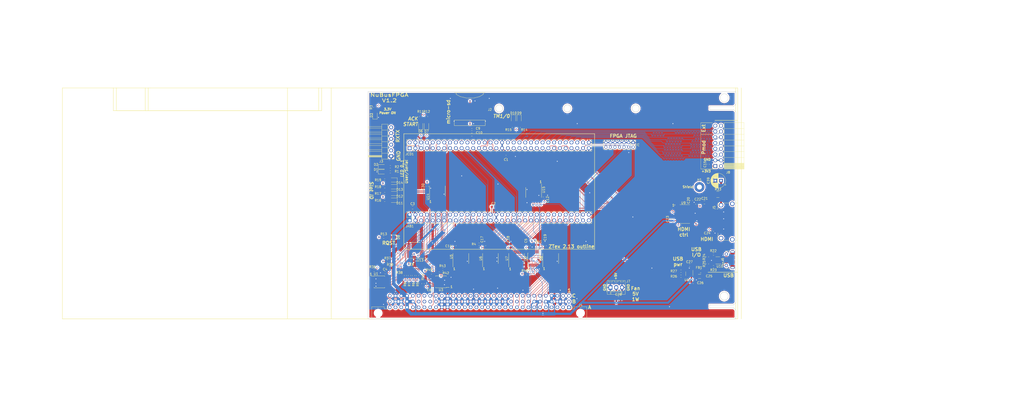
<source format=kicad_pcb>
(kicad_pcb (version 20171130) (host pcbnew 5.0.2+dfsg1-1~bpo9+1)
  (layers (0 F.Cu signal) (1 In1.Cu signal) (2 In2.Cu signal) (31 B.Cu signal) (34 B.Paste user) (35 F.Paste user) (36 B.SilkS user) (37 F.SilkS user) (38 B.Mask user) (39 F.Mask user) (44 Edge.Cuts user))
  (net 0 "")
  (net 1 GND)
  (net 2 /B2B/JTAG_VIO)
  (net 3 +3V3)
  (net 4 +5V)
  (net 5 "Net-(JCD1-Pad1)")
  (net 6 "Net-(JCD1-Pad2)")
  (net 7 "Net-(J1-Pad14)")
  (net 8 "Net-(J1-Pad12)")
  (net 9 NUBUS_OE)
  (net 10 -12V)
  (net 11 SB0_5V)
  (net 12 ~RESET_5V)
  (net 13 ~SPV_5V)
  (net 14 ~SP_5V)
  (net 15 ~TM1_5V)
  (net 16 ~AD1_5V)
  (net 17 ~AD3_5V)
  (net 18 ~AD5_5V)
  (net 19 ~AD7_5V)
  (net 20 ~AD9_5V)
  (net 21 ~AD11_5V)
  (net 22 ~AD13_5V)
  (net 23 ~AD15_5V)
  (net 24 ~AD17_5V)
  (net 25 ~AD19_5V)
  (net 26 ~AD21_5V)
  (net 27 ~AD23_5V)
  (net 28 ~AD25_5V)
  (net 29 ~AD27_5V)
  (net 30 ~AD29_5V)
  (net 31 ~AD31_5V)
  (net 32 ~ARB1_5V)
  (net 33 ~ARB3_5V)
  (net 34 ~ID1_5V)
  (net 35 ~ID3_5V)
  (net 36 ~ACK_5V)
  (net 37 ~RQST_5V)
  (net 38 ~NMRQ_5V)
  (net 39 +12V)
  (net 40 ~TM2_5V)
  (net 41 ~CM0_5V)
  (net 42 ~CM1_5V)
  (net 43 ~CM2_5V)
  (net 44 STDBYPWR)
  (net 45 ~CLK2XEN_5V)
  (net 46 ~CBUSY_5V)
  (net 47 SB1_5V)
  (net 48 ~TM0_5V)
  (net 49 ~AD0_5V)
  (net 50 ~AD2_5V)
  (net 51 ~AD4_5V)
  (net 52 ~AD6_5V)
  (net 53 ~AD8_5V)
  (net 54 ~AD10_5V)
  (net 55 ~AD12_5V)
  (net 56 ~AD14_5V)
  (net 57 ~AD16_5V)
  (net 58 ~AD18_5V)
  (net 59 ~AD20_5V)
  (net 60 ~AD22_5V)
  (net 61 ~AD24_5V)
  (net 62 ~AD26_5V)
  (net 63 ~AD28_5V)
  (net 64 ~AD30_5V)
  (net 65 ~PFW_5V)
  (net 66 ~ARB0_5V)
  (net 67 ~ARB2_5V)
  (net 68 ~ID0_5V)
  (net 69 ~ID2_5V)
  (net 70 ~START_5V)
  (net 71 ~CLK_5V)
  (net 72 ~ID3_3V3)
  (net 73 ~ID2_3V3)
  (net 74 ~ID1_3V3)
  (net 75 ~ID0_3V3)
  (net 76 ~CLK_3V3)
  (net 77 ~RQST_3V3)
  (net 78 ~CLK2X_5V)
  (net 79 ~START_3V3)
  (net 80 ~ACK_3V3)
  (net 81 ~AD31_3V3)
  (net 82 ~AD30_3V3)
  (net 83 ~AD29_3V3)
  (net 84 ~AD28_3V3)
  (net 85 ~AD27_3V3)
  (net 86 ~AD26_3V3)
  (net 87 ~AD25_3V3)
  (net 88 ~AD24_3V3)
  (net 89 ~AD23_3V3)
  (net 90 ~AD22_3V3)
  (net 91 ~AD21_3V3)
  (net 92 ~AD20_3V3)
  (net 93 ~RESET_3V3)
  (net 94 ~TM0_3V3)
  (net 95 ~TM1_3V3)
  (net 96 ~AD0_3V3)
  (net 97 ~AD1_3V3)
  (net 98 ~AD2_3V3)
  (net 99 ~AD3_3V3)
  (net 100 ~AD4_3V3)
  (net 101 ~AD5_3V3)
  (net 102 ~AD6_3V3)
  (net 103 ~AD7_3V3)
  (net 104 ~AD9_3V3)
  (net 105 ~AD8_3V3)
  (net 106 ~AD11_3V3)
  (net 107 ~AD10_3V3)
  (net 108 ~AD13_3V3)
  (net 109 ~AD12_3V3)
  (net 110 ~AD15_3V3)
  (net 111 ~AD14_3V3)
  (net 112 ~AD17_3V3)
  (net 113 ~AD16_3V3)
  (net 114 ~AD19_3V3)
  (net 115 ~AD18_3V3)
  (net 116 SHIELD)
  (net 117 HDMI_CEC_A)
  (net 118 HDMI_SCL_A)
  (net 119 HDMI_SDA_A)
  (net 120 HDMI_HPD_A)
  (net 121 HDMI_CLK-)
  (net 122 HDMI_CLK+)
  (net 123 HDMI_D0-)
  (net 124 HDMI_D0+)
  (net 125 HDMI_D1-)
  (net 126 HDMI_D1+)
  (net 127 HDMI_D2-)
  (net 128 HDMI_D2+)
  (net 129 LED0)
  (net 130 "Net-(D2-Pad2)")
  (net 131 "Net-(D3-Pad2)")
  (net 132 LED1)
  (net 133 /usb/USB_FLT)
  (net 134 /usb/USB_D+)
  (net 135 /usb/USB_EN)
  (net 136 /usb/USB_D-)
  (net 137 USBH0_D-)
  (net 138 USBH0_D+)
  (net 139 /usb/VBus)
  (net 140 /usb/VBus_USB0)
  (net 141 /hdmi/cec_b)
  (net 142 /hdmi/scl_b)
  (net 143 /hdmi/sda_b)
  (net 144 /hdmi/hpd_b)
  (net 145 NUBUS_AD_DIR)
  (net 146 FPGA_JTAG_TDO)
  (net 147 FPGA_JTAG_TCK)
  (net 148 FPGA_JTAG_TDI)
  (net 149 FPGA_JTAG_TMS)
  (net 150 "Net-(J5-Pad14)")
  (net 151 "Net-(J6-Pad4)")
  (net 152 "Net-(D1-Pad2)")
  (net 153 "Net-(D11-Pad2)")
  (net 154 "Net-(D12-Pad2)")
  (net 155 "Net-(D13-Pad2)")
  (net 156 "Net-(D14-Pad2)")
  (net 157 ~CLK2X_3V3)
  (net 158 ~TM2_3V3)
  (net 159 ARB0_o_n)
  (net 160 ARB1_o_n)
  (net 161 ARB3_o_n)
  (net 162 ARB2_o_n)
  (net 163 ~NMRQ_3V3)
  (net 164 RQST_o_n)
  (net 165 START_o_n)
  (net 166 START_oe_n)
  (net 167 ACK_o_n)
  (net 168 ACK_oe_n)
  (net 169 TMx_oe_n)
  (net 170 TM1_n_o)
  (net 171 TM0_n_o)
  (net 172 TM2_o_n)
  (net 173 TM2_oe_n)
  (net 174 "Net-(U10-Pad1)")
  (net 175 "Net-(U10-Pad3)")
  (net 176 "Net-(J3-Pad6)")
  (net 177 "Net-(J3-Pad3)")
  (net 178 "Net-(J3-Pad2)")
  (net 179 ~ARB0_3V3)
  (net 180 ~ARB1_3V3)
  (net 181 ~ARB2_3V3)
  (net 182 ~ARB3_3V3)
  (net 183 SD_D2)
  (net 184 SD_D3)
  (net 185 SD_CMD)
  (net 186 SD_CLK)
  (net 187 SD_D0)
  (net 188 SD_D1)
  (net 189 "Net-(U2-Pad11)")
  (net 190 PMOD-12)
  (net 191 PMOD-11)
  (net 192 PMOD-10)
  (net 193 PMOD-9)
  (net 194 PMOD-8)
  (net 195 PMOD-7)
  (net 196 PMOD-6)
  (net 197 PMOD-5)
  (net 198 "Net-(D10-Pad2)")
  (net 199 "Net-(D9-Pad2)")
  (net 200 "Net-(D8-Pad2)")
  (net 201 "Net-(D7-Pad2)")
  (net 202 "Net-(D6-Pad2)")
  (net 203 PMOD-15)
  (net 204 PMOD-16)
  (net 205 PMOD-13)
  (net 206 PMOD-14)
  (net 207 /hdmi/HDMI_5V)
  (module Capacitor_SMD:C_0603_1608Metric (layer F.Cu) (at 130.44 79.64)
    (fp_text reference C8 (at 0.47 1.49) (layer F.SilkS))
    (fp_text value 100nF)
    (pad 1 smd roundrect (at -0.7875 0) (size 0.875 0.95) (layers F.Cu F.Paste F.Mask) (net 3 +3V3))
    (pad 2 smd roundrect (at 0.7875 0) (size 0.875 0.95) (layers F.Cu F.Paste F.Mask) (net 1 GND))
  )
  (module For_SeeedStudio:TSSOP-20_4.4x6.5mm_P0.65mm_ForSeeedStudio (layer F.Cu) (at 132.45 74.94 180)
    (fp_text reference U13 (at -2.15 -4.36 180) (layer F.SilkS))
    (fp_text value SN74CB3T3245PWR)
    (pad 1 smd rect (at -2.8 -2.925 180) (size 1.55 0.45) (layers F.Cu F.Paste F.Mask))
    (pad 2 smd rect (at -2.8 -2.275 180) (size 1.55 0.45) (layers F.Cu F.Paste F.Mask) (net 157 ~CLK2X_3V3))
    (pad 3 smd rect (at -2.8 -1.625 180) (size 1.55 0.45) (layers F.Cu F.Paste F.Mask) (net 76 ~CLK_3V3))
    (pad 4 smd rect (at -2.8 -0.975 180) (size 1.55 0.45) (layers F.Cu F.Paste F.Mask) (net 79 ~START_3V3))
    (pad 5 smd rect (at -2.8 -0.325 180) (size 1.55 0.45) (layers F.Cu F.Paste F.Mask) (net 80 ~ACK_3V3))
    (pad 6 smd rect (at -2.8 0.325 180) (size 1.55 0.45) (layers F.Cu F.Paste F.Mask) (net 77 ~RQST_3V3))
    (pad 7 smd rect (at -2.8 0.975 180) (size 1.55 0.45) (layers F.Cu F.Paste F.Mask) (net 1 GND))
    (pad 8 smd rect (at -2.8 1.625 180) (size 1.55 0.45) (layers F.Cu F.Paste F.Mask) (net 1 GND))
    (pad 9 smd rect (at -2.8 2.275 180) (size 1.55 0.45) (layers F.Cu F.Paste F.Mask) (net 1 GND))
    (pad 10 smd rect (at -2.8 2.925 180) (size 1.55 0.45) (layers F.Cu F.Paste F.Mask) (net 1 GND))
    (pad 11 smd rect (at 2.8 2.925 180) (size 1.55 0.45) (layers F.Cu F.Paste F.Mask) (net 1 GND))
    (pad 12 smd rect (at 2.8 2.275 180) (size 1.55 0.45) (layers F.Cu F.Paste F.Mask) (net 1 GND))
    (pad 13 smd rect (at 2.8 1.625 180) (size 1.55 0.45) (layers F.Cu F.Paste F.Mask) (net 1 GND))
    (pad 14 smd rect (at 2.8 0.975 180) (size 1.55 0.45) (layers F.Cu F.Paste F.Mask) (net 37 ~RQST_5V))
    (pad 15 smd rect (at 2.8 0.325 180) (size 1.55 0.45) (layers F.Cu F.Paste F.Mask) (net 36 ~ACK_5V))
    (pad 16 smd rect (at 2.8 -0.325 180) (size 1.55 0.45) (layers F.Cu F.Paste F.Mask) (net 70 ~START_5V))
    (pad 17 smd rect (at 2.8 -0.975 180) (size 1.55 0.45) (layers F.Cu F.Paste F.Mask) (net 71 ~CLK_5V))
    (pad 18 smd rect (at 2.8 -1.625 180) (size 1.55 0.45) (layers F.Cu F.Paste F.Mask) (net 78 ~CLK2X_5V))
    (pad 19 smd rect (at 2.8 -2.275 180) (size 1.55 0.45) (layers F.Cu F.Paste F.Mask) (net 1 GND))
    (pad 20 smd rect (at 2.8 -2.925 180) (size 1.55 0.45) (layers F.Cu F.Paste F.Mask) (net 3 +3V3))
  )
  (module Capacitor_SMD:C_0603_1608Metric (layer F.Cu) (at 189.211371 51.462953 90)
    (fp_text reference C12 (at -1.1 1.5 90) (layer F.SilkS))
    (fp_text value 100nF)
    (pad 1 smd roundrect (at -0.7875 0 90) (size 0.875 0.95) (layers F.Cu F.Paste F.Mask) (net 3 +3V3))
    (pad 2 smd roundrect (at 0.7875 0 90) (size 0.875 0.95) (layers F.Cu F.Paste F.Mask) (net 1 GND))
  )
  (module For_SeeedStudio:TSSOP-20_4.4x6.5mm_P0.65mm_ForSeeedStudio (layer F.Cu) (at 184.511371 49.462953 270)
    (fp_text reference U15 (at -1.2 -4.4 270) (layer F.SilkS))
    (fp_text value SN74CB3T3245PWR)
    (pad 1 smd rect (at -2.8 -2.925 270) (size 1.55 0.45) (layers F.Cu F.Paste F.Mask))
    (pad 2 smd rect (at -2.8 -2.275 270) (size 1.55 0.45) (layers F.Cu F.Paste F.Mask) (net 93 ~RESET_3V3))
    (pad 3 smd rect (at -2.8 -1.625 270) (size 1.55 0.45) (layers F.Cu F.Paste F.Mask) (net 158 ~TM2_3V3))
    (pad 4 smd rect (at -2.8 -0.975 270) (size 1.55 0.45) (layers F.Cu F.Paste F.Mask) (net 94 ~TM0_3V3))
    (pad 5 smd rect (at -2.8 -0.325 270) (size 1.55 0.45) (layers F.Cu F.Paste F.Mask) (net 95 ~TM1_3V3))
    (pad 6 smd rect (at -2.8 0.325 270) (size 1.55 0.45) (layers F.Cu F.Paste F.Mask) (net 1 GND))
    (pad 7 smd rect (at -2.8 0.975 270) (size 1.55 0.45) (layers F.Cu F.Paste F.Mask) (net 1 GND))
    (pad 8 smd rect (at -2.8 1.625 270) (size 1.55 0.45) (layers F.Cu F.Paste F.Mask) (net 1 GND))
    (pad 9 smd rect (at -2.8 2.275 270) (size 1.55 0.45) (layers F.Cu F.Paste F.Mask) (net 1 GND))
    (pad 10 smd rect (at -2.8 2.925 270) (size 1.55 0.45) (layers F.Cu F.Paste F.Mask) (net 1 GND))
    (pad 11 smd rect (at 2.8 2.925 270) (size 1.55 0.45) (layers F.Cu F.Paste F.Mask) (net 1 GND))
    (pad 12 smd rect (at 2.8 2.275 270) (size 1.55 0.45) (layers F.Cu F.Paste F.Mask) (net 1 GND))
    (pad 13 smd rect (at 2.8 1.625 270) (size 1.55 0.45) (layers F.Cu F.Paste F.Mask) (net 1 GND))
    (pad 14 smd rect (at 2.8 0.975 270) (size 1.55 0.45) (layers F.Cu F.Paste F.Mask) (net 1 GND))
    (pad 15 smd rect (at 2.8 0.325 270) (size 1.55 0.45) (layers F.Cu F.Paste F.Mask) (net 15 ~TM1_5V))
    (pad 16 smd rect (at 2.8 -0.325 270) (size 1.55 0.45) (layers F.Cu F.Paste F.Mask) (net 48 ~TM0_5V))
    (pad 17 smd rect (at 2.8 -0.975 270) (size 1.55 0.45) (layers F.Cu F.Paste F.Mask) (net 40 ~TM2_5V))
    (pad 18 smd rect (at 2.8 -1.625 270) (size 1.55 0.45) (layers F.Cu F.Paste F.Mask) (net 12 ~RESET_5V))
    (pad 19 smd rect (at 2.8 -2.275 270) (size 1.55 0.45) (layers F.Cu F.Paste F.Mask) (net 1 GND))
    (pad 20 smd rect (at 2.8 -2.925 270) (size 1.55 0.45) (layers F.Cu F.Paste F.Mask) (net 3 +3V3))
  )
  (module MountingHole:MountingHole_2.2mm_M2_Pad (layer F.Cu) (at 257.35 47.09)
    (fp_text reference H1 (at 0 -3.2) (layer F.SilkS))
    (fp_text value MountingHole_Pad)
    (pad 1 thru_hole circle (at 0 0) (size 4.4 4.4) (drill 2.2) (layers *.Cu *.Mask) (net 116 SHIELD))
  )
  (module For_SeeedStudio:PinSocket_2x08_P2.54mm_Horizontal_ForSeeedStudio (layer F.Cu) (at 264.31 37.854999 180)
    (fp_text reference J8 (at -5.65 -2.77 180) (layer F.SilkS))
    (fp_text value Conn_02x08_Odd_Even)
    (pad 1 thru_hole rect (at 0 0 180) (size 1.7 1.7) (drill 1.19) (layers *.Cu *.Mask) (net 3 +3V3))
    (pad 2 thru_hole oval (at -2.54 0 180) (size 1.7 1.7) (drill 1.19) (layers *.Cu *.Mask) (net 3 +3V3))
    (pad 3 thru_hole oval (at 0 2.54 180) (size 1.7 1.7) (drill 1.19) (layers *.Cu *.Mask) (net 1 GND))
    (pad 4 thru_hole oval (at -2.54 2.54 180) (size 1.7 1.7) (drill 1.19) (layers *.Cu *.Mask) (net 1 GND))
    (pad 5 thru_hole oval (at 0 5.08 180) (size 1.7 1.7) (drill 1.19) (layers *.Cu *.Mask) (net 197 PMOD-5))
    (pad 6 thru_hole oval (at -2.54 5.08 180) (size 1.7 1.7) (drill 1.19) (layers *.Cu *.Mask) (net 196 PMOD-6))
    (pad 7 thru_hole oval (at 0 7.62 180) (size 1.7 1.7) (drill 1.19) (layers *.Cu *.Mask) (net 195 PMOD-7))
    (pad 8 thru_hole oval (at -2.54 7.62 180) (size 1.7 1.7) (drill 1.19) (layers *.Cu *.Mask) (net 194 PMOD-8))
    (pad 9 thru_hole oval (at 0 10.16 180) (size 1.7 1.7) (drill 1.19) (layers *.Cu *.Mask) (net 193 PMOD-9))
    (pad 10 thru_hole oval (at -2.54 10.16 180) (size 1.7 1.7) (drill 1.19) (layers *.Cu *.Mask) (net 192 PMOD-10))
    (pad 11 thru_hole oval (at 0 12.7 180) (size 1.7 1.7) (drill 1.19) (layers *.Cu *.Mask) (net 191 PMOD-11))
    (pad 12 thru_hole oval (at -2.54 12.7 180) (size 1.7 1.7) (drill 1.19) (layers *.Cu *.Mask) (net 190 PMOD-12))
    (pad 13 thru_hole oval (at 0 15.24 180) (size 1.7 1.7) (drill 1.19) (layers *.Cu *.Mask) (net 205 PMOD-13))
    (pad 14 thru_hole oval (at -2.54 15.24 180) (size 1.7 1.7) (drill 1.19) (layers *.Cu *.Mask) (net 206 PMOD-14))
    (pad 15 thru_hole oval (at 0 17.78 180) (size 1.7 1.7) (drill 1.19) (layers *.Cu *.Mask) (net 203 PMOD-15))
    (pad 16 thru_hole oval (at -2.54 17.78 180) (size 1.7 1.7) (drill 1.19) (layers *.Cu *.Mask) (net 204 PMOD-16))
  )
  (module Capacitor_SMD:C_0603_1608Metric (layer F.Cu) (at 261.185001 37.07 90)
    (fp_text reference C15 (at 0 -1.43 90) (layer F.SilkS))
    (fp_text value 100nF)
    (pad 1 smd roundrect (at -0.7875 0 90) (size 0.875 0.95) (layers F.Cu F.Paste F.Mask) (net 3 +3V3))
    (pad 2 smd roundrect (at 0.7875 0 90) (size 0.875 0.95) (layers F.Cu F.Paste F.Mask) (net 1 GND))
  )
  (module LED_SMD:LED_0805_2012Metric (layer F.Cu) (at 137.41 20.060293 90)
    (fp_text reference D7 (at -2.569707 0.01) (layer F.SilkS))
    (fp_text value YELLOW)
    (pad 1 smd roundrect (at -0.9375 0 90) (size 0.975 1.4) (layers F.Cu F.Paste F.Mask) (net 79 ~START_3V3))
    (pad 2 smd roundrect (at 0.9375 0 90) (size 0.975 1.4) (layers F.Cu F.Paste F.Mask) (net 201 "Net-(D7-Pad2)"))
  )
  (module LED_SMD:LED_0805_2012Metric (layer F.Cu) (at 134.88 20.060293 90)
    (fp_text reference D6 (at -2.449707 -0.09 180) (layer F.SilkS))
    (fp_text value YELLOW)
    (pad 2 smd roundrect (at 0.9375 0 90) (size 0.975 1.4) (layers F.Cu F.Paste F.Mask) (net 202 "Net-(D6-Pad2)"))
    (pad 1 smd roundrect (at -0.9375 0 90) (size 0.975 1.4) (layers F.Cu F.Paste F.Mask) (net 80 ~ACK_3V3))
  )
  (module LED_SMD:LED_0805_2012Metric (layer F.Cu) (at 122.61 69.15 180)
    (fp_text reference D8 (at -2.53 -0.02 270) (layer F.SilkS))
    (fp_text value YELLOW)
    (pad 1 smd roundrect (at -0.9375 0 180) (size 0.975 1.4) (layers F.Cu F.Paste F.Mask) (net 77 ~RQST_3V3))
    (pad 2 smd roundrect (at 0.9375 0 180) (size 0.975 1.4) (layers F.Cu F.Paste F.Mask) (net 200 "Net-(D8-Pad2)"))
  )
  (module LED_SMD:LED_0805_2012Metric (layer F.Cu) (at 178.144189 17.011035 270)
    (fp_text reference D9 (at -2.49 -0.07) (layer F.SilkS))
    (fp_text value YELLOW)
    (pad 2 smd roundrect (at 0.9375 0 270) (size 0.975 1.4) (layers F.Cu F.Paste F.Mask) (net 199 "Net-(D9-Pad2)"))
    (pad 1 smd roundrect (at -0.9375 0 270) (size 0.975 1.4) (layers F.Cu F.Paste F.Mask) (net 94 ~TM0_3V3))
  )
  (module LED_SMD:LED_0805_2012Metric (layer F.Cu) (at 175.604189 17.011035 270)
    (fp_text reference D10 (at -2.49 -0.03) (layer F.SilkS))
    (fp_text value YELLOW)
    (pad 1 smd roundrect (at -0.9375 0 270) (size 0.975 1.4) (layers F.Cu F.Paste F.Mask) (net 95 ~TM1_3V3))
    (pad 2 smd roundrect (at 0.9375 0 270) (size 0.975 1.4) (layers F.Cu F.Paste F.Mask) (net 198 "Net-(D10-Pad2)"))
  )
  (module Resistor_SMD:R_0603_1608Metric (layer F.Cu) (at 134.88 16.060293 270)
    (fp_text reference R11 (at -2.180293 0.13) (layer F.SilkS))
    (fp_text value 590)
    (pad 1 smd roundrect (at -0.7875 0 270) (size 0.875 0.95) (layers F.Cu F.Paste F.Mask) (net 3 +3V3))
    (pad 2 smd roundrect (at 0.7875 0 270) (size 0.875 0.95) (layers F.Cu F.Paste F.Mask) (net 202 "Net-(D6-Pad2)"))
  )
  (module Resistor_SMD:R_0603_1608Metric (layer F.Cu) (at 137.42 16.060293 270)
    (fp_text reference R12 (at -2.180293 -0.08) (layer F.SilkS))
    (fp_text value 590)
    (pad 2 smd roundrect (at 0.7875 0 270) (size 0.875 0.95) (layers F.Cu F.Paste F.Mask) (net 201 "Net-(D7-Pad2)"))
    (pad 1 smd roundrect (at -0.7875 0 270) (size 0.875 0.95) (layers F.Cu F.Paste F.Mask) (net 3 +3V3))
  )
  (module Resistor_SMD:R_0603_1608Metric (layer F.Cu) (at 118.61 69.15)
    (fp_text reference R13 (at 0 -1.43) (layer F.SilkS))
    (fp_text value 590)
    (pad 1 smd roundrect (at -0.7875 0) (size 0.875 0.95) (layers F.Cu F.Paste F.Mask) (net 3 +3V3))
    (pad 2 smd roundrect (at 0.7875 0) (size 0.875 0.95) (layers F.Cu F.Paste F.Mask) (net 200 "Net-(D8-Pad2)"))
  )
  (module Resistor_SMD:R_0603_1608Metric (layer F.Cu) (at 178.144189 20.891035 90)
    (fp_text reference R14 (at -0.998965 2.205811 -180) (layer F.SilkS))
    (fp_text value 590)
    (pad 2 smd roundrect (at 0.7875 0 90) (size 0.875 0.95) (layers F.Cu F.Paste F.Mask) (net 199 "Net-(D9-Pad2)"))
    (pad 1 smd roundrect (at -0.7875 0 90) (size 0.875 0.95) (layers F.Cu F.Paste F.Mask) (net 3 +3V3))
  )
  (module Resistor_SMD:R_0603_1608Metric (layer F.Cu) (at 175.604189 20.891035 90)
    (fp_text reference R15 (at -0.978965 -2.184189 -180) (layer F.SilkS))
    (fp_text value 590)
    (pad 1 smd roundrect (at -0.7875 0 90) (size 0.875 0.95) (layers F.Cu F.Paste F.Mask) (net 3 +3V3))
    (pad 2 smd roundrect (at 0.7875 0 90) (size 0.875 0.95) (layers F.Cu F.Paste F.Mask) (net 198 "Net-(D10-Pad2)"))
  )
  (module For_SeeedStudio:TSSOP-20_4.4x6.5mm_P0.65mm_ForSeeedStudio (layer F.Cu) (at 142.2 48.8 90)
    (fp_text reference U14 (at -2.6 -4.2 90) (layer F.SilkS))
    (fp_text value SN74CB3T3245PWR)
    (pad 1 smd rect (at -2.8 -2.925 90) (size 1.55 0.45) (layers F.Cu F.Paste F.Mask))
    (pad 2 smd rect (at -2.8 -2.275 90) (size 1.55 0.45) (layers F.Cu F.Paste F.Mask) (net 35 ~ID3_5V))
    (pad 3 smd rect (at -2.8 -1.625 90) (size 1.55 0.45) (layers F.Cu F.Paste F.Mask) (net 69 ~ID2_5V))
    (pad 4 smd rect (at -2.8 -0.975 90) (size 1.55 0.45) (layers F.Cu F.Paste F.Mask) (net 34 ~ID1_5V))
    (pad 5 smd rect (at -2.8 -0.325 90) (size 1.55 0.45) (layers F.Cu F.Paste F.Mask) (net 68 ~ID0_5V))
    (pad 6 smd rect (at -2.8 0.325 90) (size 1.55 0.45) (layers F.Cu F.Paste F.Mask) (net 67 ~ARB2_5V))
    (pad 7 smd rect (at -2.8 0.975 90) (size 1.55 0.45) (layers F.Cu F.Paste F.Mask) (net 33 ~ARB3_5V))
    (pad 8 smd rect (at -2.8 1.625 90) (size 1.55 0.45) (layers F.Cu F.Paste F.Mask) (net 66 ~ARB0_5V))
    (pad 9 smd rect (at -2.8 2.275 90) (size 1.55 0.45) (layers F.Cu F.Paste F.Mask) (net 32 ~ARB1_5V))
    (pad 10 smd rect (at -2.8 2.925 90) (size 1.55 0.45) (layers F.Cu F.Paste F.Mask) (net 1 GND))
    (pad 11 smd rect (at 2.8 2.925 90) (size 1.55 0.45) (layers F.Cu F.Paste F.Mask) (net 180 ~ARB1_3V3))
    (pad 12 smd rect (at 2.8 2.275 90) (size 1.55 0.45) (layers F.Cu F.Paste F.Mask) (net 179 ~ARB0_3V3))
    (pad 13 smd rect (at 2.8 1.625 90) (size 1.55 0.45) (layers F.Cu F.Paste F.Mask) (net 182 ~ARB3_3V3))
    (pad 14 smd rect (at 2.8 0.975 90) (size 1.55 0.45) (layers F.Cu F.Paste F.Mask) (net 181 ~ARB2_3V3))
    (pad 15 smd rect (at 2.8 0.325 90) (size 1.55 0.45) (layers F.Cu F.Paste F.Mask) (net 75 ~ID0_3V3))
    (pad 16 smd rect (at 2.8 -0.325 90) (size 1.55 0.45) (layers F.Cu F.Paste F.Mask) (net 74 ~ID1_3V3))
    (pad 17 smd rect (at 2.8 -0.975 90) (size 1.55 0.45) (layers F.Cu F.Paste F.Mask) (net 73 ~ID2_3V3))
    (pad 18 smd rect (at 2.8 -1.625 90) (size 1.55 0.45) (layers F.Cu F.Paste F.Mask) (net 72 ~ID3_3V3))
    (pad 19 smd rect (at 2.8 -2.275 90) (size 1.55 0.45) (layers F.Cu F.Paste F.Mask) (net 1 GND))
    (pad 20 smd rect (at 2.8 -2.925 90) (size 1.55 0.45) (layers F.Cu F.Paste F.Mask) (net 3 +3V3))
  )
  (module Capacitor_SMD:C_0603_1608Metric (layer F.Cu) (at 157.34 21.8)
    (fp_text reference C9 (at 2.69 -0.49) (layer F.SilkS))
    (fp_text value 100nF)
    (pad 1 smd roundrect (at -0.7875 0) (size 0.875 0.95) (layers F.Cu F.Paste F.Mask) (net 3 +3V3))
    (pad 2 smd roundrect (at 0.7875 0) (size 0.875 0.95) (layers F.Cu F.Paste F.Mask) (net 1 GND))
  )
  (module Capacitor_SMD:C_0805_2012Metric (layer F.Cu) (at 157.34 24)
    (fp_text reference C10 (at 3.23 -0.82) (layer F.SilkS))
    (fp_text value "47uF 10V+")
    (pad 1 smd roundrect (at -0.9375 0) (size 0.975 1.4) (layers F.Cu F.Paste F.Mask) (net 3 +3V3))
    (pad 2 smd roundrect (at 0.9375 0) (size 0.975 1.4) (layers F.Cu F.Paste F.Mask) (net 1 GND))
  )
  (module MOLEX_47219-2001:MOLEX_47219-2001 (layer F.Cu) (at 156.43 12.78 180)
    (fp_text reference J2 (at -8.82 -0.23) (layer F.SilkS) (effects (font (size 1.001189 1.001189))))
    (fp_text value 47219-2001)
    (pad 1 smd rect (at 3.2 2.1 180) (size 0.8 1.5) (layers F.Cu F.Paste F.Mask) (net 183 SD_D2))
    (pad 2 smd rect (at 2.1 2.1 180) (size 0.8 1.5) (layers F.Cu F.Paste F.Mask) (net 184 SD_D3))
    (pad 3 smd rect (at 1 2.1 180) (size 0.8 1.5) (layers F.Cu F.Paste F.Mask) (net 185 SD_CMD))
    (pad 4 smd rect (at -0.1 2.1 180) (size 0.8 1.5) (layers F.Cu F.Paste F.Mask) (net 3 +3V3))
    (pad 5 smd rect (at -1.2 2.1 180) (size 0.8 1.5) (layers F.Cu F.Paste F.Mask) (net 186 SD_CLK))
    (pad 6 smd rect (at -2.3 2.1 180) (size 0.8 1.5) (layers F.Cu F.Paste F.Mask) (net 1 GND))
    (pad 7 smd rect (at -3.4 2.1 180) (size 0.8 1.5) (layers F.Cu F.Paste F.Mask) (net 187 SD_D0))
    (pad 8 smd rect (at -4.5 2.1 180) (size 0.8 1.5) (layers F.Cu F.Paste F.Mask) (net 188 SD_D1))
    (pad G1 smd rect (at 6.875 4.7 180) (size 1.5 2.05) (layers F.Cu F.Paste F.Mask) (net 1 GND))
    (pad G2 smd rect (at 6.875 -3.6 180) (size 1.5 2.05) (layers F.Cu F.Paste F.Mask) (net 1 GND))
    (pad G3 smd rect (at -6.875 -3.6 180) (size 1.5 2.05) (layers F.Cu F.Paste F.Mask) (net 1 GND))
    (pad G4 smd rect (at -6.875 4.7 180) (size 1.5 2.05) (layers F.Cu F.Paste F.Mask) (net 1 GND))
  )
  (module Capacitor_SMD:C_0603_1608Metric (layer F.Cu) (at 137.7 46.8 270)
    (fp_text reference C30 (at 0.1 1.8 270) (layer F.SilkS))
    (fp_text value 100nF)
    (pad 1 smd roundrect (at -0.7875 0 270) (size 0.875 0.95) (layers F.Cu F.Paste F.Mask) (net 3 +3V3))
    (pad 2 smd roundrect (at 0.7875 0 270) (size 0.875 0.95) (layers F.Cu F.Paste F.Mask) (net 1 GND))
  )
  (module Resistor_SMD:R_0603_1608Metric (layer F.Cu) (at 114.4 83.7 180)
    (fp_text reference R36 (at 0.7 1.5 180) (layer F.SilkS))
    (fp_text value 10k)
    (pad 2 smd roundrect (at 0.7875 0 180) (size 0.875 0.95) (layers F.Cu F.Paste F.Mask) (net 163 ~NMRQ_3V3))
    (pad 1 smd roundrect (at -0.7875 0 180) (size 0.875 0.95) (layers F.Cu F.Paste F.Mask) (net 3 +3V3))
  )
  (module Resistor_SMD:R_0603_1608Metric (layer F.Cu) (at 120.3 79.8)
    (fp_text reference R37 (at 0 -1.43) (layer F.SilkS))
    (fp_text value 10k)
    (pad 1 smd roundrect (at -0.7875 0) (size 0.875 0.95) (layers F.Cu F.Paste F.Mask) (net 3 +3V3))
    (pad 2 smd roundrect (at 0.7875 0) (size 0.875 0.95) (layers F.Cu F.Paste F.Mask) (net 164 RQST_o_n))
  )
  (module Resistor_SMD:R_0603_1608Metric (layer F.Cu) (at 125.5 83.3 180)
    (fp_text reference R38 (at 0 -1.43 180) (layer F.SilkS))
    (fp_text value 10k)
    (pad 2 smd roundrect (at 0.7875 0 180) (size 0.875 0.95) (layers F.Cu F.Paste F.Mask) (net 166 START_oe_n))
    (pad 1 smd roundrect (at -0.7875 0 180) (size 0.875 0.95) (layers F.Cu F.Paste F.Mask) (net 3 +3V3))
  )
  (module Resistor_SMD:R_0603_1608Metric (layer F.Cu) (at 121.4 82.7)
    (fp_text reference R39 (at 0 -1.43) (layer F.SilkS))
    (fp_text value 10k)
    (pad 1 smd roundrect (at -0.7875 0) (size 0.875 0.95) (layers F.Cu F.Paste F.Mask) (net 3 +3V3))
    (pad 2 smd roundrect (at 0.7875 0) (size 0.875 0.95) (layers F.Cu F.Paste F.Mask) (net 168 ACK_oe_n))
  )
  (module Resistor_SMD:R_0603_1608Metric (layer F.Cu) (at 181.412661 85.255497)
    (fp_text reference R40 (at -0.8 -1.4) (layer F.SilkS))
    (fp_text value 10k)
    (pad 2 smd roundrect (at 0.7875 0) (size 0.875 0.95) (layers F.Cu F.Paste F.Mask) (net 169 TMx_oe_n))
    (pad 1 smd roundrect (at -0.7875 0) (size 0.875 0.95) (layers F.Cu F.Paste F.Mask) (net 3 +3V3))
  )
  (module Resistor_SMD:R_0603_1608Metric (layer F.Cu) (at 185.8 72.5 180)
    (fp_text reference R41 (at -0.95 1.46 180) (layer F.SilkS))
    (fp_text value 10k)
    (pad 1 smd roundrect (at -0.7875 0 180) (size 0.875 0.95) (layers F.Cu F.Paste F.Mask) (net 3 +3V3))
    (pad 2 smd roundrect (at 0.7875 0 180) (size 0.875 0.95) (layers F.Cu F.Paste F.Mask) (net 173 TM2_oe_n))
  )
  (module Resistor_SMD:R_0603_1608Metric (layer F.Cu) (at 143 84.9 180)
    (fp_text reference R42 (at -2.89 -0.02 180) (layer F.SilkS))
    (fp_text value 10k)
    (pad 2 smd roundrect (at 0.7875 0 180) (size 0.875 0.95) (layers F.Cu F.Paste F.Mask) (net 159 ARB0_o_n))
    (pad 1 smd roundrect (at -0.7875 0 180) (size 0.875 0.95) (layers F.Cu F.Paste F.Mask) (net 3 +3V3))
  )
  (module Resistor_SMD:R_0603_1608Metric (layer F.Cu) (at 144.6 83.2)
    (fp_text reference R43 (at -0.16 -1.43) (layer F.SilkS))
    (fp_text value 10k)
    (pad 1 smd roundrect (at -0.7875 0) (size 0.875 0.95) (layers F.Cu F.Paste F.Mask) (net 3 +3V3))
    (pad 2 smd roundrect (at 0.7875 0) (size 0.875 0.95) (layers F.Cu F.Paste F.Mask) (net 160 ARB1_o_n))
  )
  (module Resistor_SMD:R_0603_1608Metric (layer F.Cu) (at 135.9 89.6 90)
    (fp_text reference R44 (at 2.96 -0.12 90) (layer F.SilkS))
    (fp_text value 10k)
    (pad 2 smd roundrect (at 0.7875 0 90) (size 0.875 0.95) (layers F.Cu F.Paste F.Mask) (net 162 ARB2_o_n))
    (pad 1 smd roundrect (at -0.7875 0 90) (size 0.875 0.95) (layers F.Cu F.Paste F.Mask) (net 3 +3V3))
  )
  (module Resistor_SMD:R_0603_1608Metric (layer F.Cu) (at 139.6 84.9 180)
    (fp_text reference R45 (at 1.02 1.39 180) (layer F.SilkS))
    (fp_text value 10k)
    (pad 1 smd roundrect (at -0.7875 0 180) (size 0.875 0.95) (layers F.Cu F.Paste F.Mask) (net 3 +3V3))
    (pad 2 smd roundrect (at 0.7875 0 180) (size 0.875 0.95) (layers F.Cu F.Paste F.Mask) (net 161 ARB3_o_n))
  )
  (module Capacitor_SMD:C_0805_2012Metric (layer F.Cu) (at 131.3 56.1)
    (fp_text reference C3 (at 0 -1.65) (layer F.SilkS))
    (fp_text value "47uF 10V+")
    (pad 1 smd roundrect (at -0.9375 0) (size 0.975 1.4) (layers F.Cu F.Paste F.Mask) (net 4 +5V))
    (pad 2 smd roundrect (at 0.9375 0) (size 0.975 1.4) (layers F.Cu F.Paste F.Mask) (net 1 GND))
  )
  (module LED_SMD:LED_0805_2012Metric (layer F.Cu) (at 114.8 15.5 90)
    (fp_text reference D3 (at 0 -1.65 90) (layer F.SilkS))
    (fp_text value BLUE)
    (pad 1 smd roundrect (at -0.9375 0 90) (size 0.975 1.4) (layers F.Cu F.Paste F.Mask) (net 1 GND))
    (pad 2 smd roundrect (at 0.9375 0 90) (size 0.975 1.4) (layers F.Cu F.Paste F.Mask) (net 131 "Net-(D3-Pad2)"))
  )
  (module Resistor_SMD:R_0603_1608Metric (layer F.Cu) (at 114.8 12 270)
    (fp_text reference R3 (at 0 1.7 270) (layer F.SilkS))
    (fp_text value 590)
    (pad 1 smd roundrect (at -0.7875 0 270) (size 0.875 0.95) (layers F.Cu F.Paste F.Mask) (net 3 +3V3))
    (pad 2 smd roundrect (at 0.7875 0 270) (size 0.875 0.95) (layers F.Cu F.Paste F.Mask) (net 131 "Net-(D3-Pad2)"))
  )
  (module Capacitor_SMD:C_0603_1608Metric (layer F.Cu) (at 182.5 72.9 90)
    (fp_text reference C5 (at 2.2 -1.4 90) (layer F.SilkS))
    (fp_text value 100nF)
    (pad 1 smd roundrect (at -0.7875 0 90) (size 0.875 0.95) (layers F.Cu F.Paste F.Mask) (net 3 +3V3))
    (pad 2 smd roundrect (at 0.7875 0 90) (size 0.875 0.95) (layers F.Cu F.Paste F.Mask) (net 1 GND))
  )
  (module Package_SO:TSSOP-14_4.4x5mm_P0.65mm (layer F.Cu) (at 184.5 78.5 90)
    (fp_text reference U2 (at 0 -3.35 90) (layer F.SilkS))
    (fp_text value 74LVT125)
    (pad 1 smd rect (at -2.95 -1.95 90) (size 1.45 0.45) (layers F.Cu F.Paste F.Mask) (net 169 TMx_oe_n))
    (pad 2 smd rect (at -2.95 -1.3 90) (size 1.45 0.45) (layers F.Cu F.Paste F.Mask) (net 170 TM1_n_o))
    (pad 3 smd rect (at -2.95 -0.65 90) (size 1.45 0.45) (layers F.Cu F.Paste F.Mask) (net 15 ~TM1_5V))
    (pad 4 smd rect (at -2.95 0 90) (size 1.45 0.45) (layers F.Cu F.Paste F.Mask) (net 169 TMx_oe_n))
    (pad 5 smd rect (at -2.95 0.65 90) (size 1.45 0.45) (layers F.Cu F.Paste F.Mask) (net 171 TM0_n_o))
    (pad 6 smd rect (at -2.95 1.3 90) (size 1.45 0.45) (layers F.Cu F.Paste F.Mask) (net 48 ~TM0_5V))
    (pad 7 smd rect (at -2.95 1.95 90) (size 1.45 0.45) (layers F.Cu F.Paste F.Mask) (net 1 GND))
    (pad 8 smd rect (at 2.95 1.95 90) (size 1.45 0.45) (layers F.Cu F.Paste F.Mask) (net 40 ~TM2_5V))
    (pad 9 smd rect (at 2.95 1.3 90) (size 1.45 0.45) (layers F.Cu F.Paste F.Mask) (net 172 TM2_o_n))
    (pad 10 smd rect (at 2.95 0.65 90) (size 1.45 0.45) (layers F.Cu F.Paste F.Mask) (net 173 TM2_oe_n))
    (pad 11 smd rect (at 2.95 0 90) (size 1.45 0.45) (layers F.Cu F.Paste F.Mask) (net 189 "Net-(U2-Pad11)"))
    (pad 12 smd rect (at 2.95 -0.65 90) (size 1.45 0.45) (layers F.Cu F.Paste F.Mask) (net 1 GND))
    (pad 13 smd rect (at 2.95 -1.3 90) (size 1.45 0.45) (layers F.Cu F.Paste F.Mask) (net 3 +3V3))
    (pad 14 smd rect (at 2.95 -1.95 90) (size 1.45 0.45) (layers F.Cu F.Paste F.Mask) (net 3 +3V3))
  )
  (module For_SeeedStudio:TSSOP-20_4.4x6.5mm_P0.65mm_ForSeeedStudio (layer F.Cu) (at 165.5 78.5 90)
    (fp_text reference U6 (at 0 -4.3 90) (layer F.SilkS))
    (fp_text value 74LVT245BPW,118)
    (pad 1 smd rect (at -2.8 -2.925 90) (size 1.55 0.45) (layers F.Cu F.Paste F.Mask) (net 145 NUBUS_AD_DIR))
    (pad 2 smd rect (at -2.8 -2.275 90) (size 1.55 0.45) (layers F.Cu F.Paste F.Mask) (net 60 ~AD22_5V))
    (pad 3 smd rect (at -2.8 -1.625 90) (size 1.55 0.45) (layers F.Cu F.Paste F.Mask) (net 27 ~AD23_5V))
    (pad 4 smd rect (at -2.8 -0.975 90) (size 1.55 0.45) (layers F.Cu F.Paste F.Mask) (net 59 ~AD20_5V))
    (pad 5 smd rect (at -2.8 -0.325 90) (size 1.55 0.45) (layers F.Cu F.Paste F.Mask) (net 26 ~AD21_5V))
    (pad 6 smd rect (at -2.8 0.325 90) (size 1.55 0.45) (layers F.Cu F.Paste F.Mask) (net 58 ~AD18_5V))
    (pad 7 smd rect (at -2.8 0.975 90) (size 1.55 0.45) (layers F.Cu F.Paste F.Mask) (net 25 ~AD19_5V))
    (pad 8 smd rect (at -2.8 1.625 90) (size 1.55 0.45) (layers F.Cu F.Paste F.Mask) (net 57 ~AD16_5V))
    (pad 9 smd rect (at -2.8 2.275 90) (size 1.55 0.45) (layers F.Cu F.Paste F.Mask) (net 24 ~AD17_5V))
    (pad 10 smd rect (at -2.8 2.925 90) (size 1.55 0.45) (layers F.Cu F.Paste F.Mask) (net 1 GND))
    (pad 11 smd rect (at 2.8 2.925 90) (size 1.55 0.45) (layers F.Cu F.Paste F.Mask) (net 112 ~AD17_3V3))
    (pad 12 smd rect (at 2.8 2.275 90) (size 1.55 0.45) (layers F.Cu F.Paste F.Mask) (net 113 ~AD16_3V3))
    (pad 13 smd rect (at 2.8 1.625 90) (size 1.55 0.45) (layers F.Cu F.Paste F.Mask) (net 114 ~AD19_3V3))
    (pad 14 smd rect (at 2.8 0.975 90) (size 1.55 0.45) (layers F.Cu F.Paste F.Mask) (net 115 ~AD18_3V3))
    (pad 15 smd rect (at 2.8 0.325 90) (size 1.55 0.45) (layers F.Cu F.Paste F.Mask) (net 91 ~AD21_3V3))
    (pad 16 smd rect (at 2.8 -0.325 90) (size 1.55 0.45) (layers F.Cu F.Paste F.Mask) (net 92 ~AD20_3V3))
    (pad 17 smd rect (at 2.8 -0.975 90) (size 1.55 0.45) (layers F.Cu F.Paste F.Mask) (net 89 ~AD23_3V3))
    (pad 18 smd rect (at 2.8 -1.625 90) (size 1.55 0.45) (layers F.Cu F.Paste F.Mask) (net 90 ~AD22_3V3))
    (pad 19 smd rect (at 2.8 -2.275 90) (size 1.55 0.45) (layers F.Cu F.Paste F.Mask) (net 9 NUBUS_OE))
    (pad 20 smd rect (at 2.8 -2.925 90) (size 1.55 0.45) (layers F.Cu F.Paste F.Mask) (net 3 +3V3))
  )
  (module For_SeeedStudio:TSSOP-20_4.4x6.5mm_P0.65mm_ForSeeedStudio (layer F.Cu) (at 192 78.5 90)
    (fp_text reference U8 (at 0.05 -4.1 90) (layer F.SilkS))
    (fp_text value 74LVT245BPW,118)
    (pad 20 smd rect (at 2.8 -2.925 90) (size 1.55 0.45) (layers F.Cu F.Paste F.Mask) (net 3 +3V3))
    (pad 19 smd rect (at 2.8 -2.275 90) (size 1.55 0.45) (layers F.Cu F.Paste F.Mask) (net 9 NUBUS_OE))
    (pad 18 smd rect (at 2.8 -1.625 90) (size 1.55 0.45) (layers F.Cu F.Paste F.Mask) (net 102 ~AD6_3V3))
    (pad 17 smd rect (at 2.8 -0.975 90) (size 1.55 0.45) (layers F.Cu F.Paste F.Mask) (net 103 ~AD7_3V3))
    (pad 16 smd rect (at 2.8 -0.325 90) (size 1.55 0.45) (layers F.Cu F.Paste F.Mask) (net 100 ~AD4_3V3))
    (pad 15 smd rect (at 2.8 0.325 90) (size 1.55 0.45) (layers F.Cu F.Paste F.Mask) (net 101 ~AD5_3V3))
    (pad 14 smd rect (at 2.8 0.975 90) (size 1.55 0.45) (layers F.Cu F.Paste F.Mask) (net 98 ~AD2_3V3))
    (pad 13 smd rect (at 2.8 1.625 90) (size 1.55 0.45) (layers F.Cu F.Paste F.Mask) (net 99 ~AD3_3V3))
    (pad 12 smd rect (at 2.8 2.275 90) (size 1.55 0.45) (layers F.Cu F.Paste F.Mask) (net 96 ~AD0_3V3))
    (pad 11 smd rect (at 2.8 2.925 90) (size 1.55 0.45) (layers F.Cu F.Paste F.Mask) (net 97 ~AD1_3V3))
    (pad 10 smd rect (at -2.8 2.925 90) (size 1.55 0.45) (layers F.Cu F.Paste F.Mask) (net 1 GND))
    (pad 9 smd rect (at -2.8 2.275 90) (size 1.55 0.45) (layers F.Cu F.Paste F.Mask) (net 16 ~AD1_5V))
    (pad 8 smd rect (at -2.8 1.625 90) (size 1.55 0.45) (layers F.Cu F.Paste F.Mask) (net 49 ~AD0_5V))
    (pad 7 smd rect (at -2.8 0.975 90) (size 1.55 0.45) (layers F.Cu F.Paste F.Mask) (net 17 ~AD3_5V))
    (pad 6 smd rect (at -2.8 0.325 90) (size 1.55 0.45) (layers F.Cu F.Paste F.Mask) (net 50 ~AD2_5V))
    (pad 5 smd rect (at -2.8 -0.325 90) (size 1.55 0.45) (layers F.Cu F.Paste F.Mask) (net 18 ~AD5_5V))
    (pad 4 smd rect (at -2.8 -0.975 90) (size 1.55 0.45) (layers F.Cu F.Paste F.Mask) (net 51 ~AD4_5V))
    (pad 3 smd rect (at -2.8 -1.625 90) (size 1.55 0.45) (layers F.Cu F.Paste F.Mask) (net 19 ~AD7_5V))
    (pad 2 smd rect (at -2.8 -2.275 90) (size 1.55 0.45) (layers F.Cu F.Paste F.Mask) (net 52 ~AD6_5V))
    (pad 1 smd rect (at -2.8 -2.925 90) (size 1.55 0.45) (layers F.Cu F.Paste F.Mask) (net 145 NUBUS_AD_DIR))
  )
  (module For_SeeedStudio:TSSOP-20_4.4x6.5mm_P0.65mm_ForSeeedStudio (layer F.Cu) (at 177 78.5 90)
    (fp_text reference U7 (at 0 -4.3 90) (layer F.SilkS))
    (fp_text value 74LVT245BPW,118)
    (pad 1 smd rect (at -2.8 -2.925 90) (size 1.55 0.45) (layers F.Cu F.Paste F.Mask) (net 145 NUBUS_AD_DIR))
    (pad 2 smd rect (at -2.8 -2.275 90) (size 1.55 0.45) (layers F.Cu F.Paste F.Mask) (net 56 ~AD14_5V))
    (pad 3 smd rect (at -2.8 -1.625 90) (size 1.55 0.45) (layers F.Cu F.Paste F.Mask) (net 23 ~AD15_5V))
    (pad 4 smd rect (at -2.8 -0.975 90) (size 1.55 0.45) (layers F.Cu F.Paste F.Mask) (net 55 ~AD12_5V))
    (pad 5 smd rect (at -2.8 -0.325 90) (size 1.55 0.45) (layers F.Cu F.Paste F.Mask) (net 22 ~AD13_5V))
    (pad 6 smd rect (at -2.8 0.325 90) (size 1.55 0.45) (layers F.Cu F.Paste F.Mask) (net 54 ~AD10_5V))
    (pad 7 smd rect (at -2.8 0.975 90) (size 1.55 0.45) (layers F.Cu F.Paste F.Mask) (net 21 ~AD11_5V))
    (pad 8 smd rect (at -2.8 1.625 90) (size 1.55 0.45) (layers F.Cu F.Paste F.Mask) (net 53 ~AD8_5V))
    (pad 9 smd rect (at -2.8 2.275 90) (size 1.55 0.45) (layers F.Cu F.Paste F.Mask) (net 20 ~AD9_5V))
    (pad 10 smd rect (at -2.8 2.925 90) (size 1.55 0.45) (layers F.Cu F.Paste F.Mask) (net 1 GND))
    (pad 11 smd rect (at 2.8 2.925 90) (size 1.55 0.45) (layers F.Cu F.Paste F.Mask) (net 104 ~AD9_3V3))
    (pad 12 smd rect (at 2.8 2.275 90) (size 1.55 0.45) (layers F.Cu F.Paste F.Mask) (net 105 ~AD8_3V3))
    (pad 13 smd rect (at 2.8 1.625 90) (size 1.55 0.45) (layers F.Cu F.Paste F.Mask) (net 106 ~AD11_3V3))
    (pad 14 smd rect (at 2.8 0.975 90) (size 1.55 0.45) (layers F.Cu F.Paste F.Mask) (net 107 ~AD10_3V3))
    (pad 15 smd rect (at 2.8 0.325 90) (size 1.55 0.45) (layers F.Cu F.Paste F.Mask) (net 108 ~AD13_3V3))
    (pad 16 smd rect (at 2.8 -0.325 90) (size 1.55 0.45) (layers F.Cu F.Paste F.Mask) (net 109 ~AD12_3V3))
    (pad 17 smd rect (at 2.8 -0.975 90) (size 1.55 0.45) (layers F.Cu F.Paste F.Mask) (net 110 ~AD15_3V3))
    (pad 18 smd rect (at 2.8 -1.625 90) (size 1.55 0.45) (layers F.Cu F.Paste F.Mask) (net 111 ~AD14_3V3))
    (pad 19 smd rect (at 2.8 -2.275 90) (size 1.55 0.45) (layers F.Cu F.Paste F.Mask) (net 9 NUBUS_OE))
    (pad 20 smd rect (at 2.8 -2.925 90) (size 1.55 0.45) (layers F.Cu F.Paste F.Mask) (net 3 +3V3))
  )
  (module For_SeeedStudio:TSSOP-20_4.4x6.5mm_P0.65mm_ForSeeedStudio (layer F.Cu) (at 152.5 78.5 90)
    (fp_text reference U5 (at 0.8 -4.2 90) (layer F.SilkS))
    (fp_text value 74LVT245BPW,118)
    (pad 1 smd rect (at -2.8 -2.925 90) (size 1.55 0.45) (layers F.Cu F.Paste F.Mask) (net 145 NUBUS_AD_DIR))
    (pad 2 smd rect (at -2.8 -2.275 90) (size 1.55 0.45) (layers F.Cu F.Paste F.Mask) (net 31 ~AD31_5V))
    (pad 3 smd rect (at -2.8 -1.625 90) (size 1.55 0.45) (layers F.Cu F.Paste F.Mask) (net 64 ~AD30_5V))
    (pad 4 smd rect (at -2.8 -0.975 90) (size 1.55 0.45) (layers F.Cu F.Paste F.Mask) (net 30 ~AD29_5V))
    (pad 5 smd rect (at -2.8 -0.325 90) (size 1.55 0.45) (layers F.Cu F.Paste F.Mask) (net 63 ~AD28_5V))
    (pad 6 smd rect (at -2.8 0.325 90) (size 1.55 0.45) (layers F.Cu F.Paste F.Mask) (net 29 ~AD27_5V))
    (pad 7 smd rect (at -2.8 0.975 90) (size 1.55 0.45) (layers F.Cu F.Paste F.Mask) (net 62 ~AD26_5V))
    (pad 8 smd rect (at -2.8 1.625 90) (size 1.55 0.45) (layers F.Cu F.Paste F.Mask) (net 28 ~AD25_5V))
    (pad 9 smd rect (at -2.8 2.275 90) (size 1.55 0.45) (layers F.Cu F.Paste F.Mask) (net 61 ~AD24_5V))
    (pad 10 smd rect (at -2.8 2.925 90) (size 1.55 0.45) (layers F.Cu F.Paste F.Mask) (net 1 GND))
    (pad 11 smd rect (at 2.8 2.925 90) (size 1.55 0.45) (layers F.Cu F.Paste F.Mask) (net 88 ~AD24_3V3))
    (pad 12 smd rect (at 2.8 2.275 90) (size 1.55 0.45) (layers F.Cu F.Paste F.Mask) (net 87 ~AD25_3V3))
    (pad 13 smd rect (at 2.8 1.625 90) (size 1.55 0.45) (layers F.Cu F.Paste F.Mask) (net 86 ~AD26_3V3))
    (pad 14 smd rect (at 2.8 0.975 90) (size 1.55 0.45) (layers F.Cu F.Paste F.Mask) (net 85 ~AD27_3V3))
    (pad 15 smd rect (at 2.8 0.325 90) (size 1.55 0.45) (layers F.Cu F.Paste F.Mask) (net 84 ~AD28_3V3))
    (pad 16 smd rect (at 2.8 -0.325 90) (size 1.55 0.45) (layers F.Cu F.Paste F.Mask) (net 83 ~AD29_3V3))
    (pad 17 smd rect (at 2.8 -0.975 90) (size 1.55 0.45) (layers F.Cu F.Paste F.Mask) (net 82 ~AD30_3V3))
    (pad 18 smd rect (at 2.8 -1.625 90) (size 1.55 0.45) (layers F.Cu F.Paste F.Mask) (net 81 ~AD31_3V3))
    (pad 19 smd rect (at 2.8 -2.275 90) (size 1.55 0.45) (layers F.Cu F.Paste F.Mask) (net 9 NUBUS_OE))
    (pad 20 smd rect (at 2.8 -2.925 90) (size 1.55 0.45) (layers F.Cu F.Paste F.Mask) (net 3 +3V3))
  )
  (module Capacitor_SMD:C_0603_1608Metric (layer F.Cu) (at 119.2 84.78 180)
    (fp_text reference C4 (at 0 1.5 180) (layer F.SilkS))
    (fp_text value 100nF)
    (pad 1 smd roundrect (at -0.7875 0 180) (size 0.875 0.95) (layers F.Cu F.Paste F.Mask) (net 3 +3V3))
    (pad 2 smd roundrect (at 0.7875 0 180) (size 0.875 0.95) (layers F.Cu F.Paste F.Mask) (net 1 GND))
  )
  (module Package_SO:TSSOP-14_4.4x5mm_P0.65mm (layer F.Cu) (at 116.7 88.78)
    (fp_text reference U1 (at -1.5 -3.55) (layer F.SilkS))
    (fp_text value 74LVT125)
    (pad 1 smd rect (at -2.95 -1.95) (size 1.45 0.45) (layers F.Cu F.Paste F.Mask) (net 163 ~NMRQ_3V3))
    (pad 2 smd rect (at -2.95 -1.3) (size 1.45 0.45) (layers F.Cu F.Paste F.Mask) (net 1 GND))
    (pad 3 smd rect (at -2.95 -0.65) (size 1.45 0.45) (layers F.Cu F.Paste F.Mask) (net 38 ~NMRQ_5V))
    (pad 4 smd rect (at -2.95 0) (size 1.45 0.45) (layers F.Cu F.Paste F.Mask) (net 164 RQST_o_n))
    (pad 5 smd rect (at -2.95 0.65) (size 1.45 0.45) (layers F.Cu F.Paste F.Mask) (net 1 GND))
    (pad 6 smd rect (at -2.95 1.3) (size 1.45 0.45) (layers F.Cu F.Paste F.Mask) (net 37 ~RQST_5V))
    (pad 7 smd rect (at -2.95 1.95) (size 1.45 0.45) (layers F.Cu F.Paste F.Mask) (net 1 GND))
    (pad 8 smd rect (at 2.95 1.95) (size 1.45 0.45) (layers F.Cu F.Paste F.Mask) (net 70 ~START_5V))
    (pad 9 smd rect (at 2.95 1.3) (size 1.45 0.45) (layers F.Cu F.Paste F.Mask) (net 165 START_o_n))
    (pad 10 smd rect (at 2.95 0.65) (size 1.45 0.45) (layers F.Cu F.Paste F.Mask) (net 166 START_oe_n))
    (pad 11 smd rect (at 2.95 0) (size 1.45 0.45) (layers F.Cu F.Paste F.Mask) (net 36 ~ACK_5V))
    (pad 12 smd rect (at 2.95 -0.65) (size 1.45 0.45) (layers F.Cu F.Paste F.Mask) (net 167 ACK_o_n))
    (pad 13 smd rect (at 2.95 -1.3) (size 1.45 0.45) (layers F.Cu F.Paste F.Mask) (net 168 ACK_oe_n))
    (pad 14 smd rect (at 2.95 -1.95) (size 1.45 0.45) (layers F.Cu F.Paste F.Mask) (net 3 +3V3))
  )
  (module Capacitor_SMD:C_0603_1608Metric (layer F.Cu) (at 138.7 90.1 90)
    (fp_text reference C6 (at -2.27 -0.07 180) (layer F.SilkS))
    (fp_text value 100nF)
    (pad 2 smd roundrect (at 0.7875 0 90) (size 0.875 0.95) (layers F.Cu F.Paste F.Mask) (net 1 GND))
    (pad 1 smd roundrect (at -0.7875 0 90) (size 0.875 0.95) (layers F.Cu F.Paste F.Mask) (net 3 +3V3))
  )
  (module Package_SO:TSSOP-14_4.4x5mm_P0.65mm (layer F.Cu) (at 143.75 88.75 180)
    (fp_text reference U3 (at 0 -3.55 180) (layer F.SilkS))
    (fp_text value 74LVT125)
    (pad 1 smd rect (at -2.95 -1.95 180) (size 1.45 0.45) (layers F.Cu F.Paste F.Mask) (net 159 ARB0_o_n))
    (pad 2 smd rect (at -2.95 -1.3 180) (size 1.45 0.45) (layers F.Cu F.Paste F.Mask) (net 1 GND))
    (pad 3 smd rect (at -2.95 -0.65 180) (size 1.45 0.45) (layers F.Cu F.Paste F.Mask) (net 66 ~ARB0_5V))
    (pad 4 smd rect (at -2.95 0 180) (size 1.45 0.45) (layers F.Cu F.Paste F.Mask) (net 160 ARB1_o_n))
    (pad 5 smd rect (at -2.95 0.65 180) (size 1.45 0.45) (layers F.Cu F.Paste F.Mask) (net 1 GND))
    (pad 6 smd rect (at -2.95 1.3 180) (size 1.45 0.45) (layers F.Cu F.Paste F.Mask) (net 32 ~ARB1_5V))
    (pad 7 smd rect (at -2.95 1.95 180) (size 1.45 0.45) (layers F.Cu F.Paste F.Mask) (net 1 GND))
    (pad 8 smd rect (at 2.95 1.95 180) (size 1.45 0.45) (layers F.Cu F.Paste F.Mask) (net 33 ~ARB3_5V))
    (pad 9 smd rect (at 2.95 1.3 180) (size 1.45 0.45) (layers F.Cu F.Paste F.Mask) (net 1 GND))
    (pad 10 smd rect (at 2.95 0.65 180) (size 1.45 0.45) (layers F.Cu F.Paste F.Mask) (net 161 ARB3_o_n))
    (pad 11 smd rect (at 2.95 0 180) (size 1.45 0.45) (layers F.Cu F.Paste F.Mask) (net 67 ~ARB2_5V))
    (pad 12 smd rect (at 2.95 -0.65 180) (size 1.45 0.45) (layers F.Cu F.Paste F.Mask) (net 1 GND))
    (pad 13 smd rect (at 2.95 -1.3 180) (size 1.45 0.45) (layers F.Cu F.Paste F.Mask) (net 162 ARB2_o_n))
    (pad 14 smd rect (at 2.95 -1.95 180) (size 1.45 0.45) (layers F.Cu F.Paste F.Mask) (net 3 +3V3))
  )
  (module For_SeeedStudio:SOP65P640X120-24N (layer F.Cu) (at 250.95 58.95)
    (fp_text reference U9 (at -0.645 -4.912) (layer F.SilkS))
    (fp_text value TPD12S016PWR)
    (pad 1 smd rect (at -2.87 -3.575) (size 1.57 0.41) (layers F.Cu F.Paste F.Mask) (net 117 HDMI_CEC_A))
    (pad 2 smd rect (at -2.87 -2.925) (size 1.57 0.41) (layers F.Cu F.Paste F.Mask) (net 118 HDMI_SCL_A))
    (pad 3 smd rect (at -2.87 -2.275) (size 1.57 0.41) (layers F.Cu F.Paste F.Mask) (net 119 HDMI_SDA_A))
    (pad 4 smd rect (at -2.87 -1.625) (size 1.57 0.41) (layers F.Cu F.Paste F.Mask) (net 120 HDMI_HPD_A))
    (pad 5 smd rect (at -2.87 -0.975) (size 1.57 0.41) (layers F.Cu F.Paste F.Mask) (net 3 +3V3))
    (pad 6 smd rect (at -2.87 -0.325) (size 1.57 0.41) (layers F.Cu F.Paste F.Mask) (net 1 GND))
    (pad 7 smd rect (at -2.87 0.325) (size 1.57 0.41) (layers F.Cu F.Paste F.Mask) (net 141 /hdmi/cec_b))
    (pad 8 smd rect (at -2.87 0.975) (size 1.57 0.41) (layers F.Cu F.Paste F.Mask) (net 142 /hdmi/scl_b))
    (pad 9 smd rect (at -2.87 1.625) (size 1.57 0.41) (layers F.Cu F.Paste F.Mask) (net 143 /hdmi/sda_b))
    (pad 10 smd rect (at -2.87 2.275) (size 1.57 0.41) (layers F.Cu F.Paste F.Mask) (net 144 /hdmi/hpd_b))
    (pad 11 smd rect (at -2.87 2.925) (size 1.57 0.41) (layers F.Cu F.Paste F.Mask) (net 4 +5V))
    (pad 12 smd rect (at -2.87 3.575) (size 1.57 0.41) (layers F.Cu F.Paste F.Mask) (net 3 +3V3))
    (pad 13 smd rect (at 2.87 3.575) (size 1.57 0.41) (layers F.Cu F.Paste F.Mask) (net 207 /hdmi/HDMI_5V))
    (pad 14 smd rect (at 2.87 2.925) (size 1.57 0.41) (layers F.Cu F.Paste F.Mask) (net 1 GND))
    (pad 15 smd rect (at 2.87 2.275) (size 1.57 0.41) (layers F.Cu F.Paste F.Mask) (net 121 HDMI_CLK-))
    (pad 16 smd rect (at 2.87 1.625) (size 1.57 0.41) (layers F.Cu F.Paste F.Mask) (net 122 HDMI_CLK+))
    (pad 17 smd rect (at 2.87 0.975) (size 1.57 0.41) (layers F.Cu F.Paste F.Mask) (net 123 HDMI_D0-))
    (pad 18 smd rect (at 2.87 0.325) (size 1.57 0.41) (layers F.Cu F.Paste F.Mask) (net 124 HDMI_D0+))
    (pad 19 smd rect (at 2.87 -0.325) (size 1.57 0.41) (layers F.Cu F.Paste F.Mask) (net 1 GND))
    (pad 20 smd rect (at 2.87 -0.975) (size 1.57 0.41) (layers F.Cu F.Paste F.Mask) (net 125 HDMI_D1-))
    (pad 21 smd rect (at 2.87 -1.625) (size 1.57 0.41) (layers F.Cu F.Paste F.Mask) (net 126 HDMI_D1+))
    (pad 22 smd rect (at 2.87 -2.275) (size 1.57 0.41) (layers F.Cu F.Paste F.Mask) (net 127 HDMI_D2-))
    (pad 23 smd rect (at 2.87 -2.925) (size 1.57 0.41) (layers F.Cu F.Paste F.Mask) (net 128 HDMI_D2+))
    (pad 24 smd rect (at 2.87 -3.575) (size 1.57 0.41) (layers F.Cu F.Paste F.Mask) (net 3 +3V3))
  )
  (module LED_SMD:LED_0805_2012Metric (layer F.Cu) (at 122.902634 52.877042 180)
    (fp_text reference D11 (at -2.73 -1.29 180) (layer F.SilkS))
    (fp_text value GREEN)
    (pad 2 smd roundrect (at 0.9375 0 180) (size 0.975 1.4) (layers F.Cu F.Paste F.Mask) (net 153 "Net-(D11-Pad2)"))
    (pad 1 smd roundrect (at -0.9375 0 180) (size 0.975 1.4) (layers F.Cu F.Paste F.Mask) (net 75 ~ID0_3V3))
  )
  (module LED_SMD:LED_0805_2012Metric (layer F.Cu) (at 122.902634 43.977042 180)
    (fp_text reference D14 (at -2.73 -1.2 180) (layer F.SilkS))
    (fp_text value GREEN)
    (pad 1 smd roundrect (at -0.9375 0 180) (size 0.975 1.4) (layers F.Cu F.Paste F.Mask) (net 72 ~ID3_3V3))
    (pad 2 smd roundrect (at 0.9375 0 180) (size 0.975 1.4) (layers F.Cu F.Paste F.Mask) (net 156 "Net-(D14-Pad2)"))
  )
  (module LED_SMD:LED_0805_2012Metric (layer F.Cu) (at 122.902634 46.943708 180)
    (fp_text reference D13 (at -2.73 -1.233332 180) (layer F.SilkS))
    (fp_text value GREEN)
    (pad 2 smd roundrect (at 0.9375 0 180) (size 0.975 1.4) (layers F.Cu F.Paste F.Mask) (net 155 "Net-(D13-Pad2)"))
    (pad 1 smd roundrect (at -0.9375 0 180) (size 0.975 1.4) (layers F.Cu F.Paste F.Mask) (net 73 ~ID2_3V3))
  )
  (module LED_SMD:LED_0805_2012Metric (layer F.Cu) (at 122.902634 49.910374 180)
    (fp_text reference D12 (at -2.73 -1.226666 180) (layer F.SilkS))
    (fp_text value GREEN)
    (pad 1 smd roundrect (at -0.9375 0 180) (size 0.975 1.4) (layers F.Cu F.Paste F.Mask) (net 74 ~ID1_3V3))
    (pad 2 smd roundrect (at 0.9375 0 180) (size 0.975 1.4) (layers F.Cu F.Paste F.Mask) (net 154 "Net-(D12-Pad2)"))
  )
  (module Resistor_SMD:R_0603_1608Metric (layer F.Cu) (at 119.052634 52.877042)
    (fp_text reference R16 (at -2.98 0.08) (layer F.SilkS))
    (fp_text value 590)
    (pad 2 smd roundrect (at 0.7875 0) (size 0.875 0.95) (layers F.Cu F.Paste F.Mask) (net 153 "Net-(D11-Pad2)"))
    (pad 1 smd roundrect (at -0.7875 0) (size 0.875 0.95) (layers F.Cu F.Paste F.Mask) (net 3 +3V3))
  )
  (module Resistor_SMD:R_0603_1608Metric (layer F.Cu) (at 119.052634 43.977042)
    (fp_text reference R19 (at -2.98 0) (layer F.SilkS))
    (fp_text value 590)
    (pad 1 smd roundrect (at -0.7875 0) (size 0.875 0.95) (layers F.Cu F.Paste F.Mask) (net 3 +3V3))
    (pad 2 smd roundrect (at 0.7875 0) (size 0.875 0.95) (layers F.Cu F.Paste F.Mask) (net 156 "Net-(D14-Pad2)"))
  )
  (module Resistor_SMD:R_0603_1608Metric (layer F.Cu) (at 119.052634 46.943708)
    (fp_text reference R18 (at -2.98 0.036668) (layer F.SilkS))
    (fp_text value 590)
    (pad 2 smd roundrect (at 0.7875 0) (size 0.875 0.95) (layers F.Cu F.Paste F.Mask) (net 155 "Net-(D13-Pad2)"))
    (pad 1 smd roundrect (at -0.7875 0) (size 0.875 0.95) (layers F.Cu F.Paste F.Mask) (net 3 +3V3))
  )
  (module Resistor_SMD:R_0603_1608Metric (layer F.Cu) (at 119.052634 49.910374)
    (fp_text reference R17 (at -2.98 0.043334) (layer F.SilkS))
    (fp_text value 590)
    (pad 1 smd roundrect (at -0.7875 0) (size 0.875 0.95) (layers F.Cu F.Paste F.Mask) (net 3 +3V3))
    (pad 2 smd roundrect (at 0.7875 0) (size 0.875 0.95) (layers F.Cu F.Paste F.Mask) (net 154 "Net-(D12-Pad2)"))
  )
  (module Connector_USB:USB_Micro-B_Molex-105017-0001 (layer F.Cu) (at 270.66 79.07 90)
    (fp_text reference J6 (at 0 -3.1125 90) (layer F.SilkS))
    (fp_text value "USB micro-B")
    (pad 6 smd rect (at 1 1.2375 90) (size 1.5 1.9) (layers F.Cu F.Paste F.Mask) (net 116 SHIELD))
    (pad 6 thru_hole circle (at -2.5 -1.4625 90) (size 1.45 1.45) (drill 0.85) (layers *.Cu *.Mask) (net 116 SHIELD))
    (pad 2 smd rect (at -0.65 -1.4625 90) (size 0.4 1.35) (layers F.Cu F.Paste F.Mask) (net 136 /usb/USB_D-))
    (pad 1 smd rect (at -1.3 -1.4625 90) (size 0.4 1.35) (layers F.Cu F.Paste F.Mask) (net 140 /usb/VBus_USB0))
    (pad 5 smd rect (at 1.3 -1.4625 90) (size 0.4 1.35) (layers F.Cu F.Paste F.Mask) (net 1 GND))
    (pad 4 smd rect (at 0.65 -1.4625 90) (size 0.4 1.35) (layers F.Cu F.Paste F.Mask) (net 151 "Net-(J6-Pad4)"))
    (pad 3 smd rect (at 0 -1.4625 90) (size 0.4 1.35) (layers F.Cu F.Paste F.Mask) (net 134 /usb/USB_D+))
    (pad 6 thru_hole circle (at 2.5 -1.4625 90) (size 1.45 1.45) (drill 0.85) (layers *.Cu *.Mask) (net 116 SHIELD))
    (pad 6 smd rect (at -1 1.2375 90) (size 1.5 1.9) (layers F.Cu F.Paste F.Mask) (net 116 SHIELD))
    (pad 6 thru_hole oval (at -3.5 1.2375 270) (size 1.2 1.9) (drill oval 0.6 1.3) (layers *.Cu *.Mask) (net 116 SHIELD))
    (pad 6 thru_hole oval (at 3.5 1.2375 90) (size 1.2 1.9) (drill oval 0.6 1.3) (layers *.Cu *.Mask) (net 116 SHIELD))
    (pad 6 smd rect (at 2.9 1.2375 90) (size 1.2 1.9) (layers F.Cu F.Mask) (net 116 SHIELD))
    (pad 6 smd rect (at -2.9 1.2375 90) (size 1.2 1.9) (layers F.Cu F.Mask) (net 116 SHIELD))
  )
  (module Capacitor_SMD:C_0603_1608Metric (layer F.Cu) (at 163 72.9 90)
    (fp_text reference C17 (at 2.8 -1.2 270) (layer F.SilkS))
    (fp_text value 100nF)
    (pad 2 smd roundrect (at 0.7875 0 90) (size 0.875 0.95) (layers F.Cu F.Paste F.Mask) (net 1 GND))
    (pad 1 smd roundrect (at -0.7875 0 90) (size 0.875 0.95) (layers F.Cu F.Paste F.Mask) (net 3 +3V3))
  )
  (module Capacitor_SMD:C_0603_1608Metric (layer F.Cu) (at 174.5 72.9 90)
    (fp_text reference C18 (at 2.9 -1.2 90) (layer F.SilkS))
    (fp_text value 100nF)
    (pad 1 smd roundrect (at -0.7875 0 90) (size 0.875 0.95) (layers F.Cu F.Paste F.Mask) (net 3 +3V3))
    (pad 2 smd roundrect (at 0.7875 0 90) (size 0.875 0.95) (layers F.Cu F.Paste F.Mask) (net 1 GND))
  )
  (module Capacitor_SMD:C_0603_1608Metric (layer F.Cu) (at 189.5 72.9 90)
    (fp_text reference C19 (at 3.65 0.04 90) (layer F.SilkS))
    (fp_text value 100nF)
    (pad 2 smd roundrect (at 0.7875 0 90) (size 0.875 0.95) (layers F.Cu F.Paste F.Mask) (net 1 GND))
    (pad 1 smd roundrect (at -0.7875 0 90) (size 0.875 0.95) (layers F.Cu F.Paste F.Mask) (net 3 +3V3))
  )
  (module Capacitor_SMD:C_0603_1608Metric (layer F.Cu) (at 149.9 72.9 90)
    (fp_text reference C14 (at -0.13 -2.8 180) (layer F.SilkS))
    (fp_text value 100nF)
    (pad 1 smd roundrect (at -0.7875 0 90) (size 0.875 0.95) (layers F.Cu F.Paste F.Mask) (net 3 +3V3))
    (pad 2 smd roundrect (at 0.7875 0 90) (size 0.875 0.95) (layers F.Cu F.Paste F.Mask) (net 1 GND))
  )
  (module Capacitor_SMD:C_0805_2012Metric (layer F.Cu) (at 221.78 96)
    (fp_text reference C28 (at 0 -1.65) (layer F.SilkS))
    (fp_text value "47uF 10V+")
    (pad 1 smd roundrect (at -0.9375 0) (size 0.975 1.4) (layers F.Cu F.Paste F.Mask) (net 4 +5V))
    (pad 2 smd roundrect (at 0.9375 0) (size 0.975 1.4) (layers F.Cu F.Paste F.Mask) (net 1 GND))
  )
  (module Connector_Molex:Molex_KK-254_AE-6410-03A_1x03_P2.54mm_Vertical (layer F.Cu) (at 218.24 91.27)
    (fp_text reference J7 (at 7.86 -2.72) (layer F.SilkS))
    (fp_text value Conn_01x03_Male)
    (pad 1 thru_hole roundrect (at 0 0) (size 1.74 2.2) (drill 1.2) (layers *.Cu *.Mask) (roundrect_rratio 0.143678) (net 1 GND))
    (pad 2 thru_hole oval (at 2.54 0) (size 1.74 2.2) (drill 1.2) (layers *.Cu *.Mask) (net 4 +5V))
    (pad 3 thru_hole oval (at 5.08 0) (size 1.74 2.2) (drill 1.2) (layers *.Cu *.Mask) (net 1 GND))
  )
  (module Resistor_SMD:R_0603_1608Metric (layer F.Cu) (at 131.697842 86.007091 90)
    (fp_text reference R6 (at -3.882909 0.008824 90) (layer F.SilkS))
    (fp_text value 10k)
    (pad 2 smd roundrect (at 0.7875 0 90) (size 0.875 0.95) (layers F.Cu F.Paste F.Mask) (net 34 ~ID1_5V))
    (pad 1 smd roundrect (at -0.7875 0 90) (size 0.875 0.95) (layers F.Cu F.Paste F.Mask) (net 4 +5V))
  )
  (module Resistor_SMD:R_0603_1608Metric (layer F.Cu) (at 129.897842 86.007091 90)
    (fp_text reference R7 (at -3.882909 -0.034509 90) (layer F.SilkS))
    (fp_text value 10k)
    (pad 1 smd roundrect (at -0.7875 0 90) (size 0.875 0.95) (layers F.Cu F.Paste F.Mask) (net 4 +5V))
    (pad 2 smd roundrect (at 0.7875 0 90) (size 0.875 0.95) (layers F.Cu F.Paste F.Mask) (net 69 ~ID2_5V))
  )
  (module Resistor_SMD:R_0603_1608Metric (layer F.Cu) (at 128.097842 86.007091 270)
    (fp_text reference R8 (at 3.882909 0.077842 270) (layer F.SilkS))
    (fp_text value 10k)
    (pad 2 smd roundrect (at 0.7875 0 270) (size 0.875 0.95) (layers F.Cu F.Paste F.Mask) (net 4 +5V))
    (pad 1 smd roundrect (at -0.7875 0 270) (size 0.875 0.95) (layers F.Cu F.Paste F.Mask) (net 35 ~ID3_5V))
  )
  (module Resistor_SMD:R_0603_1608Metric (layer F.Cu) (at 133.497842 86.007091 90)
    (fp_text reference R5 (at -3.882909 0.052158 90) (layer F.SilkS))
    (fp_text value 10k)
    (pad 1 smd roundrect (at -0.7875 0 90) (size 0.875 0.95) (layers F.Cu F.Paste F.Mask) (net 4 +5V))
    (pad 2 smd roundrect (at 0.7875 0 90) (size 0.875 0.95) (layers F.Cu F.Paste F.Mask) (net 68 ~ID0_5V))
  )
  (module Capacitor_SMD:C_0603_1608Metric (layer F.Cu) (at 253.82 53.02 90)
    (fp_text reference C20 (at 0.07 -1.31 270) (layer F.SilkS))
    (fp_text value 10nF)
    (pad 1 smd roundrect (at -0.7875 0 90) (size 0.875 0.95) (layers F.Cu F.Paste F.Mask) (net 3 +3V3))
    (pad 2 smd roundrect (at 0.7875 0 90) (size 0.875 0.95) (layers F.Cu F.Paste F.Mask) (net 1 GND))
  )
  (module For_SeeedStudio:PinHeader_2x32_P2.54mm_Vertical_For_SeeedStudio (layer F.Cu) (at 130 30 90)
    (fp_text reference JCD1 (at -2.6 0 180) (layer F.SilkS))
    (fp_text value ZTEX_CD-ztex_CD)
    (pad 1 thru_hole rect (at 0 0 90) (size 1.7 1.7) (drill 1.14) (layers *.Cu *.Mask) (net 5 "Net-(JCD1-Pad1)"))
    (pad 2 thru_hole oval (at 2.54 0 90) (size 1.7 1.7) (drill 1.14) (layers *.Cu *.Mask) (net 6 "Net-(JCD1-Pad2)"))
    (pad 3 thru_hole oval (at 0 2.54 90) (size 1.7 1.7) (drill 1.14) (layers *.Cu *.Mask) (net 1 GND))
    (pad 4 thru_hole oval (at 2.54 2.54 90) (size 1.7 1.7) (drill 1.14) (layers *.Cu *.Mask) (net 1 GND))
    (pad 5 thru_hole oval (at 0 5.08 90) (size 1.7 1.7) (drill 1.14) (layers *.Cu *.Mask) (net 132 LED1))
    (pad 6 thru_hole oval (at 2.54 5.08 90) (size 1.7 1.7) (drill 1.14) (layers *.Cu *.Mask) (net 129 LED0))
    (pad 7 thru_hole oval (at 0 7.62 90) (size 1.7 1.7) (drill 1.14) (layers *.Cu *.Mask) (net 72 ~ID3_3V3))
    (pad 8 thru_hole oval (at 2.54 7.62 90) (size 1.7 1.7) (drill 1.14) (layers *.Cu *.Mask) (net 73 ~ID2_3V3))
    (pad 9 thru_hole oval (at 0 10.16 90) (size 1.7 1.7) (drill 1.14) (layers *.Cu *.Mask) (net 75 ~ID0_3V3))
    (pad 10 thru_hole oval (at 2.54 10.16 90) (size 1.7 1.7) (drill 1.14) (layers *.Cu *.Mask) (net 74 ~ID1_3V3))
    (pad 11 thru_hole oval (at 0 12.7 90) (size 1.7 1.7) (drill 1.14) (layers *.Cu *.Mask) (net 182 ~ARB3_3V3))
    (pad 12 thru_hole oval (at 2.54 12.7 90) (size 1.7 1.7) (drill 1.14) (layers *.Cu *.Mask) (net 181 ~ARB2_3V3))
    (pad 13 thru_hole oval (at 0 15.24 90) (size 1.7 1.7) (drill 1.14) (layers *.Cu *.Mask) (net 179 ~ARB0_3V3))
    (pad 14 thru_hole oval (at 2.54 15.24 90) (size 1.7 1.7) (drill 1.14) (layers *.Cu *.Mask) (net 180 ~ARB1_3V3))
    (pad 15 thru_hole oval (at 0 17.78 90) (size 1.7 1.7) (drill 1.14) (layers *.Cu *.Mask) (net 169 TMx_oe_n))
    (pad 16 thru_hole oval (at 2.54 17.78 90) (size 1.7 1.7) (drill 1.14) (layers *.Cu *.Mask) (net 157 ~CLK2X_3V3))
    (pad 17 thru_hole oval (at 0 20.32 90) (size 1.7 1.7) (drill 1.14) (layers *.Cu *.Mask) (net 170 TM1_n_o))
    (pad 18 thru_hole oval (at 2.54 20.32 90) (size 1.7 1.7) (drill 1.14) (layers *.Cu *.Mask) (net 183 SD_D2))
    (pad 19 thru_hole oval (at 0 22.86 90) (size 1.7 1.7) (drill 1.14) (layers *.Cu *.Mask) (net 171 TM0_n_o))
    (pad 20 thru_hole oval (at 2.54 22.86 90) (size 1.7 1.7) (drill 1.14) (layers *.Cu *.Mask) (net 184 SD_D3))
    (pad 21 thru_hole oval (at 0 25.4 90) (size 1.7 1.7) (drill 1.14) (layers *.Cu *.Mask) (net 173 TM2_oe_n))
    (pad 22 thru_hole oval (at 2.54 25.4 90) (size 1.7 1.7) (drill 1.14) (layers *.Cu *.Mask) (net 185 SD_CMD))
    (pad 23 thru_hole oval (at 0 27.94 90) (size 1.7 1.7) (drill 1.14) (layers *.Cu *.Mask) (net 172 TM2_o_n))
    (pad 24 thru_hole oval (at 2.54 27.94 90) (size 1.7 1.7) (drill 1.14) (layers *.Cu *.Mask) (net 186 SD_CLK))
    (pad 25 thru_hole oval (at 0 30.48 90) (size 1.7 1.7) (drill 1.14) (layers *.Cu *.Mask) (net 95 ~TM1_3V3))
    (pad 26 thru_hole oval (at 2.54 30.48 90) (size 1.7 1.7) (drill 1.14) (layers *.Cu *.Mask) (net 187 SD_D0))
    (pad 27 thru_hole oval (at 0 33.02 90) (size 1.7 1.7) (drill 1.14) (layers *.Cu *.Mask) (net 94 ~TM0_3V3))
    (pad 28 thru_hole oval (at 2.54 33.02 90) (size 1.7 1.7) (drill 1.14) (layers *.Cu *.Mask) (net 188 SD_D1))
    (pad 29 thru_hole oval (at 0 35.56 90) (size 1.7 1.7) (drill 1.14) (layers *.Cu *.Mask) (net 158 ~TM2_3V3))
    (pad 30 thru_hole oval (at 2.54 35.56 90) (size 1.7 1.7) (drill 1.14) (layers *.Cu *.Mask) (net 93 ~RESET_3V3))
    (pad 31 thru_hole oval (at 0 38.1 90) (size 1.7 1.7) (drill 1.14) (layers *.Cu *.Mask) (net 3 +3V3))
    (pad 32 thru_hole oval (at 2.54 38.1 90) (size 1.7 1.7) (drill 1.14) (layers *.Cu *.Mask) (net 3 +3V3))
    (pad 33 thru_hole oval (at 0 40.64 90) (size 1.7 1.7) (drill 1.14) (layers *.Cu *.Mask) (net 1 GND))
    (pad 34 thru_hole oval (at 2.54 40.64 90) (size 1.7 1.7) (drill 1.14) (layers *.Cu *.Mask) (net 1 GND))
    (pad 35 thru_hole oval (at 0 43.18 90) (size 1.7 1.7) (drill 1.14) (layers *.Cu *.Mask) (net 3 +3V3))
    (pad 36 thru_hole oval (at 2.54 43.18 90) (size 1.7 1.7) (drill 1.14) (layers *.Cu *.Mask) (net 3 +3V3))
    (pad 37 thru_hole oval (at 0 45.72 90) (size 1.7 1.7) (drill 1.14) (layers *.Cu *.Mask) (net 120 HDMI_HPD_A))
    (pad 38 thru_hole oval (at 2.54 45.72 90) (size 1.7 1.7) (drill 1.14) (layers *.Cu *.Mask) (net 203 PMOD-15))
    (pad 39 thru_hole oval (at 0 48.26 90) (size 1.7 1.7) (drill 1.14) (layers *.Cu *.Mask) (net 119 HDMI_SDA_A))
    (pad 40 thru_hole oval (at 2.54 48.26 90) (size 1.7 1.7) (drill 1.14) (layers *.Cu *.Mask) (net 204 PMOD-16))
    (pad 41 thru_hole oval (at 0 50.8 90) (size 1.7 1.7) (drill 1.14) (layers *.Cu *.Mask) (net 118 HDMI_SCL_A))
    (pad 42 thru_hole oval (at 2.54 50.8 90) (size 1.7 1.7) (drill 1.14) (layers *.Cu *.Mask) (net 205 PMOD-13))
    (pad 43 thru_hole oval (at 0 53.34 90) (size 1.7 1.7) (drill 1.14) (layers *.Cu *.Mask) (net 117 HDMI_CEC_A))
    (pad 44 thru_hole oval (at 2.54 53.34 90) (size 1.7 1.7) (drill 1.14) (layers *.Cu *.Mask) (net 206 PMOD-14))
    (pad 45 thru_hole oval (at 0 55.88 90) (size 1.7 1.7) (drill 1.14) (layers *.Cu *.Mask) (net 121 HDMI_CLK-))
    (pad 46 thru_hole oval (at 2.54 55.88 90) (size 1.7 1.7) (drill 1.14) (layers *.Cu *.Mask) (net 191 PMOD-11))
    (pad 47 thru_hole oval (at 0 58.42 90) (size 1.7 1.7) (drill 1.14) (layers *.Cu *.Mask) (net 122 HDMI_CLK+))
    (pad 48 thru_hole oval (at 2.54 58.42 90) (size 1.7 1.7) (drill 1.14) (layers *.Cu *.Mask) (net 190 PMOD-12))
    (pad 49 thru_hole oval (at 0 60.96 90) (size 1.7 1.7) (drill 1.14) (layers *.Cu *.Mask) (net 124 HDMI_D0+))
    (pad 50 thru_hole oval (at 2.54 60.96 90) (size 1.7 1.7) (drill 1.14) (layers *.Cu *.Mask) (net 193 PMOD-9))
    (pad 51 thru_hole oval (at 0 63.5 90) (size 1.7 1.7) (drill 1.14) (layers *.Cu *.Mask) (net 123 HDMI_D0-))
    (pad 52 thru_hole oval (at 2.54 63.5 90) (size 1.7 1.7) (drill 1.14) (layers *.Cu *.Mask) (net 192 PMOD-10))
    (pad 53 thru_hole oval (at 0 66.04 90) (size 1.7 1.7) (drill 1.14) (layers *.Cu *.Mask) (net 126 HDMI_D1+))
    (pad 54 thru_hole oval (at 2.54 66.04 90) (size 1.7 1.7) (drill 1.14) (layers *.Cu *.Mask) (net 195 PMOD-7))
    (pad 55 thru_hole oval (at 0 68.58 90) (size 1.7 1.7) (drill 1.14) (layers *.Cu *.Mask) (net 125 HDMI_D1-))
    (pad 56 thru_hole oval (at 2.54 68.58 90) (size 1.7 1.7) (drill 1.14) (layers *.Cu *.Mask) (net 194 PMOD-8))
    (pad 57 thru_hole oval (at 0 71.12 90) (size 1.7 1.7) (drill 1.14) (layers *.Cu *.Mask) (net 127 HDMI_D2-))
    (pad 58 thru_hole oval (at 2.54 71.12 90) (size 1.7 1.7) (drill 1.14) (layers *.Cu *.Mask) (net 197 PMOD-5))
    (pad 59 thru_hole oval (at 0 73.66 90) (size 1.7 1.7) (drill 1.14) (layers *.Cu *.Mask) (net 128 HDMI_D2+))
    (pad 60 thru_hole oval (at 2.54 73.66 90) (size 1.7 1.7) (drill 1.14) (layers *.Cu *.Mask) (net 196 PMOD-6))
    (pad 61 thru_hole oval (at 0 76.2 90) (size 1.7 1.7) (drill 1.14) (layers *.Cu *.Mask) (net 146 FPGA_JTAG_TDO))
    (pad 62 thru_hole oval (at 2.54 76.2 90) (size 1.7 1.7) (drill 1.14) (layers *.Cu *.Mask) (net 149 FPGA_JTAG_TMS))
    (pad 63 thru_hole oval (at 0 78.74 90) (size 1.7 1.7) (drill 1.14) (layers *.Cu *.Mask) (net 1 GND))
    (pad 64 thru_hole oval (at 2.54 78.74 90) (size 1.7 1.7) (drill 1.14) (layers *.Cu *.Mask) (net 1 GND))
  )
  (module Capacitor_SMD:C_0603_1608Metric (layer F.Cu) (at 172.375 33.6 180)
    (fp_text reference C1 (at 0 -1.43 180) (layer F.SilkS))
    (fp_text value 100nF)
    (pad 1 smd roundrect (at -0.7875 0 180) (size 0.875 0.95) (layers F.Cu F.Paste F.Mask) (net 3 +3V3))
    (pad 2 smd roundrect (at 0.7875 0 180) (size 0.875 0.95) (layers F.Cu F.Paste F.Mask) (net 1 GND))
  )
  (module For_SeeedStudio:PinHeader_2x07_P2.00mm_Vertical_For_SeeedStudio (layer F.Cu) (at 228.23 27.5 270)
    (fp_text reference J1 (at 1 -2.06 270) (layer F.SilkS))
    (fp_text value Conn_02x07_Odd_Even)
    (pad 1 thru_hole rect (at 0 0 270) (size 1.35 1.35) (drill 0.9) (layers *.Cu *.Mask) (net 1 GND))
    (pad 2 thru_hole oval (at 2 0 270) (size 1.35 1.35) (drill 0.9) (layers *.Cu *.Mask) (net 2 /B2B/JTAG_VIO))
    (pad 3 thru_hole oval (at 0 2 270) (size 1.35 1.35) (drill 0.9) (layers *.Cu *.Mask) (net 1 GND))
    (pad 4 thru_hole oval (at 2 2 270) (size 1.35 1.35) (drill 0.9) (layers *.Cu *.Mask) (net 149 FPGA_JTAG_TMS))
    (pad 5 thru_hole oval (at 0 4 270) (size 1.35 1.35) (drill 0.9) (layers *.Cu *.Mask) (net 1 GND))
    (pad 6 thru_hole oval (at 2 4 270) (size 1.35 1.35) (drill 0.9) (layers *.Cu *.Mask) (net 147 FPGA_JTAG_TCK))
    (pad 7 thru_hole oval (at 0 6 270) (size 1.35 1.35) (drill 0.9) (layers *.Cu *.Mask) (net 1 GND))
    (pad 8 thru_hole oval (at 2 6 270) (size 1.35 1.35) (drill 0.9) (layers *.Cu *.Mask) (net 146 FPGA_JTAG_TDO))
    (pad 9 thru_hole oval (at 0 8 270) (size 1.35 1.35) (drill 0.9) (layers *.Cu *.Mask) (net 1 GND))
    (pad 10 thru_hole oval (at 2 8 270) (size 1.35 1.35) (drill 0.9) (layers *.Cu *.Mask) (net 148 FPGA_JTAG_TDI))
    (pad 11 thru_hole oval (at 0 10 270) (size 1.35 1.35) (drill 0.9) (layers *.Cu *.Mask) (net 1 GND))
    (pad 12 thru_hole oval (at 2 10 270) (size 1.35 1.35) (drill 0.9) (layers *.Cu *.Mask) (net 8 "Net-(J1-Pad12)"))
    (pad 13 thru_hole oval (at 0 12 270) (size 1.35 1.35) (drill 0.9) (layers *.Cu *.Mask) (net 1 GND))
    (pad 14 thru_hole oval (at 2 12 270) (size 1.35 1.35) (drill 0.9) (layers *.Cu *.Mask) (net 7 "Net-(J1-Pad14)"))
  )
  (module Capacitor_SMD:C_0603_1608Metric (layer F.Cu) (at 254.63 89.06)
    (fp_text reference C26 (at 3.11 0.19) (layer F.SilkS))
    (fp_text value 100nF)
    (pad 2 smd roundrect (at 0.7875 0) (size 0.875 0.95) (layers F.Cu F.Paste F.Mask) (net 1 GND))
    (pad 1 smd roundrect (at -0.7875 0) (size 0.875 0.95) (layers F.Cu F.Paste F.Mask) (net 4 +5V))
  )
  (module Capacitor_SMD:C_0603_1608Metric (layer F.Cu) (at 253.05 81.46 180)
    (fp_text reference C27 (at 0.1 1.47 180) (layer F.SilkS))
    (fp_text value 100nF)
    (pad 1 smd roundrect (at -0.7875 0 180) (size 0.875 0.95) (layers F.Cu F.Paste F.Mask) (net 139 /usb/VBus))
    (pad 2 smd roundrect (at 0.7875 0 180) (size 0.875 0.95) (layers F.Cu F.Paste F.Mask) (net 1 GND))
  )
  (module Capacitor_SMD:C_1206_3216Metric (layer F.Cu) (at 257.41 86.36 180)
    (fp_text reference C25 (at -4.2 0.1 180) (layer F.SilkS))
    (fp_text value "150uF (could be >= 100 uF or even less, probably)")
    (pad 1 smd roundrect (at -1.4 0 180) (size 1.25 1.75) (layers F.Cu F.Paste F.Mask) (roundrect_rratio 0.2) (net 140 /usb/VBus_USB0))
    (pad 2 smd roundrect (at 1.4 0 180) (size 1.25 1.75) (layers F.Cu F.Paste F.Mask) (roundrect_rratio 0.2) (net 1 GND))
  )
  (module Inductor_SMD:L_0805_2012Metric (layer F.Cu) (at 257.87 84.07)
    (fp_text reference FB1 (at -0.71 -1.58) (layer F.SilkS))
    (fp_text value Ferrite_Bead_Small)
    (pad 1 smd roundrect (at -0.9375 0) (size 0.975 1.4) (layers F.Cu F.Paste F.Mask) (net 139 /usb/VBus))
    (pad 2 smd roundrect (at 0.9375 0) (size 0.975 1.4) (layers F.Cu F.Paste F.Mask) (net 140 /usb/VBus_USB0))
  )
  (module Package_TO_SOT_SMD:SOT-23-5 (layer F.Cu) (at 252.9 85.21 270)
    (fp_text reference U11 (at 2.76 0.67) (layer F.SilkS))
    (fp_text value TPS2051C)
    (pad 1 smd rect (at -1.1 -0.95 270) (size 1.06 0.65) (layers F.Cu F.Paste F.Mask) (net 139 /usb/VBus))
    (pad 2 smd rect (at -1.1 0 270) (size 1.06 0.65) (layers F.Cu F.Paste F.Mask) (net 1 GND))
    (pad 3 smd rect (at -1.1 0.95 270) (size 1.06 0.65) (layers F.Cu F.Paste F.Mask) (net 133 /usb/USB_FLT))
    (pad 4 smd rect (at 1.1 0.95 270) (size 1.06 0.65) (layers F.Cu F.Paste F.Mask) (net 135 /usb/USB_EN))
    (pad 5 smd rect (at 1.1 -0.95 270) (size 1.06 0.65) (layers F.Cu F.Paste F.Mask) (net 4 +5V))
  )
  (module Package_TO_SOT_SMD:SOT-23-6 (layer F.Cu) (at 265.4 79.355 180)
    (fp_text reference U10 (at -0.9 -2.595 180) (layer F.SilkS))
    (fp_text value SN65220)
    (pad 1 smd rect (at -1.1 -0.95 180) (size 1.06 0.65) (layers F.Cu F.Paste F.Mask) (net 174 "Net-(U10-Pad1)"))
    (pad 2 smd rect (at -1.1 0 180) (size 1.06 0.65) (layers F.Cu F.Paste F.Mask) (net 1 GND))
    (pad 3 smd rect (at -1.1 0.95 180) (size 1.06 0.65) (layers F.Cu F.Paste F.Mask) (net 175 "Net-(U10-Pad3)"))
    (pad 4 smd rect (at 1.1 0.95 180) (size 1.06 0.65) (layers F.Cu F.Paste F.Mask) (net 134 /usb/USB_D+))
    (pad 6 smd rect (at 1.1 -0.95 180) (size 1.06 0.65) (layers F.Cu F.Paste F.Mask) (net 136 /usb/USB_D-))
    (pad 5 smd rect (at 1.1 0 180) (size 1.06 0.65) (layers F.Cu F.Paste F.Mask) (net 1 GND))
  )
  (module Resistor_SMD:R_0603_1608Metric (layer F.Cu) (at 263.51 76.56 180)
    (fp_text reference R22 (at 0.07 1.42 180) (layer F.SilkS))
    (fp_text value 27)
    (pad 2 smd roundrect (at 0.7875 0 180) (size 0.875 0.95) (layers F.Cu F.Paste F.Mask) (net 138 USBH0_D+))
    (pad 1 smd roundrect (at -0.7875 0 180) (size 0.875 0.95) (layers F.Cu F.Paste F.Mask) (net 134 /usb/USB_D+))
  )
  (module Resistor_SMD:R_0603_1608Metric (layer F.Cu) (at 263.51 82.15 180)
    (fp_text reference R23 (at 0 -1.43 180) (layer F.SilkS))
    (fp_text value 27)
    (pad 1 smd roundrect (at -0.7875 0 180) (size 0.875 0.95) (layers F.Cu F.Paste F.Mask) (net 136 /usb/USB_D-))
    (pad 2 smd roundrect (at 0.7875 0 180) (size 0.875 0.95) (layers F.Cu F.Paste F.Mask) (net 137 USBH0_D-))
  )
  (module Resistor_SMD:R_0603_1608Metric (layer F.Cu) (at 260.86 80.9 90)
    (fp_text reference R25 (at 0 -1.43 90) (layer F.SilkS))
    (fp_text value 15k)
    (pad 2 smd roundrect (at 0.7875 0 90) (size 0.875 0.95) (layers F.Cu F.Paste F.Mask) (net 1 GND))
    (pad 1 smd roundrect (at -0.7875 0 90) (size 0.875 0.95) (layers F.Cu F.Paste F.Mask) (net 136 /usb/USB_D-))
  )
  (module Resistor_SMD:R_0603_1608Metric (layer F.Cu) (at 249.24 86.31 180)
    (fp_text reference R26 (at 3.16 -0.08 180) (layer F.SilkS))
    (fp_text value 10k)
    (pad 1 smd roundrect (at -0.7875 0 180) (size 0.875 0.95) (layers F.Cu F.Paste F.Mask) (net 135 /usb/USB_EN))
    (pad 2 smd roundrect (at 0.7875 0 180) (size 0.875 0.95) (layers F.Cu F.Paste F.Mask) (net 4 +5V))
  )
  (module Resistor_SMD:R_0603_1608Metric (layer F.Cu) (at 260.86 77.81 90)
    (fp_text reference R24 (at 0 -1.43 90) (layer F.SilkS))
    (fp_text value 15k)
    (pad 2 smd roundrect (at 0.7875 0 90) (size 0.875 0.95) (layers F.Cu F.Paste F.Mask) (net 134 /usb/USB_D+))
    (pad 1 smd roundrect (at -0.7875 0 90) (size 0.875 0.95) (layers F.Cu F.Paste F.Mask) (net 1 GND))
  )
  (module Resistor_SMD:R_0603_1608Metric (layer F.Cu) (at 249.24 84.11 180)
    (fp_text reference R27 (at 3.16 0.03 180) (layer F.SilkS))
    (fp_text value 10k)
    (pad 1 smd roundrect (at -0.7875 0 180) (size 0.875 0.95) (layers F.Cu F.Paste F.Mask) (net 133 /usb/USB_FLT))
    (pad 2 smd roundrect (at 0.7875 0 180) (size 0.875 0.95) (layers F.Cu F.Paste F.Mask) (net 4 +5V))
  )
  (module LED_SMD:LED_0805_2012Metric (layer F.Cu) (at 117.93 38.158334)
    (fp_text reference D2 (at -2.68 -0.983334) (layer F.SilkS))
    (fp_text value RED)
    (pad 1 smd roundrect (at -0.9375 0) (size 0.975 1.4) (layers F.Cu F.Paste F.Mask) (net 1 GND))
    (pad 2 smd roundrect (at 0.9375 0) (size 0.975 1.4) (layers F.Cu F.Paste F.Mask) (net 130 "Net-(D2-Pad2)"))
  )
  (module LED_SMD:LED_0805_2012Metric (layer F.Cu) (at 117.93 40.41)
    (fp_text reference D1 (at -2.74 -1.02) (layer F.SilkS))
    (fp_text value RED)
    (pad 2 smd roundrect (at 0.9375 0) (size 0.975 1.4) (layers F.Cu F.Paste F.Mask) (net 152 "Net-(D1-Pad2)"))
    (pad 1 smd roundrect (at -0.9375 0) (size 0.975 1.4) (layers F.Cu F.Paste F.Mask) (net 1 GND))
  )
  (module Resistor_SMD:R_0603_1608Metric (layer F.Cu) (at 121.52 38.158334 180)
    (fp_text reference R2 (at -2.89 -0.046666 180) (layer F.SilkS))
    (fp_text value 590)
    (pad 2 smd roundrect (at 0.7875 0 180) (size 0.875 0.95) (layers F.Cu F.Paste F.Mask) (net 130 "Net-(D2-Pad2)"))
    (pad 1 smd roundrect (at -0.7875 0 180) (size 0.875 0.95) (layers F.Cu F.Paste F.Mask) (net 132 LED1))
  )
  (module Resistor_SMD:R_0603_1608Metric (layer F.Cu) (at 121.52 40.41 180)
    (fp_text reference R1 (at -2.85 0.22 180) (layer F.SilkS))
    (fp_text value 590)
    (pad 1 smd roundrect (at -0.7875 0 180) (size 0.875 0.95) (layers F.Cu F.Paste F.Mask) (net 129 LED0))
    (pad 2 smd roundrect (at 0.7875 0 180) (size 0.875 0.95) (layers F.Cu F.Paste F.Mask) (net 152 "Net-(D1-Pad2)"))
  )
  (module Capacitor_SMD:C_0603_1608Metric (layer F.Cu) (at 263.03 66.57 270)
    (fp_text reference C24 (at 0.79 2.25 180) (layer F.SilkS))
    (fp_text value 100nF)
    (pad 2 smd roundrect (at 0.7875 0 270) (size 0.875 0.95) (layers F.Cu F.Paste F.Mask) (net 1 GND))
    (pad 1 smd roundrect (at -0.7875 0 270) (size 0.875 0.95) (layers F.Cu F.Paste F.Mask) (net 207 /hdmi/HDMI_5V))
  )
  (module Capacitor_SMD:C_0603_1608Metric (layer F.Cu) (at 244.86 61.09 90)
    (fp_text reference C23 (at -0.06 -1.535 90) (layer F.SilkS))
    (fp_text value 100nF)
    (pad 2 smd roundrect (at 0.7875 0 90) (size 0.875 0.95) (layers F.Cu F.Paste F.Mask) (net 1 GND))
    (pad 1 smd roundrect (at -0.7875 0 90) (size 0.875 0.95) (layers F.Cu F.Paste F.Mask) (net 4 +5V))
  )
  (module Capacitor_SMD:C_0603_1608Metric (layer F.Cu) (at 256.29 54.6 90)
    (fp_text reference C22 (at 2.15 0.31 180) (layer F.SilkS))
    (fp_text value 100nF)
    (pad 1 smd roundrect (at -0.7875 0 90) (size 0.875 0.95) (layers F.Cu F.Paste F.Mask) (net 3 +3V3))
    (pad 2 smd roundrect (at 0.7875 0 90) (size 0.875 0.95) (layers F.Cu F.Paste F.Mask) (net 1 GND))
  )
  (module Capacitor_SMD:C_0805_2012Metric (layer F.Cu) (at 259.54 53.81 180)
    (fp_text reference C21 (at -0.06 1.71 180) (layer F.SilkS))
    (fp_text value "47uF 10V+")
    (pad 1 smd roundrect (at -0.9375 0 180) (size 0.975 1.4) (layers F.Cu F.Paste F.Mask) (net 3 +3V3))
    (pad 2 smd roundrect (at 0.9375 0 180) (size 0.975 1.4) (layers F.Cu F.Paste F.Mask) (net 1 GND))
  )
  (module For_SeeedStudio:HDMI_A_Amphenol_10029449-111 (layer F.Cu) (at 268.9 62.3 90)
    (fp_text reference J5 (at 6.13 -5.09 90) (layer F.SilkS))
    (fp_text value HDMI_A)
    (pad SH thru_hole circle (at -7.85 2.9 90) (size 2 2) (drill 1.3) (layers *.Cu *.Mask) (net 116 SHIELD))
    (pad SH thru_hole circle (at 7.85 2.9 90) (size 2 2) (drill 1.3) (layers *.Cu *.Mask) (net 116 SHIELD))
    (pad SH thru_hole circle (at -7.25 -2.05 90) (size 2 2) (drill 1.3) (layers *.Cu *.Mask) (net 116 SHIELD))
    (pad SH thru_hole circle (at 7.25 -2.05 90) (size 2 2) (drill 1.3) (layers *.Cu *.Mask) (net 116 SHIELD))
    (pad 19 smd rect (at -4.25 -2.95 90) (size 0.3 1.9) (layers F.Cu F.Paste F.Mask) (net 144 /hdmi/hpd_b))
    (pad 18 smd rect (at -3.75 -2.95 90) (size 0.3 1.9) (layers F.Cu F.Paste F.Mask) (net 207 /hdmi/HDMI_5V))
    (pad 17 smd rect (at -3.25 -2.95 90) (size 0.3 1.9) (layers F.Cu F.Paste F.Mask) (net 1 GND))
    (pad 16 smd rect (at -2.75 -2.95 90) (size 0.3 1.9) (layers F.Cu F.Paste F.Mask) (net 143 /hdmi/sda_b))
    (pad 15 smd rect (at -2.25 -2.95 90) (size 0.3 1.9) (layers F.Cu F.Paste F.Mask) (net 142 /hdmi/scl_b))
    (pad 14 smd rect (at -1.75 -2.95 90) (size 0.3 1.9) (layers F.Cu F.Paste F.Mask) (net 150 "Net-(J5-Pad14)"))
    (pad 13 smd rect (at -1.25 -2.95 90) (size 0.3 1.9) (layers F.Cu F.Paste F.Mask) (net 141 /hdmi/cec_b))
    (pad 12 smd rect (at -0.75 -2.95 90) (size 0.3 1.9) (layers F.Cu F.Paste F.Mask) (net 121 HDMI_CLK-))
    (pad 11 smd rect (at -0.25 -2.95 90) (size 0.3 1.9) (layers F.Cu F.Paste F.Mask) (net 1 GND))
    (pad 10 smd rect (at 0.25 -2.95 90) (size 0.3 1.9) (layers F.Cu F.Paste F.Mask) (net 122 HDMI_CLK+))
    (pad 9 smd rect (at 0.75 -2.95 90) (size 0.3 1.9) (layers F.Cu F.Paste F.Mask) (net 123 HDMI_D0-))
    (pad 8 smd rect (at 1.25 -2.95 90) (size 0.3 1.9) (layers F.Cu F.Paste F.Mask) (net 1 GND))
    (pad 7 smd rect (at 1.75 -2.95 90) (size 0.3 1.9) (layers F.Cu F.Paste F.Mask) (net 124 HDMI_D0+))
    (pad 6 smd rect (at 2.25 -2.95 90) (size 0.3 1.9) (layers F.Cu F.Paste F.Mask) (net 125 HDMI_D1-))
    (pad 5 smd rect (at 2.75 -2.95 90) (size 0.3 1.9) (layers F.Cu F.Paste F.Mask) (net 1 GND))
    (pad 4 smd rect (at 3.25 -2.95 90) (size 0.3 1.9) (layers F.Cu F.Paste F.Mask) (net 126 HDMI_D1+))
    (pad 3 smd rect (at 3.75 -2.95 90) (size 0.3 1.9) (layers F.Cu F.Paste F.Mask) (net 127 HDMI_D2-))
    (pad 2 smd rect (at 4.25 -2.95 90) (size 0.3 1.9) (layers F.Cu F.Paste F.Mask) (net 1 GND))
    (pad 1 smd rect (at 4.75 -2.95 90) (size 0.3 1.9) (layers F.Cu F.Paste F.Mask) (net 128 HDMI_D2+))
  )
  (module Capacitor_THT:CP_Radial_D6.3mm_P2.50mm (layer F.Cu) (at 266.85 44.28 180)
    (fp_text reference C39 (at 5.58 0.01 -90) (layer F.SilkS))
    (fp_text value "1 uF (250+V)")
    (pad 1 thru_hole rect (at 0 0 180) (size 1.6 1.6) (drill 0.8) (layers *.Cu *.Mask) (net 116 SHIELD))
    (pad 2 thru_hole circle (at 2.5 0 180) (size 1.6 1.6) (drill 0.8) (layers *.Cu *.Mask) (net 1 GND))
  )
  (module Resistor_SMD:R_1210_3225Metric (layer F.Cu) (at 265.45 50.32 180)
    (fp_text reference R33 (at -0.07 2.26 180) (layer F.SilkS))
    (fp_text value 1M)
    (pad 1 smd roundrect (at -1.4 0 180) (size 1.25 2.65) (layers F.Cu F.Paste F.Mask) (roundrect_rratio 0.2) (net 116 SHIELD))
    (pad 2 smd roundrect (at 1.4 0 180) (size 1.25 2.65) (layers F.Cu F.Paste F.Mask) (roundrect_rratio 0.2) (net 1 GND))
  )
  (module For_SeeedStudio:DIN41612_C_3x32_Male_Horizontal_THT (layer F.Cu) (at 200 100 180)
    (fp_text reference J4 (at -5.08 1 180) (layer F.SilkS))
    (fp_text value C96ABC)
    (pad "" np_thru_hole circle (at -5.08 -2.54 180) (size 2.85 2.85) (drill 2.85) (layers *.Cu *.Mask))
    (pad "" np_thru_hole circle (at 83.82 -2.54 180) (size 2.85 2.85) (drill 2.85) (layers *.Cu *.Mask))
    (pad a1 thru_hole roundrect (at 0 0 180) (size 1.55 1.55) (drill 1) (layers *.Cu *.Mask) (roundrect_rratio 0.16129) (net 10 -12V))
    (pad a2 thru_hole circle (at 2.54 0 180) (size 1.55 1.55) (drill 1) (layers *.Cu *.Mask) (net 11 SB0_5V))
    (pad a3 thru_hole circle (at 5.08 0 180) (size 1.55 1.55) (drill 1) (layers *.Cu *.Mask) (net 13 ~SPV_5V))
    (pad a4 thru_hole circle (at 7.62 0 180) (size 1.55 1.55) (drill 1) (layers *.Cu *.Mask) (net 14 ~SP_5V))
    (pad a5 thru_hole circle (at 10.16 0 180) (size 1.55 1.55) (drill 1) (layers *.Cu *.Mask) (net 15 ~TM1_5V))
    (pad a6 thru_hole circle (at 12.7 0 180) (size 1.55 1.55) (drill 1) (layers *.Cu *.Mask) (net 16 ~AD1_5V))
    (pad a7 thru_hole circle (at 15.24 0 180) (size 1.55 1.55) (drill 1) (layers *.Cu *.Mask) (net 17 ~AD3_5V))
    (pad a8 thru_hole circle (at 17.78 0 180) (size 1.55 1.55) (drill 1) (layers *.Cu *.Mask) (net 18 ~AD5_5V))
    (pad a9 thru_hole circle (at 20.32 0 180) (size 1.55 1.55) (drill 1) (layers *.Cu *.Mask) (net 19 ~AD7_5V))
    (pad a10 thru_hole circle (at 22.86 0 180) (size 1.55 1.55) (drill 1) (layers *.Cu *.Mask) (net 20 ~AD9_5V))
    (pad a11 thru_hole circle (at 25.4 0 180) (size 1.55 1.55) (drill 1) (layers *.Cu *.Mask) (net 21 ~AD11_5V))
    (pad a12 thru_hole circle (at 27.94 0 180) (size 1.55 1.55) (drill 1) (layers *.Cu *.Mask) (net 22 ~AD13_5V))
    (pad a13 thru_hole circle (at 30.48 0 180) (size 1.55 1.55) (drill 1) (layers *.Cu *.Mask) (net 23 ~AD15_5V))
    (pad a14 thru_hole circle (at 33.02 0 180) (size 1.55 1.55) (drill 1) (layers *.Cu *.Mask) (net 24 ~AD17_5V))
    (pad a15 thru_hole circle (at 35.56 0 180) (size 1.55 1.55) (drill 1) (layers *.Cu *.Mask) (net 25 ~AD19_5V))
    (pad a16 thru_hole circle (at 38.1 0 180) (size 1.55 1.55) (drill 1) (layers *.Cu *.Mask) (net 26 ~AD21_5V))
    (pad a17 thru_hole circle (at 40.64 0 180) (size 1.55 1.55) (drill 1) (layers *.Cu *.Mask) (net 27 ~AD23_5V))
    (pad a18 thru_hole circle (at 43.18 0 180) (size 1.55 1.55) (drill 1) (layers *.Cu *.Mask) (net 28 ~AD25_5V))
    (pad a19 thru_hole circle (at 45.72 0 180) (size 1.55 1.55) (drill 1) (layers *.Cu *.Mask) (net 29 ~AD27_5V))
    (pad a20 thru_hole circle (at 48.26 0 180) (size 1.55 1.55) (drill 1) (layers *.Cu *.Mask) (net 30 ~AD29_5V))
    (pad a21 thru_hole circle (at 50.8 0 180) (size 1.55 1.55) (drill 1) (layers *.Cu *.Mask) (net 31 ~AD31_5V))
    (pad a22 thru_hole circle (at 53.34 0 180) (size 1.55 1.55) (drill 1) (layers *.Cu *.Mask) (net 1 GND))
    (pad a23 thru_hole circle (at 55.88 0 180) (size 1.55 1.55) (drill 1) (layers *.Cu *.Mask) (net 1 GND))
    (pad a24 thru_hole circle (at 58.42 0 180) (size 1.55 1.55) (drill 1) (layers *.Cu *.Mask) (net 32 ~ARB1_5V))
    (pad a25 thru_hole circle (at 60.96 0 180) (size 1.55 1.55) (drill 1) (layers *.Cu *.Mask) (net 33 ~ARB3_5V))
    (pad a26 thru_hole circle (at 63.5 0 180) (size 1.55 1.55) (drill 1) (layers *.Cu *.Mask) (net 34 ~ID1_5V))
    (pad a27 thru_hole circle (at 66.04 0 180) (size 1.55 1.55) (drill 1) (layers *.Cu *.Mask) (net 35 ~ID3_5V))
    (pad a28 thru_hole circle (at 68.58 0 180) (size 1.55 1.55) (drill 1) (layers *.Cu *.Mask) (net 36 ~ACK_5V))
    (pad a29 thru_hole circle (at 71.12 0 180) (size 1.55 1.55) (drill 1) (layers *.Cu *.Mask) (net 4 +5V))
    (pad a30 thru_hole circle (at 73.66 0 180) (size 1.55 1.55) (drill 1) (layers *.Cu *.Mask) (net 37 ~RQST_5V))
    (pad a31 thru_hole circle (at 76.2 0 180) (size 1.55 1.55) (drill 1) (layers *.Cu *.Mask) (net 38 ~NMRQ_5V))
    (pad a32 thru_hole circle (at 78.74 0 180) (size 1.55 1.55) (drill 1) (layers *.Cu *.Mask) (net 39 +12V))
    (pad b1 thru_hole circle (at 0 2.54 180) (size 1.55 1.55) (drill 1) (layers *.Cu *.Mask) (net 10 -12V))
    (pad b2 thru_hole circle (at 2.54 2.54 180) (size 1.55 1.55) (drill 1) (layers *.Cu *.Mask) (net 1 GND))
    (pad b3 thru_hole circle (at 5.08 2.54 180) (size 1.55 1.55) (drill 1) (layers *.Cu *.Mask) (net 1 GND))
    (pad b4 thru_hole circle (at 7.62 2.54 180) (size 1.55 1.55) (drill 1) (layers *.Cu *.Mask) (net 4 +5V))
    (pad b5 thru_hole circle (at 10.16 2.54 180) (size 1.55 1.55) (drill 1) (layers *.Cu *.Mask) (net 4 +5V))
    (pad b6 thru_hole circle (at 12.7 2.54 180) (size 1.55 1.55) (drill 1) (layers *.Cu *.Mask) (net 4 +5V))
    (pad b7 thru_hole circle (at 15.24 2.54 180) (size 1.55 1.55) (drill 1) (layers *.Cu *.Mask) (net 4 +5V))
    (pad b8 thru_hole circle (at 17.78 2.54 180) (size 1.55 1.55) (drill 1) (layers *.Cu *.Mask) (net 40 ~TM2_5V))
    (pad b9 thru_hole circle (at 20.32 2.54 180) (size 1.55 1.55) (drill 1) (layers *.Cu *.Mask) (net 41 ~CM0_5V))
    (pad b10 thru_hole circle (at 22.86 2.54 180) (size 1.55 1.55) (drill 1) (layers *.Cu *.Mask) (net 42 ~CM1_5V))
    (pad b11 thru_hole circle (at 25.4 2.54 180) (size 1.55 1.55) (drill 1) (layers *.Cu *.Mask) (net 43 ~CM2_5V))
    (pad b12 thru_hole circle (at 27.94 2.54 180) (size 1.55 1.55) (drill 1) (layers *.Cu *.Mask) (net 1 GND))
    (pad b13 thru_hole circle (at 30.48 2.54 180) (size 1.55 1.55) (drill 1) (layers *.Cu *.Mask) (net 1 GND))
    (pad b14 thru_hole circle (at 33.02 2.54 180) (size 1.55 1.55) (drill 1) (layers *.Cu *.Mask) (net 1 GND))
    (pad b15 thru_hole circle (at 35.56 2.54 180) (size 1.55 1.55) (drill 1) (layers *.Cu *.Mask) (net 1 GND))
    (pad b16 thru_hole circle (at 38.1 2.54 180) (size 1.55 1.55) (drill 1) (layers *.Cu *.Mask) (net 1 GND))
    (pad b17 thru_hole circle (at 40.64 2.54 180) (size 1.55 1.55) (drill 1) (layers *.Cu *.Mask) (net 1 GND))
    (pad b18 thru_hole circle (at 43.18 2.54 180) (size 1.55 1.55) (drill 1) (layers *.Cu *.Mask) (net 1 GND))
    (pad b19 thru_hole circle (at 45.72 2.54 180) (size 1.55 1.55) (drill 1) (layers *.Cu *.Mask) (net 1 GND))
    (pad b20 thru_hole circle (at 48.26 2.54 180) (size 1.55 1.55) (drill 1) (layers *.Cu *.Mask) (net 1 GND))
    (pad b21 thru_hole circle (at 50.8 2.54 180) (size 1.55 1.55) (drill 1) (layers *.Cu *.Mask) (net 1 GND))
    (pad b22 thru_hole circle (at 53.34 2.54 180) (size 1.55 1.55) (drill 1) (layers *.Cu *.Mask) (net 1 GND))
    (pad b23 thru_hole circle (at 55.88 2.54 180) (size 1.55 1.55) (drill 1) (layers *.Cu *.Mask) (net 1 GND))
    (pad b24 thru_hole circle (at 58.42 2.54 180) (size 1.55 1.55) (drill 1) (layers *.Cu *.Mask) (net 78 ~CLK2X_5V))
    (pad b25 thru_hole circle (at 60.96 2.54 180) (size 1.55 1.55) (drill 1) (layers *.Cu *.Mask) (net 44 STDBYPWR))
    (pad b26 thru_hole circle (at 63.5 2.54 180) (size 1.55 1.55) (drill 1) (layers *.Cu *.Mask) (net 45 ~CLK2XEN_5V))
    (pad b27 thru_hole circle (at 66.04 2.54 180) (size 1.55 1.55) (drill 1) (layers *.Cu *.Mask) (net 46 ~CBUSY_5V))
    (pad b28 thru_hole circle (at 68.58 2.54 180) (size 1.55 1.55) (drill 1) (layers *.Cu *.Mask) (net 4 +5V))
    (pad b29 thru_hole circle (at 71.12 2.54 180) (size 1.55 1.55) (drill 1) (layers *.Cu *.Mask) (net 4 +5V))
    (pad b30 thru_hole circle (at 73.66 2.54 180) (size 1.55 1.55) (drill 1) (layers *.Cu *.Mask) (net 1 GND))
    (pad b31 thru_hole circle (at 76.2 2.54 180) (size 1.55 1.55) (drill 1) (layers *.Cu *.Mask) (net 1 GND))
    (pad b32 thru_hole circle (at 78.74 2.54 180) (size 1.55 1.55) (drill 1) (layers *.Cu *.Mask) (net 39 +12V))
    (pad c1 thru_hole circle (at 0 5.08 180) (size 1.55 1.55) (drill 1) (layers *.Cu *.Mask) (net 12 ~RESET_5V))
    (pad c2 thru_hole circle (at 2.54 5.08 180) (size 1.55 1.55) (drill 1) (layers *.Cu *.Mask) (net 47 SB1_5V))
    (pad c3 thru_hole circle (at 5.08 5.08 180) (size 1.55 1.55) (drill 1) (layers *.Cu *.Mask) (net 4 +5V))
    (pad c4 thru_hole circle (at 7.62 5.08 180) (size 1.55 1.55) (drill 1) (layers *.Cu *.Mask) (net 4 +5V))
    (pad c5 thru_hole circle (at 10.16 5.08 180) (size 1.55 1.55) (drill 1) (layers *.Cu *.Mask) (net 48 ~TM0_5V))
    (pad c6 thru_hole circle (at 12.7 5.08 180) (size 1.55 1.55) (drill 1) (layers *.Cu *.Mask) (net 49 ~AD0_5V))
    (pad c7 thru_hole circle (at 15.24 5.08 180) (size 1.55 1.55) (drill 1) (layers *.Cu *.Mask) (net 50 ~AD2_5V))
    (pad c8 thru_hole circle (at 17.78 5.08 180) (size 1.55 1.55) (drill 1) (layers *.Cu *.Mask) (net 51 ~AD4_5V))
    (pad c9 thru_hole circle (at 20.32 5.08 180) (size 1.55 1.55) (drill 1) (layers *.Cu *.Mask) (net 52 ~AD6_5V))
    (pad c10 thru_hole circle (at 22.86 5.08 180) (size 1.55 1.55) (drill 1) (layers *.Cu *.Mask) (net 53 ~AD8_5V))
    (pad c11 thru_hole circle (at 25.4 5.08 180) (size 1.55 1.55) (drill 1) (layers *.Cu *.Mask) (net 54 ~AD10_5V))
    (pad c12 thru_hole circle (at 27.94 5.08 180) (size 1.55 1.55) (drill 1) (layers *.Cu *.Mask) (net 55 ~AD12_5V))
    (pad c13 thru_hole circle (at 30.48 5.08 180) (size 1.55 1.55) (drill 1) (layers *.Cu *.Mask) (net 56 ~AD14_5V))
    (pad c14 thru_hole circle (at 33.02 5.08 180) (size 1.55 1.55) (drill 1) (layers *.Cu *.Mask) (net 57 ~AD16_5V))
    (pad c15 thru_hole circle (at 35.56 5.08 180) (size 1.55 1.55) (drill 1) (layers *.Cu *.Mask) (net 58 ~AD18_5V))
    (pad c16 thru_hole circle (at 38.1 5.08 180) (size 1.55 1.55) (drill 1) (layers *.Cu *.Mask) (net 59 ~AD20_5V))
    (pad c17 thru_hole circle (at 40.64 5.08 180) (size 1.55 1.55) (drill 1) (layers *.Cu *.Mask) (net 60 ~AD22_5V))
    (pad c18 thru_hole circle (at 43.18 5.08 180) (size 1.55 1.55) (drill 1) (layers *.Cu *.Mask) (net 61 ~AD24_5V))
    (pad c19 thru_hole circle (at 45.72 5.08 180) (size 1.55 1.55) (drill 1) (layers *.Cu *.Mask) (net 62 ~AD26_5V))
    (pad c20 thru_hole circle (at 48.26 5.08 180) (size 1.55 1.55) (drill 1) (layers *.Cu *.Mask) (net 63 ~AD28_5V))
    (pad c21 thru_hole circle (at 50.8 5.08 180) (size 1.55 1.55) (drill 1) (layers *.Cu *.Mask) (net 64 ~AD30_5V))
    (pad c22 thru_hole circle (at 53.34 5.08 180) (size 1.55 1.55) (drill 1) (layers *.Cu *.Mask) (net 1 GND))
    (pad c23 thru_hole circle (at 55.88 5.08 180) (size 1.55 1.55) (drill 1) (layers *.Cu *.Mask) (net 65 ~PFW_5V))
    (pad c24 thru_hole circle (at 58.42 5.08 180) (size 1.55 1.55) (drill 1) (layers *.Cu *.Mask) (net 66 ~ARB0_5V))
    (pad c25 thru_hole circle (at 60.96 5.08 180) (size 1.55 1.55) (drill 1) (layers *.Cu *.Mask) (net 67 ~ARB2_5V))
    (pad c26 thru_hole circle (at 63.5 5.08 180) (size 1.55 1.55) (drill 1) (layers *.Cu *.Mask) (net 68 ~ID0_5V))
    (pad c27 thru_hole circle (at 66.04 5.08 180) (size 1.55 1.55) (drill 1) (layers *.Cu *.Mask) (net 69 ~ID2_5V))
    (pad c28 thru_hole circle (at 68.58 5.08 180) (size 1.55 1.55) (drill 1) (layers *.Cu *.Mask) (net 70 ~START_5V))
    (pad c29 thru_hole circle (at 71.12 5.08 180) (size 1.55 1.55) (drill 1) (layers *.Cu *.Mask) (net 4 +5V))
    (pad c30 thru_hole circle (at 73.66 5.08 180) (size 1.55 1.55) (drill 1) (layers *.Cu *.Mask) (net 4 +5V))
    (pad c31 thru_hole circle (at 76.2 5.08 180) (size 1.55 1.55) (drill 1) (layers *.Cu *.Mask) (net 1 GND))
    (pad c32 thru_hole circle (at 78.74 5.08 180) (size 1.55 1.55) (drill 1) (layers *.Cu *.Mask) (net 71 ~CLK_5V))
  )
  (module Capacitor_SMD:C_0603_1608Metric (layer F.Cu) (at 166.84 55.76)
    (fp_text reference C2 (at 0 -1.43) (layer F.SilkS))
    (fp_text value 100nF)
    (pad 2 smd roundrect (at 0.7875 0) (size 0.875 0.95) (layers F.Cu F.Paste F.Mask) (net 1 GND))
    (pad 1 smd roundrect (at -0.7875 0) (size 0.875 0.95) (layers F.Cu F.Paste F.Mask) (net 3 +3V3))
  )
  (module Resistor_SMD:R_0603_1608Metric (layer F.Cu) (at 160.5 72.2 180)
    (fp_text reference R4 (at 2.3 0 180) (layer F.SilkS))
    (fp_text value 10k)
    (pad 2 smd roundrect (at 0.7875 0 180) (size 0.875 0.95) (layers F.Cu F.Paste F.Mask) (net 9 NUBUS_OE))
    (pad 1 smd roundrect (at -0.7875 0 180) (size 0.875 0.95) (layers F.Cu F.Paste F.Mask) (net 3 +3V3))
  )
  (module For_SeeedStudio:PinHeader_1x06_P2.54mm_Horizontal_For_SeeedStudio (layer F.Cu) (at 121.9 33.5 180)
    (fp_text reference J3 (at 4.385 -2.27 180) (layer F.SilkS))
    (fp_text value Conn_01x06_Male)
    (pad 6 thru_hole oval (at 0 12.7 180) (size 1.7 1.7) (drill 1.02) (layers *.Cu *.Mask) (net 176 "Net-(J3-Pad6)"))
    (pad 5 thru_hole oval (at 0 10.16 180) (size 1.7 1.7) (drill 1.02) (layers *.Cu *.Mask) (net 129 LED0))
    (pad 4 thru_hole oval (at 0 7.62 180) (size 1.7 1.7) (drill 1.02) (layers *.Cu *.Mask) (net 132 LED1))
    (pad 3 thru_hole oval (at 0 5.08 180) (size 1.7 1.7) (drill 1.02) (layers *.Cu *.Mask) (net 177 "Net-(J3-Pad3)"))
    (pad 2 thru_hole oval (at 0 2.54 180) (size 1.7 1.7) (drill 1.02) (layers *.Cu *.Mask) (net 178 "Net-(J3-Pad2)"))
    (pad 1 thru_hole rect (at 0 0 180) (size 1.7 1.7) (drill 1.02) (layers *.Cu *.Mask) (net 1 GND))
  )
  (module For_SeeedStudio:PinHeader_2x32_P2.54mm_Vertical_For_SeeedStudio (layer F.Cu) (at 130 61.75 90)
    (fp_text reference JAB1 (at -2.55 0 180) (layer F.SilkS))
    (fp_text value ZTEX_AB-ztex_AB)
    (pad 64 thru_hole oval (at 2.54 78.74 90) (size 1.7 1.7) (drill 1.14) (layers *.Cu *.Mask) (net 1 GND))
    (pad 63 thru_hole oval (at 0 78.74 90) (size 1.7 1.7) (drill 1.14) (layers *.Cu *.Mask) (net 2 /B2B/JTAG_VIO))
    (pad 62 thru_hole oval (at 2.54 76.2 90) (size 1.7 1.7) (drill 1.14) (layers *.Cu *.Mask) (net 147 FPGA_JTAG_TCK))
    (pad 61 thru_hole oval (at 0 76.2 90) (size 1.7 1.7) (drill 1.14) (layers *.Cu *.Mask) (net 148 FPGA_JTAG_TDI))
    (pad 60 thru_hole oval (at 2.54 73.66 90) (size 1.7 1.7) (drill 1.14) (layers *.Cu *.Mask) (net 137 USBH0_D-))
    (pad 59 thru_hole oval (at 0 73.66 90) (size 1.7 1.7) (drill 1.14) (layers *.Cu *.Mask) (net 138 USBH0_D+))
    (pad 58 thru_hole oval (at 2.54 71.12 90) (size 1.7 1.7) (drill 1.14) (layers *.Cu *.Mask) (net 96 ~AD0_3V3))
    (pad 57 thru_hole oval (at 0 71.12 90) (size 1.7 1.7) (drill 1.14) (layers *.Cu *.Mask) (net 97 ~AD1_3V3))
    (pad 56 thru_hole oval (at 2.54 68.58 90) (size 1.7 1.7) (drill 1.14) (layers *.Cu *.Mask) (net 98 ~AD2_3V3))
    (pad 55 thru_hole oval (at 0 68.58 90) (size 1.7 1.7) (drill 1.14) (layers *.Cu *.Mask) (net 99 ~AD3_3V3))
    (pad 54 thru_hole oval (at 2.54 66.04 90) (size 1.7 1.7) (drill 1.14) (layers *.Cu *.Mask) (net 100 ~AD4_3V3))
    (pad 53 thru_hole oval (at 0 66.04 90) (size 1.7 1.7) (drill 1.14) (layers *.Cu *.Mask) (net 101 ~AD5_3V3))
    (pad 52 thru_hole oval (at 2.54 63.5 90) (size 1.7 1.7) (drill 1.14) (layers *.Cu *.Mask) (net 102 ~AD6_3V3))
    (pad 51 thru_hole oval (at 0 63.5 90) (size 1.7 1.7) (drill 1.14) (layers *.Cu *.Mask) (net 103 ~AD7_3V3))
    (pad 50 thru_hole oval (at 2.54 60.96 90) (size 1.7 1.7) (drill 1.14) (layers *.Cu *.Mask) (net 105 ~AD8_3V3))
    (pad 49 thru_hole oval (at 0 60.96 90) (size 1.7 1.7) (drill 1.14) (layers *.Cu *.Mask) (net 104 ~AD9_3V3))
    (pad 48 thru_hole oval (at 2.54 58.42 90) (size 1.7 1.7) (drill 1.14) (layers *.Cu *.Mask) (net 107 ~AD10_3V3))
    (pad 47 thru_hole oval (at 0 58.42 90) (size 1.7 1.7) (drill 1.14) (layers *.Cu *.Mask) (net 106 ~AD11_3V3))
    (pad 46 thru_hole oval (at 2.54 55.88 90) (size 1.7 1.7) (drill 1.14) (layers *.Cu *.Mask) (net 109 ~AD12_3V3))
    (pad 45 thru_hole oval (at 0 55.88 90) (size 1.7 1.7) (drill 1.14) (layers *.Cu *.Mask) (net 108 ~AD13_3V3))
    (pad 44 thru_hole oval (at 2.54 53.34 90) (size 1.7 1.7) (drill 1.14) (layers *.Cu *.Mask) (net 111 ~AD14_3V3))
    (pad 43 thru_hole oval (at 0 53.34 90) (size 1.7 1.7) (drill 1.14) (layers *.Cu *.Mask) (net 110 ~AD15_3V3))
    (pad 42 thru_hole oval (at 2.54 50.8 90) (size 1.7 1.7) (drill 1.14) (layers *.Cu *.Mask) (net 113 ~AD16_3V3))
    (pad 41 thru_hole oval (at 0 50.8 90) (size 1.7 1.7) (drill 1.14) (layers *.Cu *.Mask) (net 112 ~AD17_3V3))
    (pad 40 thru_hole oval (at 2.54 48.26 90) (size 1.7 1.7) (drill 1.14) (layers *.Cu *.Mask) (net 115 ~AD18_3V3))
    (pad 39 thru_hole oval (at 0 48.26 90) (size 1.7 1.7) (drill 1.14) (layers *.Cu *.Mask) (net 114 ~AD19_3V3))
    (pad 38 thru_hole oval (at 2.54 45.72 90) (size 1.7 1.7) (drill 1.14) (layers *.Cu *.Mask) (net 92 ~AD20_3V3))
    (pad 37 thru_hole oval (at 0 45.72 90) (size 1.7 1.7) (drill 1.14) (layers *.Cu *.Mask) (net 91 ~AD21_3V3))
    (pad 36 thru_hole oval (at 2.54 43.18 90) (size 1.7 1.7) (drill 1.14) (layers *.Cu *.Mask) (net 90 ~AD22_3V3))
    (pad 35 thru_hole oval (at 0 43.18 90) (size 1.7 1.7) (drill 1.14) (layers *.Cu *.Mask) (net 89 ~AD23_3V3))
    (pad 34 thru_hole oval (at 2.54 40.64 90) (size 1.7 1.7) (drill 1.14) (layers *.Cu *.Mask) (net 3 +3V3))
    (pad 33 thru_hole oval (at 0 40.64 90) (size 1.7 1.7) (drill 1.14) (layers *.Cu *.Mask) (net 3 +3V3))
    (pad 32 thru_hole oval (at 2.54 38.1 90) (size 1.7 1.7) (drill 1.14) (layers *.Cu *.Mask) (net 1 GND))
    (pad 31 thru_hole oval (at 0 38.1 90) (size 1.7 1.7) (drill 1.14) (layers *.Cu *.Mask) (net 1 GND))
    (pad 30 thru_hole oval (at 2.54 35.56 90) (size 1.7 1.7) (drill 1.14) (layers *.Cu *.Mask) (net 3 +3V3))
    (pad 29 thru_hole oval (at 0 35.56 90) (size 1.7 1.7) (drill 1.14) (layers *.Cu *.Mask) (net 3 +3V3))
    (pad 28 thru_hole oval (at 2.54 33.02 90) (size 1.7 1.7) (drill 1.14) (layers *.Cu *.Mask) (net 88 ~AD24_3V3))
    (pad 27 thru_hole oval (at 0 33.02 90) (size 1.7 1.7) (drill 1.14) (layers *.Cu *.Mask) (net 9 NUBUS_OE))
    (pad 26 thru_hole oval (at 2.54 30.48 90) (size 1.7 1.7) (drill 1.14) (layers *.Cu *.Mask) (net 86 ~AD26_3V3))
    (pad 25 thru_hole oval (at 0 30.48 90) (size 1.7 1.7) (drill 1.14) (layers *.Cu *.Mask) (net 87 ~AD25_3V3))
    (pad 24 thru_hole oval (at 2.54 27.94 90) (size 1.7 1.7) (drill 1.14) (layers *.Cu *.Mask) (net 84 ~AD28_3V3))
    (pad 23 thru_hole oval (at 0 27.94 90) (size 1.7 1.7) (drill 1.14) (layers *.Cu *.Mask) (net 85 ~AD27_3V3))
    (pad 22 thru_hole oval (at 2.54 25.4 90) (size 1.7 1.7) (drill 1.14) (layers *.Cu *.Mask) (net 82 ~AD30_3V3))
    (pad 21 thru_hole oval (at 0 25.4 90) (size 1.7 1.7) (drill 1.14) (layers *.Cu *.Mask) (net 83 ~AD29_3V3))
    (pad 20 thru_hole oval (at 2.54 22.86 90) (size 1.7 1.7) (drill 1.14) (layers *.Cu *.Mask) (net 76 ~CLK_3V3))
    (pad 19 thru_hole oval (at 0 22.86 90) (size 1.7 1.7) (drill 1.14) (layers *.Cu *.Mask) (net 81 ~AD31_3V3))
    (pad 18 thru_hole oval (at 2.54 20.32 90) (size 1.7 1.7) (drill 1.14) (layers *.Cu *.Mask) (net 160 ARB1_o_n))
    (pad 17 thru_hole oval (at 0 20.32 90) (size 1.7 1.7) (drill 1.14) (layers *.Cu *.Mask) (net 145 NUBUS_AD_DIR))
    (pad 16 thru_hole oval (at 2.54 17.78 90) (size 1.7 1.7) (drill 1.14) (layers *.Cu *.Mask) (net 162 ARB2_o_n))
    (pad 15 thru_hole oval (at 0 17.78 90) (size 1.7 1.7) (drill 1.14) (layers *.Cu *.Mask) (net 161 ARB3_o_n))
    (pad 14 thru_hole oval (at 2.54 15.24 90) (size 1.7 1.7) (drill 1.14) (layers *.Cu *.Mask) (net 167 ACK_o_n))
    (pad 13 thru_hole oval (at 0 15.24 90) (size 1.7 1.7) (drill 1.14) (layers *.Cu *.Mask) (net 159 ARB0_o_n))
    (pad 12 thru_hole oval (at 2.54 12.7 90) (size 1.7 1.7) (drill 1.14) (layers *.Cu *.Mask) (net 168 ACK_oe_n))
    (pad 11 thru_hole oval (at 0 12.7 90) (size 1.7 1.7) (drill 1.14) (layers *.Cu *.Mask) (net 165 START_o_n))
    (pad 10 thru_hole oval (at 2.54 10.16 90) (size 1.7 1.7) (drill 1.14) (layers *.Cu *.Mask) (net 164 RQST_o_n))
    (pad 9 thru_hole oval (at 0 10.16 90) (size 1.7 1.7) (drill 1.14) (layers *.Cu *.Mask) (net 166 START_oe_n))
    (pad 8 thru_hole oval (at 2.54 7.62 90) (size 1.7 1.7) (drill 1.14) (layers *.Cu *.Mask) (net 80 ~ACK_3V3))
    (pad 7 thru_hole oval (at 0 7.62 90) (size 1.7 1.7) (drill 1.14) (layers *.Cu *.Mask) (net 79 ~START_3V3))
    (pad 6 thru_hole oval (at 2.54 5.08 90) (size 1.7 1.7) (drill 1.14) (layers *.Cu *.Mask) (net 77 ~RQST_3V3))
    (pad 5 thru_hole oval (at 0 5.08 90) (size 1.7 1.7) (drill 1.14) (layers *.Cu *.Mask) (net 163 ~NMRQ_3V3))
    (pad 4 thru_hole oval (at 2.54 2.54 90) (size 1.7 1.7) (drill 1.14) (layers *.Cu *.Mask) (net 1 GND))
    (pad 3 thru_hole oval (at 0 2.54 90) (size 1.7 1.7) (drill 1.14) (layers *.Cu *.Mask) (net 1 GND))
    (pad 2 thru_hole oval (at 2.54 0 90) (size 1.7 1.7) (drill 1.14) (layers *.Cu *.Mask) (net 4 +5V))
    (pad 1 thru_hole rect (at 0 0 90) (size 1.7 1.7) (drill 1.14) (layers *.Cu *.Mask) (net 4 +5V))
  )
  (gr_text 1 (at 187.6 44.8) (layer F.SilkS) (effects (font (size 1 1) (thickness 0.2))))
  (gr_text 1 (at 139.15 53.5) (layer F.SilkS) (effects (font (size 1 1) (thickness 0.2))))
  (gr_text 1 (at 137.05 78.4) (layer F.SilkS) (effects (font (size 1 1) (thickness 0.2))))
  (gr_text Shield (at 252.28 47.03) (layer F.SilkS) (effects (font (size 1 1) (thickness 0.2))))
  (gr_line (start 258 39.125) (end 258 18.805) (layer F.SilkS) (width 0.1))
  (gr_text Ext (at 259.2 21.23 90) (layer F.SilkS) (effects (font (size 1.5 1.5) (thickness 0.3))))
  (gr_text Pmod (at 259.2 29.61 90) (layer F.SilkS) (effects (font (size 1.5 1.5) (thickness 0.3))))
  (gr_line (start 263 18.805) (end 258 18.805) (layer F.SilkS) (width 0.15))
  (gr_line (start 263 39.125) (end 258 39.125) (layer F.SilkS) (width 0.15))
  (gr_line (start 263 23.885) (end 258 23.885) (layer F.SilkS) (width 0.15))
  (gr_text "LED 0..1\nUser/Serial" (at 127.61 34.96 90) (layer F.SilkS) (effects (font (size 1.2 1.2) (thickness 0.24) italic) (justify right)))
  (gr_text +3V3 (at 260.31 40.1) (layer F.SilkS) (effects (font (size 1 1) (thickness 0.25))))
  (gr_text GND (at 260.765001 34.98) (layer F.SilkS) (effects (font (size 1 1) (thickness 0.25))))
  (gr_text RQST (at 120.81 71.72) (layer F.SilkS) (effects (font (size 1.5 1.5) (thickness 0.3))))
  (gr_text "ACK\nSTART" (at 133.85 18.24) (layer F.SilkS) (effects (font (size 1.5 1.5) (thickness 0.3) italic) (justify right)))
  (gr_text TM1/0 (at 174.21 15.88) (layer F.SilkS) (effects (font (size 1.5 1.5) (thickness 0.3) italic) (justify right)))
  (gr_text micro-sd (at 147.01 14.02 90) (layer F.SilkS) (effects (font (size 1.5 1.5) (thickness 0.3))))
  (gr_text "3.3V\nPower ON" (at 120.25 13.64) (layer F.SilkS) (effects (font (size 1 1) (thickness 0.25) italic)))
  (gr_text 1 (at 182.3 83.19) (layer F.SilkS) (effects (font (size 1 1) (thickness 0.2))))
  (gr_text A (at 209.09 100) (layer F.SilkS) (effects (font (size 1.5 1.5) (thickness 0.3))))
  (gr_text B (at 202.23 97.46) (layer F.SilkS) (effects (font (size 1.5 1.5) (thickness 0.3))))
  (gr_text C (at 202.17 94.91) (layer F.SilkS) (effects (font (size 1.5 1.5) (thickness 0.3))))
  (gr_text 1 (at 200.14 92.59) (layer F.SilkS) (effects (font (size 1.5 1.5) (thickness 0.3))))
  (gr_text 1 (at 113 85.4) (layer F.SilkS) (effects (font (size 1 1) (thickness 0.2))))
  (gr_text 1 (at 148.4 90.99) (layer F.SilkS) (effects (font (size 1 1) (thickness 0.2))))
  (gr_circle (center 268.26 7.83) (end 270.06 7.83) (layer Edge.Cuts) (width 0.15))
  (gr_line (start 273.33 5.1) (end 273.33 10.68) (layer Edge.Cuts) (width 0.15))
  (gr_line (start 261.8 13.03) (end 261.8 11.63) (layer Edge.Cuts) (width 0.15))
  (gr_line (start 272.38 13.03) (end 261.8 13.03) (layer Edge.Cuts) (width 0.15))
  (gr_line (start 272.38 11.63) (end 273.33 10.68) (layer Edge.Cuts) (width 0.15))
  (gr_line (start 272.38 11.63) (end 261.8 11.63) (layer Edge.Cuts) (width 0.15))
  (gr_line (start 272.38 13.03) (end 273.33 13.98) (layer Edge.Cuts) (width 0.15))
  (gr_line (start 273.33 105.08) (end 273.33 101.23) (layer Edge.Cuts) (width 0.15))
  (gr_line (start 272.38 100.28) (end 273.33 101.23) (layer Edge.Cuts) (width 0.15))
  (gr_line (start 272.38 98.88) (end 273.33 97.93) (layer Edge.Cuts) (width 0.15))
  (gr_line (start 261.8 100.28) (end 261.8 98.88) (layer Edge.Cuts) (width 0.15))
  (gr_line (start 272.38 98.88) (end 261.8 98.88) (layer Edge.Cuts) (width 0.15))
  (gr_line (start 272.38 100.28) (end 261.8 100.28) (layer Edge.Cuts) (width 0.15))
  (gr_text 1 (at 189.1 82.99) (layer F.SilkS) (effects (font (size 1 1) (thickness 0.2))))
  (gr_circle (center 169.33 12.48) (end 170.93 12.48) (layer Edge.Cuts) (width 0.2))
  (gr_circle (center 199.33 12.48) (end 200.93 12.48) (layer Edge.Cuts) (width 0.2))
  (gr_text "Slot ID" (at 113.2 48.5 270) (layer F.SilkS) (effects (font (size 1.5 1.5) (thickness 0.3) italic)))
  (gr_line (start 273.33 97.93) (end 273.33 13.98) (layer Edge.Cuts) (width 0.15))
  (gr_line (start 275.77 105.08) (end 275.77 3.48) (layer F.SilkS) (width 0.2))
  (gr_line (start 274.17 84.56) (end 261.14 84.56) (layer F.SilkS) (width 0.2))
  (gr_circle (center 229.33 12.48) (end 230.93 12.48) (layer Edge.Cuts) (width 0.2))
  (gr_text 1 (at 245.9 55.1) (layer F.SilkS) (effects (font (size 1 1) (thickness 0.2))))
  (gr_text 1 (at 267.72 80.64) (layer F.SilkS) (effects (font (size 1 1) (thickness 0.2))))
  (gr_text 1 (at 174.2 83.15) (layer F.SilkS) (effects (font (size 1 1) (thickness 0.2))))
  (gr_text 1 (at 162.65 83.05) (layer F.SilkS) (effects (font (size 1 1) (thickness 0.2))))
  (gr_text 1 (at 149.65 83.1) (layer F.SilkS) (effects (font (size 1 1) (thickness 0.2))))
  (gr_text +5V (at 220.56 86.32 90) (layer F.SilkS) (effects (font (size 1 1) (thickness 0.25))))
  (gr_text GND (at 226.12 91.26 90) (layer F.SilkS) (effects (font (size 1 1) (thickness 0.25))))
  (gr_text GND (at 215.72 91.26 90) (layer F.SilkS) (effects (font (size 1 1) (thickness 0.25))))
  (gr_text "Fan\n5V\n1W" (at 229.28 94.08) (layer F.SilkS) (effects (font (size 1.5 1.5) (thickness 0.3))))
  (gr_line (start 211.27 74.45) (end 211.27 23.65) (layer F.SilkS) (width 0.2))
  (gr_text "NuBusFPGA\nV1.2" (at 121.1 7.8) (layer F.SilkS) (effects (font (size 1.5 2) (thickness 0.3))))
  (gr_text USB (at 270.14 85.97) (layer F.SilkS) (effects (font (size 1.5 1.5) (thickness 0.3))))
  (gr_text HDMI (at 260.6 70) (layer F.SilkS) (effects (font (size 1.5 1.5) (thickness 0.3))))
  (gr_text "ZTex 2.13 outline" (at 201.14 73.25) (layer F.SilkS) (effects (font (size 1.5 1.5) (thickness 0.3))))
  (gr_text "USB\npwr" (at 247.92 79.89) (layer F.SilkS) (effects (font (size 1.5 1.5) (thickness 0.3))))
  (gr_text "USB\nI/O" (at 256 75.7) (layer F.SilkS) (effects (font (size 1.5 1.5) (thickness 0.3))))
  (gr_text "HDMI\nctrl" (at 250.5 66.85) (layer F.SilkS) (effects (font (size 1.5 1.5) (thickness 0.3))))
  (gr_text TX (at 124.79 23.17 90) (layer F.SilkS) (effects (font (size 1.5 1.5) (thickness 0.3))))
  (gr_text RX (at 124.86 25.98 90) (layer F.SilkS) (effects (font (size 1.5 1.5) (thickness 0.3))))
  (gr_text GND (at 125.11 33.4 90) (layer F.SilkS) (effects (font (size 1.5 1.5) (thickness 0.3))))
  (gr_text "FPGA JTAG" (at 223.88 24.61) (layer F.SilkS) (effects (font (size 1.5 1.5) (thickness 0.3))))
  (gr_line (start 274.17 17.75) (end 264.17 17.75) (layer F.SilkS) (width 0.2))
  (gr_line (start 15.12 3.48) (end 15.12 13.48) (layer F.SilkS) (width 0.2))
  (gr_line (start 91.32 3.48) (end 91.32 13.48) (layer F.SilkS) (width 0.2))
  (gr_line (start 15.12 13.48) (end 91.32 13.48) (layer F.SilkS) (width 0.2))
  (gr_line (start 15.12 13.48) (end 1.12 13.48) (layer F.SilkS) (width 0.2))
  (gr_line (start 1.12 13.48) (end 1.12 3.48) (layer F.SilkS) (width 0.2))
  (gr_line (start -0.17 13.48) (end -0.17 3.48) (layer F.SilkS) (width 0.2))
  (gr_line (start 13.83 13.48) (end -0.17 13.48) (layer F.SilkS) (width 0.2))
  (gr_line (start 13.83 13.48) (end 90.03 13.48) (layer F.SilkS) (width 0.2))
  (gr_line (start 90.03 3.48) (end 90.03 13.48) (layer F.SilkS) (width 0.2))
  (gr_line (start 13.83 3.48) (end 13.83 13.48) (layer F.SilkS) (width 0.2))
  (gr_line (start 76.33 105.08) (end 76.33 3.48) (layer F.SilkS) (width 0.2))
  (gr_line (start -22.58 105.08) (end -22.58 3.48) (layer F.SilkS) (width 0.2))
  (gr_line (start 273.33 105.08) (end 273.33 3.48) (layer F.SilkS) (width 0.2))
  (gr_circle (center 268.26 95.08) (end 270.06 95.08) (layer Edge.Cuts) (width 0.2))
  (gr_line (start 95.53 105.08) (end 95.53 3.48) (layer F.SilkS) (width 0.2))
  (gr_line (start 274.17 105.08) (end -22.58 105.08) (layer F.SilkS) (width 0.2))
  (gr_line (start 274.17 3.48) (end 274.17 105.08) (layer F.SilkS) (width 0.2))
  (gr_line (start -22.58 3.48) (end 274.17 3.48) (layer F.SilkS) (width 0.2))
  (gr_line (start 111.73 5.1) (end 111.73 105.08) (layer Edge.Cuts) (width 0.15))
  (gr_line (start 111.73 5.1) (end 273.33 5.1) (layer Edge.Cuts) (width 0.15))
  (gr_line (start 127.47 74.45) (end 127.47 23.65) (layer F.SilkS) (width 0.2))
  (gr_line (start 127.47 74.45) (end 211.27 74.45) (layer F.SilkS) (width 0.2))
  (gr_line (start 127.47 23.65) (end 211.27 23.65) (layer F.SilkS) (width 0.2))
  (gr_line (start 111.73 105.08) (end 273.33 105.08) (layer Edge.Cuts) (width 0.15))
  (via (at 226.3 31.9) (size 0.8) (drill 0.4) (layers F.Cu B.Cu) (net 1))
  (segment (start 163 72.1125) (end 163 71) (width 0.25) (layer F.Cu) (net 1))
  (via (at 137.5 89.3125) (size 0.8) (drill 0.4) (layers F.Cu B.Cu) (net 1))
  (via (at 256.22 61.875) (size 0.8) (drill 0.4) (layers F.Cu B.Cu) (net 1))
  (segment (start 113.75 90.73) (end 115.2 90.73) (width 0.25) (layer F.Cu) (net 1))
  (segment (start 264.2 67.3575) (end 263.03 67.3575) (width 0.25) (layer F.Cu) (net 1))
  (segment (start 253.82 58.625) (end 255.5 58.625) (width 0.3) (layer F.Cu) (net 1))
  (segment (start 268 62.56) (end 268 61.05) (width 0.25) (layer F.Cu) (net 1))
  (segment (start 146.7 86.8) (end 148.2 86.8) (width 0.25) (layer F.Cu) (net 1))
  (segment (start 268 59.51) (end 268 58.05) (width 0.25) (layer F.Cu) (net 1))
  (segment (start 265.95 65.55) (end 268 65.55) (width 0.25) (layer F.Cu) (net 1))
  (segment (start 266.5 79.355) (end 267.73 79.355) (width 0.1524) (layer F.Cu) (net 1))
  (segment (start 256.29 53.8125) (end 258.6 53.8125) (width 0.2) (layer F.Cu) (net 1))
  (segment (start 252.2625 82.035) (end 252.9 82.6725) (width 0.5) (layer F.Cu) (net 1))
  (segment (start 146.7 88.1) (end 145.4 88.1) (width 0.25) (layer F.Cu) (net 1))
  (via (at 252.9 82.73) (size 0.8) (drill 0.4) (layers F.Cu B.Cu) (net 1))
  (segment (start 252.9 82.73) (end 252.9 84.11) (width 0.5) (layer F.Cu) (net 1))
  (segment (start 138.7875 89.4) (end 138.7 89.3125) (width 0.1524) (layer F.Cu) (net 1))
  (segment (start 252.2625 81.46) (end 252.2625 82.035) (width 0.5) (layer F.Cu) (net 1))
  (segment (start 265.95 61.05) (end 267.98 61.05) (width 0.25) (layer F.Cu) (net 1))
  (segment (start 267.98 61.05) (end 268 61.03) (width 0.25) (layer F.Cu) (net 1))
  (segment (start 268.31 77.77) (end 267.72 77.18) (width 0.1524) (layer F.Cu) (net 1))
  (segment (start 262.64 79.355) (end 260.865 79.355) (width 0.1524) (layer F.Cu) (net 1))
  (segment (start 268 66.59) (end 267.2325 67.3575) (width 0.25) (layer F.Cu) (net 1))
  (segment (start 253.82 61.875) (end 256.22 61.875) (width 0.3) (layer F.Cu) (net 1))
  (via (at 262.64 79.355) (size 0.8) (drill 0.4) (layers F.Cu B.Cu) (net 1))
  (segment (start 113.75 87.48) (end 115.2 87.48) (width 0.25) (layer F.Cu) (net 1))
  (via (at 149.9 71) (size 0.8) (drill 0.4) (layers F.Cu B.Cu) (net 1))
  (segment (start 149.9 72.1125) (end 149.9 71) (width 0.25) (layer F.Cu) (net 1))
  (via (at 117.2 84.78) (size 0.8) (drill 0.4) (layers F.Cu B.Cu) (net 1))
  (via (at 189.5 71) (size 0.8) (drill 0.4) (layers F.Cu B.Cu) (net 1))
  (via (at 115.2 87.48) (size 0.8) (drill 0.4) (layers F.Cu B.Cu) (net 1))
  (segment (start 174.5 72.1125) (end 174.5 71) (width 0.25) (layer F.Cu) (net 1))
  (segment (start 256.29 53.8125) (end 255.04 53.8125) (width 0.2) (layer F.Cu) (net 1))
  (via (at 145.4 88.1) (size 0.8) (drill 0.4) (layers F.Cu B.Cu) (net 1))
  (segment (start 222.7175 96) (end 223.32 95.3975) (width 0.8) (layer F.Cu) (net 1))
  (via (at 139.3 87.45) (size 0.8) (drill 0.4) (layers F.Cu B.Cu) (net 1))
  (via (at 155.3575 79.75) (size 0.8) (drill 0.4) (layers F.Cu B.Cu) (net 1))
  (via (at 148.2 86.8) (size 0.8) (drill 0.4) (layers F.Cu B.Cu) (net 1))
  (segment (start 260.865 79.355) (end 260.86 79.36) (width 0.1524) (layer F.Cu) (net 1))
  (via (at 256.01 87.92) (size 0.8) (drill 0.4) (layers F.Cu B.Cu) (net 1))
  (segment (start 255.04 53.8125) (end 255.04 52.8775) (width 0.1524) (layer F.Cu) (net 1))
  (via (at 179.8575 79.75) (size 0.8) (drill 0.4) (layers F.Cu B.Cu) (net 1))
  (segment (start 223.32 95.3975) (end 223.32 91.27) (width 0.8) (layer F.Cu) (net 1))
  (via (at 115.2 90.73) (size 0.8) (drill 0.4) (layers F.Cu B.Cu) (net 1))
  (via (at 264.2 67.3575) (size 0.8) (drill 0.4) (layers F.Cu B.Cu) (net 1))
  (segment (start 268 65.55) (end 268 66.59) (width 0.25) (layer F.Cu) (net 1))
  (via (at 145.3 90.05) (size 0.8) (drill 0.4) (layers F.Cu B.Cu) (net 1))
  (segment (start 264.3 79.355) (end 262.64 79.355) (width 0.1524) (layer F.Cu) (net 1))
  (segment (start 140.8 87.45) (end 139.3 87.45) (width 0.25) (layer F.Cu) (net 1))
  (via (at 194.8575 79.75) (size 0.8) (drill 0.4) (layers F.Cu B.Cu) (net 1))
  (via (at 168.3575 79.75) (size 0.8) (drill 0.4) (layers F.Cu B.Cu) (net 1))
  (segment (start 268.3701 77.77) (end 268.31 77.77) (width 0.1524) (layer F.Cu) (net 1))
  (via (at 163 71) (size 0.8) (drill 0.4) (layers F.Cu B.Cu) (net 1))
  (segment (start 255.04 52.8775) (end 254.395 52.2325) (width 0.1524) (layer F.Cu) (net 1))
  (segment (start 268.3701 77.77) (end 268.32 77.77) (width 0.1524) (layer F.Cu) (net 1))
  (via (at 267.73 79.355) (size 0.8) (drill 0.4) (layers F.Cu B.Cu) (net 1))
  (segment (start 256.01 87.92) (end 256.01 86.36) (width 0.5) (layer F.Cu) (net 1))
  (via (at 267.72 77.18) (size 0.8) (drill 0.4) (layers F.Cu B.Cu) (net 1))
  (segment (start 265.95 58.05) (end 268 58.05) (width 0.25) (layer F.Cu) (net 1))
  (via (at 268 65.55) (size 0.8) (drill 0.4) (layers F.Cu B.Cu) (net 1))
  (via (at 174.5 71) (size 0.8) (drill 0.4) (layers F.Cu B.Cu) (net 1))
  (segment (start 252.9 82.6725) (end 252.9 82.73) (width 0.5) (layer F.Cu) (net 1))
  (segment (start 260.86 78.5975) (end 260.86 79.36) (width 0.1524) (layer F.Cu) (net 1))
  (segment (start 189.5 72.1125) (end 189.5 71) (width 0.25) (layer F.Cu) (net 1))
  (segment (start 260.86 79.36) (end 260.86 80.1125) (width 0.1524) (layer F.Cu) (net 1))
  (segment (start 140.8 89.4) (end 138.7875 89.4) (width 0.25) (layer F.Cu) (net 1))
  (segment (start 269.1975 77.77) (end 268.3701 77.77) (width 0.1524) (layer F.Cu) (net 1))
  (segment (start 267.2325 67.3575) (end 264.2 67.3575) (width 0.25) (layer F.Cu) (net 1))
  (segment (start 138.7 89.3125) (end 137.5 89.3125) (width 0.25) (layer F.Cu) (net 1))
  (segment (start 264.3 79.355) (end 266.5 79.355) (width 0.1524) (layer F.Cu) (net 1))
  (segment (start 254.395 52.2325) (end 253.82 52.2325) (width 0.1524) (layer F.Cu) (net 1))
  (segment (start 146.7 90.05) (end 145.3 90.05) (width 0.25) (layer F.Cu) (net 1))
  (segment (start 267.96 59.55) (end 268 59.51) (width 0.25) (layer F.Cu) (net 1))
  (segment (start 265.95 59.55) (end 267.96 59.55) (width 0.25) (layer F.Cu) (net 1))
  (segment (start 255.4175 89.06) (end 256.01 88.4675) (width 0.5) (layer F.Cu) (net 1))
  (via (at 268 58.05) (size 0.8) (drill 0.4) (layers F.Cu B.Cu) (net 1))
  (via (at 255.5 58.625) (size 0.8) (drill 0.4) (layers F.Cu B.Cu) (net 1))
  (segment (start 256.01 88.4675) (end 256.01 87.92) (width 0.5) (layer F.Cu) (net 1))
  (segment (start 268 61.03) (end 268 59.51) (width 0.25) (layer F.Cu) (net 1))
  (via (at 255.04 53.8125) (size 0.8) (drill 0.4) (layers F.Cu B.Cu) (net 1))
  (segment (start 118.4125 84.78) (end 117.2 84.78) (width 0.25) (layer F.Cu) (net 1))
  (via (at 115.2 89.43) (size 0.8) (drill 0.4) (layers F.Cu B.Cu) (net 1))
  (segment (start 115.2 89.43) (end 113.75 89.43) (width 0.25) (layer F.Cu) (net 1))
  (segment (start 114.8 16.4375) (end 116.3 16.4375) (width 0.1524) (layer F.Cu) (net 1))
  (via (at 116.3 16.4375) (size 0.8) (drill 0.4) (layers F.Cu B.Cu) (net 1))
  (segment (start 132.2375 58.9075) (end 132.54 59.21) (width 0.1524) (layer F.Cu) (net 1))
  (segment (start 132.2375 56.1) (end 132.2375 58.9075) (width 0.5) (layer F.Cu) (net 1))
  (segment (start 167.6275 58.7375) (end 168.1 59.21) (width 0.25) (layer F.Cu) (net 1))
  (segment (start 167.6275 55.76) (end 167.6275 58.7375) (width 0.25) (layer F.Cu) (net 1))
  (segment (start 171.5875 30.9475) (end 170.64 30) (width 0.25) (layer F.Cu) (net 1))
  (segment (start 171.5875 33.6) (end 171.5875 30.9475) (width 0.25) (layer F.Cu) (net 1))
  (segment (start 246.5375 58.625) (end 246.0625 59.1) (width 0.3) (layer F.Cu) (net 1))
  (segment (start 248.08 58.625) (end 246.5375 58.625) (width 0.3) (layer F.Cu) (net 1))
  (segment (start 246.0625 59.1) (end 244.86 60.3025) (width 0.3) (layer F.Cu) (net 1))
  (via (at 246.0625 59.1) (size 0.8) (drill 0.4) (layers F.Cu B.Cu) (net 1))
  (segment (start 268 65.55) (end 268 62.56) (width 0.25) (layer F.Cu) (net 1))
  (segment (start 267.99 62.55) (end 268 62.56) (width 0.25) (layer F.Cu) (net 1))
  (segment (start 265.95 62.55) (end 267.99 62.55) (width 0.25) (layer F.Cu) (net 1))
  (segment (start 268 61.05) (end 268 61.03) (width 0.25) (layer F.Cu) (net 1))
  (via (at 268 61.05) (size 0.8) (drill 0.4) (layers F.Cu B.Cu) (net 1))
  (segment (start 179.925 79.8175) (end 179.8575 79.75) (width 0.1524) (layer F.Cu) (net 1))
  (segment (start 179.925 81.3) (end 179.925 79.8175) (width 0.25) (layer F.Cu) (net 1))
  (segment (start 168.425 79.8175) (end 168.3575 79.75) (width 0.1524) (layer F.Cu) (net 1))
  (segment (start 168.425 81.3) (end 168.425 79.8175) (width 0.25) (layer F.Cu) (net 1))
  (segment (start 155.425 79.8175) (end 155.3575 79.75) (width 0.1524) (layer F.Cu) (net 1))
  (segment (start 155.425 81.3) (end 155.425 79.8175) (width 0.25) (layer F.Cu) (net 1))
  (segment (start 194.925 79.8175) (end 194.8575 79.75) (width 0.1524) (layer F.Cu) (net 1))
  (segment (start 194.925 81.3) (end 194.925 79.8175) (width 0.25) (layer F.Cu) (net 1))
  (via (at 244.18 99.75) (size 0.8) (drill 0.4) (layers F.Cu B.Cu) (net 1))
  (via (at 236.45 82.73) (size 0.8) (drill 0.4) (layers F.Cu B.Cu) (net 1))
  (segment (start 146.66 93.823985) (end 149.35 91.133985) (width 0.5) (layer F.Cu) (net 1))
  (segment (start 146.66 94.92) (end 146.66 93.823985) (width 0.5) (layer F.Cu) (net 1))
  (segment (start 149.35 87.95) (end 148.2 86.8) (width 0.1524) (layer F.Cu) (net 1))
  (segment (start 149.35 91.133985) (end 149.35 87.95) (width 0.1524) (layer F.Cu) (net 1))
  (segment (start 194.92 97.46) (end 196.2 96.18) (width 0.5) (layer F.Cu) (net 1))
  (segment (start 196.2 96.18) (end 196.2 81.0925) (width 0.5) (layer F.Cu) (net 1))
  (segment (start 196.685001 96.665001) (end 196.2 96.18) (width 0.5) (layer F.Cu) (net 1))
  (segment (start 196.685001 96.685001) (end 196.685001 96.665001) (width 0.1524) (layer F.Cu) (net 1))
  (segment (start 197.46 97.46) (end 196.685001 96.685001) (width 0.5) (layer F.Cu) (net 1))
  (segment (start 156.82 97.46) (end 158.1 96.18) (width 0.5) (layer F.Cu) (net 1))
  (segment (start 158.1 96.18) (end 158.1 92) (width 0.5) (layer F.Cu) (net 1))
  (via (at 158.1 92) (size 0.8) (drill 0.4) (layers F.Cu B.Cu) (net 1))
  (segment (start 158.1 96.2) (end 158.1 96.18) (width 0.1524) (layer F.Cu) (net 1))
  (segment (start 159.36 97.46) (end 158.1 96.2) (width 0.5) (layer F.Cu) (net 1))
  (segment (start 159.36 97.46) (end 158.1 96.2) (width 0.5) (layer B.Cu) (net 1))
  (segment (start 158.1 96.2) (end 158.1 92) (width 0.5) (layer B.Cu) (net 1))
  (segment (start 158.08 96.2) (end 158.1 96.2) (width 0.1524) (layer B.Cu) (net 1))
  (segment (start 156.82 97.46) (end 158.08 96.2) (width 0.5) (layer B.Cu) (net 1))
  (segment (start 197.46 97.46) (end 196.2 96.2) (width 0.5) (layer B.Cu) (net 1))
  (segment (start 196.2 96.2) (end 196.2 92.49) (width 0.5) (layer B.Cu) (net 1))
  (via (at 196.2 92.48) (size 0.8) (drill 0.4) (layers F.Cu B.Cu) (net 1))
  (segment (start 196.18 96.2) (end 196.2 96.2) (width 0.1524) (layer B.Cu) (net 1))
  (segment (start 194.92 97.46) (end 196.18 96.2) (width 0.5) (layer B.Cu) (net 1))
  (via (at 123.8 93) (size 0.8) (drill 0.4) (layers F.Cu B.Cu) (net 1))
  (segment (start 123.8 94.92) (end 123.8 93) (width 0.5) (layer F.Cu) (net 1))
  (segment (start 123.8 94.92) (end 123.8 93) (width 0.5) (layer B.Cu) (net 1))
  (segment (start 137.7 47.5875) (end 139.2524 47.6) (width 0.1524) (layer F.Cu) (net 1))
  (segment (start 139.0125 47.5875) (end 139.025 47.6) (width 0.1524) (layer F.Cu) (net 1))
  (segment (start 139.2524 47.6) (end 139.925 46.9274) (width 0.1524) (layer F.Cu) (net 1))
  (segment (start 139.925 46.9274) (end 139.925 46) (width 0.1524) (layer F.Cu) (net 1))
  (segment (start 139.025 47.6) (end 139.2524 47.6) (width 0.1524) (layer F.Cu) (net 1))
  (segment (start 139.2524 47.6) (end 139.0125 47.5875) (width 0.1524) (layer F.Cu) (net 1))
  (via (at 139.2524 47.6) (size 0.8) (drill 0.4) (layers F.Cu B.Cu) (net 1))
  (segment (start 145.125 51.6) (end 145.125 50.2) (width 0.1524) (layer F.Cu) (net 1))
  (via (at 145.125 50.2) (size 0.8) (drill 0.4) (layers F.Cu B.Cu) (net 1))
  (segment (start 183.85 73.4625) (end 183.85 73.4625) (width 0.25) (layer F.Cu) (net 1))
  (segment (start 183.85 75.55) (end 183.85 73.4625) (width 0.25) (layer F.Cu) (net 1))
  (segment (start 186.45 81.45) (end 186.45 82.55) (width 0.25) (layer F.Cu) (net 1))
  (via (at 187 83.1) (size 0.8) (drill 0.4) (layers F.Cu B.Cu) (net 1))
  (segment (start 186.45 82.55) (end 187 83.1) (width 0.25) (layer F.Cu) (net 1))
  (via (at 168.65 91.575) (size 0.8) (drill 0.4) (layers F.Cu B.Cu) (net 1))
  (via (at 118.53467 98.72) (size 0.8) (drill 0.4) (layers F.Cu B.Cu) (net 1))
  (via (at 168.3575 78.18) (size 0.8) (drill 0.4) (layers F.Cu B.Cu) (net 1))
  (segment (start 262.970002 35.314999) (end 264.31 35.314999) (width 0.3) (layer F.Cu) (net 1))
  (segment (start 261.185001 36.2825) (end 262.002501 36.2825) (width 0.3) (layer F.Cu) (net 1))
  (segment (start 262.002501 36.2825) (end 262.970002 35.314999) (width 0.3) (layer F.Cu) (net 1))
  (segment (start 264.05 44.58) (end 264.35 44.28) (width 0.8) (layer F.Cu) (net 1))
  (segment (start 264.05 50.32) (end 264.05 44.58) (width 0.8) (layer F.Cu) (net 1))
  (segment (start 116.9925 39.61) (end 116.9925 38.158334) (width 0.1524) (layer F.Cu) (net 1))
  (segment (start 116.9925 40.41) (end 116.9925 39.61) (width 0.1524) (layer F.Cu) (net 1))
  (segment (start 116.9925 40.41) (end 115.67 40.41) (width 0.1524) (layer F.Cu) (net 1))
  (via (at 115.67 40.41) (size 0.8) (drill 0.4) (layers F.Cu B.Cu) (net 1))
  (segment (start 158.1275 23.85) (end 158.2775 24) (width 0.25) (layer F.Cu) (net 1))
  (segment (start 158.1275 21.8) (end 158.1275 23.85) (width 0.25) (layer F.Cu) (net 1))
  (segment (start 158.73 10.68) (end 158.73 9.2) (width 0.25) (layer F.Cu) (net 1))
  (via (at 158.73 9.2) (size 0.8) (drill 0.4) (layers F.Cu B.Cu) (net 1))
  (segment (start 158.1275 21.8) (end 158.1275 19.2) (width 0.25) (layer F.Cu) (net 1))
  (via (at 158.1275 19.2) (size 0.8) (drill 0.4) (layers F.Cu B.Cu) (net 1))
  (segment (start 149.555 16.38) (end 149.555 18.1) (width 0.25) (layer F.Cu) (net 1))
  (segment (start 163.305 16.38) (end 163.305 18.1) (width 0.25) (layer F.Cu) (net 1))
  (segment (start 163.305 8.08) (end 165 8.08) (width 0.25) (layer F.Cu) (net 1))
  (segment (start 149.555 8.08) (end 147.9 8.08) (width 0.25) (layer F.Cu) (net 1))
  (via (at 147.9 8.08) (size 0.8) (drill 0.4) (layers F.Cu B.Cu) (net 1))
  (via (at 149.555 18.1) (size 0.8) (drill 0.4) (layers F.Cu B.Cu) (net 1))
  (via (at 163.305 18.1) (size 0.8) (drill 0.4) (layers F.Cu B.Cu) (net 1))
  (via (at 165 8.08) (size 0.8) (drill 0.4) (layers F.Cu B.Cu) (net 1))
  (segment (start 186.786371 52.262953) (end 186.786371 50.762953) (width 0.25) (layer F.Cu) (net 1))
  (via (at 186.786371 50.762953) (size 0.8) (drill 0.4) (layers F.Cu B.Cu) (net 1))
  (segment (start 181.586371 46.662953) (end 181.586371 48.162953) (width 0.25) (layer F.Cu) (net 1))
  (via (at 181.586371 48.162953) (size 0.8) (drill 0.4) (layers F.Cu B.Cu) (net 1))
  (segment (start 129.65 77.215) (end 131.1 77.215) (width 0.25) (layer F.Cu) (net 1))
  (segment (start 135.25 72.015) (end 135.25 70.8) (width 0.25) (layer F.Cu) (net 1))
  (via (at 135.25 70.8) (size 0.8) (drill 0.4) (layers F.Cu B.Cu) (net 1))
  (via (at 131.1 77.215) (size 0.8) (drill 0.4) (layers F.Cu B.Cu) (net 1))
  (segment (start 182.236371 46.662953) (end 181.586371 46.662953) (width 0.1524) (layer F.Cu) (net 1))
  (segment (start 182.236371 46.662953) (end 182.886371 46.662953) (width 0.1524) (layer F.Cu) (net 1))
  (segment (start 182.886371 46.662953) (end 183.536371 46.662953) (width 0.1524) (layer F.Cu) (net 1))
  (segment (start 183.536371 46.662953) (end 184.186371 46.662953) (width 0.1524) (layer F.Cu) (net 1))
  (segment (start 135.25 73.965) (end 135.25 73.315) (width 0.1524) (layer F.Cu) (net 1))
  (segment (start 135.25 73.315) (end 135.25 72.665) (width 0.1524) (layer F.Cu) (net 1))
  (segment (start 135.25 72.665) (end 135.25 72.015) (width 0.1524) (layer F.Cu) (net 1))
  (segment (start 186.873871 50.675453) (end 186.786371 50.762953) (width 0.25) (layer F.Cu) (net 1))
  (segment (start 189.211371 50.675453) (end 186.873871 50.675453) (width 0.25) (layer F.Cu) (net 1))
  (segment (start 189.211371 50.675453) (end 190.611371 50.675453) (width 0.25) (layer F.Cu) (net 1))
  (via (at 190.611371 50.675453) (size 0.8) (drill 0.4) (layers F.Cu B.Cu) (net 1))
  (segment (start 181.586371 52.262953) (end 182.236371 52.262953) (width 0.1524) (layer F.Cu) (net 1))
  (segment (start 182.236371 52.262953) (end 182.886371 52.262953) (width 0.1524) (layer F.Cu) (net 1))
  (segment (start 182.886371 52.262953) (end 183.536371 52.262953) (width 0.1524) (layer F.Cu) (net 1))
  (segment (start 181.586371 52.262953) (end 181.586371 53.962953) (width 0.25) (layer F.Cu) (net 1))
  (via (at 181.586371 53.962953) (size 0.8) (drill 0.4) (layers F.Cu B.Cu) (net 1))
  (segment (start 129.65 72.015) (end 129.65 72.665) (width 0.1524) (layer F.Cu) (net 1))
  (segment (start 129.65 72.665) (end 129.65 73.315) (width 0.1524) (layer F.Cu) (net 1))
  (segment (start 129.65 72.015) (end 127.9 72.015) (width 0.25) (layer F.Cu) (net 1))
  (via (at 127.9 72.015) (size 0.8) (drill 0.4) (layers F.Cu B.Cu) (net 1))
  (segment (start 131.2275 77.3425) (end 131.1 77.215) (width 0.25) (layer F.Cu) (net 1))
  (segment (start 131.2275 79.64) (end 131.2275 77.3425) (width 0.25) (layer F.Cu) (net 1))
  (segment (start 131.2275 79.64) (end 132.8 79.64) (width 0.25) (layer F.Cu) (net 1))
  (via (at 132.8 79.64) (size 0.8) (drill 0.4) (layers F.Cu B.Cu) (net 1))
  (via (at 152.88 42.18) (size 0.8) (drill 0.4) (layers F.Cu B.Cu) (net 1))
  (segment (start 152.88 42.18) (end 152.88 52.21) (width 0.1524) (layer B.Cu) (net 1))
  (segment (start 152.88 52.21) (end 156.67 56) (width 0.1524) (layer B.Cu) (net 1))
  (segment (start 156.67 64.67) (end 163 71) (width 0.1524) (layer B.Cu) (net 1))
  (segment (start 156.67 56) (end 156.67 64.67) (width 0.25) (layer B.Cu) (net 1))
  (via (at 194.88 35.76) (size 0.8) (drill 0.4) (layers F.Cu B.Cu) (net 1))
  (via (at 168.82 45.76) (size 0.8) (drill 0.4) (layers F.Cu B.Cu) (net 1))
  (via (at 203.51 96.19) (size 0.8) (drill 0.4) (layers F.Cu B.Cu) (net 1))
  (via (at 207.5 71) (size 0.8) (drill 0.4) (layers F.Cu B.Cu) (net 1))
  (via (at 245.7 19.17) (size 0.8) (drill 0.4) (layers F.Cu B.Cu) (net 1))
  (via (at 203.66 19.17) (size 0.8) (drill 0.4) (layers F.Cu B.Cu) (net 1))
  (via (at 228.09 60.25) (size 0.8) (drill 0.4) (layers F.Cu B.Cu) (net 1))
  (via (at 209.14 49.61) (size 0.8) (drill 0.4) (layers F.Cu B.Cu) (net 1))
  (segment (start 194.8575 79.75) (end 195.74 79.75) (width 0.25) (layer F.Cu) (net 1))
  (segment (start 196.2 80.21) (end 196.2 81.0925) (width 0.25) (layer F.Cu) (net 1))
  (segment (start 195.74 79.75) (end 196.2 80.21) (width 0.25) (layer F.Cu) (net 1))
  (via (at 179.8 92.48) (size 0.8) (drill 0.4) (layers F.Cu B.Cu) (net 1))
  (via (at 176.48 33.63) (size 0.8) (drill 0.4) (layers F.Cu B.Cu) (net 1))
  (segment (start 226.23 27.5) (end 227.23 28.5) (width 0.1524) (layer B.Cu) (net 1))
  (segment (start 227.23 30.97) (end 226.3 31.9) (width 0.1524) (layer B.Cu) (net 1))
  (segment (start 227.23 28.5) (end 227.23 30.97) (width 0.1524) (layer B.Cu) (net 1))
  (via (at 140.07 65.48) (size 0.8) (drill 0.4) (layers F.Cu B.Cu) (net 1))
  (via (at 140.07 71.65) (size 0.8) (drill 0.4) (layers F.Cu B.Cu) (net 1))
  (segment (start 183.85 73.4625) (end 182.5 72.1125) (width 0.25) (layer F.Cu) (net 1))
  (via (at 183.85 73.4625) (size 0.8) (drill 0.4) (layers F.Cu B.Cu) (net 1))
  (segment (start 228.23 42.26) (end 228.23 29.5) (width 0.1524) (layer B.Cu) (net 2))
  (segment (start 208.74 61.75) (end 228.23 42.26) (width 0.1524) (layer B.Cu) (net 2))
  (segment (start 257.55 55.3875) (end 258.9 55.3875) (width 0.1524) (layer F.Cu) (net 3))
  (segment (start 156.53 10.68) (end 156.53 9.2) (width 0.25) (layer F.Cu) (net 3))
  (segment (start 156.5525 21.8) (end 156.5525 23.85) (width 0.25) (layer F.Cu) (net 3))
  (segment (start 156.5525 23.85) (end 156.4025 24) (width 0.25) (layer F.Cu) (net 3))
  (segment (start 253.82 55.375) (end 256.2775 55.375) (width 0.1524) (layer F.Cu) (net 3))
  (via (at 161.75 73.6875) (size 0.8) (drill 0.4) (layers F.Cu B.Cu) (net 3))
  (via (at 176.885673 21.678535) (size 0.8) (drill 0.4) (layers F.Cu B.Cu) (net 3))
  (segment (start 189.5 73.6875) (end 188.25 73.6875) (width 0.1524) (layer F.Cu) (net 3))
  (segment (start 118.265134 51.4) (end 118.265134 49.910374) (width 0.1524) (layer F.Cu) (net 3))
  (segment (start 115.1875 83.7) (end 115.1875 83.125) (width 0.1524) (layer F.Cu) (net 3))
  (segment (start 115.1875 83.125) (end 115.8125 82.5) (width 0.1524) (layer F.Cu) (net 3))
  (via (at 188.25 73.6875) (size 0.8) (drill 0.4) (layers F.Cu B.Cu) (net 3))
  (segment (start 173.1625 30.0175) (end 173.18 30) (width 0.1524) (layer F.Cu) (net 3))
  (via (at 136.727523 83.9) (size 0.8) (drill 0.4) (layers F.Cu B.Cu) (net 3))
  (segment (start 161.75 73.6875) (end 161.2875 73.225) (width 0.1524) (layer F.Cu) (net 3))
  (segment (start 138.7 90.8875) (end 137.5 90.8875) (width 0.25) (layer F.Cu) (net 3))
  (segment (start 248.08 57.975) (end 245.55 57.975) (width 0.2) (layer F.Cu) (net 3))
  (segment (start 126.2875 83.3) (end 126.2875 82.1) (width 0.1524) (layer F.Cu) (net 3))
  (segment (start 139.2625 46.0125) (end 139.275 46) (width 0.1524) (layer F.Cu) (net 3))
  (segment (start 137.7 46.0125) (end 137.7 44.789641) (width 0.1524) (layer F.Cu) (net 3))
  (via (at 137.7 44.789641) (size 0.8) (drill 0.4) (layers F.Cu B.Cu) (net 3))
  (segment (start 138.8875 90.7) (end 138.7 90.8875) (width 0.1524) (layer F.Cu) (net 3))
  (segment (start 118.265134 49.910374) (end 118.265134 46.943708) (width 0.1524) (layer F.Cu) (net 3))
  (via (at 126.2875 82.1) (size 0.8) (drill 0.4) (layers F.Cu B.Cu) (net 3))
  (segment (start 118.265134 46.943708) (end 118.265134 45.4) (width 0.1524) (layer F.Cu) (net 3))
  (via (at 248.08 63.75) (size 0.8) (drill 0.4) (layers F.Cu B.Cu) (net 3))
  (segment (start 176.885673 21.678535) (end 175.604189 21.678535) (width 0.1524) (layer F.Cu) (net 3))
  (segment (start 178.144189 21.678535) (end 176.885673 21.678535) (width 0.1524) (layer F.Cu) (net 3))
  (via (at 257.55 55.3875) (size 0.8) (drill 0.4) (layers F.Cu B.Cu) (net 3))
  (via (at 156.53 19.2) (size 0.8) (drill 0.4) (layers F.Cu B.Cu) (net 3))
  (segment (start 156.53 19.2) (end 156.53 21.7775) (width 0.25) (layer F.Cu) (net 3))
  (via (at 156.53 9.2) (size 0.8) (drill 0.4) (layers F.Cu B.Cu) (net 3))
  (segment (start 136.727523 83.9) (end 136.727523 83.727523) (width 0.2) (layer F.Cu) (net 3))
  (segment (start 174.5 73.6875) (end 173.3125 73.6875) (width 0.1524) (layer F.Cu) (net 3))
  (segment (start 140.8 90.7) (end 138.8875 90.7) (width 0.25) (layer F.Cu) (net 3))
  (segment (start 173.18 33.5825) (end 173.1625 33.6) (width 0.1524) (layer F.Cu) (net 3))
  (segment (start 256.29 55.3875) (end 257.55 55.3875) (width 0.1524) (layer F.Cu) (net 3))
  (segment (start 137.7 46.0125) (end 139.2625 46.0125) (width 0.1524) (layer F.Cu) (net 3))
  (segment (start 166.0525 55.76) (end 166.0525 58.7175) (width 0.25) (layer F.Cu) (net 3))
  (segment (start 166.0525 58.7175) (end 165.56 59.21) (width 0.25) (layer F.Cu) (net 3))
  (via (at 115.8125 82.5) (size 0.8) (drill 0.4) (layers F.Cu B.Cu) (net 3))
  (segment (start 143.8125 83.2) (end 143.8125 84.875) (width 0.1524) (layer F.Cu) (net 3))
  (segment (start 143.8125 84.875) (end 143.7875 84.9) (width 0.1524) (layer F.Cu) (net 3))
  (segment (start 163 73.6875) (end 161.75 73.6875) (width 0.1524) (layer F.Cu) (net 3))
  (via (at 148.75 73.6875) (size 0.8) (drill 0.4) (layers F.Cu B.Cu) (net 3))
  (segment (start 256.2775 55.375) (end 256.29 55.3875) (width 0.1524) (layer F.Cu) (net 3))
  (segment (start 149.9 73.6875) (end 148.75 73.6875) (width 0.1524) (layer F.Cu) (net 3))
  (segment (start 161.2875 73.225) (end 161.2875 72.2) (width 0.1524) (layer F.Cu) (net 3))
  (segment (start 119.9875 84.78) (end 121.2 84.78) (width 0.1524) (layer F.Cu) (net 3))
  (segment (start 136.4 90.8875) (end 135.9 90.3875) (width 0.1524) (layer F.Cu) (net 3))
  (via (at 140.3875 83.7) (size 0.8) (drill 0.4) (layers F.Cu B.Cu) (net 3))
  (segment (start 140.3875 84.9) (end 140.3875 83.7) (width 0.1524) (layer F.Cu) (net 3))
  (segment (start 162.575 75.7) (end 162.575 74.1125) (width 0.25) (layer F.Cu) (net 3))
  (segment (start 162.575 74.1125) (end 163 73.6875) (width 0.25) (layer F.Cu) (net 3))
  (segment (start 174.075 75.7) (end 174.075 74.1125) (width 0.25) (layer F.Cu) (net 3))
  (via (at 118.3 79.8) (size 0.8) (drill 0.4) (layers F.Cu B.Cu) (net 3))
  (segment (start 119.5125 79.8) (end 118.3 79.8) (width 0.1524) (layer F.Cu) (net 3))
  (segment (start 182.55 73.7375) (end 182.5 73.6875) (width 0.1524) (layer F.Cu) (net 3))
  (via (at 143.7875 86.1) (size 0.8) (drill 0.4) (layers F.Cu B.Cu) (net 3))
  (segment (start 143.7875 86.1) (end 143.7875 86.2875) (width 0.1524) (layer F.Cu) (net 3))
  (segment (start 143.7875 84.9) (end 143.7875 86.1) (width 0.1524) (layer F.Cu) (net 3))
  (segment (start 118.265134 52.877042) (end 118.265134 51.4) (width 0.1524) (layer F.Cu) (net 3))
  (segment (start 248.08 62.525) (end 248.08 63.75) (width 0.25) (layer F.Cu) (net 3))
  (segment (start 174.075 74.1125) (end 174.5 73.6875) (width 0.25) (layer F.Cu) (net 3))
  (segment (start 189.075 75.7) (end 189.075 74.1125) (width 0.25) (layer F.Cu) (net 3))
  (segment (start 189.075 74.1125) (end 189.5 73.6875) (width 0.25) (layer F.Cu) (net 3))
  (segment (start 258.9 55.3875) (end 260.4775 53.81) (width 0.1524) (layer F.Cu) (net 3))
  (segment (start 121.2 84.78) (end 121.2 84.1) (width 0.1524) (layer F.Cu) (net 3))
  (segment (start 121.2 84.1) (end 120.6125 83.5125) (width 0.1524) (layer F.Cu) (net 3))
  (segment (start 120.6125 83.5125) (end 120.6125 82.7) (width 0.1524) (layer F.Cu) (net 3))
  (segment (start 137.5 90.8875) (end 136.4 90.8875) (width 0.1524) (layer F.Cu) (net 3))
  (via (at 245.55 57.975) (size 0.8) (drill 0.4) (layers F.Cu B.Cu) (net 3))
  (via (at 137.5 90.8875) (size 0.8) (drill 0.4) (layers F.Cu B.Cu) (net 3))
  (segment (start 261.185001 37.8575) (end 264.307499 37.8575) (width 0.3) (layer F.Cu) (net 3))
  (segment (start 264.307499 37.8575) (end 264.31 37.854999) (width 0.1524) (layer F.Cu) (net 3))
  (via (at 116.3 11.2125) (size 0.8) (drill 0.4) (layers F.Cu B.Cu) (net 3))
  (segment (start 114.8 11.2125) (end 116.3 11.2125) (width 0.1524) (layer F.Cu) (net 3))
  (segment (start 182.5 73.6875) (end 181.25 73.6875) (width 0.1524) (layer F.Cu) (net 3))
  (segment (start 134.88 15.272793) (end 135.455 15.272793) (width 0.1524) (layer F.Cu) (net 3))
  (segment (start 135.455 15.272793) (end 136.14 15.272793) (width 0.1524) (layer F.Cu) (net 3))
  (segment (start 253.82 55.375) (end 253.82 53.8075) (width 0.1524) (layer F.Cu) (net 3))
  (via (at 116.5 69.15) (size 0.8) (drill 0.4) (layers F.Cu B.Cu) (net 3))
  (segment (start 117.8225 69.15) (end 116.5 69.15) (width 0.1524) (layer F.Cu) (net 3))
  (segment (start 173.1625 33.6) (end 173.1625 30.0175) (width 0.25) (layer F.Cu) (net 3))
  (via (at 173.3 73.7) (size 0.8) (drill 0.4) (layers F.Cu B.Cu) (net 3))
  (segment (start 149.575 75.7) (end 149.575 74.0125) (width 0.25) (layer F.Cu) (net 3))
  (segment (start 149.575 74.0125) (end 149.9 73.6875) (width 0.25) (layer F.Cu) (net 3))
  (via (at 118.265134 45.4) (size 0.8) (drill 0.4) (layers F.Cu B.Cu) (net 3))
  (segment (start 183.2 75.55) (end 183.2 74.3875) (width 0.1524) (layer F.Cu) (net 3))
  (segment (start 183.2 74.3875) (end 182.5 73.6875) (width 0.1524) (layer F.Cu) (net 3))
  (segment (start 119.65 85.1175) (end 119.9875 84.78) (width 0.25) (layer F.Cu) (net 3))
  (segment (start 119.65 86.83) (end 119.65 85.1175) (width 0.25) (layer F.Cu) (net 3))
  (via (at 121.2 84.78) (size 0.8) (drill 0.4) (layers F.Cu B.Cu) (net 3))
  (segment (start 118.265134 45.4) (end 118.265134 43.977042) (width 0.1524) (layer F.Cu) (net 3))
  (segment (start 156.53 10.68) (end 156.53 19.2) (width 0.25) (layer F.Cu) (net 3))
  (segment (start 156.53 21.7775) (end 156.5525 21.8) (width 0.25) (layer F.Cu) (net 3))
  (via (at 181.25 73.6875) (size 0.8) (drill 0.4) (layers F.Cu B.Cu) (net 3))
  (segment (start 182.55 75.55) (end 182.55 73.7375) (width 0.25) (layer F.Cu) (net 3))
  (via (at 118.265134 51.4) (size 0.8) (drill 0.4) (layers F.Cu B.Cu) (net 3))
  (via (at 136.14 15.272793) (size 0.8) (drill 0.4) (layers F.Cu B.Cu) (net 3))
  (segment (start 136.14 15.272793) (end 137.42 15.272793) (width 0.1524) (layer F.Cu) (net 3))
  (segment (start 189.198871 52.262953) (end 189.211371 52.250453) (width 0.25) (layer F.Cu) (net 3))
  (segment (start 187.436371 52.262953) (end 189.198871 52.262953) (width 0.25) (layer F.Cu) (net 3))
  (segment (start 189.211371 52.250453) (end 189.211371 53.562953) (width 0.25) (layer F.Cu) (net 3))
  (via (at 189.211371 53.562953) (size 0.8) (drill 0.4) (layers F.Cu B.Cu) (net 3))
  (segment (start 129.6525 77.8675) (end 129.65 77.865) (width 0.1524) (layer F.Cu) (net 3))
  (segment (start 129.6525 79.64) (end 129.6525 77.8675) (width 0.25) (layer F.Cu) (net 3))
  (segment (start 129.6525 79.64) (end 129.6525 81) (width 0.25) (layer F.Cu) (net 3))
  (via (at 129.6525 81) (size 0.8) (drill 0.4) (layers F.Cu B.Cu) (net 3))
  (segment (start 180.625161 85.255497) (end 179.412661 85.255497) (width 0.1524) (layer F.Cu) (net 3))
  (via (at 179.412661 85.255497) (size 0.8) (drill 0.4) (layers F.Cu B.Cu) (net 3))
  (segment (start 186.5875 72.5) (end 187.51 72.5) (width 0.1524) (layer F.Cu) (net 3))
  (segment (start 187.628185 72.5) (end 187.51 72.5) (width 0.1524) (layer F.Cu) (net 3))
  (segment (start 188.25 73.121815) (end 187.628185 72.5) (width 0.1524) (layer F.Cu) (net 3))
  (segment (start 188.25 73.6875) (end 188.25 73.121815) (width 0.1524) (layer F.Cu) (net 3))
  (segment (start 189.84 97.46) (end 192.38 97.46) (width 1.2) (layer B.Cu) (net 4))
  (segment (start 128.88 100) (end 128.88 101.096015) (width 1.5) (layer B.Cu) (net 4))
  (segment (start 128.88 101.096015) (end 130.633985 102.85) (width 1.5) (layer B.Cu) (net 4))
  (segment (start 130.633985 102.85) (end 132.675 102.85) (width 1.5) (layer B.Cu) (net 4))
  (segment (start 184.76 97.46) (end 183.5 98.72) (width 0.5) (layer B.Cu) (net 4))
  (segment (start 187.3 97.46) (end 184.76 97.46) (width 1.2) (layer B.Cu) (net 4))
  (segment (start 192.38 94.92) (end 192.38 97.46) (width 1.2) (layer B.Cu) (net 4))
  (segment (start 194.92 94.92) (end 192.38 94.92) (width 1.2) (layer B.Cu) (net 4))
  (segment (start 130 61.75) (end 128.998 61.75) (width 1.2) (layer B.Cu) (net 4))
  (segment (start 123.05 89.75) (end 124.93 91.63) (width 1.5) (layer B.Cu) (net 4))
  (segment (start 123.05 67.6976) (end 123.05 89.75) (width 1.5) (layer B.Cu) (net 4))
  (segment (start 253.85 89.0525) (end 253.8425 89.06) (width 0.5) (layer F.Cu) (net 4))
  (segment (start 253.85 86.31) (end 253.85 87.66) (width 0.5) (layer F.Cu) (net 4))
  (segment (start 253.85 87.66) (end 253.85 89.0525) (width 0.5) (layer F.Cu) (net 4))
  (via (at 253.85 87.66) (size 0.8) (drill 0.4) (layers F.Cu B.Cu) (net 4))
  (segment (start 243.54 97.97) (end 253.85 87.66) (width 1) (layer B.Cu) (net 4))
  (segment (start 220.84 97.97) (end 243.54 97.97) (width 1) (layer B.Cu) (net 4))
  (segment (start 248.4525 84.11) (end 248.4525 86.31) (width 0.1524) (layer F.Cu) (net 4))
  (segment (start 249.2275 87.66) (end 253.85 87.66) (width 0.1524) (layer F.Cu) (net 4))
  (segment (start 248.4525 86.885) (end 249.2275 87.66) (width 0.1524) (layer F.Cu) (net 4))
  (segment (start 248.4525 86.31) (end 248.4525 86.885) (width 0.1524) (layer F.Cu) (net 4))
  (via (at 246.23 61.8725) (size 0.8) (drill 0.4) (layers F.Cu B.Cu) (net 4))
  (segment (start 241.6175 61.8725) (end 205.52 97.97) (width 0.8) (layer B.Cu) (net 4))
  (segment (start 246.23 61.8725) (end 241.6175 61.8725) (width 0.8) (layer B.Cu) (net 4))
  (segment (start 246.23 61.8725) (end 248.0775 61.8725) (width 0.3) (layer F.Cu) (net 4))
  (segment (start 131.697842 86.794591) (end 131.697842 88) (width 0.1524) (layer F.Cu) (net 4))
  (segment (start 129.897842 86.794591) (end 129.897842 88) (width 0.1524) (layer F.Cu) (net 4))
  (segment (start 128.097842 86.794591) (end 128.097842 88) (width 0.1524) (layer F.Cu) (net 4))
  (segment (start 131.697842 88) (end 131.697842 88.152158) (width 0.1524) (layer F.Cu) (net 4))
  (via (at 131.697842 88) (size 0.8) (drill 0.4) (layers F.Cu B.Cu) (net 4))
  (segment (start 129.897842 88) (end 129.897842 88.047842) (width 0.1524) (layer F.Cu) (net 4))
  (via (at 129.897842 88) (size 0.8) (drill 0.4) (layers F.Cu B.Cu) (net 4))
  (segment (start 128.097842 88) (end 128.097842 88.047842) (width 0.1524) (layer F.Cu) (net 4))
  (via (at 128.097842 88) (size 0.8) (drill 0.4) (layers F.Cu B.Cu) (net 4))
  (segment (start 133.497842 88.091246) (end 133.421568 88.014972) (width 0.1524) (layer F.Cu) (net 4))
  (segment (start 133.497842 87.938698) (end 133.421568 88.014972) (width 0.1524) (layer F.Cu) (net 4))
  (segment (start 133.497842 86.794591) (end 133.497842 87.938698) (width 0.1524) (layer F.Cu) (net 4))
  (segment (start 133.497842 88.152158) (end 133.497842 88.091246) (width 0.1524) (layer F.Cu) (net 4))
  (via (at 133.421568 88.014972) (size 0.8) (drill 0.4) (layers F.Cu B.Cu) (net 4))
  (segment (start 220.84 97.97) (end 205.52 97.97) (width 1) (layer B.Cu) (net 4))
  (via (at 220.84 97.97) (size 0.8) (drill 0.4) (layers F.Cu B.Cu) (net 4))
  (segment (start 220.84 96.0025) (end 220.8425 96) (width 0.1524) (layer F.Cu) (net 4))
  (segment (start 220.8425 91.3325) (end 220.78 91.27) (width 0.1524) (layer F.Cu) (net 4))
  (segment (start 220.8425 96) (end 220.8425 91.3325) (width 0.65) (layer F.Cu) (net 4))
  (segment (start 126.34 94.92) (end 126.34 93.04) (width 1.2) (layer B.Cu) (net 4))
  (segment (start 126.34 93.04) (end 124.93 91.63) (width 1.5) (layer B.Cu) (net 4))
  (segment (start 244.865 61.8725) (end 244.86 61.8775) (width 0.1524) (layer F.Cu) (net 4))
  (segment (start 246.23 61.8725) (end 244.865 61.8725) (width 0.3) (layer F.Cu) (net 4))
  (segment (start 127.897927 62.85) (end 123.05 67.6976) (width 1.5) (layer B.Cu) (net 4))
  (segment (start 128.998 61.75) (end 127.897927 62.85) (width 1.5) (layer B.Cu) (net 4))
  (segment (start 130 61.75) (end 130 59.21) (width 1.6) (layer B.Cu) (net 4))
  (segment (start 128.998 61.75) (end 128.998 59.252) (width 1) (layer B.Cu) (net 4))
  (segment (start 129.04 59.21) (end 130 59.21) (width 1) (layer B.Cu) (net 4))
  (segment (start 128.998 59.252) (end 129.04 59.21) (width 1) (layer B.Cu) (net 4))
  (segment (start 200.64 102.85) (end 205.52 97.97) (width 1) (layer B.Cu) (net 4))
  (segment (start 183.5 102.8) (end 183.45 102.85) (width 0.1524) (layer B.Cu) (net 4))
  (segment (start 183.5 98.72) (end 183.5 102.8) (width 0.5) (layer B.Cu) (net 4))
  (segment (start 193.65 102.85) (end 200.64 102.85) (width 1) (layer B.Cu) (net 4))
  (segment (start 193.65 98.73) (end 192.38 97.46) (width 0.5) (layer B.Cu) (net 4))
  (segment (start 131.712814 88.014972) (end 131.697842 88) (width 0.1524) (layer B.Cu) (net 4))
  (segment (start 133.421568 88.014972) (end 131.712814 88.014972) (width 0.1524) (layer B.Cu) (net 4))
  (segment (start 131.697842 88) (end 129.897842 88) (width 0.1524) (layer B.Cu) (net 4))
  (segment (start 129.897842 88) (end 128.097842 88) (width 0.1524) (layer B.Cu) (net 4))
  (segment (start 124.93 91.167842) (end 124.93 91.63) (width 0.1524) (layer B.Cu) (net 4))
  (segment (start 128.097842 88) (end 124.93 91.167842) (width 0.1524) (layer B.Cu) (net 4))
  (segment (start 128.88 97.46) (end 131.42 97.46) (width 1.5) (layer B.Cu) (net 4))
  (segment (start 128.88 97.46) (end 128.88 100) (width 1.5) (layer B.Cu) (net 4))
  (segment (start 128.88 94.92) (end 128.88 97.46) (width 1.5) (layer B.Cu) (net 4))
  (segment (start 193.65 102.85) (end 193.65 98.73) (width 0.5) (layer B.Cu) (net 4))
  (segment (start 220.84 97.97) (end 220.84 96.0025) (width 0.65) (layer F.Cu) (net 4))
  (segment (start 130.3625 58.8475) (end 130 59.21) (width 0.1524) (layer F.Cu) (net 4))
  (segment (start 130.3625 56.1) (end 130.3625 58.8475) (width 0.5) (layer F.Cu) (net 4))
  (segment (start 187.3 97.46) (end 186.025 98.735) (width 0.5) (layer B.Cu) (net 4))
  (segment (start 186.025 102.825) (end 186.05 102.85) (width 0.1524) (layer B.Cu) (net 4))
  (segment (start 186.025 98.735) (end 186.025 102.825) (width 0.5) (layer B.Cu) (net 4))
  (segment (start 183.45 102.85) (end 186.05 102.85) (width 1.5) (layer B.Cu) (net 4))
  (segment (start 189.84 97.46) (end 191.1 98.72) (width 0.5) (layer B.Cu) (net 4))
  (segment (start 191.1 98.72) (end 191.1 102.65) (width 0.5) (layer B.Cu) (net 4))
  (segment (start 191.1 102.65) (end 191.3 102.85) (width 0.1524) (layer B.Cu) (net 4))
  (segment (start 191.3 102.85) (end 193.65 102.85) (width 1.5) (layer B.Cu) (net 4))
  (segment (start 186.05 102.85) (end 188.575 102.85) (width 1.5) (layer B.Cu) (net 4))
  (segment (start 188.575 102.85) (end 191.3 102.85) (width 1.5) (layer B.Cu) (net 4))
  (segment (start 132.675 98.715) (end 132.675 102.85) (width 0.5) (layer B.Cu) (net 4))
  (segment (start 131.42 97.46) (end 132.675 98.715) (width 0.5) (layer B.Cu) (net 4))
  (segment (start 183.45 102.85) (end 132.675 102.85) (width 1.5) (layer B.Cu) (net 4))
  (segment (start 126.34 94.92) (end 128.88 94.92) (width 1.2) (layer B.Cu) (net 4))
  (segment (start 127 93.04) (end 126.34 93.04) (width 1.2) (layer B.Cu) (net 4))
  (segment (start 127.585 93.675) (end 127.635 93.675) (width 0.1524) (layer B.Cu) (net 4))
  (segment (start 127.635 93.675) (end 127 93.04) (width 1.2) (layer B.Cu) (net 4))
  (segment (start 126.34 94.92) (end 127.585 93.675) (width 1.2) (layer B.Cu) (net 4))
  (segment (start 128.88 94.92) (end 127.635 93.675) (width 1.2) (layer B.Cu) (net 4))
  (segment (start 188.575 102.85) (end 188.575 102.85) (width 1.5) (layer B.Cu) (net 4))
  (via (at 188.575 102.85) (size 0.8) (drill 0.4) (layers F.Cu B.Cu) (net 4))
  (segment (start 163.2775 76.7981) (end 163.2775 75.8457) (width 0.1524) (layer F.Cu) (net 9))
  (segment (start 163.02 61.75) (end 159.7125 65.0575) (width 0.1524) (layer F.Cu) (net 9))
  (segment (start 159.7125 72.2) (end 159.7125 77.2375) (width 0.1524) (layer F.Cu) (net 9))
  (segment (start 159.7 77.25) (end 162.8256 77.25) (width 0.1524) (layer F.Cu) (net 9))
  (segment (start 162.8256 77.25) (end 163.2775 76.7981) (width 0.1524) (layer F.Cu) (net 9))
  (segment (start 159.7125 65.0575) (end 159.7125 72.2) (width 0.1524) (layer F.Cu) (net 9))
  (segment (start 150.7294 77.25) (end 159.7 77.25) (width 0.1524) (layer F.Cu) (net 9))
  (segment (start 189.7775 76.7981) (end 189.7775 75.8457) (width 0.1524) (layer F.Cu) (net 9))
  (segment (start 159.7125 77.2375) (end 159.7 77.25) (width 0.1524) (layer F.Cu) (net 9))
  (segment (start 150.225 76.7456) (end 150.225 75.7) (width 0.1524) (layer F.Cu) (net 9))
  (segment (start 150.7294 77.25) (end 150.225 76.7456) (width 0.1524) (layer F.Cu) (net 9))
  (segment (start 189.3256 77.25) (end 189.7775 76.7981) (width 0.1524) (layer F.Cu) (net 9))
  (segment (start 163.2775 76.7981) (end 163.7294 77.25) (width 0.1524) (layer F.Cu) (net 9))
  (segment (start 174.725 75.7) (end 174.725 76.7981) (width 0.1524) (layer F.Cu) (net 9))
  (segment (start 174.2731 77.25) (end 174.725 76.7981) (width 0.1524) (layer F.Cu) (net 9))
  (segment (start 163.7294 77.25) (end 174.2731 77.25) (width 0.1524) (layer F.Cu) (net 9))
  (segment (start 175.1769 77.25) (end 174.725 76.7981) (width 0.1524) (layer F.Cu) (net 9))
  (segment (start 175.1769 77.25) (end 189.3256 77.25) (width 0.1524) (layer F.Cu) (net 9))
  (segment (start 200 100) (end 200 97.46) (width 0.2) (layer B.Cu) (net 10))
  (via (at 187.8 54.8) (size 0.8) (drill 0.4) (layers F.Cu B.Cu) (net 12))
  (segment (start 187.746018 54.8) (end 187.8 54.8) (width 0.1524) (layer F.Cu) (net 12))
  (segment (start 186.136371 53.190353) (end 187.746018 54.8) (width 0.1524) (layer F.Cu) (net 12))
  (segment (start 186.136371 52.262953) (end 186.136371 53.190353) (width 0.1524) (layer F.Cu) (net 12))
  (segment (start 195.845 54.8) (end 187.8 54.8) (width 0.1524) (layer B.Cu) (net 12))
  (segment (start 200 58.955) (end 195.845 54.8) (width 0.1524) (layer B.Cu) (net 12))
  (segment (start 200 94.92) (end 200 58.955) (width 0.1524) (layer B.Cu) (net 12))
  (via (at 184.2 54.8) (size 0.8) (drill 0.4) (layers F.Cu B.Cu) (net 15))
  (via (at 183.6 78.8) (size 0.8) (drill 0.4) (layers F.Cu B.Cu) (net 15))
  (via (at 184.15 84.25) (size 0.8) (drill 0.4) (layers F.Cu B.Cu) (net 15))
  (segment (start 183.85 83.95) (end 184.15 84.25) (width 0.1524) (layer F.Cu) (net 15))
  (segment (start 183.85 81.45) (end 183.85 83.95) (width 0.1524) (layer F.Cu) (net 15))
  (segment (start 189.84 98.903985) (end 189.84 100) (width 0.1524) (layer B.Cu) (net 15))
  (segment (start 184.15 84.25) (end 184.15 84.815685) (width 0.1524) (layer B.Cu) (net 15))
  (segment (start 184.15 84.815685) (end 188.303601 88.969286) (width 0.1524) (layer B.Cu) (net 15))
  (segment (start 188.303601 88.969286) (end 188.303601 97.367586) (width 0.1524) (layer B.Cu) (net 15))
  (segment (start 188.303601 97.367586) (end 189.84 98.903985) (width 0.1524) (layer B.Cu) (net 15))
  (segment (start 184.186371 54.786371) (end 184.2 54.8) (width 0.1524) (layer F.Cu) (net 15))
  (segment (start 184.186371 52.262953) (end 184.186371 54.786371) (width 0.1524) (layer F.Cu) (net 15))
  (segment (start 184.2 54.8) (end 184.2 55.365685) (width 0.1524) (layer B.Cu) (net 15))
  (segment (start 184.2 55.365685) (end 184.418601 55.584286) (width 0.1524) (layer B.Cu) (net 15))
  (segment (start 184.418601 55.584286) (end 184.418601 66.588601) (width 0.1524) (layer B.Cu) (net 15))
  (segment (start 183.6 78.8) (end 183.6 79.86) (width 0.1524) (layer F.Cu) (net 15))
  (segment (start 183.85 80.11) (end 183.85 81.45) (width 0.1524) (layer F.Cu) (net 15))
  (segment (start 183.6 79.86) (end 183.85 80.11) (width 0.1524) (layer F.Cu) (net 15))
  (segment (start 185.738601 67.908601) (end 184.418601 66.588601) (width 0.1524) (layer B.Cu) (net 15))
  (segment (start 185.738601 76.661399) (end 185.738601 67.908601) (width 0.1524) (layer B.Cu) (net 15))
  (segment (start 183.6 78.8) (end 185.738601 76.661399) (width 0.1524) (layer B.Cu) (net 15))
  (segment (start 188.303601 98.996399) (end 187.3 100) (width 0.1524) (layer F.Cu) (net 16))
  (segment (start 194.275 81.3) (end 194.275 88.99967) (width 0.1524) (layer F.Cu) (net 16))
  (segment (start 194.275 88.99967) (end 188.303601 94.971069) (width 0.1524) (layer F.Cu) (net 16))
  (segment (start 188.303601 94.971069) (end 188.303601 98.996399) (width 0.1524) (layer F.Cu) (net 16))
  (segment (start 185.763601 98.996399) (end 184.76 100) (width 0.1524) (layer F.Cu) (net 17))
  (segment (start 192.975 87.75967) (end 185.763601 94.971069) (width 0.1524) (layer F.Cu) (net 17))
  (segment (start 192.975 81.3) (end 192.975 87.75967) (width 0.1524) (layer F.Cu) (net 17))
  (segment (start 185.763601 94.971069) (end 185.763601 98.996399) (width 0.1524) (layer F.Cu) (net 17))
  (segment (start 183.223601 98.996399) (end 182.22 100) (width 0.1524) (layer F.Cu) (net 18))
  (segment (start 191.675 81.3) (end 191.675 86.51967) (width 0.1524) (layer F.Cu) (net 18))
  (segment (start 191.675 86.51967) (end 183.223601 94.971069) (width 0.1524) (layer F.Cu) (net 18))
  (segment (start 183.223601 94.971069) (end 183.223601 98.996399) (width 0.1524) (layer F.Cu) (net 18))
  (segment (start 180.683601 98.996399) (end 179.68 100) (width 0.1524) (layer F.Cu) (net 19))
  (segment (start 190.375 81.3) (end 190.375 85.27967) (width 0.1524) (layer F.Cu) (net 19))
  (segment (start 190.375 85.27967) (end 180.683601 94.971069) (width 0.1524) (layer F.Cu) (net 19))
  (segment (start 180.683601 94.971069) (end 180.683601 98.996399) (width 0.1524) (layer F.Cu) (net 19))
  (segment (start 177.14 100) (end 178.143601 98.996399) (width 0.1524) (layer F.Cu) (net 20))
  (segment (start 179.275 82.5) (end 179.275 81.3) (width 0.1524) (layer F.Cu) (net 20))
  (segment (start 178.143601 83.631399) (end 179.275 82.5) (width 0.1524) (layer F.Cu) (net 20))
  (segment (start 178.143601 98.996399) (end 178.143601 83.631399) (width 0.1524) (layer F.Cu) (net 20))
  (segment (start 174.6 100) (end 175.603601 98.996399) (width 0.1524) (layer F.Cu) (net 21))
  (segment (start 177.975 81.3) (end 177.975 82.5) (width 0.1524) (layer F.Cu) (net 21))
  (segment (start 175.603601 84.871399) (end 177.975 82.5) (width 0.1524) (layer F.Cu) (net 21))
  (segment (start 175.603601 98.996399) (end 175.603601 84.871399) (width 0.1524) (layer F.Cu) (net 21))
  (segment (start 172.06 100) (end 173.063601 98.996399) (width 0.1524) (layer F.Cu) (net 22))
  (segment (start 176.675 81.3) (end 176.675 82.5) (width 0.1524) (layer F.Cu) (net 22))
  (segment (start 173.063601 86.111399) (end 176.675 82.5) (width 0.1524) (layer F.Cu) (net 22))
  (segment (start 173.063601 98.996399) (end 173.063601 86.111399) (width 0.1524) (layer F.Cu) (net 22))
  (segment (start 169.52 100) (end 170.523601 98.996399) (width 0.1524) (layer F.Cu) (net 23))
  (segment (start 175.375 81.3) (end 175.375 82.5) (width 0.1524) (layer F.Cu) (net 23))
  (segment (start 170.523601 87.351399) (end 175.375 82.5) (width 0.1524) (layer F.Cu) (net 23))
  (segment (start 170.523601 98.996399) (end 170.523601 87.351399) (width 0.1524) (layer F.Cu) (net 23))
  (segment (start 167.983601 98.996399) (end 166.98 100) (width 0.1524) (layer F.Cu) (net 24))
  (segment (start 167.983601 94.438271) (end 167.983601 98.996399) (width 0.1524) (layer F.Cu) (net 24))
  (segment (start 167.7225 94.17717) (end 167.983601 94.438271) (width 0.1524) (layer F.Cu) (net 24))
  (segment (start 167.7225 81.1543) (end 167.7225 94.17717) (width 0.1524) (layer F.Cu) (net 24))
  (segment (start 165.443601 98.996399) (end 164.44 100) (width 0.1524) (layer F.Cu) (net 25))
  (segment (start 165.443601 94.438271) (end 165.443601 98.996399) (width 0.1524) (layer F.Cu) (net 25))
  (segment (start 166.4525 93.429372) (end 165.443601 94.438271) (width 0.1524) (layer F.Cu) (net 25))
  (segment (start 166.4525 81.1543) (end 166.4525 93.429372) (width 0.1524) (layer F.Cu) (net 25))
  (segment (start 162.903601 98.996399) (end 161.9 100) (width 0.1524) (layer F.Cu) (net 26))
  (segment (start 162.903601 94.971069) (end 162.903601 98.996399) (width 0.1524) (layer F.Cu) (net 26))
  (segment (start 165.1825 92.69217) (end 162.903601 94.971069) (width 0.1524) (layer F.Cu) (net 26))
  (segment (start 165.1825 81.1543) (end 165.1825 92.69217) (width 0.1524) (layer F.Cu) (net 26))
  (segment (start 160.363601 98.996399) (end 159.36 100) (width 0.1524) (layer F.Cu) (net 27))
  (segment (start 160.363601 94.971069) (end 160.363601 98.996399) (width 0.1524) (layer F.Cu) (net 27))
  (segment (start 163.9125 91.42217) (end 160.363601 94.971069) (width 0.1524) (layer F.Cu) (net 27))
  (segment (start 163.9125 81.1543) (end 163.9125 91.42217) (width 0.1524) (layer F.Cu) (net 27))
  (segment (start 155.816399 98.996399) (end 156.82 100) (width 0.1524) (layer F.Cu) (net 28))
  (segment (start 155.816399 94.971069) (end 155.816399 98.996399) (width 0.1524) (layer F.Cu) (net 28))
  (segment (start 154.0875 93.24217) (end 155.816399 94.971069) (width 0.1524) (layer F.Cu) (net 28))
  (segment (start 154.0875 81.1543) (end 154.0875 93.24217) (width 0.1524) (layer F.Cu) (net 28))
  (segment (start 152.8175 98.5375) (end 154.28 100) (width 0.1524) (layer F.Cu) (net 29))
  (segment (start 152.8175 81.1543) (end 152.8175 98.5375) (width 0.1524) (layer F.Cu) (net 29))
  (segment (start 150.736399 98.996399) (end 151.74 100) (width 0.1524) (layer F.Cu) (net 30))
  (segment (start 150.736399 94.053271) (end 150.736399 98.996399) (width 0.1524) (layer F.Cu) (net 30))
  (segment (start 151.5475 93.24217) (end 150.736399 94.053271) (width 0.1524) (layer F.Cu) (net 30))
  (segment (start 151.5475 81.1543) (end 151.5475 93.24217) (width 0.1524) (layer F.Cu) (net 30))
  (segment (start 148.196399 98.996399) (end 149.2 100) (width 0.1524) (layer F.Cu) (net 31))
  (segment (start 148.196399 94.303601) (end 148.196399 98.996399) (width 0.1524) (layer F.Cu) (net 31))
  (segment (start 150.2775 92.2225) (end 148.196399 94.303601) (width 0.1524) (layer F.Cu) (net 31))
  (segment (start 150.2775 81.1543) (end 150.2775 92.2225) (width 0.1524) (layer F.Cu) (net 31))
  (segment (start 148.40481 90.926256) (end 148.40481 88.27741) (width 0.1524) (layer F.Cu) (net 32))
  (segment (start 148.40481 88.27741) (end 147.5774 87.45) (width 0.1524) (layer F.Cu) (net 32))
  (segment (start 141.58 100) (end 142.88 98.7) (width 0.1524) (layer F.Cu) (net 32))
  (segment (start 147.5774 87.45) (end 146.7 87.45) (width 0.1524) (layer F.Cu) (net 32))
  (segment (start 146.326257 93.004809) (end 148.40481 90.926256) (width 0.1524) (layer F.Cu) (net 32))
  (segment (start 142.88 94.32) (end 144.19519 93.00481) (width 0.1524) (layer F.Cu) (net 32))
  (segment (start 142.88 98.7) (end 142.88 94.32) (width 0.1524) (layer F.Cu) (net 32))
  (segment (start 144.19519 93.00481) (end 146.326257 93.004809) (width 0.1524) (layer F.Cu) (net 32))
  (segment (start 146.625 62.392396) (end 146.625 58.282231) (width 0.1524) (layer F.Cu) (net 32))
  (segment (start 146.5 62.517396) (end 146.625 62.392396) (width 0.1524) (layer F.Cu) (net 32))
  (segment (start 146.5 84.525) (end 146.5 62.517396) (width 0.1524) (layer F.Cu) (net 32))
  (segment (start 146.7 87.45) (end 145.8226 87.45) (width 0.1524) (layer F.Cu) (net 32))
  (segment (start 145.8226 87.45) (end 145.35 86.9774) (width 0.1524) (layer F.Cu) (net 32))
  (segment (start 145.35 86.9774) (end 145.35 85.675) (width 0.1524) (layer F.Cu) (net 32))
  (segment (start 145.35 85.675) (end 146.5 84.525) (width 0.1524) (layer F.Cu) (net 32))
  (segment (start 144.475 56.132231) (end 144.475 51.6) (width 0.1524) (layer F.Cu) (net 32))
  (segment (start 146.625 58.282231) (end 144.475 56.132231) (width 0.1524) (layer F.Cu) (net 32))
  (segment (start 140.4 98.64) (end 139.04 100) (width 0.1524) (layer F.Cu) (net 33))
  (segment (start 140.4 94.1) (end 140.4 98.64) (width 0.1524) (layer F.Cu) (net 33))
  (segment (start 140.8 86.8) (end 141.6774 86.8) (width 0.1524) (layer F.Cu) (net 33))
  (segment (start 141.6774 86.8) (end 142.058411 87.181011) (width 0.1524) (layer F.Cu) (net 33))
  (segment (start 142.058411 87.181011) (end 142.058411 92.441589) (width 0.1524) (layer F.Cu) (net 33))
  (segment (start 142.058411 92.441589) (end 140.4 94.1) (width 0.1524) (layer F.Cu) (net 33))
  (segment (start 140.3 86.8) (end 140.8 86.8) (width 0.1524) (layer F.Cu) (net 33))
  (segment (start 144.083411 58.202345) (end 144.083411 79.266589) (width 0.1524) (layer F.Cu) (net 33))
  (segment (start 144.083411 79.266589) (end 141.3 82.05) (width 0.1524) (layer F.Cu) (net 33))
  (segment (start 140.8 86.4226) (end 140.8 86.8) (width 0.1524) (layer F.Cu) (net 33))
  (segment (start 141.3 85.9226) (end 140.8 86.4226) (width 0.1524) (layer F.Cu) (net 33))
  (segment (start 141.3 82.05) (end 141.3 85.9226) (width 0.1524) (layer F.Cu) (net 33))
  (segment (start 143.175 57.293934) (end 143.175 51.6) (width 0.1524) (layer F.Cu) (net 33))
  (segment (start 144.083411 58.202345) (end 143.175 57.293934) (width 0.1524) (layer F.Cu) (net 33))
  (segment (start 136.5 100) (end 135.2 98.7) (width 0.1524) (layer F.Cu) (net 34))
  (segment (start 132.401452 85.923201) (end 131.697842 85.219591) (width 0.1524) (layer F.Cu) (net 34))
  (segment (start 135.2 98.7) (end 135.2 94.67467) (width 0.1524) (layer F.Cu) (net 34))
  (segment (start 132.401452 91.876122) (end 132.401452 85.923201) (width 0.1524) (layer F.Cu) (net 34))
  (segment (start 135.2 94.67467) (end 132.401452 91.876122) (width 0.1524) (layer F.Cu) (net 34))
  (segment (start 131.697842 85.219591) (end 133.507813 83.40962) (width 0.1524) (layer F.Cu) (net 34))
  (segment (start 133.507813 83.40962) (end 134.151113 83.40962) (width 0.1524) (layer F.Cu) (net 34))
  (segment (start 141.225 52.5274) (end 141.225 51.6) (width 0.1524) (layer F.Cu) (net 34))
  (segment (start 141.238601 52.541001) (end 141.225 52.5274) (width 0.1524) (layer F.Cu) (net 34))
  (segment (start 141.238601 76.322132) (end 141.238601 52.541001) (width 0.1524) (layer F.Cu) (net 34))
  (segment (start 134.151113 83.40962) (end 141.238601 76.322132) (width 0.1524) (layer F.Cu) (net 34))
  (segment (start 129 86.121749) (end 128.097842 85.219591) (width 0.1524) (layer F.Cu) (net 35))
  (segment (start 133.96 100) (end 132.7 98.74) (width 0.1524) (layer F.Cu) (net 35))
  (segment (start 132.7 98.74) (end 132.7 94.4) (width 0.1524) (layer F.Cu) (net 35))
  (segment (start 132.7 94.4) (end 129 90.7) (width 0.1524) (layer F.Cu) (net 35))
  (segment (start 129 90.7) (end 129 86.121749) (width 0.1524) (layer F.Cu) (net 35))
  (segment (start 139.925 55.997202) (end 139.925 51.6) (width 0.1524) (layer F.Cu) (net 35))
  (segment (start 138.698601 57.223601) (end 139.925 55.997202) (width 0.1524) (layer F.Cu) (net 35))
  (segment (start 138.698601 78) (end 138.698601 57.223601) (width 0.1524) (layer F.Cu) (net 35))
  (segment (start 130.517433 82.8) (end 128.097842 85.219591) (width 0.1524) (layer F.Cu) (net 35))
  (segment (start 133.898601 82.8) (end 130.517433 82.8) (width 0.1524) (layer F.Cu) (net 35))
  (segment (start 138.698601 78) (end 133.898601 82.8) (width 0.1524) (layer F.Cu) (net 35))
  (segment (start 126.748411 96.228411) (end 120.652014 96.22841) (width 0.1524) (layer F.Cu) (net 36))
  (segment (start 127.343601 97.408931) (end 127.343601 96.823601) (width 0.1524) (layer F.Cu) (net 36))
  (segment (start 120.652014 96.22841) (end 118.29 93.866396) (width 0.1524) (layer F.Cu) (net 36))
  (segment (start 131.42 98.903985) (end 130.979616 98.463601) (width 0.1524) (layer F.Cu) (net 36))
  (segment (start 131.42 100) (end 131.42 98.903985) (width 0.1524) (layer F.Cu) (net 36))
  (segment (start 130.979616 98.463601) (end 128.398271 98.463601) (width 0.1524) (layer F.Cu) (net 36))
  (segment (start 127.343601 96.823601) (end 126.748411 96.228411) (width 0.1524) (layer F.Cu) (net 36))
  (segment (start 128.398271 98.463601) (end 127.343601 97.408931) (width 0.1524) (layer F.Cu) (net 36))
  (segment (start 118.7726 88.78) (end 119.65 88.78) (width 0.1524) (layer F.Cu) (net 36))
  (segment (start 118.29 89.2626) (end 118.7726 88.78) (width 0.1524) (layer F.Cu) (net 36))
  (segment (start 118.29 93.866396) (end 118.29 89.2626) (width 0.1524) (layer F.Cu) (net 36))
  (segment (start 128.7226 74.615) (end 129.65 74.615) (width 0.1524) (layer F.Cu) (net 36))
  (segment (start 127.75 77.78217) (end 127.75 75.5876) (width 0.1524) (layer F.Cu) (net 36))
  (segment (start 119.65 88.78) (end 120.761066 88.78) (width 0.1524) (layer F.Cu) (net 36))
  (segment (start 120.761066 88.78) (end 123.55 85.991066) (width 0.1524) (layer F.Cu) (net 36))
  (segment (start 127.75 75.5876) (end 128.7226 74.615) (width 0.1524) (layer F.Cu) (net 36))
  (segment (start 123.55 85.991066) (end 123.55 81.98217) (width 0.1524) (layer F.Cu) (net 36))
  (segment (start 123.55 81.98217) (end 127.75 77.78217) (width 0.1524) (layer F.Cu) (net 36))
  (segment (start 116.6 91.19967) (end 115.48033 90.08) (width 0.1524) (layer F.Cu) (net 37))
  (segment (start 126.34 100) (end 125.031589 98.691589) (width 0.1524) (layer F.Cu) (net 37))
  (segment (start 116.6 94.28533) (end 116.6 91.19967) (width 0.1524) (layer F.Cu) (net 37))
  (segment (start 125.031589 98.691589) (end 121.006259 98.691589) (width 0.1524) (layer F.Cu) (net 37))
  (segment (start 121.006259 98.691589) (end 116.6 94.28533) (width 0.1524) (layer F.Cu) (net 37))
  (segment (start 115.48033 90.08) (end 113.75 90.08) (width 0.1524) (layer F.Cu) (net 37))
  (segment (start 119.225 82.2) (end 120.03019 81.39481) (width 0.1524) (layer F.Cu) (net 37))
  (segment (start 115.48033 90.08) (end 117.575 87.98533) (width 0.1524) (layer F.Cu) (net 37))
  (segment (start 117.575 87.98533) (end 117.575 87.25) (width 0.1524) (layer F.Cu) (net 37))
  (segment (start 119.225 85.6) (end 119.225 82.2) (width 0.1524) (layer F.Cu) (net 37))
  (segment (start 117.575 87.25) (end 119.225 85.6) (width 0.1524) (layer F.Cu) (net 37))
  (segment (start 120.03019 81.39481) (end 121.10519 81.39481) (width 0.1524) (layer F.Cu) (net 37))
  (segment (start 128.535 73.965) (end 129.65 73.965) (width 0.1524) (layer F.Cu) (net 37))
  (segment (start 121.10519 81.39481) (end 128.535 73.965) (width 0.1524) (layer F.Cu) (net 37))
  (segment (start 113.75 88.13) (end 112.77 88.13) (width 0.1524) (layer F.Cu) (net 38))
  (segment (start 112.77 88.13) (end 112.5 88.4) (width 0.1524) (layer F.Cu) (net 38))
  (segment (start 122.796399 98.996399) (end 123.8 100) (width 0.1524) (layer F.Cu) (net 38))
  (segment (start 120.654917 98.996399) (end 122.796399 98.996399) (width 0.1524) (layer F.Cu) (net 38))
  (segment (start 112.5 90.841482) (end 120.654917 98.996399) (width 0.1524) (layer F.Cu) (net 38))
  (segment (start 112.5 88.4) (end 112.5 90.841482) (width 0.1524) (layer F.Cu) (net 38))
  (segment (start 121.26 97.46) (end 121.26 100) (width 0.3) (layer B.Cu) (net 39))
  (via (at 186.6 54.8) (size 0.8) (drill 0.4) (layers F.Cu B.Cu) (net 40))
  (segment (start 186.45 75.55) (end 186.45 75.05) (width 0.1524) (layer F.Cu) (net 40))
  (segment (start 182.22 97.46) (end 183.223601 96.456399) (width 0.1524) (layer B.Cu) (net 40))
  (segment (start 187.263411 79.833791) (end 187.263411 73.93) (width 0.1524) (layer B.Cu) (net 40))
  (segment (start 183.223601 83.873601) (end 187.263411 79.833791) (width 0.1524) (layer B.Cu) (net 40))
  (via (at 187.263411 73.93) (size 0.8) (drill 0.4) (layers F.Cu B.Cu) (net 40))
  (segment (start 186.863412 74.329999) (end 187.263411 73.93) (width 0.1524) (layer F.Cu) (net 40))
  (segment (start 186.45 74.743411) (end 186.863412 74.329999) (width 0.1524) (layer F.Cu) (net 40))
  (segment (start 186.45 75.55) (end 186.45 74.743411) (width 0.1524) (layer F.Cu) (net 40))
  (segment (start 185.486371 53.686371) (end 186.6 54.8) (width 0.1524) (layer F.Cu) (net 40))
  (segment (start 185.486371 52.262953) (end 185.486371 53.686371) (width 0.1524) (layer F.Cu) (net 40))
  (segment (start 187.263411 55.463411) (end 186.6 54.8) (width 0.1524) (layer B.Cu) (net 40))
  (segment (start 187.263411 73.93) (end 187.263411 55.463411) (width 0.1524) (layer B.Cu) (net 40))
  (segment (start 183.223601 96.456399) (end 183.223601 83.873601) (width 0.1524) (layer B.Cu) (net 40))
  (via (at 185.4 54.8) (size 0.8) (drill 0.4) (layers F.Cu B.Cu) (net 48))
  (segment (start 190.614999 89.814999) (end 185.8 85) (width 0.1524) (layer B.Cu) (net 48))
  (segment (start 190.614999 94.145001) (end 190.614999 89.814999) (width 0.1524) (layer B.Cu) (net 48))
  (segment (start 189.84 94.92) (end 190.614999 94.145001) (width 0.1524) (layer B.Cu) (net 48))
  (via (at 185.8 83.875) (size 0.8) (drill 0.4) (layers F.Cu B.Cu) (net 48))
  (segment (start 185.8 85) (end 185.8 83.875) (width 0.1524) (layer B.Cu) (net 48))
  (segment (start 185.8 83.875) (end 185.8 81.45) (width 0.1524) (layer F.Cu) (net 48))
  (segment (start 185.8 81.45) (end 185.8 79.9) (width 0.1524) (layer F.Cu) (net 48))
  (segment (start 185.8 79.9) (end 185.8 79.9) (width 0.1524) (layer F.Cu) (net 48))
  (via (at 185.8 79.9) (size 0.8) (drill 0.4) (layers F.Cu B.Cu) (net 48))
  (segment (start 184.836371 54.236371) (end 185.4 54.8) (width 0.1524) (layer F.Cu) (net 48))
  (segment (start 184.836371 52.262953) (end 184.836371 54.236371) (width 0.1524) (layer F.Cu) (net 48))
  (segment (start 186.958601 56.358601) (end 185.4 54.8) (width 0.1524) (layer B.Cu) (net 48))
  (segment (start 185.8 79.9) (end 186.428601 79.271399) (width 0.1524) (layer B.Cu) (net 48))
  (segment (start 186.428601 79.271399) (end 186.428601 73.701399) (width 0.1524) (layer B.Cu) (net 48))
  (segment (start 186.428601 73.701399) (end 186.958601 73.171399) (width 0.1524) (layer B.Cu) (net 48))
  (segment (start 186.958601 73.171399) (end 186.958601 56.358601) (width 0.1524) (layer B.Cu) (net 48))
  (segment (start 187.3 94.92) (end 193.625 88.595) (width 0.1524) (layer F.Cu) (net 49))
  (segment (start 193.625 81.3) (end 193.625 88.595) (width 0.1524) (layer F.Cu) (net 49))
  (segment (start 184.76 94.92) (end 192.325 87.355) (width 0.1524) (layer F.Cu) (net 50))
  (segment (start 192.325 81.3) (end 192.325 87.355) (width 0.1524) (layer F.Cu) (net 50))
  (segment (start 182.22 94.92) (end 191.025 86.115) (width 0.1524) (layer F.Cu) (net 51))
  (segment (start 191.025 81.3) (end 191.025 86.115) (width 0.1524) (layer F.Cu) (net 51))
  (segment (start 189.725 84.875) (end 189.725 81.3) (width 0.1524) (layer F.Cu) (net 52))
  (segment (start 179.68 94.92) (end 189.725 84.875) (width 0.1524) (layer F.Cu) (net 52))
  (segment (start 178.625 81.3) (end 178.625 82.5) (width 0.1524) (layer F.Cu) (net 53))
  (segment (start 177.14 83.985) (end 178.625 82.5) (width 0.1524) (layer F.Cu) (net 53))
  (segment (start 177.14 94.92) (end 177.14 83.985) (width 0.1524) (layer F.Cu) (net 53))
  (segment (start 177.325 81.3) (end 177.325 82.5) (width 0.1524) (layer F.Cu) (net 54))
  (segment (start 174.6 85.225) (end 177.325 82.5) (width 0.1524) (layer F.Cu) (net 54))
  (segment (start 174.6 94.92) (end 174.6 85.225) (width 0.1524) (layer F.Cu) (net 54))
  (segment (start 176.025 81.3) (end 176.025 82.5) (width 0.1524) (layer F.Cu) (net 55))
  (segment (start 172.06 86.465) (end 176.025 82.5) (width 0.1524) (layer F.Cu) (net 55))
  (segment (start 172.06 94.92) (end 172.06 86.465) (width 0.1524) (layer F.Cu) (net 55))
  (segment (start 174.725 81.3) (end 174.725 82.5) (width 0.1524) (layer F.Cu) (net 56))
  (segment (start 169.52 87.705) (end 174.725 82.5) (width 0.1524) (layer F.Cu) (net 56))
  (segment (start 169.52 94.92) (end 169.52 87.705) (width 0.1524) (layer F.Cu) (net 56))
  (segment (start 167.0875 94.8125) (end 166.98 94.92) (width 0.1524) (layer F.Cu) (net 57))
  (segment (start 167.0875 81.1543) (end 167.0875 94.8125) (width 0.1524) (layer F.Cu) (net 57))
  (segment (start 165.8175 93.5425) (end 164.44 94.92) (width 0.1524) (layer F.Cu) (net 58))
  (segment (start 165.8175 81.1543) (end 165.8175 93.5425) (width 0.1524) (layer F.Cu) (net 58))
  (segment (start 164.5475 92.2725) (end 161.9 94.92) (width 0.1524) (layer F.Cu) (net 59))
  (segment (start 164.5475 81.1543) (end 164.5475 92.2725) (width 0.1524) (layer F.Cu) (net 59))
  (segment (start 163.2775 91.0025) (end 159.36 94.92) (width 0.1524) (layer F.Cu) (net 60))
  (segment (start 163.2775 81.1543) (end 163.2775 91.0025) (width 0.1524) (layer F.Cu) (net 60))
  (segment (start 154.7225 92.8225) (end 154.7225 81.1543) (width 0.1524) (layer F.Cu) (net 61))
  (segment (start 156.82 94.92) (end 154.7225 92.8225) (width 0.1524) (layer F.Cu) (net 61))
  (segment (start 153.4525 94.0925) (end 153.4525 81.1543) (width 0.1524) (layer F.Cu) (net 62))
  (segment (start 154.28 94.92) (end 153.4525 94.0925) (width 0.1524) (layer F.Cu) (net 62))
  (segment (start 152.1825 93.381485) (end 152.1825 81.1543) (width 0.1524) (layer F.Cu) (net 63))
  (segment (start 151.74 93.823985) (end 152.1825 93.381485) (width 0.1524) (layer F.Cu) (net 63))
  (segment (start 151.74 94.92) (end 151.74 93.823985) (width 0.1524) (layer F.Cu) (net 63))
  (segment (start 150.9125 93.2075) (end 150.9125 81.1543) (width 0.1524) (layer F.Cu) (net 64))
  (segment (start 149.2 94.92) (end 150.9125 93.2075) (width 0.1524) (layer F.Cu) (net 64))
  (segment (start 143.8 92.7) (end 141.58 94.92) (width 0.1524) (layer F.Cu) (net 66))
  (segment (start 146.2 92.7) (end 143.8 92.7) (width 0.1524) (layer F.Cu) (net 66))
  (segment (start 146.7 89.4) (end 147.5774 89.4) (width 0.1524) (layer F.Cu) (net 66))
  (segment (start 148.1 89.9226) (end 148.1 90.8) (width 0.1524) (layer F.Cu) (net 66))
  (segment (start 147.5774 89.4) (end 148.1 89.9226) (width 0.1524) (layer F.Cu) (net 66))
  (segment (start 148.1 90.8) (end 146.2 92.7) (width 0.1524) (layer F.Cu) (net 66))
  (segment (start 146.318601 62.267729) (end 146.318601 58.406898) (width 0.1524) (layer F.Cu) (net 66))
  (segment (start 146.7 89.4) (end 145.338604 89.4) (width 0.1524) (layer F.Cu) (net 66))
  (segment (start 144.72139 83.398774) (end 144.72139 63.86494) (width 0.1524) (layer F.Cu) (net 66))
  (segment (start 144.45361 88.515006) (end 144.45361 83.666554) (width 0.1524) (layer F.Cu) (net 66))
  (segment (start 145.338604 89.4) (end 144.45361 88.515006) (width 0.1524) (layer F.Cu) (net 66))
  (segment (start 144.45361 83.666554) (end 144.72139 83.398774) (width 0.1524) (layer F.Cu) (net 66))
  (segment (start 144.72139 63.86494) (end 146.318601 62.267729) (width 0.1524) (layer F.Cu) (net 66))
  (segment (start 143.825 55.913297) (end 143.825 51.6) (width 0.1524) (layer F.Cu) (net 66))
  (segment (start 146.318601 58.406898) (end 143.825 55.913297) (width 0.1524) (layer F.Cu) (net 66))
  (segment (start 141.753601 92.206399) (end 139.04 94.92) (width 0.1524) (layer F.Cu) (net 67))
  (segment (start 141.753601 88.826201) (end 141.753601 92.206399) (width 0.1524) (layer F.Cu) (net 67))
  (segment (start 141.6774 88.75) (end 141.753601 88.826201) (width 0.1524) (layer F.Cu) (net 67))
  (segment (start 140.8 88.75) (end 141.6774 88.75) (width 0.1524) (layer F.Cu) (net 67))
  (segment (start 139.9226 88.75) (end 140.8 88.75) (width 0.1524) (layer F.Cu) (net 67))
  (segment (start 139.57741 88.40481) (end 139.9226 88.75) (width 0.1524) (layer F.Cu) (net 67))
  (segment (start 138.14639 87.657786) (end 138.893413 88.404809) (width 0.1524) (layer F.Cu) (net 67))
  (segment (start 138.14639 83.72861) (end 138.14639 87.657786) (width 0.1524) (layer F.Cu) (net 67))
  (segment (start 143.778601 58.328601) (end 143.778601 78.096399) (width 0.1524) (layer F.Cu) (net 67))
  (segment (start 138.893413 88.404809) (end 139.57741 88.40481) (width 0.1524) (layer F.Cu) (net 67))
  (segment (start 143.778601 78.096399) (end 138.14639 83.72861) (width 0.1524) (layer F.Cu) (net 67))
  (segment (start 142.525 57.075) (end 142.525 51.6) (width 0.1524) (layer F.Cu) (net 67))
  (segment (start 143.778601 58.328601) (end 142.525 57.075) (width 0.1524) (layer F.Cu) (net 67))
  (segment (start 132.792967 91.212967) (end 136.5 94.92) (width 0.1524) (layer F.Cu) (net 68))
  (segment (start 132.792967 85.924466) (end 132.792967 91.212967) (width 0.1524) (layer F.Cu) (net 68))
  (segment (start 133.497842 85.219591) (end 132.792967 85.924466) (width 0.1524) (layer F.Cu) (net 68))
  (segment (start 141.875 57.555756) (end 141.875 51.6) (width 0.1524) (layer F.Cu) (net 68))
  (segment (start 133.497842 85.219591) (end 133.497842 84.493957) (width 0.1524) (layer F.Cu) (net 68))
  (segment (start 141.543411 57.887345) (end 141.875 57.555756) (width 0.1524) (layer F.Cu) (net 68))
  (segment (start 133.497842 84.493957) (end 141.543411 76.448388) (width 0.1524) (layer F.Cu) (net 68))
  (segment (start 141.543411 76.448388) (end 141.543411 57.887345) (width 0.1524) (layer F.Cu) (net 68))
  (segment (start 130.601452 91.561452) (end 133.96 94.92) (width 0.1524) (layer F.Cu) (net 69))
  (segment (start 130.601452 85.923201) (end 130.601452 91.561452) (width 0.1524) (layer F.Cu) (net 69))
  (segment (start 129.897842 85.219591) (end 130.601452 85.923201) (width 0.1524) (layer F.Cu) (net 69))
  (segment (start 130.359454 84.757979) (end 129.897842 85.219591) (width 0.1524) (layer F.Cu) (net 69))
  (segment (start 132.012623 83.10481) (end 129.897842 85.219591) (width 0.1524) (layer F.Cu) (net 69))
  (segment (start 140.575 55.778268) (end 140.575 51.6) (width 0.1524) (layer F.Cu) (net 69))
  (segment (start 139.003411 57.349857) (end 140.575 55.778268) (width 0.1524) (layer F.Cu) (net 69))
  (segment (start 134.024858 83.104809) (end 139.003411 78.126256) (width 0.1524) (layer F.Cu) (net 69))
  (segment (start 139.003411 78.126256) (end 139.003411 57.349857) (width 0.1524) (layer F.Cu) (net 69))
  (segment (start 132.012623 83.10481) (end 134.024858 83.104809) (width 0.1524) (layer F.Cu) (net 69))
  (segment (start 119.65 94.79533) (end 119.65 90.73) (width 0.1524) (layer F.Cu) (net 70))
  (segment (start 120.778271 95.923601) (end 119.65 94.79533) (width 0.1524) (layer F.Cu) (net 70))
  (segment (start 130.416399 95.923601) (end 120.778271 95.923601) (width 0.1524) (layer F.Cu) (net 70))
  (segment (start 131.42 94.92) (end 130.416399 95.923601) (width 0.1524) (layer F.Cu) (net 70))
  (segment (start 128.7226 75.265) (end 129.65 75.265) (width 0.1524) (layer F.Cu) (net 70))
  (segment (start 128.05481 75.93279) (end 128.7226 75.265) (width 0.1524) (layer F.Cu) (net 70))
  (segment (start 128.05481 83.22019) (end 128.05481 75.93279) (width 0.1524) (layer F.Cu) (net 70))
  (segment (start 121.479769 90.73) (end 126.025 86.184769) (width 0.1524) (layer F.Cu) (net 70))
  (segment (start 126.025 86.184769) (end 126.025 85.25) (width 0.1524) (layer F.Cu) (net 70))
  (segment (start 119.65 90.73) (end 121.479769 90.73) (width 0.1524) (layer F.Cu) (net 70))
  (segment (start 126.025 85.25) (end 128.05481 83.22019) (width 0.1524) (layer F.Cu) (net 70))
  (segment (start 128.7226 75.915) (end 129.65 75.915) (width 0.1524) (layer F.Cu) (net 71))
  (segment (start 128.39 83.316066) (end 128.39 76.2476) (width 0.1524) (layer F.Cu) (net 71))
  (segment (start 128.39 76.2476) (end 128.7226 75.915) (width 0.1524) (layer F.Cu) (net 71))
  (segment (start 121.26 93.823985) (end 126.32981 88.754175) (width 0.1524) (layer F.Cu) (net 71))
  (segment (start 126.32981 85.376256) (end 128.39 83.316066) (width 0.1524) (layer F.Cu) (net 71))
  (segment (start 121.26 94.92) (end 121.26 93.823985) (width 0.1524) (layer F.Cu) (net 71))
  (segment (start 126.32981 88.754175) (end 126.32981 85.376256) (width 0.1524) (layer F.Cu) (net 71))
  (segment (start 140.575 34.157081) (end 140.575 46) (width 0.1524) (layer F.Cu) (net 72))
  (segment (start 137.62 31.202081) (end 140.575 34.157081) (width 0.1524) (layer F.Cu) (net 72))
  (segment (start 137.62 30) (end 137.62 31.202081) (width 0.1524) (layer F.Cu) (net 72))
  (segment (start 140.575 47.885) (end 140.575 46) (width 0.1524) (layer F.Cu) (net 72))
  (segment (start 123.840134 43.977042) (end 127.187042 43.977042) (width 0.1524) (layer F.Cu) (net 72))
  (segment (start 127.187042 43.977042) (end 131.8 48.59) (width 0.1524) (layer F.Cu) (net 72))
  (segment (start 131.8 48.59) (end 139.87 48.59) (width 0.1524) (layer F.Cu) (net 72))
  (segment (start 139.87 48.59) (end 140.575 47.885) (width 0.1524) (layer F.Cu) (net 72))
  (segment (start 138.698601 31.398601) (end 141.225 33.925) (width 0.1524) (layer F.Cu) (net 73))
  (segment (start 141.225 33.925) (end 141.225 46) (width 0.1524) (layer F.Cu) (net 73))
  (segment (start 138.698601 28.538601) (end 138.698601 31.398601) (width 0.1524) (layer F.Cu) (net 73))
  (segment (start 137.62 27.46) (end 138.698601 28.538601) (width 0.1524) (layer F.Cu) (net 73))
  (segment (start 138.698601 28.538601) (end 138.698601 30.517729) (width 0.1524) (layer B.Cu) (net 73))
  (segment (start 137.62 27.46) (end 138.698601 28.538601) (width 0.1524) (layer B.Cu) (net 73))
  (segment (start 139.996256 48.89481) (end 131.63481 48.89481) (width 0.1524) (layer F.Cu) (net 73))
  (segment (start 141.225 47.666066) (end 139.996256 48.89481) (width 0.1524) (layer F.Cu) (net 73))
  (segment (start 141.225 46) (end 141.225 47.666066) (width 0.1524) (layer F.Cu) (net 73))
  (segment (start 129.683708 46.943708) (end 123.840134 46.943708) (width 0.1524) (layer F.Cu) (net 73))
  (segment (start 131.63481 48.89481) (end 129.683708 46.943708) (width 0.1524) (layer F.Cu) (net 73))
  (segment (start 139.081399 31.350333) (end 141.875 34.143934) (width 0.1524) (layer F.Cu) (net 74))
  (segment (start 139.081399 28.538601) (end 139.081399 31.350333) (width 0.1524) (layer F.Cu) (net 74))
  (segment (start 141.875 34.143934) (end 141.875 46) (width 0.1524) (layer F.Cu) (net 74))
  (segment (start 140.16 27.46) (end 139.081399 28.538601) (width 0.1524) (layer F.Cu) (net 74))
  (segment (start 139.310001 28.309999) (end 140.16 27.46) (width 0.1524) (layer B.Cu) (net 74))
  (segment (start 139.081399 30.565997) (end 139.081399 28.538601) (width 0.1524) (layer B.Cu) (net 74))
  (segment (start 139.081399 28.538601) (end 139.310001 28.309999) (width 0.1524) (layer B.Cu) (net 74))
  (segment (start 141.875 47.447132) (end 140.122512 49.19962) (width 0.1524) (layer F.Cu) (net 74))
  (segment (start 140.122512 49.19962) (end 126.43962 49.19962) (width 0.1524) (layer F.Cu) (net 74))
  (segment (start 141.875 46) (end 141.875 47.447132) (width 0.1524) (layer F.Cu) (net 74))
  (segment (start 125.728866 49.910374) (end 123.840134 49.910374) (width 0.1524) (layer F.Cu) (net 74))
  (segment (start 126.43962 49.19962) (end 125.728866 49.910374) (width 0.1524) (layer F.Cu) (net 74))
  (segment (start 140.25 30.09) (end 140.16 30) (width 0.1524) (layer F.Cu) (net 75))
  (segment (start 142.525 34.362868) (end 142.525 45.0726) (width 0.1524) (layer F.Cu) (net 75))
  (segment (start 140.16 31.997868) (end 142.525 34.362868) (width 0.1524) (layer F.Cu) (net 75))
  (segment (start 142.525 45.0726) (end 142.525 46) (width 0.1524) (layer F.Cu) (net 75))
  (segment (start 140.16 30) (end 140.16 31.997868) (width 0.1524) (layer F.Cu) (net 75))
  (segment (start 142.525 47.228198) (end 142.525 46) (width 0.1524) (layer F.Cu) (net 75))
  (segment (start 123.840134 52.877042) (end 125.867042 52.877042) (width 0.1524) (layer F.Cu) (net 75))
  (segment (start 125.867042 52.877042) (end 129.239654 49.50443) (width 0.1524) (layer F.Cu) (net 75))
  (segment (start 140.248768 49.50443) (end 142.525 47.228198) (width 0.1524) (layer F.Cu) (net 75))
  (segment (start 129.239654 49.50443) (end 140.248768 49.50443) (width 0.1524) (layer F.Cu) (net 75))
  (segment (start 135.25 76.565) (end 137.1 76.565) (width 0.1524) (layer F.Cu) (net 76))
  (segment (start 152.86 59.21) (end 151.6 60.47) (width 0.1524) (layer B.Cu) (net 76))
  (segment (start 151.6 62.065) (end 151.398601 62.266399) (width 0.1524) (layer B.Cu) (net 76))
  (segment (start 151.6 60.47) (end 151.6 62.065) (width 0.1524) (layer B.Cu) (net 76))
  (segment (start 137.965 75.7) (end 151.398601 62.266399) (width 0.1524) (layer B.Cu) (net 76))
  (via (at 137.965 75.7) (size 0.8) (drill 0.4) (layers F.Cu B.Cu) (net 76))
  (segment (start 137.1 76.565) (end 137.965 75.7) (width 0.1524) (layer F.Cu) (net 76))
  (segment (start 124.135 69.15) (end 123.5475 69.15) (width 0.1524) (layer F.Cu) (net 77))
  (segment (start 135.08 59.21) (end 133.618601 60.671399) (width 0.1524) (layer F.Cu) (net 77))
  (segment (start 126.73633 69.15) (end 124.135 69.15) (width 0.1524) (layer F.Cu) (net 77))
  (segment (start 133.618601 60.671399) (end 133.618601 62.267729) (width 0.1524) (layer F.Cu) (net 77))
  (segment (start 133.618601 62.267729) (end 126.73633 69.15) (width 0.1524) (layer F.Cu) (net 77))
  (segment (start 136.158601 60.288601) (end 135.929999 60.059999) (width 0.1524) (layer F.Cu) (net 77))
  (segment (start 136.158601 62.267729) (end 136.158601 60.288601) (width 0.1524) (layer F.Cu) (net 77))
  (segment (start 135.25 74.615) (end 134.115 74.615) (width 0.1524) (layer F.Cu) (net 77))
  (segment (start 134.115 74.615) (end 133.79 74.29) (width 0.1524) (layer F.Cu) (net 77))
  (segment (start 133.79 74.29) (end 133.79 64.63633) (width 0.1524) (layer F.Cu) (net 77))
  (segment (start 135.929999 60.059999) (end 135.08 59.21) (width 0.1524) (layer F.Cu) (net 77))
  (segment (start 133.79 64.63633) (end 136.158601 62.267729) (width 0.1524) (layer F.Cu) (net 77))
  (segment (start 129.65 76.565) (end 132 76.565) (width 0.1524) (layer F.Cu) (net 78))
  (via (at 132 76.565) (size 0.8) (drill 0.4) (layers F.Cu B.Cu) (net 78))
  (segment (start 140.043601 94.827586) (end 140.043601 89.843601) (width 0.1524) (layer B.Cu) (net 78))
  (segment (start 141.58 96.363985) (end 140.043601 94.827586) (width 0.1524) (layer B.Cu) (net 78))
  (segment (start 141.58 97.46) (end 141.58 96.363985) (width 0.1524) (layer B.Cu) (net 78))
  (segment (start 132 81.8) (end 132 76.565) (width 0.1524) (layer B.Cu) (net 78))
  (segment (start 140.043601 89.843601) (end 132 81.8) (width 0.1524) (layer B.Cu) (net 78))
  (segment (start 137.62 61.75) (end 137.62 60.80633) (width 0.1524) (layer B.Cu) (net 79))
  (segment (start 137.62 60.80633) (end 138.698601 59.727729) (width 0.1524) (layer B.Cu) (net 79))
  (segment (start 138.698601 59.727729) (end 138.698601 57.188601) (width 0.1524) (layer B.Cu) (net 79))
  (segment (start 137.41 20.997793) (end 137.41 24.4) (width 0.1524) (layer F.Cu) (net 79))
  (via (at 137.41 24.4) (size 0.8) (drill 0.4) (layers F.Cu B.Cu) (net 79))
  (segment (start 136.158601 25.651399) (end 136.158601 54.648601) (width 0.1524) (layer B.Cu) (net 79))
  (segment (start 137.41 24.4) (end 136.158601 25.651399) (width 0.1524) (layer B.Cu) (net 79))
  (segment (start 138.698601 57.188601) (end 136.158601 54.648601) (width 0.1524) (layer B.Cu) (net 79))
  (segment (start 137.62 74.4724) (end 137.62 62.952081) (width 0.1524) (layer F.Cu) (net 79))
  (segment (start 136.1774 75.915) (end 137.62 74.4724) (width 0.1524) (layer F.Cu) (net 79))
  (segment (start 137.62 62.952081) (end 137.62 61.75) (width 0.1524) (layer F.Cu) (net 79))
  (segment (start 135.25 75.915) (end 136.1774 75.915) (width 0.1524) (layer F.Cu) (net 79))
  (segment (start 134.88 20.997793) (end 134.88 24.4) (width 0.1524) (layer F.Cu) (net 80))
  (via (at 134.88 24.4) (size 0.8) (drill 0.4) (layers F.Cu B.Cu) (net 80))
  (segment (start 134.001399 25.278601) (end 134.88 24.4) (width 0.1524) (layer B.Cu) (net 80))
  (segment (start 134.001399 55.591399) (end 134.001399 25.278601) (width 0.1524) (layer B.Cu) (net 80))
  (segment (start 137.62 59.21) (end 134.001399 55.591399) (width 0.1524) (layer B.Cu) (net 80))
  (segment (start 137.62 59.21) (end 136.463411 60.366589) (width 0.1524) (layer F.Cu) (net 80))
  (segment (start 136.1774 75.265) (end 136.463411 74.978989) (width 0.1524) (layer F.Cu) (net 80))
  (segment (start 136.463411 74.978989) (end 136.463411 60.366589) (width 0.1524) (layer F.Cu) (net 80))
  (segment (start 135.25 75.265) (end 136.1774 75.265) (width 0.1524) (layer F.Cu) (net 80))
  (segment (start 150.9125 63.6975) (end 152.86 61.75) (width 0.1524) (layer F.Cu) (net 81))
  (segment (start 150.9125 75.8457) (end 150.9125 63.6975) (width 0.1524) (layer F.Cu) (net 81))
  (segment (start 154.321399 60.288601) (end 154.550001 60.059999) (width 0.1524) (layer F.Cu) (net 82))
  (segment (start 154.321399 61.884931) (end 154.321399 60.288601) (width 0.1524) (layer F.Cu) (net 82))
  (segment (start 154.550001 60.059999) (end 155.4 59.21) (width 0.1524) (layer F.Cu) (net 82))
  (segment (start 151.5475 64.65883) (end 154.321399 61.884931) (width 0.1524) (layer F.Cu) (net 82))
  (segment (start 151.5475 75.8457) (end 151.5475 64.65883) (width 0.1524) (layer F.Cu) (net 82))
  (segment (start 152.1825 64.9675) (end 155.4 61.75) (width 0.1524) (layer F.Cu) (net 83))
  (segment (start 152.1825 75.8457) (end 152.1825 64.9675) (width 0.1524) (layer F.Cu) (net 83))
  (segment (start 156.861399 60.288601) (end 157.090001 60.059999) (width 0.1524) (layer F.Cu) (net 84))
  (segment (start 156.861399 61.884931) (end 156.861399 60.288601) (width 0.1524) (layer F.Cu) (net 84))
  (segment (start 157.090001 60.059999) (end 157.94 59.21) (width 0.1524) (layer F.Cu) (net 84))
  (segment (start 152.8175 65.92883) (end 156.861399 61.884931) (width 0.1524) (layer F.Cu) (net 84))
  (segment (start 152.8175 75.8457) (end 152.8175 65.92883) (width 0.1524) (layer F.Cu) (net 84))
  (segment (start 153.4525 66.2375) (end 157.94 61.75) (width 0.1524) (layer F.Cu) (net 85))
  (segment (start 153.4525 75.8457) (end 153.4525 66.2375) (width 0.1524) (layer F.Cu) (net 85))
  (segment (start 159.401399 60.288601) (end 159.630001 60.059999) (width 0.1524) (layer F.Cu) (net 86))
  (segment (start 159.401399 61.884931) (end 159.401399 60.288601) (width 0.1524) (layer F.Cu) (net 86))
  (segment (start 154.0875 67.19883) (end 159.401399 61.884931) (width 0.1524) (layer F.Cu) (net 86))
  (segment (start 159.630001 60.059999) (end 160.48 59.21) (width 0.1524) (layer F.Cu) (net 86))
  (segment (start 154.0875 75.8457) (end 154.0875 67.19883) (width 0.1524) (layer F.Cu) (net 86))
  (segment (start 154.7225 67.5075) (end 160.48 61.75) (width 0.1524) (layer F.Cu) (net 87))
  (segment (start 154.7225 75.8457) (end 154.7225 67.5075) (width 0.1524) (layer F.Cu) (net 87))
  (segment (start 161.941399 60.288601) (end 162.170001 60.059999) (width 0.1524) (layer F.Cu) (net 88))
  (segment (start 161.941399 61.884931) (end 161.941399 60.288601) (width 0.1524) (layer F.Cu) (net 88))
  (segment (start 155.3575 68.46883) (end 161.941399 61.884931) (width 0.1524) (layer F.Cu) (net 88))
  (segment (start 162.170001 60.059999) (end 163.02 59.21) (width 0.1524) (layer F.Cu) (net 88))
  (segment (start 155.3575 75.8457) (end 155.3575 68.46883) (width 0.1524) (layer F.Cu) (net 88))
  (segment (start 164.5475 70.3825) (end 173.18 61.75) (width 0.1524) (layer F.Cu) (net 89))
  (segment (start 164.5475 75.8457) (end 164.5475 70.3825) (width 0.1524) (layer F.Cu) (net 89))
  (segment (start 172.330001 60.059999) (end 173.18 59.21) (width 0.1524) (layer F.Cu) (net 90))
  (segment (start 172.101399 61.884931) (end 172.101399 60.288601) (width 0.1524) (layer F.Cu) (net 90))
  (segment (start 163.9125 70.07383) (end 172.101399 61.884931) (width 0.1524) (layer F.Cu) (net 90))
  (segment (start 172.101399 60.288601) (end 172.330001 60.059999) (width 0.1524) (layer F.Cu) (net 90))
  (segment (start 163.9125 75.8457) (end 163.9125 70.07383) (width 0.1524) (layer F.Cu) (net 90))
  (segment (start 174.870001 62.599999) (end 175.72 61.75) (width 0.1524) (layer F.Cu) (net 91))
  (segment (start 165.8175 71.6525) (end 174.870001 62.599999) (width 0.1524) (layer F.Cu) (net 91))
  (segment (start 165.8175 75.8057) (end 165.8175 71.6525) (width 0.1524) (layer F.Cu) (net 91))
  (segment (start 174.870001 60.059999) (end 175.72 59.21) (width 0.1524) (layer F.Cu) (net 92))
  (segment (start 174.641399 60.288601) (end 174.870001 60.059999) (width 0.1524) (layer F.Cu) (net 92))
  (segment (start 165.1825 71.34383) (end 174.641399 61.884931) (width 0.1524) (layer F.Cu) (net 92))
  (segment (start 174.641399 61.884931) (end 174.641399 60.288601) (width 0.1524) (layer F.Cu) (net 92))
  (segment (start 165.1825 75.8457) (end 165.1825 71.34383) (width 0.1524) (layer F.Cu) (net 92))
  (segment (start 186.786371 45.735553) (end 183.500818 42.45) (width 0.1524) (layer F.Cu) (net 93))
  (segment (start 186.786371 46.662953) (end 186.786371 45.735553) (width 0.1524) (layer F.Cu) (net 93))
  (segment (start 166.409999 28.309999) (end 165.56 27.46) (width 0.1524) (layer F.Cu) (net 93))
  (segment (start 183.500818 42.45) (end 178.95367 42.45) (width 0.1524) (layer F.Cu) (net 93))
  (segment (start 178.95367 42.45) (end 166.638601 30.134931) (width 0.1524) (layer F.Cu) (net 93))
  (segment (start 166.638601 28.538601) (end 166.409999 28.309999) (width 0.1524) (layer F.Cu) (net 93))
  (segment (start 166.638601 30.134931) (end 166.638601 28.538601) (width 0.1524) (layer F.Cu) (net 93))
  (segment (start 185.486371 45.735553) (end 182.820818 43.07) (width 0.1524) (layer F.Cu) (net 94))
  (segment (start 185.486371 46.662953) (end 185.486371 45.735553) (width 0.1524) (layer F.Cu) (net 94))
  (segment (start 176.09 43.07) (end 163.02 30) (width 0.1524) (layer F.Cu) (net 94))
  (segment (start 182.820818 43.07) (end 176.09 43.07) (width 0.1524) (layer F.Cu) (net 94))
  (segment (start 164.403411 27.020259) (end 174.40367 17.02) (width 0.1524) (layer F.Cu) (net 94))
  (segment (start 164.403411 28.616589) (end 164.403411 27.020259) (width 0.1524) (layer F.Cu) (net 94))
  (segment (start 163.02 30) (end 164.403411 28.616589) (width 0.1524) (layer F.Cu) (net 94))
  (segment (start 177.197724 17.02) (end 178.144189 16.073535) (width 0.1524) (layer F.Cu) (net 94))
  (segment (start 174.40367 17.02) (end 177.197724 17.02) (width 0.1524) (layer F.Cu) (net 94))
  (segment (start 184.836371 45.735553) (end 182.500818 43.4) (width 0.1524) (layer F.Cu) (net 95))
  (segment (start 184.836371 46.662953) (end 184.836371 45.735553) (width 0.1524) (layer F.Cu) (net 95))
  (segment (start 173.88 43.4) (end 160.48 30) (width 0.1524) (layer F.Cu) (net 95))
  (segment (start 182.500818 43.4) (end 173.88 43.4) (width 0.1524) (layer F.Cu) (net 95))
  (segment (start 163.154931 28.921399) (end 164.098601 27.977729) (width 0.1524) (layer F.Cu) (net 95))
  (segment (start 164.098601 27.977729) (end 164.098601 26.618601) (width 0.1524) (layer F.Cu) (net 95))
  (segment (start 161.558601 28.921399) (end 163.154931 28.921399) (width 0.1524) (layer F.Cu) (net 95))
  (segment (start 160.48 30) (end 161.558601 28.921399) (width 0.1524) (layer F.Cu) (net 95))
  (segment (start 174.643667 16.073535) (end 175.604189 16.073535) (width 0.1524) (layer F.Cu) (net 95))
  (segment (start 164.098601 26.618601) (end 174.643667 16.073535) (width 0.1524) (layer F.Cu) (net 95))
  (segment (start 200.270001 60.059999) (end 201.12 59.21) (width 0.1524) (layer F.Cu) (net 96))
  (segment (start 200.041399 60.288601) (end 200.270001 60.059999) (width 0.1524) (layer F.Cu) (net 96))
  (segment (start 200.041399 61.884931) (end 200.041399 60.288601) (width 0.1524) (layer F.Cu) (net 96))
  (segment (start 194.275 67.65133) (end 200.041399 61.884931) (width 0.1524) (layer F.Cu) (net 96))
  (segment (start 194.275 75.7) (end 194.275 67.65133) (width 0.1524) (layer F.Cu) (net 96))
  (segment (start 194.925 67.945) (end 201.12 61.75) (width 0.1524) (layer F.Cu) (net 97))
  (segment (start 194.925 75.7) (end 194.925 67.945) (width 0.1524) (layer F.Cu) (net 97))
  (segment (start 197.730001 60.059999) (end 198.58 59.21) (width 0.1524) (layer F.Cu) (net 98))
  (segment (start 197.501399 60.288601) (end 197.730001 60.059999) (width 0.1524) (layer F.Cu) (net 98))
  (segment (start 197.501399 61.884931) (end 197.501399 60.288601) (width 0.1524) (layer F.Cu) (net 98))
  (segment (start 192.975 66.41133) (end 197.501399 61.884931) (width 0.1524) (layer F.Cu) (net 98))
  (segment (start 192.975 75.7) (end 192.975 66.41133) (width 0.1524) (layer F.Cu) (net 98))
  (segment (start 193.625 66.705) (end 198.58 61.75) (width 0.1524) (layer F.Cu) (net 99))
  (segment (start 193.625 75.7) (end 193.625 66.705) (width 0.1524) (layer F.Cu) (net 99))
  (segment (start 195.190001 60.059999) (end 196.04 59.21) (width 0.1524) (layer F.Cu) (net 100))
  (segment (start 194.961399 60.288601) (end 195.190001 60.059999) (width 0.1524) (layer F.Cu) (net 100))
  (segment (start 194.961399 61.884931) (end 194.961399 60.288601) (width 0.1524) (layer F.Cu) (net 100))
  (segment (start 191.675 65.17133) (end 194.961399 61.884931) (width 0.1524) (layer F.Cu) (net 100))
  (segment (start 191.675 75.7) (end 191.675 65.17133) (width 0.1524) (layer F.Cu) (net 100))
  (segment (start 192.325 65.465) (end 196.04 61.75) (width 0.1524) (layer F.Cu) (net 101))
  (segment (start 192.325 75.7) (end 192.325 65.465) (width 0.1524) (layer F.Cu) (net 101))
  (segment (start 192.650001 60.059999) (end 193.5 59.21) (width 0.1524) (layer F.Cu) (net 102))
  (segment (start 192.421399 60.288601) (end 192.650001 60.059999) (width 0.1524) (layer F.Cu) (net 102))
  (segment (start 192.421399 61.884931) (end 192.421399 60.288601) (width 0.1524) (layer F.Cu) (net 102))
  (segment (start 190.375 63.93133) (end 192.421399 61.884931) (width 0.1524) (layer F.Cu) (net 102))
  (segment (start 190.375 75.7) (end 190.375 63.93133) (width 0.1524) (layer F.Cu) (net 102))
  (segment (start 191.025 64.225) (end 193.5 61.75) (width 0.1524) (layer F.Cu) (net 103))
  (segment (start 191.025 75.7) (end 191.025 64.225) (width 0.1524) (layer F.Cu) (net 103))
  (segment (start 179.925 72.785) (end 190.96 61.75) (width 0.1524) (layer F.Cu) (net 104))
  (segment (start 179.925 75.7) (end 179.925 72.785) (width 0.1524) (layer F.Cu) (net 104))
  (segment (start 190.110001 60.059999) (end 190.96 59.21) (width 0.1524) (layer F.Cu) (net 105))
  (segment (start 179.275 75.7) (end 179.275 72.49133) (width 0.1524) (layer F.Cu) (net 105))
  (segment (start 179.275 72.49133) (end 189.881399 61.884931) (width 0.1524) (layer F.Cu) (net 105))
  (segment (start 189.881399 61.884931) (end 189.881399 60.288601) (width 0.1524) (layer F.Cu) (net 105))
  (segment (start 189.881399 60.288601) (end 190.110001 60.059999) (width 0.1524) (layer F.Cu) (net 105))
  (segment (start 178.625 71.545) (end 188.42 61.75) (width 0.1524) (layer F.Cu) (net 106))
  (segment (start 178.625 75.7) (end 178.625 71.545) (width 0.1524) (layer F.Cu) (net 106))
  (segment (start 177.975 75.7) (end 177.975 71.25133) (width 0.1524) (layer F.Cu) (net 107))
  (segment (start 187.341399 60.288601) (end 187.570001 60.059999) (width 0.1524) (layer F.Cu) (net 107))
  (segment (start 187.570001 60.059999) (end 188.42 59.21) (width 0.1524) (layer F.Cu) (net 107))
  (segment (start 177.975 71.25133) (end 187.341399 61.884931) (width 0.1524) (layer F.Cu) (net 107))
  (segment (start 187.341399 61.884931) (end 187.341399 60.288601) (width 0.1524) (layer F.Cu) (net 107))
  (segment (start 177.325 70.305) (end 185.88 61.75) (width 0.1524) (layer F.Cu) (net 108))
  (segment (start 177.325 75.7) (end 177.325 70.305) (width 0.1524) (layer F.Cu) (net 108))
  (segment (start 185.030001 60.059999) (end 185.88 59.21) (width 0.1524) (layer F.Cu) (net 109))
  (segment (start 176.675 70.01133) (end 184.801399 61.884931) (width 0.1524) (layer F.Cu) (net 109))
  (segment (start 176.675 75.7) (end 176.675 70.01133) (width 0.1524) (layer F.Cu) (net 109))
  (segment (start 184.801399 61.884931) (end 184.801399 60.288601) (width 0.1524) (layer F.Cu) (net 109))
  (segment (start 184.801399 60.288601) (end 185.030001 60.059999) (width 0.1524) (layer F.Cu) (net 109))
  (segment (start 176.025 69.065) (end 183.34 61.75) (width 0.1524) (layer F.Cu) (net 110))
  (segment (start 176.025 75.7) (end 176.025 69.065) (width 0.1524) (layer F.Cu) (net 110))
  (segment (start 175.375 68.77133) (end 175.375 75.7) (width 0.1524) (layer F.Cu) (net 111))
  (segment (start 182.261399 61.884931) (end 175.375 68.77133) (width 0.1524) (layer F.Cu) (net 111))
  (segment (start 182.261399 60.288601) (end 182.261399 61.884931) (width 0.1524) (layer F.Cu) (net 111))
  (segment (start 183.34 59.21) (end 182.261399 60.288601) (width 0.1524) (layer F.Cu) (net 111))
  (segment (start 168.3575 74.1925) (end 180.8 61.75) (width 0.1524) (layer F.Cu) (net 112))
  (segment (start 168.3575 75.8457) (end 168.3575 74.1925) (width 0.1524) (layer F.Cu) (net 112))
  (segment (start 179.950001 60.059999) (end 180.8 59.21) (width 0.1524) (layer F.Cu) (net 113))
  (segment (start 179.721399 60.288601) (end 179.950001 60.059999) (width 0.1524) (layer F.Cu) (net 113))
  (segment (start 179.721399 61.884931) (end 179.721399 60.288601) (width 0.1524) (layer F.Cu) (net 113))
  (segment (start 167.7225 73.88383) (end 179.721399 61.884931) (width 0.1524) (layer F.Cu) (net 113))
  (segment (start 167.7225 75.8457) (end 167.7225 73.88383) (width 0.1524) (layer F.Cu) (net 113))
  (segment (start 167.0875 72.9225) (end 178.26 61.75) (width 0.1524) (layer F.Cu) (net 114))
  (segment (start 167.0875 75.8457) (end 167.0875 72.9225) (width 0.1524) (layer F.Cu) (net 114))
  (segment (start 177.410001 60.059999) (end 178.26 59.21) (width 0.1524) (layer F.Cu) (net 115))
  (segment (start 177.181399 60.288601) (end 177.410001 60.059999) (width 0.1524) (layer F.Cu) (net 115))
  (segment (start 177.181399 61.884931) (end 177.181399 60.288601) (width 0.1524) (layer F.Cu) (net 115))
  (segment (start 166.4525 72.61383) (end 177.181399 61.884931) (width 0.1524) (layer F.Cu) (net 115))
  (segment (start 166.4525 75.8457) (end 166.4525 72.61383) (width 0.1524) (layer F.Cu) (net 115))
  (segment (start 271.8975 81.97) (end 271.8975 80.07) (width 0.3) (layer F.Cu) (net 116))
  (segment (start 271.8975 80.07) (end 271.8975 78.07) (width 0.3) (layer F.Cu) (net 116))
  (segment (start 271.8975 78.07) (end 271.8975 76.17) (width 0.3) (layer F.Cu) (net 116))
  (segment (start 266.85 55.05) (end 266.85 50.32) (width 0.8) (layer F.Cu) (net 116))
  (segment (start 266.85 50.32) (end 266.85 44.28) (width 0.8) (layer F.Cu) (net 116))
  (segment (start 208.715 55.375) (end 183.34 30) (width 0.1524) (layer F.Cu) (net 117))
  (segment (start 248.08 55.375) (end 208.715 55.375) (width 0.1524) (layer F.Cu) (net 117))
  (segment (start 206.65 55.85) (end 180.8 30) (width 0.1524) (layer F.Cu) (net 118))
  (segment (start 246.9676 55.85) (end 206.65 55.85) (width 0.1524) (layer F.Cu) (net 118))
  (segment (start 247.1426 56.025) (end 246.9676 55.85) (width 0.1524) (layer F.Cu) (net 118))
  (segment (start 248.08 56.025) (end 247.1426 56.025) (width 0.1524) (layer F.Cu) (net 118))
  (segment (start 222.82623 56.25) (end 204.51 56.25) (width 0.1524) (layer F.Cu) (net 119))
  (segment (start 223.25123 56.675) (end 222.82623 56.25) (width 0.1524) (layer F.Cu) (net 119))
  (segment (start 204.51 56.25) (end 178.26 30) (width 0.1524) (layer F.Cu) (net 119))
  (segment (start 248.08 56.675) (end 223.25123 56.675) (width 0.1524) (layer F.Cu) (net 119))
  (segment (start 202.29139 56.57139) (end 175.72 30) (width 0.1524) (layer F.Cu) (net 120))
  (segment (start 222.716554 56.57139) (end 202.29139 56.57139) (width 0.1524) (layer F.Cu) (net 120))
  (segment (start 223.470164 57.325) (end 222.716554 56.57139) (width 0.1524) (layer F.Cu) (net 120))
  (segment (start 248.08 57.325) (end 223.470164 57.325) (width 0.1524) (layer F.Cu) (net 120))
  (segment (start 253.82 61.225) (end 254.997501 61.225) (width 0.1524) (layer F.Cu) (net 121))
  (segment (start 254.997501 61.225) (end 255.170101 61.0524) (width 0.1524) (layer F.Cu) (net 121))
  (segment (start 255.170101 61.0524) (end 259.596872 61.0524) (width 0.1524) (layer F.Cu) (net 121))
  (segment (start 259.596872 61.0524) (end 261.246872 62.7024) (width 0.1524) (layer F.Cu) (net 121))
  (segment (start 264.177399 62.7024) (end 264.524999 63.05) (width 0.1524) (layer F.Cu) (net 121))
  (segment (start 264.524999 63.05) (end 265.95 63.05) (width 0.1524) (layer F.Cu) (net 121))
  (segment (start 252.469899 61.0524) (end 252.642499 61.225) (width 0.1524) (layer F.Cu) (net 121))
  (segment (start 251.576872 61.0524) (end 252.469899 61.0524) (width 0.1524) (layer F.Cu) (net 121))
  (segment (start 185.88 30) (end 210.3724 54.4924) (width 0.1524) (layer F.Cu) (net 121))
  (segment (start 210.3724 54.4924) (end 248.596872 54.4924) (width 0.1524) (layer F.Cu) (net 121))
  (segment (start 249.4776 58.953128) (end 251.576872 61.0524) (width 0.1524) (layer F.Cu) (net 121))
  (segment (start 248.596872 54.4924) (end 249.4776 55.373128) (width 0.1524) (layer F.Cu) (net 121))
  (segment (start 252.642499 61.225) (end 253.82 61.225) (width 0.1524) (layer F.Cu) (net 121))
  (segment (start 249.4776 55.373128) (end 249.4776 58.953128) (width 0.1524) (layer F.Cu) (net 121))
  (segment (start 261.246872 62.7024) (end 264.177399 62.7024) (width 0.1524) (layer F.Cu) (net 121))
  (segment (start 254.997501 60.575) (end 255.170101 60.7476) (width 0.1524) (layer F.Cu) (net 122))
  (segment (start 255.170101 60.7476) (end 259.723128 60.7476) (width 0.1524) (layer F.Cu) (net 122))
  (segment (start 253.82 60.575) (end 254.997501 60.575) (width 0.1524) (layer F.Cu) (net 122))
  (segment (start 259.723128 60.7476) (end 261.373128 62.3976) (width 0.1524) (layer F.Cu) (net 122))
  (segment (start 264.524999 62.05) (end 265.95 62.05) (width 0.1524) (layer F.Cu) (net 122))
  (segment (start 264.177399 62.3976) (end 264.524999 62.05) (width 0.1524) (layer F.Cu) (net 122))
  (segment (start 248.723128 54.1876) (end 210.498653 54.1876) (width 0.1524) (layer F.Cu) (net 122))
  (segment (start 249.7824 55.246872) (end 249.7824 58.826872) (width 0.1524) (layer F.Cu) (net 122))
  (segment (start 210.498653 54.1876) (end 188.42 32.108947) (width 0.1524) (layer F.Cu) (net 122))
  (segment (start 248.723128 54.1876) (end 249.7824 55.246872) (width 0.1524) (layer F.Cu) (net 122))
  (segment (start 249.7824 58.826872) (end 251.703128 60.7476) (width 0.1524) (layer F.Cu) (net 122))
  (segment (start 252.469899 60.7476) (end 252.642499 60.575) (width 0.1524) (layer F.Cu) (net 122))
  (segment (start 251.703128 60.7476) (end 252.469899 60.7476) (width 0.1524) (layer F.Cu) (net 122))
  (segment (start 252.642499 60.575) (end 253.82 60.575) (width 0.1524) (layer F.Cu) (net 122))
  (segment (start 188.42 32.108947) (end 188.42 30) (width 0.1524) (layer F.Cu) (net 122))
  (segment (start 261.373128 62.3976) (end 264.177399 62.3976) (width 0.1524) (layer F.Cu) (net 122))
  (segment (start 253.82 59.925) (end 254.997501 59.925) (width 0.1524) (layer F.Cu) (net 123))
  (segment (start 255.170101 59.7524) (end 260.526872 59.7524) (width 0.1524) (layer F.Cu) (net 123))
  (segment (start 254.997501 59.925) (end 255.170101 59.7524) (width 0.1524) (layer F.Cu) (net 123))
  (segment (start 264.524999 61.55) (end 265.95 61.55) (width 0.1524) (layer F.Cu) (net 123))
  (segment (start 260.526872 59.7524) (end 261.976872 61.2024) (width 0.1524) (layer F.Cu) (net 123))
  (segment (start 264.177399 61.2024) (end 264.524999 61.55) (width 0.1524) (layer F.Cu) (net 123))
  (segment (start 195.594807 32.812367) (end 195.579859 32.746874) (width 0.1524) (layer F.Cu) (net 123))
  (segment (start 195.55071 33.005566) (end 195.579859 32.945042) (width 0.1524) (layer F.Cu) (net 123))
  (segment (start 195.394834 33.172083) (end 195.508825 33.058089) (width 0.1524) (layer F.Cu) (net 123))
  (segment (start 195.352947 33.224605) (end 195.394834 33.172083) (width 0.1524) (layer F.Cu) (net 123))
  (segment (start 195.323801 33.285132) (end 195.352947 33.224605) (width 0.1524) (layer F.Cu) (net 123))
  (segment (start 195.308851 33.350625) (end 195.323801 33.285132) (width 0.1524) (layer F.Cu) (net 123))
  (segment (start 195.308852 33.417805) (end 195.308851 33.350625) (width 0.1524) (layer F.Cu) (net 123))
  (segment (start 195.3238 33.483298) (end 195.308852 33.417805) (width 0.1524) (layer F.Cu) (net 123))
  (segment (start 195.573375 33.682329) (end 195.507882 33.667381) (width 0.1524) (layer F.Cu) (net 123))
  (segment (start 195.933091 33.482356) (end 195.819097 33.596347) (width 0.1524) (layer F.Cu) (net 123))
  (segment (start 196.04614 33.411323) (end 195.985613 33.440469) (width 0.1524) (layer F.Cu) (net 123))
  (segment (start 196.244306 33.411322) (end 196.178813 33.396374) (width 0.1524) (layer F.Cu) (net 123))
  (segment (start 196.357355 33.482355) (end 196.304833 33.44047) (width 0.1524) (layer F.Cu) (net 123))
  (segment (start 196.428388 33.595403) (end 196.39924 33.534877) (width 0.1524) (layer F.Cu) (net 123))
  (segment (start 196.443336 33.660896) (end 196.428388 33.595403) (width 0.1524) (layer F.Cu) (net 123))
  (segment (start 196.428388 33.793571) (end 196.443337 33.728076) (width 0.1524) (layer F.Cu) (net 123))
  (segment (start 196.399239 33.854095) (end 196.428388 33.793571) (width 0.1524) (layer F.Cu) (net 123))
  (segment (start 196.201476 34.073134) (end 196.243363 34.020612) (width 0.1524) (layer F.Cu) (net 123))
  (segment (start 196.15738 34.199154) (end 196.17233 34.133661) (width 0.1524) (layer F.Cu) (net 123))
  (segment (start 196.172329 34.331827) (end 196.157381 34.266334) (width 0.1524) (layer F.Cu) (net 123))
  (segment (start 195.508826 32.633826) (end 194.349999 31.474999) (width 0.1524) (layer F.Cu) (net 123))
  (segment (start 196.201477 34.392354) (end 196.172329 34.331827) (width 0.1524) (layer F.Cu) (net 123))
  (segment (start 196.554579 34.51591) (end 196.489084 34.530859) (width 0.1524) (layer F.Cu) (net 123))
  (segment (start 196.615103 34.486761) (end 196.554579 34.51591) (width 0.1524) (layer F.Cu) (net 123))
  (segment (start 196.667626 34.444876) (end 196.615103 34.486761) (width 0.1524) (layer F.Cu) (net 123))
  (segment (start 196.78162 34.330885) (end 196.667626 34.444876) (width 0.1524) (layer F.Cu) (net 123))
  (segment (start 196.834142 34.288998) (end 196.78162 34.330885) (width 0.1524) (layer F.Cu) (net 123))
  (segment (start 196.894669 34.259852) (end 196.834142 34.288998) (width 0.1524) (layer F.Cu) (net 123))
  (segment (start 195.447356 33.638233) (end 195.394833 33.596347) (width 0.1524) (layer F.Cu) (net 123))
  (segment (start 197.027342 34.244903) (end 196.960162 34.244902) (width 0.1524) (layer F.Cu) (net 123))
  (segment (start 197.153362 34.288999) (end 197.092835 34.259851) (width 0.1524) (layer F.Cu) (net 123))
  (segment (start 197.205884 34.330884) (end 197.153362 34.288999) (width 0.1524) (layer F.Cu) (net 123))
  (segment (start 197.291865 34.509425) (end 197.276917 34.443932) (width 0.1524) (layer F.Cu) (net 123))
  (segment (start 196.17233 34.133661) (end 196.201476 34.073134) (width 0.1524) (layer F.Cu) (net 123))
  (segment (start 197.247768 34.702624) (end 197.276917 34.6421) (width 0.1524) (layer F.Cu) (net 123))
  (segment (start 197.205883 34.755147) (end 197.247768 34.702624) (width 0.1524) (layer F.Cu) (net 123))
  (segment (start 195.508825 33.058089) (end 195.55071 33.005566) (width 0.1524) (layer F.Cu) (net 123))
  (segment (start 197.091892 34.869141) (end 197.205883 34.755147) (width 0.1524) (layer F.Cu) (net 123))
  (segment (start 197.050005 34.921663) (end 197.091892 34.869141) (width 0.1524) (layer F.Cu) (net 123))
  (segment (start 197.247769 34.383406) (end 197.205884 34.330884) (width 0.1524) (layer F.Cu) (net 123))
  (segment (start 197.020859 34.98219) (end 197.050005 34.921663) (width 0.1524) (layer F.Cu) (net 123))
  (segment (start 197.276917 34.443932) (end 197.247769 34.383406) (width 0.1524) (layer F.Cu) (net 123))
  (segment (start 197.005909 35.047683) (end 197.020859 34.98219) (width 0.1524) (layer F.Cu) (net 123))
  (segment (start 195.394833 33.596347) (end 195.352948 33.543825) (width 0.1524) (layer F.Cu) (net 123))
  (segment (start 197.020858 35.180356) (end 197.00591 35.114863) (width 0.1524) (layer F.Cu) (net 123))
  (segment (start 197.091891 35.293405) (end 197.050006 35.240883) (width 0.1524) (layer F.Cu) (net 123))
  (segment (start 197.144414 35.335291) (end 197.091891 35.293405) (width 0.1524) (layer F.Cu) (net 123))
  (segment (start 197.20494 35.364439) (end 197.144414 35.335291) (width 0.1524) (layer F.Cu) (net 123))
  (segment (start 197.270433 35.379387) (end 197.20494 35.364439) (width 0.1524) (layer F.Cu) (net 123))
  (segment (start 197.337613 35.379388) (end 197.270433 35.379387) (width 0.1524) (layer F.Cu) (net 123))
  (segment (start 197.403108 35.364439) (end 197.337613 35.379388) (width 0.1524) (layer F.Cu) (net 123))
  (segment (start 197.516155 35.293405) (end 197.463632 35.33529) (width 0.1524) (layer F.Cu) (net 123))
  (segment (start 196.357354 33.906618) (end 196.399239 33.854095) (width 0.1524) (layer F.Cu) (net 123))
  (segment (start 197.743198 35.108381) (end 197.682671 35.137527) (width 0.1524) (layer F.Cu) (net 123))
  (segment (start 197.808691 35.093431) (end 197.743198 35.108381) (width 0.1524) (layer F.Cu) (net 123))
  (segment (start 197.941364 35.10838) (end 197.875871 35.093432) (width 0.1524) (layer F.Cu) (net 123))
  (segment (start 196.356411 34.51591) (end 196.295885 34.486762) (width 0.1524) (layer F.Cu) (net 123))
  (segment (start 198.001891 35.137528) (end 197.941364 35.10838) (width 0.1524) (layer F.Cu) (net 123))
  (segment (start 198.096298 35.231935) (end 198.054413 35.179413) (width 0.1524) (layer F.Cu) (net 123))
  (segment (start 198.125446 35.292461) (end 198.096298 35.231935) (width 0.1524) (layer F.Cu) (net 123))
  (segment (start 195.819097 33.596347) (end 195.766574 33.638232) (width 0.1524) (layer F.Cu) (net 123))
  (segment (start 199.327207 36.876472) (end 199.213213 36.990463) (width 0.1524) (layer F.Cu) (net 123))
  (segment (start 196.111633 33.396373) (end 196.04614 33.411323) (width 0.1524) (layer F.Cu) (net 123))
  (segment (start 199.440256 36.805439) (end 199.379729 36.834585) (width 0.1524) (layer F.Cu) (net 123))
  (segment (start 199.505749 36.790489) (end 199.440256 36.805439) (width 0.1524) (layer F.Cu) (net 123))
  (segment (start 199.572929 36.79049) (end 199.505749 36.790489) (width 0.1524) (layer F.Cu) (net 123))
  (segment (start 199.698949 36.834586) (end 199.638422 36.805438) (width 0.1524) (layer F.Cu) (net 123))
  (segment (start 199.793356 36.928993) (end 199.751471 36.876471) (width 0.1524) (layer F.Cu) (net 123))
  (segment (start 199.75147 37.300734) (end 199.793355 37.248211) (width 0.1524) (layer F.Cu) (net 123))
  (segment (start 198.5312 35.986056) (end 198.478678 36.027943) (width 0.1524) (layer F.Cu) (net 123))
  (segment (start 196.178813 33.396374) (end 196.111633 33.396373) (width 0.1524) (layer F.Cu) (net 123))
  (segment (start 196.304833 33.44047) (end 196.244306 33.411322) (width 0.1524) (layer F.Cu) (net 123))
  (segment (start 198.251637 36.212968) (end 198.186142 36.227917) (width 0.1524) (layer F.Cu) (net 123))
  (segment (start 199.638422 36.805438) (end 199.572929 36.79049) (width 0.1524) (layer F.Cu) (net 123))
  (segment (start 197.898534 35.770192) (end 197.940421 35.71767) (width 0.1524) (layer F.Cu) (net 123))
  (segment (start 195.594808 32.879547) (end 195.594807 32.812367) (width 0.1524) (layer F.Cu) (net 123))
  (segment (start 199.822504 37.187687) (end 199.837453 37.122192) (width 0.1524) (layer F.Cu) (net 123))
  (segment (start 198.7244 35.941961) (end 198.65722 35.94196) (width 0.1524) (layer F.Cu) (net 123))
  (segment (start 198.054412 35.603676) (end 198.096297 35.551153) (width 0.1524) (layer F.Cu) (net 123))
  (segment (start 197.94042 36.141934) (end 197.898535 36.089412) (width 0.1524) (layer F.Cu) (net 123))
  (segment (start 197.00591 35.114863) (end 197.005909 35.047683) (width 0.1524) (layer F.Cu) (net 123))
  (segment (start 199.595592 37.46725) (end 199.637479 37.414728) (width 0.1524) (layer F.Cu) (net 123))
  (segment (start 196.243363 34.020612) (end 196.357354 33.906618) (width 0.1524) (layer F.Cu) (net 123))
  (segment (start 199.551497 37.66045) (end 199.551496 37.59327) (width 0.1524) (layer F.Cu) (net 123))
  (segment (start 199.637478 37.838992) (end 199.595593 37.78647) (width 0.1524) (layer F.Cu) (net 123))
  (segment (start 197.682671 35.137527) (end 197.630149 35.179414) (width 0.1524) (layer F.Cu) (net 123))
  (segment (start 199.566446 37.527777) (end 199.595592 37.46725) (width 0.1524) (layer F.Cu) (net 123))
  (segment (start 194.349999 31.474999) (end 194.349999 30.849999) (width 0.1524) (layer F.Cu) (net 123))
  (segment (start 199.637479 37.414728) (end 199.75147 37.300734) (width 0.1524) (layer F.Cu) (net 123))
  (segment (start 196.421904 34.530858) (end 196.356411 34.51591) (width 0.1524) (layer F.Cu) (net 123))
  (segment (start 251.556872 59.7524) (end 250.2476 58.443128) (width 0.1524) (layer F.Cu) (net 123))
  (segment (start 199.837452 37.055012) (end 199.822504 36.989519) (width 0.1524) (layer F.Cu) (net 123))
  (segment (start 195.507882 33.667381) (end 195.447356 33.638233) (width 0.1524) (layer F.Cu) (net 123))
  (segment (start 199.595593 37.78647) (end 199.566445 37.725943) (width 0.1524) (layer F.Cu) (net 123))
  (segment (start 199.551496 37.59327) (end 199.566446 37.527777) (width 0.1524) (layer F.Cu) (net 123))
  (segment (start 248.917262 53.88279) (end 216.75779 53.88279) (width 0.1524) (layer F.Cu) (net 123))
  (segment (start 199.213213 36.990463) (end 199.16069 37.032348) (width 0.1524) (layer F.Cu) (net 123))
  (segment (start 200.6 37.725) (end 200.547478 37.683115) (width 0.1524) (layer F.Cu) (net 123))
  (segment (start 199.379729 36.834585) (end 199.327207 36.876472) (width 0.1524) (layer F.Cu) (net 123))
  (segment (start 200.547478 37.683115) (end 200.486951 37.653967) (width 0.1524) (layer F.Cu) (net 123))
  (segment (start 195.70605 33.667381) (end 195.640555 33.68233) (width 0.1524) (layer F.Cu) (net 123))
  (segment (start 195.985613 33.440469) (end 195.933091 33.482356) (width 0.1524) (layer F.Cu) (net 123))
  (segment (start 197.291866 34.576605) (end 197.291865 34.509425) (width 0.1524) (layer F.Cu) (net 123))
  (segment (start 250.2476 55.213128) (end 248.917262 53.88279) (width 0.1524) (layer F.Cu) (net 123))
  (segment (start 199.8832 37.924975) (end 199.81602 37.924974) (width 0.1524) (layer F.Cu) (net 123))
  (segment (start 200.175736 37.725001) (end 200.061742 37.838992) (width 0.1524) (layer F.Cu) (net 123))
  (segment (start 200.228258 37.683114) (end 200.175736 37.725001) (width 0.1524) (layer F.Cu) (net 123))
  (segment (start 195.640555 33.68233) (end 195.573375 33.682329) (width 0.1524) (layer F.Cu) (net 123))
  (segment (start 197.463632 35.33529) (end 197.403108 35.364439) (width 0.1524) (layer F.Cu) (net 123))
  (segment (start 253.82 59.925) (end 252.642499 59.925) (width 0.1524) (layer F.Cu) (net 123))
  (segment (start 199.948695 37.910026) (end 199.8832 37.924975) (width 0.1524) (layer F.Cu) (net 123))
  (segment (start 198.902942 36.027942) (end 198.85042 35.986057) (width 0.1524) (layer F.Cu) (net 123))
  (segment (start 200.009219 37.880877) (end 199.948695 37.910026) (width 0.1524) (layer F.Cu) (net 123))
  (segment (start 200.486951 37.653967) (end 200.421458 37.639019) (width 0.1524) (layer F.Cu) (net 123))
  (segment (start 197.050006 35.240883) (end 197.020858 35.180356) (width 0.1524) (layer F.Cu) (net 123))
  (segment (start 200.421458 37.639019) (end 200.354278 37.639018) (width 0.1524) (layer F.Cu) (net 123))
  (segment (start 199.793355 37.248211) (end 199.822504 37.187687) (width 0.1524) (layer F.Cu) (net 123))
  (segment (start 199.837453 37.122192) (end 199.837452 37.055012) (width 0.1524) (layer F.Cu) (net 123))
  (segment (start 200.354278 37.639018) (end 200.288785 37.653968) (width 0.1524) (layer F.Cu) (net 123))
  (segment (start 199.690001 37.880878) (end 199.637478 37.838992) (width 0.1524) (layer F.Cu) (net 123))
  (segment (start 196.443337 33.728076) (end 196.443336 33.660896) (width 0.1524) (layer F.Cu) (net 123))
  (segment (start 252.642499 59.925) (end 252.469899 59.7524) (width 0.1524) (layer F.Cu) (net 123))
  (segment (start 200.061742 37.838992) (end 200.009219 37.880877) (width 0.1524) (layer F.Cu) (net 123))
  (segment (start 194.349999 30.849999) (end 193.5 30) (width 0.1524) (layer F.Cu) (net 123))
  (segment (start 199.16069 37.032348) (end 199.100166 37.061497) (width 0.1524) (layer F.Cu) (net 123))
  (segment (start 196.960162 34.244902) (end 196.894669 34.259852) (width 0.1524) (layer F.Cu) (net 123))
  (segment (start 216.75779 53.88279) (end 200.6 37.725) (width 0.1524) (layer F.Cu) (net 123))
  (segment (start 195.579859 32.945042) (end 195.594808 32.879547) (width 0.1524) (layer F.Cu) (net 123))
  (segment (start 198.902941 36.452205) (end 198.944826 36.399682) (width 0.1524) (layer F.Cu) (net 123))
  (segment (start 250.2476 58.443128) (end 250.2476 55.213128) (width 0.1524) (layer F.Cu) (net 123))
  (segment (start 197.992943 36.18382) (end 197.94042 36.141934) (width 0.1524) (layer F.Cu) (net 123))
  (segment (start 252.469899 59.7524) (end 251.556872 59.7524) (width 0.1524) (layer F.Cu) (net 123))
  (segment (start 198.747064 36.937941) (end 198.717916 36.877414) (width 0.1524) (layer F.Cu) (net 123))
  (segment (start 196.295885 34.486762) (end 196.243362 34.444876) (width 0.1524) (layer F.Cu) (net 123))
  (segment (start 200.288785 37.653968) (end 200.228258 37.683114) (width 0.1524) (layer F.Cu) (net 123))
  (segment (start 197.630149 35.179414) (end 197.516155 35.293405) (width 0.1524) (layer F.Cu) (net 123))
  (segment (start 198.364684 36.141934) (end 198.312161 36.183819) (width 0.1524) (layer F.Cu) (net 123))
  (segment (start 196.39924 33.534877) (end 196.357355 33.482355) (width 0.1524) (layer F.Cu) (net 123))
  (segment (start 197.276917 34.6421) (end 197.291866 34.576605) (width 0.1524) (layer F.Cu) (net 123))
  (segment (start 197.875871 35.093432) (end 197.808691 35.093431) (width 0.1524) (layer F.Cu) (net 123))
  (segment (start 198.096297 35.551153) (end 198.125446 35.490629) (width 0.1524) (layer F.Cu) (net 123))
  (segment (start 199.750527 37.910026) (end 199.690001 37.880878) (width 0.1524) (layer F.Cu) (net 123))
  (segment (start 199.100166 37.061497) (end 199.034671 37.076446) (width 0.1524) (layer F.Cu) (net 123))
  (segment (start 199.034671 37.076446) (end 198.967491 37.076445) (width 0.1524) (layer F.Cu) (net 123))
  (segment (start 198.967491 37.076445) (end 198.901998 37.061497) (width 0.1524) (layer F.Cu) (net 123))
  (segment (start 198.702967 36.744741) (end 198.717917 36.679248) (width 0.1524) (layer F.Cu) (net 123))
  (segment (start 198.901998 37.061497) (end 198.841472 37.032349) (width 0.1524) (layer F.Cu) (net 123))
  (segment (start 198.841472 37.032349) (end 198.788949 36.990463) (width 0.1524) (layer F.Cu) (net 123))
  (segment (start 198.717916 36.877414) (end 198.702968 36.811921) (width 0.1524) (layer F.Cu) (net 123))
  (segment (start 199.751471 36.876471) (end 199.698949 36.834586) (width 0.1524) (layer F.Cu) (net 123))
  (segment (start 198.702968 36.811921) (end 198.702967 36.744741) (width 0.1524) (layer F.Cu) (net 123))
  (segment (start 198.973975 36.14099) (end 198.944827 36.080464) (width 0.1524) (layer F.Cu) (net 123))
  (segment (start 197.854439 35.963392) (end 197.854438 35.896212) (width 0.1524) (layer F.Cu) (net 123))
  (segment (start 198.717917 36.679248) (end 198.747063 36.618721) (width 0.1524) (layer F.Cu) (net 123))
  (segment (start 198.747063 36.618721) (end 198.78895 36.566199) (width 0.1524) (layer F.Cu) (net 123))
  (segment (start 198.78895 36.566199) (end 198.902941 36.452205) (width 0.1524) (layer F.Cu) (net 123))
  (segment (start 195.550711 32.686348) (end 195.508826 32.633826) (width 0.1524) (layer F.Cu) (net 123))
  (segment (start 195.352948 33.543825) (end 195.3238 33.483298) (width 0.1524) (layer F.Cu) (net 123))
  (segment (start 198.944826 36.399682) (end 198.973975 36.339158) (width 0.1524) (layer F.Cu) (net 123))
  (segment (start 199.81602 37.924974) (end 199.750527 37.910026) (width 0.1524) (layer F.Cu) (net 123))
  (segment (start 198.478678 36.027943) (end 198.364684 36.141934) (width 0.1524) (layer F.Cu) (net 123))
  (segment (start 196.489084 34.530859) (end 196.421904 34.530858) (width 0.1524) (layer F.Cu) (net 123))
  (segment (start 198.788949 36.990463) (end 198.747064 36.937941) (width 0.1524) (layer F.Cu) (net 123))
  (segment (start 198.118962 36.227916) (end 198.053469 36.212968) (width 0.1524) (layer F.Cu) (net 123))
  (segment (start 198.973975 36.339158) (end 198.988924 36.273663) (width 0.1524) (layer F.Cu) (net 123))
  (segment (start 198.125446 35.490629) (end 198.140395 35.425134) (width 0.1524) (layer F.Cu) (net 123))
  (segment (start 198.988924 36.273663) (end 198.988923 36.206483) (width 0.1524) (layer F.Cu) (net 123))
  (segment (start 198.988923 36.206483) (end 198.973975 36.14099) (width 0.1524) (layer F.Cu) (net 123))
  (segment (start 197.092835 34.259851) (end 197.027342 34.244903) (width 0.1524) (layer F.Cu) (net 123))
  (segment (start 198.312161 36.183819) (end 198.251637 36.212968) (width 0.1524) (layer F.Cu) (net 123))
  (segment (start 198.944827 36.080464) (end 198.902942 36.027942) (width 0.1524) (layer F.Cu) (net 123))
  (segment (start 199.566445 37.725943) (end 199.551497 37.66045) (width 0.1524) (layer F.Cu) (net 123))
  (segment (start 198.85042 35.986057) (end 198.789893 35.956909) (width 0.1524) (layer F.Cu) (net 123))
  (segment (start 198.186142 36.227917) (end 198.118962 36.227916) (width 0.1524) (layer F.Cu) (net 123))
  (segment (start 195.766574 33.638232) (end 195.70605 33.667381) (width 0.1524) (layer F.Cu) (net 123))
  (segment (start 198.65722 35.94196) (end 198.591727 35.95691) (width 0.1524) (layer F.Cu) (net 123))
  (segment (start 196.157381 34.266334) (end 196.15738 34.199154) (width 0.1524) (layer F.Cu) (net 123))
  (segment (start 198.789893 35.956909) (end 198.7244 35.941961) (width 0.1524) (layer F.Cu) (net 123))
  (segment (start 198.591727 35.95691) (end 198.5312 35.986056) (width 0.1524) (layer F.Cu) (net 123))
  (segment (start 198.053469 36.212968) (end 197.992943 36.18382) (width 0.1524) (layer F.Cu) (net 123))
  (segment (start 198.054413 35.179413) (end 198.001891 35.137528) (width 0.1524) (layer F.Cu) (net 123))
  (segment (start 199.822504 36.989519) (end 199.793356 36.928993) (width 0.1524) (layer F.Cu) (net 123))
  (segment (start 197.869387 36.028885) (end 197.854439 35.963392) (width 0.1524) (layer F.Cu) (net 123))
  (segment (start 195.579859 32.746874) (end 195.550711 32.686348) (width 0.1524) (layer F.Cu) (net 123))
  (segment (start 196.243362 34.444876) (end 196.201477 34.392354) (width 0.1524) (layer F.Cu) (net 123))
  (segment (start 197.854438 35.896212) (end 197.869388 35.830719) (width 0.1524) (layer F.Cu) (net 123))
  (segment (start 197.940421 35.71767) (end 198.054412 35.603676) (width 0.1524) (layer F.Cu) (net 123))
  (segment (start 197.898535 36.089412) (end 197.869387 36.028885) (width 0.1524) (layer F.Cu) (net 123))
  (segment (start 198.140395 35.425134) (end 198.140394 35.357954) (width 0.1524) (layer F.Cu) (net 123))
  (segment (start 197.869388 35.830719) (end 197.898534 35.770192) (width 0.1524) (layer F.Cu) (net 123))
  (segment (start 198.140394 35.357954) (end 198.125446 35.292461) (width 0.1524) (layer F.Cu) (net 123))
  (segment (start 261.976872 61.2024) (end 264.177399 61.2024) (width 0.1524) (layer F.Cu) (net 123))
  (segment (start 255.170101 59.4476) (end 260.653128 59.4476) (width 0.1524) (layer F.Cu) (net 124))
  (segment (start 254.997501 59.275) (end 255.170101 59.4476) (width 0.1524) (layer F.Cu) (net 124))
  (segment (start 253.82 59.275) (end 254.997501 59.275) (width 0.1524) (layer F.Cu) (net 124))
  (segment (start 264.177399 60.8976) (end 264.524999 60.55) (width 0.1524) (layer F.Cu) (net 124))
  (segment (start 260.653128 59.4476) (end 262.103128 60.8976) (width 0.1524) (layer F.Cu) (net 124))
  (segment (start 264.524999 60.55) (end 265.95 60.55) (width 0.1524) (layer F.Cu) (net 124))
  (segment (start 252.642499 59.275) (end 253.82 59.275) (width 0.1524) (layer F.Cu) (net 124))
  (segment (start 251.683128 59.4476) (end 252.469899 59.4476) (width 0.1524) (layer F.Cu) (net 124))
  (segment (start 250.5524 58.316872) (end 251.683128 59.4476) (width 0.1524) (layer F.Cu) (net 124))
  (segment (start 250.5524 55.086872) (end 250.5524 58.316872) (width 0.1524) (layer F.Cu) (net 124))
  (segment (start 249.043509 53.577981) (end 250.5524 55.086872) (width 0.1524) (layer F.Cu) (net 124))
  (segment (start 252.469899 59.4476) (end 252.642499 59.275) (width 0.1524) (layer F.Cu) (net 124))
  (segment (start 217.127981 53.577981) (end 249.043509 53.577981) (width 0.1524) (layer F.Cu) (net 124))
  (segment (start 197.154163 32.927793) (end 197.214689 32.898645) (width 0.1524) (layer F.Cu) (net 124))
  (segment (start 198.295584 34.745584) (end 217.127981 53.577981) (width 0.1524) (layer F.Cu) (net 124))
  (segment (start 197.473383 32.927793) (end 197.525904 32.969677) (width 0.1524) (layer F.Cu) (net 124))
  (segment (start 196.677376 32.121149) (end 196.719262 32.173672) (width 0.1524) (layer F.Cu) (net 124))
  (segment (start 197.625597 33.983036) (end 197.692777 33.983037) (width 0.1524) (layer F.Cu) (net 124))
  (segment (start 196.527493 32.935478) (end 196.556641 32.996004) (width 0.1524) (layer F.Cu) (net 124))
  (segment (start 196.512544 32.869983) (end 196.527493 32.935478) (width 0.1524) (layer F.Cu) (net 124))
  (segment (start 196.512544 32.802805) (end 196.512544 32.869983) (width 0.1524) (layer F.Cu) (net 124))
  (segment (start 197.611886 33.14822) (end 197.611885 33.215398) (width 0.1524) (layer F.Cu) (net 124))
  (segment (start 198.253697 34.69306) (end 198.295584 34.745584) (width 0.1524) (layer F.Cu) (net 124))
  (segment (start 196.748409 32.432365) (end 196.719261 32.49289) (width 0.1524) (layer F.Cu) (net 124))
  (segment (start 196.763357 32.36687) (end 196.748409 32.432365) (width 0.1524) (layer F.Cu) (net 124))
  (segment (start 197.280184 32.883696) (end 197.347362 32.883696) (width 0.1524) (layer F.Cu) (net 124))
  (segment (start 197.499577 33.93894) (end 197.560104 33.968088) (width 0.1524) (layer F.Cu) (net 124))
  (segment (start 198.261385 33.747173) (end 198.321911 33.776321) (width 0.1524) (layer F.Cu) (net 124))
  (segment (start 195.995721 32.285981) (end 196.061214 32.271031) (width 0.1524) (layer F.Cu) (net 124))
  (segment (start 196.970269 33.090413) (end 197.022792 33.048528) (width 0.1524) (layer F.Cu) (net 124))
  (segment (start 194.75 31.2) (end 195.75 32.2) (width 0.1524) (layer F.Cu) (net 124))
  (segment (start 190.96 30) (end 192.038601 28.921399) (width 0.1524) (layer F.Cu) (net 124))
  (segment (start 196.719262 32.173672) (end 196.748408 32.234197) (width 0.1524) (layer F.Cu) (net 124))
  (segment (start 196.121741 32.241885) (end 196.174264 32.2) (width 0.1524) (layer F.Cu) (net 124))
  (segment (start 196.677376 32.545413) (end 196.598527 32.624263) (width 0.1524) (layer F.Cu) (net 124))
  (segment (start 195.75 32.2) (end 195.802521 32.241884) (width 0.1524) (layer F.Cu) (net 124))
  (segment (start 197.596937 33.280893) (end 197.567789 33.341418) (width 0.1524) (layer F.Cu) (net 124))
  (segment (start 196.711576 33.11956) (end 196.777069 33.134508) (width 0.1524) (layer F.Cu) (net 124))
  (segment (start 195.863048 32.271032) (end 195.928541 32.28598) (width 0.1524) (layer F.Cu) (net 124))
  (segment (start 197.75827 33.968087) (end 197.818797 33.938941) (width 0.1524) (layer F.Cu) (net 124))
  (segment (start 196.527493 32.73731) (end 196.512544 32.802805) (width 0.1524) (layer F.Cu) (net 124))
  (segment (start 196.564329 32.050117) (end 196.624855 32.079265) (width 0.1524) (layer F.Cu) (net 124))
  (segment (start 194.071399 28.921399) (end 194.75 29.6) (width 0.1524) (layer F.Cu) (net 124))
  (segment (start 196.305635 32.079265) (end 196.366161 32.050117) (width 0.1524) (layer F.Cu) (net 124))
  (segment (start 196.556641 32.676784) (end 196.527493 32.73731) (width 0.1524) (layer F.Cu) (net 124))
  (segment (start 196.719261 32.49289) (end 196.677376 32.545413) (width 0.1524) (layer F.Cu) (net 124))
  (segment (start 196.253112 32.121149) (end 196.305635 32.079265) (width 0.1524) (layer F.Cu) (net 124))
  (segment (start 196.431656 32.035168) (end 196.498834 32.035168) (width 0.1524) (layer F.Cu) (net 124))
  (segment (start 196.498834 32.035168) (end 196.564329 32.050117) (width 0.1524) (layer F.Cu) (net 124))
  (segment (start 198.416318 33.870728) (end 198.445464 33.931253) (width 0.1524) (layer F.Cu) (net 124))
  (segment (start 197.818797 33.938941) (end 197.87132 33.897056) (width 0.1524) (layer F.Cu) (net 124))
  (segment (start 196.174264 32.2) (end 196.253112 32.121149) (width 0.1524) (layer F.Cu) (net 124))
  (segment (start 196.598528 33.048528) (end 196.651049 33.090412) (width 0.1524) (layer F.Cu) (net 124))
  (segment (start 196.598527 32.624263) (end 196.556641 32.676784) (width 0.1524) (layer F.Cu) (net 124))
  (segment (start 196.844249 33.134509) (end 196.909742 33.119559) (width 0.1524) (layer F.Cu) (net 124))
  (segment (start 195.802521 32.241884) (end 195.863048 32.271032) (width 0.1524) (layer F.Cu) (net 124))
  (segment (start 198.416317 34.189946) (end 198.374432 34.242469) (width 0.1524) (layer F.Cu) (net 124))
  (segment (start 197.214689 32.898645) (end 197.280184 32.883696) (width 0.1524) (layer F.Cu) (net 124))
  (segment (start 194.75 29.6) (end 194.75 31.2) (width 0.1524) (layer F.Cu) (net 124))
  (segment (start 196.624855 32.079265) (end 196.677376 32.121149) (width 0.1524) (layer F.Cu) (net 124))
  (segment (start 195.928541 32.28598) (end 195.995721 32.285981) (width 0.1524) (layer F.Cu) (net 124))
  (segment (start 198.19589 33.732224) (end 198.261385 33.747173) (width 0.1524) (layer F.Cu) (net 124))
  (segment (start 197.567789 33.341418) (end 197.525904 33.393941) (width 0.1524) (layer F.Cu) (net 124))
  (segment (start 196.366161 32.050117) (end 196.431656 32.035168) (width 0.1524) (layer F.Cu) (net 124))
  (segment (start 197.022792 33.048528) (end 197.10164 32.969677) (width 0.1524) (layer F.Cu) (net 124))
  (segment (start 197.525904 32.969677) (end 197.56779 33.0222) (width 0.1524) (layer F.Cu) (net 124))
  (segment (start 197.56779 33.0222) (end 197.596936 33.082725) (width 0.1524) (layer F.Cu) (net 124))
  (segment (start 197.596936 33.082725) (end 197.611886 33.14822) (width 0.1524) (layer F.Cu) (net 124))
  (segment (start 198.128712 33.732224) (end 198.19589 33.732224) (width 0.1524) (layer F.Cu) (net 124))
  (segment (start 196.651049 33.090412) (end 196.711576 33.11956) (width 0.1524) (layer F.Cu) (net 124))
  (segment (start 197.525904 33.393941) (end 197.447055 33.472791) (width 0.1524) (layer F.Cu) (net 124))
  (segment (start 198.460414 33.996748) (end 198.460413 34.063926) (width 0.1524) (layer F.Cu) (net 124))
  (segment (start 197.447055 33.472791) (end 197.405169 33.525312) (width 0.1524) (layer F.Cu) (net 124))
  (segment (start 198.224549 34.632534) (end 198.253697 34.69306) (width 0.1524) (layer F.Cu) (net 124))
  (segment (start 197.412857 32.898645) (end 197.473383 32.927793) (width 0.1524) (layer F.Cu) (net 124))
  (segment (start 196.763358 32.299692) (end 196.763357 32.36687) (width 0.1524) (layer F.Cu) (net 124))
  (segment (start 197.405169 33.525312) (end 197.376021 33.585838) (width 0.1524) (layer F.Cu) (net 124))
  (segment (start 197.405169 33.844532) (end 197.447056 33.897056) (width 0.1524) (layer F.Cu) (net 124))
  (segment (start 197.361072 33.718511) (end 197.376021 33.784006) (width 0.1524) (layer F.Cu) (net 124))
  (segment (start 197.376021 33.784006) (end 197.405169 33.844532) (width 0.1524) (layer F.Cu) (net 124))
  (segment (start 197.447056 33.897056) (end 197.499577 33.93894) (width 0.1524) (layer F.Cu) (net 124))
  (segment (start 197.376021 33.585838) (end 197.361072 33.651333) (width 0.1524) (layer F.Cu) (net 124))
  (segment (start 197.560104 33.968088) (end 197.625597 33.983036) (width 0.1524) (layer F.Cu) (net 124))
  (segment (start 197.692777 33.983037) (end 197.75827 33.968087) (width 0.1524) (layer F.Cu) (net 124))
  (segment (start 197.87132 33.897056) (end 197.950168 33.818205) (width 0.1524) (layer F.Cu) (net 124))
  (segment (start 192.038601 28.921399) (end 194.071399 28.921399) (width 0.1524) (layer F.Cu) (net 124))
  (segment (start 198.374432 34.242469) (end 198.295583 34.321319) (width 0.1524) (layer F.Cu) (net 124))
  (segment (start 198.224549 34.434366) (end 198.2096 34.499861) (width 0.1524) (layer F.Cu) (net 124))
  (segment (start 197.950168 33.818205) (end 198.002691 33.776321) (width 0.1524) (layer F.Cu) (net 124))
  (segment (start 196.556641 32.996004) (end 196.598528 33.048528) (width 0.1524) (layer F.Cu) (net 124))
  (segment (start 198.002691 33.776321) (end 198.063217 33.747173) (width 0.1524) (layer F.Cu) (net 124))
  (segment (start 198.063217 33.747173) (end 198.128712 33.732224) (width 0.1524) (layer F.Cu) (net 124))
  (segment (start 196.061214 32.271031) (end 196.121741 32.241885) (width 0.1524) (layer F.Cu) (net 124))
  (segment (start 198.321911 33.776321) (end 198.374432 33.818205) (width 0.1524) (layer F.Cu) (net 124))
  (segment (start 196.748408 32.234197) (end 196.763358 32.299692) (width 0.1524) (layer F.Cu) (net 124))
  (segment (start 198.374432 33.818205) (end 198.416318 33.870728) (width 0.1524) (layer F.Cu) (net 124))
  (segment (start 198.445464 33.931253) (end 198.460414 33.996748) (width 0.1524) (layer F.Cu) (net 124))
  (segment (start 197.10164 32.969677) (end 197.154163 32.927793) (width 0.1524) (layer F.Cu) (net 124))
  (segment (start 196.909742 33.119559) (end 196.970269 33.090413) (width 0.1524) (layer F.Cu) (net 124))
  (segment (start 198.460413 34.063926) (end 198.445465 34.129421) (width 0.1524) (layer F.Cu) (net 124))
  (segment (start 196.777069 33.134508) (end 196.844249 33.134509) (width 0.1524) (layer F.Cu) (net 124))
  (segment (start 198.445465 34.129421) (end 198.416317 34.189946) (width 0.1524) (layer F.Cu) (net 124))
  (segment (start 197.361072 33.651333) (end 197.361072 33.718511) (width 0.1524) (layer F.Cu) (net 124))
  (segment (start 198.295583 34.321319) (end 198.253697 34.37384) (width 0.1524) (layer F.Cu) (net 124))
  (segment (start 197.611885 33.215398) (end 197.596937 33.280893) (width 0.1524) (layer F.Cu) (net 124))
  (segment (start 197.347362 32.883696) (end 197.412857 32.898645) (width 0.1524) (layer F.Cu) (net 124))
  (segment (start 198.253697 34.37384) (end 198.224549 34.434366) (width 0.1524) (layer F.Cu) (net 124))
  (segment (start 198.2096 34.499861) (end 198.2096 34.567039) (width 0.1524) (layer F.Cu) (net 124))
  (segment (start 198.2096 34.567039) (end 198.224549 34.632534) (width 0.1524) (layer F.Cu) (net 124))
  (segment (start 262.103128 60.8976) (end 264.177399 60.8976) (width 0.1524) (layer F.Cu) (net 124))
  (segment (start 253.82 57.975) (end 254.997501 57.975) (width 0.1524) (layer F.Cu) (net 125))
  (segment (start 254.997501 57.975) (end 255.170101 57.8024) (width 0.1524) (layer F.Cu) (net 125))
  (segment (start 255.170101 57.8024) (end 260.416872 57.8024) (width 0.1524) (layer F.Cu) (net 125))
  (segment (start 260.416872 57.8024) (end 262.316872 59.7024) (width 0.1524) (layer F.Cu) (net 125))
  (segment (start 264.524999 60.05) (end 265.95 60.05) (width 0.1524) (layer F.Cu) (net 125))
  (segment (start 264.177399 59.7024) (end 264.524999 60.05) (width 0.1524) (layer F.Cu) (net 125))
  (segment (start 251.756872 57.8024) (end 252.469899 57.8024) (width 0.1524) (layer F.Cu) (net 125))
  (segment (start 251.0776 57.123128) (end 251.756872 57.8024) (width 0.1524) (layer F.Cu) (net 125))
  (segment (start 249.477644 53.273172) (end 251.0776 54.873128) (width 0.1524) (layer F.Cu) (net 125))
  (segment (start 204.076375 37.591167) (end 204.128898 37.549281) (width 0.1524) (layer F.Cu) (net 125))
  (segment (start 203.972854 37.694689) (end 204.076375 37.591167) (width 0.1524) (layer F.Cu) (net 125))
  (segment (start 203.920331 37.736574) (end 203.972854 37.694689) (width 0.1524) (layer F.Cu) (net 125))
  (segment (start 203.859805 37.765721) (end 203.920331 37.736574) (width 0.1524) (layer F.Cu) (net 125))
  (segment (start 203.794311 37.78067) (end 203.859805 37.765721) (width 0.1524) (layer F.Cu) (net 125))
  (segment (start 203.601112 37.736574) (end 203.661638 37.765721) (width 0.1524) (layer F.Cu) (net 125))
  (segment (start 203.54859 37.694689) (end 203.601112 37.736574) (width 0.1524) (layer F.Cu) (net 125))
  (segment (start 203.506704 37.642167) (end 203.54859 37.694689) (width 0.1524) (layer F.Cu) (net 125))
  (segment (start 203.477557 37.383474) (end 203.462608 37.448968) (width 0.1524) (layer F.Cu) (net 125))
  (segment (start 203.652112 37.166904) (end 203.54859 37.270425) (width 0.1524) (layer F.Cu) (net 125))
  (segment (start 203.693997 37.114381) (end 203.652112 37.166904) (width 0.1524) (layer F.Cu) (net 125))
  (segment (start 203.723144 37.053855) (end 203.693997 37.114381) (width 0.1524) (layer F.Cu) (net 125))
  (segment (start 203.738093 36.988361) (end 203.723144 37.053855) (width 0.1524) (layer F.Cu) (net 125))
  (segment (start 203.723144 36.855688) (end 203.738093 36.921182) (width 0.1524) (layer F.Cu) (net 125))
  (segment (start 203.693997 36.795162) (end 203.723144 36.855688) (width 0.1524) (layer F.Cu) (net 125))
  (segment (start 203.652112 36.74264) (end 203.693997 36.795162) (width 0.1524) (layer F.Cu) (net 125))
  (segment (start 203.599589 36.700753) (end 203.652112 36.74264) (width 0.1524) (layer F.Cu) (net 125))
  (segment (start 203.539063 36.671606) (end 203.599589 36.700753) (width 0.1524) (layer F.Cu) (net 125))
  (segment (start 203.340896 36.671606) (end 203.40639 36.656657) (width 0.1524) (layer F.Cu) (net 125))
  (segment (start 203.071803 36.888046) (end 203.124326 36.846161) (width 0.1524) (layer F.Cu) (net 125))
  (segment (start 202.629029 36.733113) (end 202.658176 36.793639) (width 0.1524) (layer F.Cu) (net 125))
  (segment (start 202.61408 36.667619) (end 202.629029 36.733113) (width 0.1524) (layer F.Cu) (net 125))
  (segment (start 252.469899 57.8024) (end 252.642499 57.975) (width 0.1524) (layer F.Cu) (net 125))
  (segment (start 202.61408 36.60044) (end 202.61408 36.667619) (width 0.1524) (layer F.Cu) (net 125))
  (segment (start 202.658176 36.47442) (end 202.629029 36.534946) (width 0.1524) (layer F.Cu) (net 125))
  (segment (start 202.700062 36.421897) (end 202.658176 36.47442) (width 0.1524) (layer F.Cu) (net 125))
  (segment (start 202.803584 36.318376) (end 202.700062 36.421897) (width 0.1524) (layer F.Cu) (net 125))
  (segment (start 202.874616 36.205327) (end 202.845469 36.265853) (width 0.1524) (layer F.Cu) (net 125))
  (segment (start 202.889565 36.139833) (end 202.874616 36.205327) (width 0.1524) (layer F.Cu) (net 125))
  (segment (start 202.874616 36.00716) (end 202.889565 36.072654) (width 0.1524) (layer F.Cu) (net 125))
  (segment (start 202.845469 35.946634) (end 202.874616 36.00716) (width 0.1524) (layer F.Cu) (net 125))
  (segment (start 202.275798 35.997633) (end 202.379319 35.894111) (width 0.1524) (layer F.Cu) (net 125))
  (segment (start 202.223275 36.039518) (end 202.275798 35.997633) (width 0.1524) (layer F.Cu) (net 125))
  (segment (start 202.162749 36.068665) (end 202.223275 36.039518) (width 0.1524) (layer F.Cu) (net 125))
  (segment (start 202.097255 36.083614) (end 202.162749 36.068665) (width 0.1524) (layer F.Cu) (net 125))
  (segment (start 202.030076 36.083614) (end 202.097255 36.083614) (width 0.1524) (layer F.Cu) (net 125))
  (segment (start 204.50064 37.591168) (end 220.182644 53.273172) (width 0.1524) (layer F.Cu) (net 125))
  (segment (start 201.964582 36.068665) (end 202.030076 36.083614) (width 0.1524) (layer F.Cu) (net 125))
  (segment (start 201.851534 35.997633) (end 201.904056 36.039518) (width 0.1524) (layer F.Cu) (net 125))
  (segment (start 204.322097 37.505185) (end 204.387591 37.520134) (width 0.1524) (layer F.Cu) (net 125))
  (segment (start 201.809648 35.945111) (end 201.851534 35.997633) (width 0.1524) (layer F.Cu) (net 125))
  (segment (start 204.189424 37.520134) (end 204.254918 37.505185) (width 0.1524) (layer F.Cu) (net 125))
  (segment (start 201.765552 35.819091) (end 201.780501 35.884585) (width 0.1524) (layer F.Cu) (net 125))
  (segment (start 204.128898 37.549281) (end 204.189424 37.520134) (width 0.1524) (layer F.Cu) (net 125))
  (segment (start 201.765552 35.751912) (end 201.765552 35.819091) (width 0.1524) (layer F.Cu) (net 125))
  (segment (start 201.780501 35.686418) (end 201.765552 35.751912) (width 0.1524) (layer F.Cu) (net 125))
  (segment (start 201.809648 35.625892) (end 201.780501 35.686418) (width 0.1524) (layer F.Cu) (net 125))
  (segment (start 201.851534 35.573369) (end 201.809648 35.625892) (width 0.1524) (layer F.Cu) (net 125))
  (segment (start 203.473569 36.656657) (end 203.539063 36.671606) (width 0.1524) (layer F.Cu) (net 125))
  (segment (start 201.955056 35.469848) (end 201.851534 35.573369) (width 0.1524) (layer F.Cu) (net 125))
  (segment (start 201.996941 35.417325) (end 201.955056 35.469848) (width 0.1524) (layer F.Cu) (net 125))
  (segment (start 202.026088 35.356799) (end 201.996941 35.417325) (width 0.1524) (layer F.Cu) (net 125))
  (segment (start 202.041037 35.291305) (end 202.026088 35.356799) (width 0.1524) (layer F.Cu) (net 125))
  (segment (start 201.996941 35.098106) (end 202.026088 35.158632) (width 0.1524) (layer F.Cu) (net 125))
  (segment (start 200.068496 34.054856) (end 200.068496 34.122035) (width 0.1524) (layer F.Cu) (net 125))
  (segment (start 200.083445 33.989362) (end 200.068496 34.054856) (width 0.1524) (layer F.Cu) (net 125))
  (segment (start 201.583314 35.003697) (end 201.64384 34.97455) (width 0.1524) (layer F.Cu) (net 125))
  (segment (start 202.752584 36.888046) (end 202.81311 36.917193) (width 0.1524) (layer F.Cu) (net 125))
  (segment (start 200.343981 33.52707) (end 200.343981 33.594249) (width 0.1524) (layer F.Cu) (net 125))
  (segment (start 202.803584 35.894112) (end 202.845469 35.946634) (width 0.1524) (layer F.Cu) (net 125))
  (segment (start 200.258 33.348528) (end 200.299885 33.40105) (width 0.1524) (layer F.Cu) (net 125))
  (segment (start 202.625041 35.808129) (end 202.690535 35.823078) (width 0.1524) (layer F.Cu) (net 125))
  (segment (start 200.079457 33.262544) (end 200.144951 33.277493) (width 0.1524) (layer F.Cu) (net 125))
  (segment (start 202.431842 35.852225) (end 202.492368 35.823078) (width 0.1524) (layer F.Cu) (net 125))
  (segment (start 199.886258 33.30664) (end 199.946784 33.277493) (width 0.1524) (layer F.Cu) (net 125))
  (segment (start 203.462608 37.448968) (end 203.462608 37.516147) (width 0.1524) (layer F.Cu) (net 125))
  (segment (start 199.409472 32.924264) (end 199.30595 33.027785) (width 0.1524) (layer F.Cu) (net 125))
  (segment (start 200.112592 33.928836) (end 200.083445 33.989362) (width 0.1524) (layer F.Cu) (net 125))
  (segment (start 201.64384 34.97455) (end 201.709334 34.959601) (width 0.1524) (layer F.Cu) (net 125))
  (segment (start 203.727132 37.78067) (end 203.794311 37.78067) (width 0.1524) (layer F.Cu) (net 125))
  (segment (start 199.617165 33.523081) (end 199.677691 33.493934) (width 0.1524) (layer F.Cu) (net 125))
  (segment (start 199.451357 32.552522) (end 199.480504 32.613048) (width 0.1524) (layer F.Cu) (net 125))
  (segment (start 200.068496 34.122035) (end 200.083445 34.187529) (width 0.1524) (layer F.Cu) (net 125))
  (segment (start 220.182644 53.273172) (end 249.477644 53.273172) (width 0.1524) (layer F.Cu) (net 125))
  (segment (start 203.227847 36.742639) (end 203.28037 36.700753) (width 0.1524) (layer F.Cu) (net 125))
  (segment (start 199.480504 32.811215) (end 199.451357 32.871741) (width 0.1524) (layer F.Cu) (net 125))
  (segment (start 200.993479 34.126022) (end 201.054005 34.155169) (width 0.1524) (layer F.Cu) (net 125))
  (segment (start 201.248727 35.235086) (end 201.314221 35.220137) (width 0.1524) (layer F.Cu) (net 125))
  (segment (start 203.28037 36.700753) (end 203.340896 36.671606) (width 0.1524) (layer F.Cu) (net 125))
  (segment (start 199.451357 32.871741) (end 199.409472 32.924264) (width 0.1524) (layer F.Cu) (net 125))
  (segment (start 201.054005 34.155169) (end 201.106528 34.197056) (width 0.1524) (layer F.Cu) (net 125))
  (segment (start 201.314221 35.220137) (end 201.374747 35.19099) (width 0.1524) (layer F.Cu) (net 125))
  (segment (start 204.254918 37.505185) (end 204.322097 37.505185) (width 0.1524) (layer F.Cu) (net 125))
  (segment (start 201.780501 35.884585) (end 201.809648 35.945111) (width 0.1524) (layer F.Cu) (net 125))
  (segment (start 199.264064 33.399527) (end 199.30595 33.452049) (width 0.1524) (layer F.Cu) (net 125))
  (segment (start 202.845469 36.265853) (end 202.803584 36.318376) (width 0.1524) (layer F.Cu) (net 125))
  (segment (start 199.495453 32.678542) (end 199.495453 32.745721) (width 0.1524) (layer F.Cu) (net 125))
  (segment (start 200.112592 34.248055) (end 200.154478 34.300577) (width 0.1524) (layer F.Cu) (net 125))
  (segment (start 203.506704 37.322948) (end 203.477557 37.383474) (width 0.1524) (layer F.Cu) (net 125))
  (segment (start 200.299885 33.720269) (end 200.258 33.772792) (width 0.1524) (layer F.Cu) (net 125))
  (segment (start 202.700062 36.846161) (end 202.752584 36.888046) (width 0.1524) (layer F.Cu) (net 125))
  (segment (start 200.329032 33.461576) (end 200.343981 33.52707) (width 0.1524) (layer F.Cu) (net 125))
  (segment (start 200.96112 34.777364) (end 200.931973 34.83789) (width 0.1524) (layer F.Cu) (net 125))
  (segment (start 203.477557 37.581641) (end 203.506704 37.642167) (width 0.1524) (layer F.Cu) (net 125))
  (segment (start 199.677691 33.493934) (end 199.730214 33.452048) (width 0.1524) (layer F.Cu) (net 125))
  (segment (start 202.557862 35.808129) (end 202.625041 35.808129) (width 0.1524) (layer F.Cu) (net 125))
  (segment (start 200.012278 33.262544) (end 200.079457 33.262544) (width 0.1524) (layer F.Cu) (net 125))
  (segment (start 199.551671 33.53803) (end 199.617165 33.523081) (width 0.1524) (layer F.Cu) (net 125))
  (segment (start 202.889565 36.072654) (end 202.889565 36.139833) (width 0.1524) (layer F.Cu) (net 125))
  (segment (start 200.578742 34.300577) (end 200.682263 34.197055) (width 0.1524) (layer F.Cu) (net 125))
  (segment (start 198.58 30) (end 198.58 31.670528) (width 0.1524) (layer F.Cu) (net 125))
  (segment (start 203.738093 36.921182) (end 203.738093 36.988361) (width 0.1524) (layer F.Cu) (net 125))
  (segment (start 199.480504 32.613048) (end 199.495453 32.678542) (width 0.1524) (layer F.Cu) (net 125))
  (segment (start 202.629029 36.534946) (end 202.61408 36.60044) (width 0.1524) (layer F.Cu) (net 125))
  (segment (start 199.234917 33.339001) (end 199.264064 33.399527) (width 0.1524) (layer F.Cu) (net 125))
  (segment (start 204.448117 37.549281) (end 204.50064 37.591168) (width 0.1524) (layer F.Cu) (net 125))
  (segment (start 201.904056 36.039518) (end 201.964582 36.068665) (width 0.1524) (layer F.Cu) (net 125))
  (segment (start 199.234917 33.140834) (end 199.219968 33.206328) (width 0.1524) (layer F.Cu) (net 125))
  (segment (start 203.462608 37.516147) (end 203.477557 37.581641) (width 0.1524) (layer F.Cu) (net 125))
  (segment (start 199.30595 33.027785) (end 199.264064 33.080308) (width 0.1524) (layer F.Cu) (net 125))
  (segment (start 199.409472 32.5) (end 199.451357 32.552522) (width 0.1524) (layer F.Cu) (net 125))
  (segment (start 252.642499 57.975) (end 253.82 57.975) (width 0.1524) (layer F.Cu) (net 125))
  (segment (start 199.495453 32.745721) (end 199.480504 32.811215) (width 0.1524) (layer F.Cu) (net 125))
  (segment (start 201.17756 34.310104) (end 201.192509 34.375598) (width 0.1524) (layer F.Cu) (net 125))
  (segment (start 201.530791 35.045583) (end 201.583314 35.003697) (width 0.1524) (layer F.Cu) (net 125))
  (segment (start 202.81311 36.917193) (end 202.878604 36.932142) (width 0.1524) (layer F.Cu) (net 125))
  (segment (start 200.343981 33.594249) (end 200.329032 33.659743) (width 0.1524) (layer F.Cu) (net 125))
  (segment (start 200.917024 34.903384) (end 200.917024 34.970563) (width 0.1524) (layer F.Cu) (net 125))
  (segment (start 204.387591 37.520134) (end 204.448117 37.549281) (width 0.1524) (layer F.Cu) (net 125))
  (segment (start 199.264064 33.080308) (end 199.234917 33.140834) (width 0.1524) (layer F.Cu) (net 125))
  (segment (start 200.083445 34.187529) (end 200.112592 34.248055) (width 0.1524) (layer F.Cu) (net 125))
  (segment (start 199.358472 33.493934) (end 199.418998 33.523081) (width 0.1524) (layer F.Cu) (net 125))
  (segment (start 202.878604 36.932142) (end 202.945783 36.932142) (width 0.1524) (layer F.Cu) (net 125))
  (segment (start 200.329032 33.659743) (end 200.299885 33.720269) (width 0.1524) (layer F.Cu) (net 125))
  (segment (start 202.658176 36.793639) (end 202.700062 36.846161) (width 0.1524) (layer F.Cu) (net 125))
  (segment (start 200.299885 33.40105) (end 200.329032 33.461576) (width 0.1524) (layer F.Cu) (net 125))
  (segment (start 201.003006 34.724841) (end 200.96112 34.777364) (width 0.1524) (layer F.Cu) (net 125))
  (segment (start 203.54859 37.270425) (end 203.506704 37.322948) (width 0.1524) (layer F.Cu) (net 125))
  (segment (start 199.219968 33.206328) (end 199.219968 33.273507) (width 0.1524) (layer F.Cu) (net 125))
  (segment (start 202.492368 35.823078) (end 202.557862 35.808129) (width 0.1524) (layer F.Cu) (net 125))
  (segment (start 199.484492 33.53803) (end 199.551671 33.53803) (width 0.1524) (layer F.Cu) (net 125))
  (segment (start 199.946784 33.277493) (end 200.012278 33.262544) (width 0.1524) (layer F.Cu) (net 125))
  (segment (start 203.124326 36.846161) (end 203.227847 36.742639) (width 0.1524) (layer F.Cu) (net 125))
  (segment (start 199.219968 33.273507) (end 199.234917 33.339001) (width 0.1524) (layer F.Cu) (net 125))
  (segment (start 199.418998 33.523081) (end 199.484492 33.53803) (width 0.1524) (layer F.Cu) (net 125))
  (segment (start 200.154478 34.300577) (end 200.207 34.342462) (width 0.1524) (layer F.Cu) (net 125))
  (segment (start 200.207 34.342462) (end 200.267526 34.371609) (width 0.1524) (layer F.Cu) (net 125))
  (segment (start 201.106528 34.62132) (end 201.003006 34.724841) (width 0.1524) (layer F.Cu) (net 125))
  (segment (start 202.690535 35.823078) (end 202.751061 35.852225) (width 0.1524) (layer F.Cu) (net 125))
  (segment (start 200.144951 33.277493) (end 200.205477 33.30664) (width 0.1524) (layer F.Cu) (net 125))
  (segment (start 200.267526 34.371609) (end 200.33302 34.386558) (width 0.1524) (layer F.Cu) (net 125))
  (segment (start 202.751061 35.852225) (end 202.803584 35.894112) (width 0.1524) (layer F.Cu) (net 125))
  (segment (start 200.205477 33.30664) (end 200.258 33.348528) (width 0.1524) (layer F.Cu) (net 125))
  (segment (start 200.33302 34.386558) (end 200.400199 34.386558) (width 0.1524) (layer F.Cu) (net 125))
  (segment (start 200.400199 34.386558) (end 200.465693 34.371609) (width 0.1524) (layer F.Cu) (net 125))
  (segment (start 200.931973 34.83789) (end 200.917024 34.903384) (width 0.1524) (layer F.Cu) (net 125))
  (segment (start 200.682263 34.197055) (end 200.734786 34.155169) (width 0.1524) (layer F.Cu) (net 125))
  (segment (start 251.0776 54.873128) (end 251.0776 57.123128) (width 0.1524) (layer F.Cu) (net 125))
  (segment (start 200.734786 34.155169) (end 200.795312 34.126022) (width 0.1524) (layer F.Cu) (net 125))
  (segment (start 201.003006 35.149105) (end 201.055528 35.19099) (width 0.1524) (layer F.Cu) (net 125))
  (segment (start 198.58 31.670528) (end 199.409472 32.5) (width 0.1524) (layer F.Cu) (net 125))
  (segment (start 200.795312 34.126022) (end 200.860806 34.111073) (width 0.1524) (layer F.Cu) (net 125))
  (segment (start 201.055528 35.19099) (end 201.116054 35.220137) (width 0.1524) (layer F.Cu) (net 125))
  (segment (start 199.30595 33.452049) (end 199.358472 33.493934) (width 0.1524) (layer F.Cu) (net 125))
  (segment (start 200.860806 34.111073) (end 200.927985 34.111073) (width 0.1524) (layer F.Cu) (net 125))
  (segment (start 200.927985 34.111073) (end 200.993479 34.126022) (width 0.1524) (layer F.Cu) (net 125))
  (segment (start 200.154478 33.876313) (end 200.112592 33.928836) (width 0.1524) (layer F.Cu) (net 125))
  (segment (start 201.106528 34.197056) (end 201.148413 34.249578) (width 0.1524) (layer F.Cu) (net 125))
  (segment (start 201.374747 35.19099) (end 201.42727 35.149105) (width 0.1524) (layer F.Cu) (net 125))
  (segment (start 201.148413 34.249578) (end 201.17756 34.310104) (width 0.1524) (layer F.Cu) (net 125))
  (segment (start 200.258 33.772792) (end 200.154478 33.876313) (width 0.1524) (layer F.Cu) (net 125))
  (segment (start 200.917024 34.970563) (end 200.931973 35.036057) (width 0.1524) (layer F.Cu) (net 125))
  (segment (start 201.192509 34.375598) (end 201.192509 34.442777) (width 0.1524) (layer F.Cu) (net 125))
  (segment (start 202.379319 35.894111) (end 202.431842 35.852225) (width 0.1524) (layer F.Cu) (net 125))
  (segment (start 199.833735 33.348526) (end 199.886258 33.30664) (width 0.1524) (layer F.Cu) (net 125))
  (segment (start 201.192509 34.442777) (end 201.17756 34.508271) (width 0.1524) (layer F.Cu) (net 125))
  (segment (start 201.17756 34.508271) (end 201.148413 34.568797) (width 0.1524) (layer F.Cu) (net 125))
  (segment (start 201.148413 34.568797) (end 201.106528 34.62132) (width 0.1524) (layer F.Cu) (net 125))
  (segment (start 200.931973 35.036057) (end 200.96112 35.096583) (width 0.1524) (layer F.Cu) (net 125))
  (segment (start 202.945783 36.932142) (end 203.011277 36.917193) (width 0.1524) (layer F.Cu) (net 125))
  (segment (start 201.709334 34.959601) (end 201.776513 34.959601) (width 0.1524) (layer F.Cu) (net 125))
  (segment (start 200.96112 35.096583) (end 201.003006 35.149105) (width 0.1524) (layer F.Cu) (net 125))
  (segment (start 203.011277 36.917193) (end 203.071803 36.888046) (width 0.1524) (layer F.Cu) (net 125))
  (segment (start 199.730214 33.452048) (end 199.833735 33.348526) (width 0.1524) (layer F.Cu) (net 125))
  (segment (start 201.776513 34.959601) (end 201.842007 34.97455) (width 0.1524) (layer F.Cu) (net 125))
  (segment (start 201.116054 35.220137) (end 201.181548 35.235086) (width 0.1524) (layer F.Cu) (net 125))
  (segment (start 203.40639 36.656657) (end 203.473569 36.656657) (width 0.1524) (layer F.Cu) (net 125))
  (segment (start 201.181548 35.235086) (end 201.248727 35.235086) (width 0.1524) (layer F.Cu) (net 125))
  (segment (start 201.42727 35.149105) (end 201.530791 35.045583) (width 0.1524) (layer F.Cu) (net 125))
  (segment (start 203.661638 37.765721) (end 203.727132 37.78067) (width 0.1524) (layer F.Cu) (net 125))
  (segment (start 201.842007 34.97455) (end 201.902533 35.003697) (width 0.1524) (layer F.Cu) (net 125))
  (segment (start 201.902533 35.003697) (end 201.955056 35.045584) (width 0.1524) (layer F.Cu) (net 125))
  (segment (start 201.955056 35.045584) (end 201.996941 35.098106) (width 0.1524) (layer F.Cu) (net 125))
  (segment (start 200.465693 34.371609) (end 200.526219 34.342462) (width 0.1524) (layer F.Cu) (net 125))
  (segment (start 202.026088 35.158632) (end 202.041037 35.224126) (width 0.1524) (layer F.Cu) (net 125))
  (segment (start 200.526219 34.342462) (end 200.578742 34.300577) (width 0.1524) (layer F.Cu) (net 125))
  (segment (start 202.041037 35.224126) (end 202.041037 35.291305) (width 0.1524) (layer F.Cu) (net 125))
  (segment (start 262.316872 59.7024) (end 264.177399 59.7024) (width 0.1524) (layer F.Cu) (net 125))
  (segment (start 254.997501 57.325) (end 255.170101 57.4976) (width 0.1524) (layer F.Cu) (net 126))
  (segment (start 255.170101 57.4976) (end 260.543128 57.4976) (width 0.1524) (layer F.Cu) (net 126))
  (segment (start 253.82 57.325) (end 254.997501 57.325) (width 0.1524) (layer F.Cu) (net 126))
  (segment (start 264.524999 59.05) (end 265.95 59.05) (width 0.1524) (layer F.Cu) (net 126))
  (segment (start 264.177399 59.3976) (end 264.524999 59.05) (width 0.1524) (layer F.Cu) (net 126))
  (segment (start 260.543128 57.4976) (end 262.443128 59.3976) (width 0.1524) (layer F.Cu) (net 126))
  (segment (start 252.469899 57.4976) (end 252.642499 57.325) (width 0.1524) (layer F.Cu) (net 126))
  (segment (start 251.883128 57.4976) (end 252.469899 57.4976) (width 0.1524) (layer F.Cu) (net 126))
  (segment (start 251.3824 56.996872) (end 251.883128 57.4976) (width 0.1524) (layer F.Cu) (net 126))
  (segment (start 249.603891 52.968363) (end 251.3824 54.746872) (width 0.1524) (layer F.Cu) (net 126))
  (segment (start 220.308891 52.968363) (end 249.603891 52.968363) (width 0.1524) (layer F.Cu) (net 126))
  (segment (start 201.568291 33.43557) (end 201.633786 33.420622) (width 0.1524) (layer F.Cu) (net 126))
  (segment (start 201.507766 33.464718) (end 201.568291 33.43557) (width 0.1524) (layer F.Cu) (net 126))
  (segment (start 201.36332 33.598528) (end 201.455242 33.506603) (width 0.1524) (layer F.Cu) (net 126))
  (segment (start 201.117597 33.684508) (end 201.184777 33.684509) (width 0.1524) (layer F.Cu) (net 126))
  (segment (start 201.310797 33.640413) (end 201.36332 33.598528) (width 0.1524) (layer F.Cu) (net 126))
  (segment (start 200.897169 33.546005) (end 200.939056 33.598528) (width 0.1524) (layer F.Cu) (net 126))
  (segment (start 202.550129 35.117041) (end 202.565077 35.182534) (width 0.1524) (layer F.Cu) (net 126))
  (segment (start 200.868021 33.485478) (end 200.897169 33.546005) (width 0.1524) (layer F.Cu) (net 126))
  (segment (start 201.826984 33.464717) (end 201.879506 33.506603) (width 0.1524) (layer F.Cu) (net 126))
  (segment (start 202.550128 35.049861) (end 202.550129 35.117041) (width 0.1524) (layer F.Cu) (net 126))
  (segment (start 200.853073 33.419985) (end 200.868021 33.485478) (width 0.1524) (layer F.Cu) (net 126))
  (segment (start 200.978456 32.616189) (end 201.030978 32.658075) (width 0.1524) (layer F.Cu) (net 126))
  (segment (start 200.917931 32.587043) (end 200.978456 32.616189) (width 0.1524) (layer F.Cu) (net 126))
  (segment (start 200.606714 32.658075) (end 200.659238 32.61619) (width 0.1524) (layer F.Cu) (net 126))
  (segment (start 200.991577 33.640412) (end 201.052104 33.66956) (width 0.1524) (layer F.Cu) (net 126))
  (segment (start 200.719763 32.587042) (end 200.785258 32.572094) (width 0.1524) (layer F.Cu) (net 126))
  (segment (start 201.950538 33.619651) (end 201.965488 33.685146) (width 0.1524) (layer F.Cu) (net 126))
  (segment (start 251.3824 54.746872) (end 251.3824 56.996872) (width 0.1524) (layer F.Cu) (net 126))
  (segment (start 201.965487 33.752324) (end 201.950539 33.817819) (width 0.1524) (layer F.Cu) (net 126))
  (segment (start 200.939056 33.598528) (end 200.991577 33.640412) (width 0.1524) (layer F.Cu) (net 126))
  (segment (start 202.565077 35.182534) (end 202.594225 35.243061) (width 0.1524) (layer F.Cu) (net 126))
  (segment (start 201.10201 32.771123) (end 201.11696 32.836618) (width 0.1524) (layer F.Cu) (net 126))
  (segment (start 201.184777 33.684509) (end 201.25027 33.669559) (width 0.1524) (layer F.Cu) (net 126))
  (segment (start 201.455242 33.506603) (end 201.507766 33.464718) (width 0.1524) (layer F.Cu) (net 126))
  (segment (start 200.336249 32.835981) (end 200.401742 32.821031) (width 0.1524) (layer F.Cu) (net 126))
  (segment (start 200.269069 32.83598) (end 200.336249 32.835981) (width 0.1524) (layer F.Cu) (net 126))
  (segment (start 201.11696 32.836618) (end 201.116959 32.903796) (width 0.1524) (layer F.Cu) (net 126))
  (segment (start 202.211848 34.447056) (end 202.30377 34.355131) (width 0.1524) (layer F.Cu) (net 126))
  (segment (start 196.04 30) (end 197.118601 28.921399) (width 0.1524) (layer F.Cu) (net 126))
  (segment (start 199.85 32.509472) (end 200.090528 32.75) (width 0.1524) (layer F.Cu) (net 126))
  (segment (start 202.799066 34.468179) (end 202.814016 34.533674) (width 0.1524) (layer F.Cu) (net 126))
  (segment (start 201.102011 32.969291) (end 201.072863 33.029816) (width 0.1524) (layer F.Cu) (net 126))
  (segment (start 197.118601 28.921399) (end 199.046399 28.921399) (width 0.1524) (layer F.Cu) (net 126))
  (segment (start 200.203576 32.821032) (end 200.269069 32.83598) (width 0.1524) (layer F.Cu) (net 126))
  (segment (start 252.642499 57.325) (end 253.82 57.325) (width 0.1524) (layer F.Cu) (net 126))
  (segment (start 199.046399 28.921399) (end 199.85 29.725) (width 0.1524) (layer F.Cu) (net 126))
  (segment (start 201.030978 33.082339) (end 200.939055 33.174263) (width 0.1524) (layer F.Cu) (net 126))
  (segment (start 201.030978 32.658075) (end 201.072864 32.710598) (width 0.1524) (layer F.Cu) (net 126))
  (segment (start 200.401742 32.821031) (end 200.462269 32.791885) (width 0.1524) (layer F.Cu) (net 126))
  (segment (start 201.965488 33.685146) (end 201.965487 33.752324) (width 0.1524) (layer F.Cu) (net 126))
  (segment (start 202.636112 35.295584) (end 220.308891 52.968363) (width 0.1524) (layer F.Cu) (net 126))
  (segment (start 202.033305 34.533037) (end 202.098798 34.518087) (width 0.1524) (layer F.Cu) (net 126))
  (segment (start 199.85 29.725) (end 199.85 32.509472) (width 0.1524) (layer F.Cu) (net 126))
  (segment (start 201.879506 33.506603) (end 201.921392 33.559126) (width 0.1524) (layer F.Cu) (net 126))
  (segment (start 201.700964 33.420621) (end 201.766459 33.435571) (width 0.1524) (layer F.Cu) (net 126))
  (segment (start 200.462269 32.791885) (end 200.514792 32.75) (width 0.1524) (layer F.Cu) (net 126))
  (segment (start 200.853072 33.352805) (end 200.853073 33.419985) (width 0.1524) (layer F.Cu) (net 126))
  (segment (start 200.514792 32.75) (end 200.606714 32.658075) (width 0.1524) (layer F.Cu) (net 126))
  (segment (start 201.71655 34.13584) (end 201.7016 34.201333) (width 0.1524) (layer F.Cu) (net 126))
  (segment (start 200.143049 32.791884) (end 200.203576 32.821032) (width 0.1524) (layer F.Cu) (net 126))
  (segment (start 200.785258 32.572094) (end 200.852436 32.572093) (width 0.1524) (layer F.Cu) (net 126))
  (segment (start 200.852436 32.572093) (end 200.917931 32.587043) (width 0.1524) (layer F.Cu) (net 126))
  (segment (start 201.633786 33.420622) (end 201.700964 33.420621) (width 0.1524) (layer F.Cu) (net 126))
  (segment (start 201.766459 33.435571) (end 201.826984 33.464717) (width 0.1524) (layer F.Cu) (net 126))
  (segment (start 201.921392 33.559126) (end 201.950538 33.619651) (width 0.1524) (layer F.Cu) (net 126))
  (segment (start 201.950539 33.817819) (end 201.921391 33.878344) (width 0.1524) (layer F.Cu) (net 126))
  (segment (start 202.098798 34.518087) (end 202.159325 34.488941) (width 0.1524) (layer F.Cu) (net 126))
  (segment (start 201.921391 33.878344) (end 201.879506 33.930867) (width 0.1524) (layer F.Cu) (net 126))
  (segment (start 202.159325 34.488941) (end 202.211848 34.447056) (width 0.1524) (layer F.Cu) (net 126))
  (segment (start 201.879506 33.930867) (end 201.787583 34.022791) (width 0.1524) (layer F.Cu) (net 126))
  (segment (start 201.052104 33.66956) (end 201.117597 33.684508) (width 0.1524) (layer F.Cu) (net 126))
  (segment (start 201.840105 34.48894) (end 201.900632 34.518088) (width 0.1524) (layer F.Cu) (net 126))
  (segment (start 201.7016 34.201333) (end 201.701601 34.268513) (width 0.1524) (layer F.Cu) (net 126))
  (segment (start 202.482314 34.26915) (end 202.549492 34.269149) (width 0.1524) (layer F.Cu) (net 126))
  (segment (start 201.25027 33.669559) (end 201.310797 33.640413) (width 0.1524) (layer F.Cu) (net 126))
  (segment (start 201.701601 34.268513) (end 201.716549 34.334006) (width 0.1524) (layer F.Cu) (net 126))
  (segment (start 202.549492 34.269149) (end 202.614987 34.284099) (width 0.1524) (layer F.Cu) (net 126))
  (segment (start 201.787584 34.447056) (end 201.840105 34.48894) (width 0.1524) (layer F.Cu) (net 126))
  (segment (start 201.900632 34.518088) (end 201.966125 34.533036) (width 0.1524) (layer F.Cu) (net 126))
  (segment (start 201.966125 34.533036) (end 202.033305 34.533037) (width 0.1524) (layer F.Cu) (net 126))
  (segment (start 202.30377 34.355131) (end 202.356294 34.313246) (width 0.1524) (layer F.Cu) (net 126))
  (segment (start 201.787583 34.022791) (end 201.745696 34.075313) (width 0.1524) (layer F.Cu) (net 126))
  (segment (start 202.356294 34.313246) (end 202.416819 34.284098) (width 0.1524) (layer F.Cu) (net 126))
  (segment (start 201.745696 34.075313) (end 201.71655 34.13584) (width 0.1524) (layer F.Cu) (net 126))
  (segment (start 202.416819 34.284098) (end 202.482314 34.26915) (width 0.1524) (layer F.Cu) (net 126))
  (segment (start 202.614987 34.284099) (end 202.675512 34.313245) (width 0.1524) (layer F.Cu) (net 126))
  (segment (start 201.716549 34.334006) (end 201.745697 34.394533) (width 0.1524) (layer F.Cu) (net 126))
  (segment (start 202.675512 34.313245) (end 202.728034 34.355131) (width 0.1524) (layer F.Cu) (net 126))
  (segment (start 201.745697 34.394533) (end 201.787584 34.447056) (width 0.1524) (layer F.Cu) (net 126))
  (segment (start 202.728034 34.355131) (end 202.76992 34.407654) (width 0.1524) (layer F.Cu) (net 126))
  (segment (start 202.76992 34.407654) (end 202.799066 34.468179) (width 0.1524) (layer F.Cu) (net 126))
  (segment (start 201.072863 33.029816) (end 201.030978 33.082339) (width 0.1524) (layer F.Cu) (net 126))
  (segment (start 202.814016 34.533674) (end 202.814015 34.600852) (width 0.1524) (layer F.Cu) (net 126))
  (segment (start 202.814015 34.600852) (end 202.799067 34.666347) (width 0.1524) (layer F.Cu) (net 126))
  (segment (start 201.072864 32.710598) (end 201.10201 32.771123) (width 0.1524) (layer F.Cu) (net 126))
  (segment (start 200.939055 33.174263) (end 200.897168 33.226785) (width 0.1524) (layer F.Cu) (net 126))
  (segment (start 202.799067 34.666347) (end 202.769919 34.726872) (width 0.1524) (layer F.Cu) (net 126))
  (segment (start 200.897168 33.226785) (end 200.868022 33.287312) (width 0.1524) (layer F.Cu) (net 126))
  (segment (start 202.769919 34.726872) (end 202.728034 34.779395) (width 0.1524) (layer F.Cu) (net 126))
  (segment (start 200.868022 33.287312) (end 200.853072 33.352805) (width 0.1524) (layer F.Cu) (net 126))
  (segment (start 200.090528 32.75) (end 200.143049 32.791884) (width 0.1524) (layer F.Cu) (net 126))
  (segment (start 200.659238 32.61619) (end 200.719763 32.587042) (width 0.1524) (layer F.Cu) (net 126))
  (segment (start 202.728034 34.779395) (end 202.636111 34.871319) (width 0.1524) (layer F.Cu) (net 126))
  (segment (start 202.636111 34.871319) (end 202.594224 34.923841) (width 0.1524) (layer F.Cu) (net 126))
  (segment (start 201.116959 32.903796) (end 201.102011 32.969291) (width 0.1524) (layer F.Cu) (net 126))
  (segment (start 202.594224 34.923841) (end 202.565078 34.984368) (width 0.1524) (layer F.Cu) (net 126))
  (segment (start 202.565078 34.984368) (end 202.550128 35.049861) (width 0.1524) (layer F.Cu) (net 126))
  (segment (start 202.594225 35.243061) (end 202.636112 35.295584) (width 0.1524) (layer F.Cu) (net 126))
  (segment (start 262.443128 59.3976) (end 264.177399 59.3976) (width 0.1524) (layer F.Cu) (net 126))
  (segment (start 264.524999 58.55) (end 265.95 58.55) (width 0.1524) (layer F.Cu) (net 127))
  (segment (start 264.177399 58.2024) (end 264.524999 58.55) (width 0.1524) (layer F.Cu) (net 127))
  (segment (start 260.606872 56.5024) (end 262.306872 58.2024) (width 0.1524) (layer F.Cu) (net 127))
  (segment (start 254.997501 56.675) (end 255.170101 56.5024) (width 0.1524) (layer F.Cu) (net 127))
  (segment (start 255.170101 56.5024) (end 260.606872 56.5024) (width 0.1524) (layer F.Cu) (net 127))
  (segment (start 253.82 56.675) (end 254.997501 56.675) (width 0.1524) (layer F.Cu) (net 127))
  (segment (start 253.0674 56.5024) (end 253.24 56.675) (width 0.1524) (layer F.Cu) (net 127))
  (segment (start 252.466872 56.5024) (end 253.0674 56.5024) (width 0.1524) (layer F.Cu) (net 127))
  (segment (start 251.8376 55.873128) (end 252.466872 56.5024) (width 0.1524) (layer F.Cu) (net 127))
  (segment (start 251.8376 54.743128) (end 251.8376 55.873128) (width 0.1524) (layer F.Cu) (net 127))
  (segment (start 223.7724 52.6524) (end 249.746872 52.6524) (width 0.1524) (layer F.Cu) (net 127))
  (segment (start 211.043702 39.965718) (end 211.104228 39.994866) (width 0.1524) (layer F.Cu) (net 127))
  (segment (start 210.503945 40.223277) (end 210.564471 40.19413) (width 0.1524) (layer F.Cu) (net 127))
  (segment (start 210.438451 40.238226) (end 210.503945 40.223277) (width 0.1524) (layer F.Cu) (net 127))
  (segment (start 210.371272 40.238226) (end 210.438451 40.238226) (width 0.1524) (layer F.Cu) (net 127))
  (segment (start 210.305778 40.223277) (end 210.371272 40.238226) (width 0.1524) (layer F.Cu) (net 127))
  (segment (start 210.245252 40.19413) (end 210.305778 40.223277) (width 0.1524) (layer F.Cu) (net 127))
  (segment (start 210.121697 40.039196) (end 210.150845 40.099722) (width 0.1524) (layer F.Cu) (net 127))
  (segment (start 210.106749 39.973702) (end 210.121697 40.039196) (width 0.1524) (layer F.Cu) (net 127))
  (segment (start 210.106749 39.906523) (end 210.106749 39.973702) (width 0.1524) (layer F.Cu) (net 127))
  (segment (start 210.732487 40.036751) (end 210.785009 39.994866) (width 0.1524) (layer F.Cu) (net 127))
  (segment (start 210.12968 39.102242) (end 210.195174 39.11719) (width 0.1524) (layer F.Cu) (net 127))
  (segment (start 210.616994 40.152245) (end 210.732487 40.036751) (width 0.1524) (layer F.Cu) (net 127))
  (segment (start 210.062501 39.102242) (end 210.12968 39.102242) (width 0.1524) (layer F.Cu) (net 127))
  (segment (start 210.564471 40.19413) (end 210.616994 40.152245) (width 0.1524) (layer F.Cu) (net 127))
  (segment (start 209.997007 39.11719) (end 210.062501 39.102242) (width 0.1524) (layer F.Cu) (net 127))
  (segment (start 209.936481 39.146338) (end 209.997007 39.11719) (width 0.1524) (layer F.Cu) (net 127))
  (segment (start 209.883959 39.188223) (end 209.936481 39.146338) (width 0.1524) (layer F.Cu) (net 127))
  (segment (start 209.655417 39.374749) (end 209.715943 39.345602) (width 0.1524) (layer F.Cu) (net 127))
  (segment (start 209.522744 39.389698) (end 209.589923 39.389698) (width 0.1524) (layer F.Cu) (net 127))
  (segment (start 209.45725 39.374749) (end 209.522744 39.389698) (width 0.1524) (layer F.Cu) (net 127))
  (segment (start 209.396724 39.345602) (end 209.45725 39.374749) (width 0.1524) (layer F.Cu) (net 127))
  (segment (start 209.302317 39.251194) (end 209.344202 39.303717) (width 0.1524) (layer F.Cu) (net 127))
  (segment (start 209.273169 38.992501) (end 209.258221 39.057995) (width 0.1524) (layer F.Cu) (net 127))
  (segment (start 209.344202 38.879453) (end 209.302317 38.931975) (width 0.1524) (layer F.Cu) (net 127))
  (segment (start 209.459696 38.76396) (end 209.344202 38.879453) (width 0.1524) (layer F.Cu) (net 127))
  (segment (start 209.501581 38.711437) (end 209.459696 38.76396) (width 0.1524) (layer F.Cu) (net 127))
  (segment (start 209.530728 38.650911) (end 209.501581 38.711437) (width 0.1524) (layer F.Cu) (net 127))
  (segment (start 209.545677 38.518238) (end 209.545677 38.585417) (width 0.1524) (layer F.Cu) (net 127))
  (segment (start 209.530728 38.452744) (end 209.545677 38.518238) (width 0.1524) (layer F.Cu) (net 127))
  (segment (start 209.501581 38.392218) (end 209.530728 38.452744) (width 0.1524) (layer F.Cu) (net 127))
  (segment (start 209.459696 38.339696) (end 209.501581 38.392218) (width 0.1524) (layer F.Cu) (net 127))
  (segment (start 209.407172 38.29781) (end 209.459696 38.339696) (width 0.1524) (layer F.Cu) (net 127))
  (segment (start 209.346646 38.268662) (end 209.407172 38.29781) (width 0.1524) (layer F.Cu) (net 127))
  (segment (start 209.281152 38.253714) (end 209.346646 38.268662) (width 0.1524) (layer F.Cu) (net 127))
  (segment (start 209.213973 38.253714) (end 209.281152 38.253714) (width 0.1524) (layer F.Cu) (net 127))
  (segment (start 209.148479 38.268662) (end 209.213973 38.253714) (width 0.1524) (layer F.Cu) (net 127))
  (segment (start 209.087953 38.29781) (end 209.148479 38.268662) (width 0.1524) (layer F.Cu) (net 127))
  (segment (start 209.035431 38.339695) (end 209.087953 38.29781) (width 0.1524) (layer F.Cu) (net 127))
  (segment (start 208.674216 38.54117) (end 208.741395 38.54117) (width 0.1524) (layer F.Cu) (net 127))
  (segment (start 208.608722 38.526221) (end 208.674216 38.54117) (width 0.1524) (layer F.Cu) (net 127))
  (segment (start 206.136616 35.058632) (end 206.151565 35.124126) (width 0.1524) (layer F.Cu) (net 127))
  (segment (start 209.768466 39.303717) (end 209.883959 39.188223) (width 0.1524) (layer F.Cu) (net 127))
  (segment (start 206.107469 34.998106) (end 206.136616 35.058632) (width 0.1524) (layer F.Cu) (net 127))
  (segment (start 209.715943 39.345602) (end 209.768466 39.303717) (width 0.1524) (layer F.Cu) (net 127))
  (segment (start 206.065584 34.945584) (end 206.107469 34.998106) (width 0.1524) (layer F.Cu) (net 127))
  (segment (start 204.431576 34.29853) (end 204.498755 34.29853) (width 0.1524) (layer F.Cu) (net 127))
  (segment (start 205.693841 34.903698) (end 205.754367 34.87455) (width 0.1524) (layer F.Cu) (net 127))
  (segment (start 205.641319 34.945583) (end 205.693841 34.903698) (width 0.1524) (layer F.Cu) (net 127))
  (segment (start 205.952534 34.87455) (end 206.01306 34.903698) (width 0.1524) (layer F.Cu) (net 127))
  (segment (start 203.944263 33.248527) (end 203.996785 33.206642) (width 0.1524) (layer F.Cu) (net 127))
  (segment (start 207.576113 37.493612) (end 207.605261 37.554138) (width 0.1524) (layer F.Cu) (net 127))
  (segment (start 209.273169 39.190668) (end 209.302317 39.251194) (width 0.1524) (layer F.Cu) (net 127))
  (segment (start 208.548196 38.497074) (end 208.608722 38.526221) (width 0.1524) (layer F.Cu) (net 127))
  (segment (start 205.101562 35.061077) (end 205.154084 35.102962) (width 0.1524) (layer F.Cu) (net 127))
  (segment (start 206.151565 35.191305) (end 206.136616 35.256799) (width 0.1524) (layer F.Cu) (net 127))
  (segment (start 205.258941 34.468797) (end 205.217056 34.52132) (width 0.1524) (layer F.Cu) (net 127))
  (segment (start 206.01306 34.903698) (end 206.065584 34.945584) (width 0.1524) (layer F.Cu) (net 127))
  (segment (start 203.786432 33.364342) (end 203.846958 33.335195) (width 0.1524) (layer F.Cu) (net 127))
  (segment (start 210.19273 40.152245) (end 210.245252 40.19413) (width 0.1524) (layer F.Cu) (net 127))
  (segment (start 204.189984 33.162545) (end 204.255479 33.177494) (width 0.1524) (layer F.Cu) (net 127))
  (segment (start 205.288088 34.408271) (end 205.258941 34.468797) (width 0.1524) (layer F.Cu) (net 127))
  (segment (start 203.996785 33.206642) (end 204.057311 33.177494) (width 0.1524) (layer F.Cu) (net 127))
  (segment (start 206.542369 35.752226) (end 206.602895 35.723078) (width 0.1524) (layer F.Cu) (net 127))
  (segment (start 204.253034 33.788285) (end 204.211149 33.840807) (width 0.1524) (layer F.Cu) (net 127))
  (segment (start 210.19273 39.727981) (end 210.150845 39.780503) (width 0.1524) (layer F.Cu) (net 127))
  (segment (start 205.303037 34.275598) (end 205.303037 34.342777) (width 0.1524) (layer F.Cu) (net 127))
  (segment (start 210.308224 39.612488) (end 210.19273 39.727981) (width 0.1524) (layer F.Cu) (net 127))
  (segment (start 205.288088 34.210104) (end 205.303037 34.275598) (width 0.1524) (layer F.Cu) (net 127))
  (segment (start 210.350109 39.559965) (end 210.308224 39.612488) (width 0.1524) (layer F.Cu) (net 127))
  (segment (start 205.258941 34.149578) (end 205.288088 34.210104) (width 0.1524) (layer F.Cu) (net 127))
  (segment (start 210.379256 39.499439) (end 210.350109 39.559965) (width 0.1524) (layer F.Cu) (net 127))
  (segment (start 205.217056 34.097056) (end 205.258941 34.149578) (width 0.1524) (layer F.Cu) (net 127))
  (segment (start 211.156752 40.036752) (end 223.7724 52.6524) (width 0.1524) (layer F.Cu) (net 127))
  (segment (start 210.394205 39.433945) (end 210.379256 39.499439) (width 0.1524) (layer F.Cu) (net 127))
  (segment (start 205.164532 34.05517) (end 205.217056 34.097056) (width 0.1524) (layer F.Cu) (net 127))
  (segment (start 203.475217 32.869046) (end 203.433332 32.921568) (width 0.1524) (layer F.Cu) (net 127))
  (segment (start 204.368528 33.248528) (end 204.410413 33.30105) (width 0.1524) (layer F.Cu) (net 127))
  (segment (start 205.101562 34.636813) (end 205.059677 34.689335) (width 0.1524) (layer F.Cu) (net 127))
  (segment (start 204.366082 34.283581) (end 204.431576 34.29853) (width 0.1524) (layer F.Cu) (net 127))
  (segment (start 204.498755 34.29853) (end 204.564249 34.283581) (width 0.1524) (layer F.Cu) (net 127))
  (segment (start 206.151565 35.124126) (end 206.151565 35.191305) (width 0.1524) (layer F.Cu) (net 127))
  (segment (start 203.527739 33.335195) (end 203.588265 33.364342) (width 0.1524) (layer F.Cu) (net 127))
  (segment (start 207.804525 37.014381) (end 207.76264 37.066904) (width 0.1524) (layer F.Cu) (net 127))
  (segment (start 203.52 32.824264) (end 203.475217 32.869046) (width 0.1524) (layer F.Cu) (net 127))
  (segment (start 205.030529 34.749861) (end 205.015581 34.815355) (width 0.1524) (layer F.Cu) (net 127))
  (segment (start 204.454509 33.42707) (end 204.454509 33.494249) (width 0.1524) (layer F.Cu) (net 127))
  (segment (start 205.412777 35.132109) (end 205.473303 35.102962) (width 0.1524) (layer F.Cu) (net 127))
  (segment (start 206.85114 36.800018) (end 206.911666 36.829165) (width 0.1524) (layer F.Cu) (net 127))
  (segment (start 208.409693 38.276646) (end 208.424641 38.34214) (width 0.1524) (layer F.Cu) (net 127))
  (segment (start 203.433332 32.921568) (end 203.404184 32.982094) (width 0.1524) (layer F.Cu) (net 127))
  (segment (start 204.905839 34.026022) (end 204.971333 34.011074) (width 0.1524) (layer F.Cu) (net 127))
  (segment (start 207.109833 36.829165) (end 207.170359 36.800018) (width 0.1524) (layer F.Cu) (net 127))
  (segment (start 210.195174 39.11719) (end 210.2557 39.146338) (width 0.1524) (layer F.Cu) (net 127))
  (segment (start 208.741395 38.54117) (end 208.806889 38.526221) (width 0.1524) (layer F.Cu) (net 127))
  (segment (start 208.697149 37.736889) (end 208.6822 37.802383) (width 0.1524) (layer F.Cu) (net 127))
  (segment (start 210.394205 39.366766) (end 210.394205 39.433945) (width 0.1524) (layer F.Cu) (net 127))
  (segment (start 205.104006 34.026022) (end 205.164532 34.05517) (width 0.1524) (layer F.Cu) (net 127))
  (segment (start 211.104228 39.994866) (end 211.156752 40.036752) (width 0.1524) (layer F.Cu) (net 127))
  (segment (start 207.338375 36.642639) (end 207.390897 36.600754) (width 0.1524) (layer F.Cu) (net 127))
  (segment (start 203.591032 32.711215) (end 203.561885 32.771741) (width 0.1524) (layer F.Cu) (net 127))
  (segment (start 209.302317 38.931975) (end 209.273169 38.992501) (width 0.1524) (layer F.Cu) (net 127))
  (segment (start 204.305556 34.254434) (end 204.366082 34.283581) (width 0.1524) (layer F.Cu) (net 127))
  (segment (start 206.861588 35.752226) (end 206.914112 35.794112) (width 0.1524) (layer F.Cu) (net 127))
  (segment (start 204.677298 34.212549) (end 204.792791 34.097055) (width 0.1524) (layer F.Cu) (net 127))
  (segment (start 207.561165 37.360939) (end 207.561165 37.428118) (width 0.1524) (layer F.Cu) (net 127))
  (segment (start 209.258221 39.057995) (end 209.258221 39.125174) (width 0.1524) (layer F.Cu) (net 127))
  (segment (start 208.453789 38.402666) (end 208.495674 38.455189) (width 0.1524) (layer F.Cu) (net 127))
  (segment (start 205.88704 34.859602) (end 205.952534 34.87455) (width 0.1524) (layer F.Cu) (net 127))
  (segment (start 207.561165 37.428118) (end 207.576113 37.493612) (width 0.1524) (layer F.Cu) (net 127))
  (segment (start 209.258221 39.125174) (end 209.273169 39.190668) (width 0.1524) (layer F.Cu) (net 127))
  (segment (start 208.495674 38.455189) (end 208.548196 38.497074) (width 0.1524) (layer F.Cu) (net 127))
  (segment (start 205.059677 35.008554) (end 205.101562 35.061077) (width 0.1524) (layer F.Cu) (net 127))
  (segment (start 204.211149 33.840807) (end 204.182001 33.901333) (width 0.1524) (layer F.Cu) (net 127))
  (segment (start 209.344202 39.303717) (end 209.396724 39.345602) (width 0.1524) (layer F.Cu) (net 127))
  (segment (start 203.561885 32.452522) (end 203.591032 32.513048) (width 0.1524) (layer F.Cu) (net 127))
  (segment (start 207.576113 37.295445) (end 207.561165 37.360939) (width 0.1524) (layer F.Cu) (net 127))
  (segment (start 203.404184 33.180262) (end 203.433332 33.240788) (width 0.1524) (layer F.Cu) (net 127))
  (segment (start 205.754367 34.87455) (end 205.819861 34.859602) (width 0.1524) (layer F.Cu) (net 127))
  (segment (start 203.605981 32.578542) (end 203.605981 32.645721) (width 0.1524) (layer F.Cu) (net 127))
  (segment (start 207.451423 36.571606) (end 207.516917 36.556658) (width 0.1524) (layer F.Cu) (net 127))
  (segment (start 204.564249 34.283581) (end 204.624775 34.254434) (width 0.1524) (layer F.Cu) (net 127))
  (segment (start 203.404184 32.982094) (end 203.389235 33.047589) (width 0.1524) (layer F.Cu) (net 127))
  (segment (start 208.424641 38.143973) (end 208.409693 38.209467) (width 0.1524) (layer F.Cu) (net 127))
  (segment (start 203.846958 33.335195) (end 203.899481 33.29331) (width 0.1524) (layer F.Cu) (net 127))
  (segment (start 204.255479 33.177494) (end 204.316005 33.206642) (width 0.1524) (layer F.Cu) (net 127))
  (segment (start 203.899481 33.29331) (end 203.944263 33.248527) (width 0.1524) (layer F.Cu) (net 127))
  (segment (start 204.971333 34.011074) (end 205.038512 34.011074) (width 0.1524) (layer F.Cu) (net 127))
  (segment (start 207.170359 36.800018) (end 207.222882 36.758133) (width 0.1524) (layer F.Cu) (net 127))
  (segment (start 210.845535 39.965718) (end 210.911029 39.95077) (width 0.1524) (layer F.Cu) (net 127))
  (segment (start 210.2557 39.146338) (end 210.308224 39.188224) (width 0.1524) (layer F.Cu) (net 127))
  (segment (start 208.806889 38.526221) (end 208.867415 38.497074) (width 0.1524) (layer F.Cu) (net 127))
  (segment (start 208.6822 37.802383) (end 208.653053 37.862909) (width 0.1524) (layer F.Cu) (net 127))
  (segment (start 210.785009 39.994866) (end 210.845535 39.965718) (width 0.1524) (layer F.Cu) (net 127))
  (segment (start 204.792791 34.097055) (end 204.845313 34.05517) (width 0.1524) (layer F.Cu) (net 127))
  (segment (start 206.136616 35.256799) (end 206.107469 35.317325) (width 0.1524) (layer F.Cu) (net 127))
  (segment (start 204.368528 33.672792) (end 204.253034 33.788285) (width 0.1524) (layer F.Cu) (net 127))
  (segment (start 204.624775 34.254434) (end 204.677298 34.212549) (width 0.1524) (layer F.Cu) (net 127))
  (segment (start 203.433332 33.240788) (end 203.475217 33.29331) (width 0.1524) (layer F.Cu) (net 127))
  (segment (start 203.389235 33.047589) (end 203.389235 33.114767) (width 0.1524) (layer F.Cu) (net 127))
  (segment (start 206.798618 36.758133) (end 206.85114 36.800018) (width 0.1524) (layer F.Cu) (net 127))
  (segment (start 208.409693 38.209467) (end 208.409693 38.276646) (width 0.1524) (layer F.Cu) (net 127))
  (segment (start 205.95009 35.909605) (end 206.002612 35.95149) (width 0.1524) (layer F.Cu) (net 127))
  (segment (start 204.43956 33.559743) (end 204.410413 33.620269) (width 0.1524) (layer F.Cu) (net 127))
  (segment (start 204.057311 33.177494) (end 204.122806 33.162545) (width 0.1524) (layer F.Cu) (net 127))
  (segment (start 203.475217 33.29331) (end 203.527739 33.335195) (width 0.1524) (layer F.Cu) (net 127))
  (segment (start 206.602895 35.723078) (end 206.668389 35.70813) (width 0.1524) (layer F.Cu) (net 127))
  (segment (start 210.150845 40.099722) (end 210.19273 40.152245) (width 0.1524) (layer F.Cu) (net 127))
  (segment (start 204.122806 33.162545) (end 204.189984 33.162545) (width 0.1524) (layer F.Cu) (net 127))
  (segment (start 203.720938 33.379291) (end 203.786432 33.364342) (width 0.1524) (layer F.Cu) (net 127))
  (segment (start 201.12 30) (end 203.52 32.4) (width 0.1524) (layer F.Cu) (net 127))
  (segment (start 206.063138 35.980637) (end 206.128632 35.995586) (width 0.1524) (layer F.Cu) (net 127))
  (segment (start 209.545677 38.585417) (end 209.530728 38.650911) (width 0.1524) (layer F.Cu) (net 127))
  (segment (start 203.588265 33.364342) (end 203.653759 33.379291) (width 0.1524) (layer F.Cu) (net 127))
  (segment (start 203.653759 33.379291) (end 203.720938 33.379291) (width 0.1524) (layer F.Cu) (net 127))
  (segment (start 204.316005 33.206642) (end 204.368528 33.248528) (width 0.1524) (layer F.Cu) (net 127))
  (segment (start 204.410413 33.30105) (end 204.43956 33.361576) (width 0.1524) (layer F.Cu) (net 127))
  (segment (start 205.059677 34.689335) (end 205.030529 34.749861) (width 0.1524) (layer F.Cu) (net 127))
  (segment (start 204.454509 33.494249) (end 204.43956 33.559743) (width 0.1524) (layer F.Cu) (net 127))
  (segment (start 205.473303 35.102962) (end 205.525826 35.061077) (width 0.1524) (layer F.Cu) (net 127))
  (segment (start 206.911666 36.829165) (end 206.97716 36.844114) (width 0.1524) (layer F.Cu) (net 127))
  (segment (start 208.424641 38.34214) (end 208.453789 38.402666) (width 0.1524) (layer F.Cu) (net 127))
  (segment (start 206.712637 36.57959) (end 206.727585 36.645084) (width 0.1524) (layer F.Cu) (net 127))
  (segment (start 205.154084 35.102962) (end 205.21461 35.132109) (width 0.1524) (layer F.Cu) (net 127))
  (segment (start 205.819861 34.859602) (end 205.88704 34.859602) (width 0.1524) (layer F.Cu) (net 127))
  (segment (start 203.591032 32.513048) (end 203.605981 32.578542) (width 0.1524) (layer F.Cu) (net 127))
  (segment (start 203.605981 32.645721) (end 203.591032 32.711215) (width 0.1524) (layer F.Cu) (net 127))
  (segment (start 207.516917 36.556658) (end 207.584096 36.556658) (width 0.1524) (layer F.Cu) (net 127))
  (segment (start 205.030529 34.948028) (end 205.059677 35.008554) (width 0.1524) (layer F.Cu) (net 127))
  (segment (start 204.211149 34.160026) (end 204.253034 34.212549) (width 0.1524) (layer F.Cu) (net 127))
  (segment (start 208.498118 37.420134) (end 208.558644 37.449282) (width 0.1524) (layer F.Cu) (net 127))
  (segment (start 206.065584 35.369848) (end 205.95009 35.485341) (width 0.1524) (layer F.Cu) (net 127))
  (segment (start 205.908205 35.537863) (end 205.879057 35.598389) (width 0.1524) (layer F.Cu) (net 127))
  (segment (start 204.167053 33.966827) (end 204.167053 34.034006) (width 0.1524) (layer F.Cu) (net 127))
  (segment (start 208.07141 37.606661) (end 208.186903 37.491167) (width 0.1524) (layer F.Cu) (net 127))
  (segment (start 203.561885 32.771741) (end 203.52 32.824264) (width 0.1524) (layer F.Cu) (net 127))
  (segment (start 205.879057 35.598389) (end 205.864109 35.663883) (width 0.1524) (layer F.Cu) (net 127))
  (segment (start 205.015581 34.815355) (end 205.015581 34.882534) (width 0.1524) (layer F.Cu) (net 127))
  (segment (start 204.167053 34.034006) (end 204.182001 34.0995) (width 0.1524) (layer F.Cu) (net 127))
  (segment (start 208.186903 37.491167) (end 208.239425 37.449282) (width 0.1524) (layer F.Cu) (net 127))
  (segment (start 205.864109 35.663883) (end 205.864109 35.731062) (width 0.1524) (layer F.Cu) (net 127))
  (segment (start 205.015581 34.882534) (end 205.030529 34.948028) (width 0.1524) (layer F.Cu) (net 127))
  (segment (start 204.182001 34.0995) (end 204.211149 34.160026) (width 0.1524) (layer F.Cu) (net 127))
  (segment (start 208.239425 37.449282) (end 208.299951 37.420134) (width 0.1524) (layer F.Cu) (net 127))
  (segment (start 249.746872 52.6524) (end 251.8376 54.743128) (width 0.1524) (layer F.Cu) (net 127))
  (segment (start 204.43956 33.361576) (end 204.454509 33.42707) (width 0.1524) (layer F.Cu) (net 127))
  (segment (start 205.864109 35.731062) (end 205.879057 35.796556) (width 0.1524) (layer F.Cu) (net 127))
  (segment (start 205.879057 35.796556) (end 205.908205 35.857082) (width 0.1524) (layer F.Cu) (net 127))
  (segment (start 204.253034 34.212549) (end 204.305556 34.254434) (width 0.1524) (layer F.Cu) (net 127))
  (segment (start 208.365445 37.405186) (end 208.432624 37.405186) (width 0.1524) (layer F.Cu) (net 127))
  (segment (start 205.908205 35.857082) (end 205.95009 35.909605) (width 0.1524) (layer F.Cu) (net 127))
  (segment (start 206.107469 35.317325) (end 206.065584 35.369848) (width 0.1524) (layer F.Cu) (net 127))
  (segment (start 208.432624 37.405186) (end 208.498118 37.420134) (width 0.1524) (layer F.Cu) (net 127))
  (segment (start 204.410413 33.620269) (end 204.368528 33.672792) (width 0.1524) (layer F.Cu) (net 127))
  (segment (start 206.002612 35.95149) (end 206.063138 35.980637) (width 0.1524) (layer F.Cu) (net 127))
  (segment (start 208.558644 37.449282) (end 208.611168 37.491168) (width 0.1524) (layer F.Cu) (net 127))
  (segment (start 206.128632 35.995586) (end 206.195811 35.995586) (width 0.1524) (layer F.Cu) (net 127))
  (segment (start 253.24 56.675) (end 253.82 56.675) (width 0.1524) (layer F.Cu) (net 127))
  (segment (start 205.347283 35.147058) (end 205.412777 35.132109) (width 0.1524) (layer F.Cu) (net 127))
  (segment (start 208.653053 37.54369) (end 208.6822 37.604216) (width 0.1524) (layer F.Cu) (net 127))
  (segment (start 206.195811 35.995586) (end 206.261305 35.980637) (width 0.1524) (layer F.Cu) (net 127))
  (segment (start 208.6822 37.604216) (end 208.697149 37.66971) (width 0.1524) (layer F.Cu) (net 127))
  (segment (start 206.261305 35.980637) (end 206.321831 35.95149) (width 0.1524) (layer F.Cu) (net 127))
  (segment (start 208.697149 37.66971) (end 208.697149 37.736889) (width 0.1524) (layer F.Cu) (net 127))
  (segment (start 206.321831 35.95149) (end 206.374354 35.909605) (width 0.1524) (layer F.Cu) (net 127))
  (segment (start 206.374354 35.909605) (end 206.489847 35.794111) (width 0.1524) (layer F.Cu) (net 127))
  (segment (start 206.489847 35.794111) (end 206.542369 35.752226) (width 0.1524) (layer F.Cu) (net 127))
  (segment (start 205.303037 34.342777) (end 205.288088 34.408271) (width 0.1524) (layer F.Cu) (net 127))
  (segment (start 206.668389 35.70813) (end 206.735568 35.70813) (width 0.1524) (layer F.Cu) (net 127))
  (segment (start 206.735568 35.70813) (end 206.801062 35.723078) (width 0.1524) (layer F.Cu) (net 127))
  (segment (start 206.801062 35.723078) (end 206.861588 35.752226) (width 0.1524) (layer F.Cu) (net 127))
  (segment (start 206.914112 35.794112) (end 206.955997 35.846634) (width 0.1524) (layer F.Cu) (net 127))
  (segment (start 206.955997 35.846634) (end 206.985144 35.90716) (width 0.1524) (layer F.Cu) (net 127))
  (segment (start 206.985144 35.90716) (end 207.000093 35.972654) (width 0.1524) (layer F.Cu) (net 127))
  (segment (start 207.000093 35.972654) (end 207.000093 36.039833) (width 0.1524) (layer F.Cu) (net 127))
  (segment (start 207.000093 36.039833) (end 206.985144 36.105327) (width 0.1524) (layer F.Cu) (net 127))
  (segment (start 206.985144 36.105327) (end 206.955997 36.165853) (width 0.1524) (layer F.Cu) (net 127))
  (segment (start 206.955997 36.165853) (end 206.914112 36.218376) (width 0.1524) (layer F.Cu) (net 127))
  (segment (start 203.389235 33.114767) (end 203.404184 33.180262) (width 0.1524) (layer F.Cu) (net 127))
  (segment (start 206.914112 36.218376) (end 206.798618 36.333869) (width 0.1524) (layer F.Cu) (net 127))
  (segment (start 210.150845 39.780503) (end 210.121697 39.841029) (width 0.1524) (layer F.Cu) (net 127))
  (segment (start 206.798618 36.333869) (end 206.756733 36.386391) (width 0.1524) (layer F.Cu) (net 127))
  (segment (start 210.121697 39.841029) (end 210.106749 39.906523) (width 0.1524) (layer F.Cu) (net 127))
  (segment (start 206.756733 36.386391) (end 206.727585 36.446917) (width 0.1524) (layer F.Cu) (net 127))
  (segment (start 209.589923 39.389698) (end 209.655417 39.374749) (width 0.1524) (layer F.Cu) (net 127))
  (segment (start 206.727585 36.446917) (end 206.712637 36.512411) (width 0.1524) (layer F.Cu) (net 127))
  (segment (start 206.712637 36.512411) (end 206.712637 36.57959) (width 0.1524) (layer F.Cu) (net 127))
  (segment (start 205.21461 35.132109) (end 205.280104 35.147058) (width 0.1524) (layer F.Cu) (net 127))
  (segment (start 206.727585 36.645084) (end 206.756733 36.70561) (width 0.1524) (layer F.Cu) (net 127))
  (segment (start 205.280104 35.147058) (end 205.347283 35.147058) (width 0.1524) (layer F.Cu) (net 127))
  (segment (start 208.611168 37.491168) (end 208.653053 37.54369) (width 0.1524) (layer F.Cu) (net 127))
  (segment (start 206.756733 36.70561) (end 206.798618 36.758133) (width 0.1524) (layer F.Cu) (net 127))
  (segment (start 205.525826 35.061077) (end 205.641319 34.945583) (width 0.1524) (layer F.Cu) (net 127))
  (segment (start 206.97716 36.844114) (end 207.044339 36.844114) (width 0.1524) (layer F.Cu) (net 127))
  (segment (start 204.845313 34.05517) (end 204.905839 34.026022) (width 0.1524) (layer F.Cu) (net 127))
  (segment (start 207.044339 36.844114) (end 207.109833 36.829165) (width 0.1524) (layer F.Cu) (net 127))
  (segment (start 205.038512 34.011074) (end 205.104006 34.026022) (width 0.1524) (layer F.Cu) (net 127))
  (segment (start 207.222882 36.758133) (end 207.338375 36.642639) (width 0.1524) (layer F.Cu) (net 127))
  (segment (start 210.911029 39.95077) (end 210.978208 39.95077) (width 0.1524) (layer F.Cu) (net 127))
  (segment (start 210.308224 39.188224) (end 210.350109 39.240746) (width 0.1524) (layer F.Cu) (net 127))
  (segment (start 208.867415 38.497074) (end 208.919938 38.455189) (width 0.1524) (layer F.Cu) (net 127))
  (segment (start 208.653053 37.862909) (end 208.611168 37.915432) (width 0.1524) (layer F.Cu) (net 127))
  (segment (start 207.390897 36.600754) (end 207.451423 36.571606) (width 0.1524) (layer F.Cu) (net 127))
  (segment (start 210.379256 39.301272) (end 210.394205 39.366766) (width 0.1524) (layer F.Cu) (net 127))
  (segment (start 208.495674 38.030925) (end 208.453789 38.083447) (width 0.1524) (layer F.Cu) (net 127))
  (segment (start 207.584096 36.556658) (end 207.64959 36.571606) (width 0.1524) (layer F.Cu) (net 127))
  (segment (start 207.64959 36.571606) (end 207.710116 36.600754) (width 0.1524) (layer F.Cu) (net 127))
  (segment (start 207.710116 36.600754) (end 207.76264 36.64264) (width 0.1524) (layer F.Cu) (net 127))
  (segment (start 207.76264 36.64264) (end 207.804525 36.695162) (width 0.1524) (layer F.Cu) (net 127))
  (segment (start 207.804525 36.695162) (end 207.833672 36.755688) (width 0.1524) (layer F.Cu) (net 127))
  (segment (start 207.833672 36.755688) (end 207.848621 36.821182) (width 0.1524) (layer F.Cu) (net 127))
  (segment (start 203.52 32.4) (end 203.561885 32.452522) (width 0.1524) (layer F.Cu) (net 127))
  (segment (start 207.848621 36.821182) (end 207.848621 36.888361) (width 0.1524) (layer F.Cu) (net 127))
  (segment (start 207.848621 36.888361) (end 207.833672 36.953855) (width 0.1524) (layer F.Cu) (net 127))
  (segment (start 207.833672 36.953855) (end 207.804525 37.014381) (width 0.1524) (layer F.Cu) (net 127))
  (segment (start 207.76264 37.066904) (end 207.647146 37.182397) (width 0.1524) (layer F.Cu) (net 127))
  (segment (start 205.95009 35.485341) (end 205.908205 35.537863) (width 0.1524) (layer F.Cu) (net 127))
  (segment (start 207.647146 37.182397) (end 207.605261 37.234919) (width 0.1524) (layer F.Cu) (net 127))
  (segment (start 207.605261 37.234919) (end 207.576113 37.295445) (width 0.1524) (layer F.Cu) (net 127))
  (segment (start 207.605261 37.554138) (end 207.647146 37.606661) (width 0.1524) (layer F.Cu) (net 127))
  (segment (start 207.647146 37.606661) (end 207.699668 37.648546) (width 0.1524) (layer F.Cu) (net 127))
  (segment (start 207.699668 37.648546) (end 207.760194 37.677693) (width 0.1524) (layer F.Cu) (net 127))
  (segment (start 207.760194 37.677693) (end 207.825688 37.692642) (width 0.1524) (layer F.Cu) (net 127))
  (segment (start 207.825688 37.692642) (end 207.892867 37.692642) (width 0.1524) (layer F.Cu) (net 127))
  (segment (start 205.217056 34.52132) (end 205.101562 34.636813) (width 0.1524) (layer F.Cu) (net 127))
  (segment (start 207.892867 37.692642) (end 207.958361 37.677693) (width 0.1524) (layer F.Cu) (net 127))
  (segment (start 207.958361 37.677693) (end 208.018887 37.648546) (width 0.1524) (layer F.Cu) (net 127))
  (segment (start 204.182001 33.901333) (end 204.167053 33.966827) (width 0.1524) (layer F.Cu) (net 127))
  (segment (start 208.018887 37.648546) (end 208.07141 37.606661) (width 0.1524) (layer F.Cu) (net 127))
  (segment (start 208.299951 37.420134) (end 208.365445 37.405186) (width 0.1524) (layer F.Cu) (net 127))
  (segment (start 210.978208 39.95077) (end 211.043702 39.965718) (width 0.1524) (layer F.Cu) (net 127))
  (segment (start 210.350109 39.240746) (end 210.379256 39.301272) (width 0.1524) (layer F.Cu) (net 127))
  (segment (start 208.919938 38.455189) (end 209.035431 38.339695) (width 0.1524) (layer F.Cu) (net 127))
  (segment (start 208.611168 37.915432) (end 208.495674 38.030925) (width 0.1524) (layer F.Cu) (net 127))
  (segment (start 208.453789 38.083447) (end 208.424641 38.143973) (width 0.1524) (layer F.Cu) (net 127))
  (segment (start 262.306872 58.2024) (end 264.177399 58.2024) (width 0.1524) (layer F.Cu) (net 127))
  (segment (start 264.524999 57.55) (end 265.95 57.55) (width 0.1524) (layer F.Cu) (net 128))
  (segment (start 260.733128 56.1976) (end 262.433128 57.8976) (width 0.1524) (layer F.Cu) (net 128))
  (segment (start 264.177399 57.8976) (end 264.524999 57.55) (width 0.1524) (layer F.Cu) (net 128))
  (segment (start 253.82 56.025) (end 254.997501 56.025) (width 0.1524) (layer F.Cu) (net 128))
  (segment (start 254.997501 56.025) (end 255.170101 56.1976) (width 0.1524) (layer F.Cu) (net 128))
  (segment (start 255.170101 56.1976) (end 260.733128 56.1976) (width 0.1524) (layer F.Cu) (net 128))
  (segment (start 253.24 56.025) (end 253.82 56.025) (width 0.1524) (layer F.Cu) (net 128))
  (segment (start 252.593128 56.1976) (end 253.0674 56.1976) (width 0.1524) (layer F.Cu) (net 128))
  (segment (start 249.873128 52.3476) (end 252.1424 54.616872) (width 0.1524) (layer F.Cu) (net 128))
  (segment (start 223.898653 52.3476) (end 249.873128 52.3476) (width 0.1524) (layer F.Cu) (net 128))
  (segment (start 211.364824 38.843742) (end 211.349876 38.909237) (width 0.1524) (layer F.Cu) (net 128))
  (segment (start 211.364825 38.776564) (end 211.364824 38.843742) (width 0.1524) (layer F.Cu) (net 128))
  (segment (start 211.349875 38.711069) (end 211.364825 38.776564) (width 0.1524) (layer F.Cu) (net 128))
  (segment (start 211.278843 38.598021) (end 211.320729 38.650544) (width 0.1524) (layer F.Cu) (net 128))
  (segment (start 210.71396 38.738643) (end 210.854579 38.598021) (width 0.1524) (layer F.Cu) (net 128))
  (segment (start 210.468237 38.824623) (end 210.535417 38.824624) (width 0.1524) (layer F.Cu) (net 128))
  (segment (start 210.402744 38.809675) (end 210.468237 38.824623) (width 0.1524) (layer F.Cu) (net 128))
  (segment (start 210.342217 38.780527) (end 210.402744 38.809675) (width 0.1524) (layer F.Cu) (net 128))
  (segment (start 210.24781 38.686119) (end 210.289696 38.738643) (width 0.1524) (layer F.Cu) (net 128))
  (segment (start 210.218662 38.625593) (end 210.24781 38.686119) (width 0.1524) (layer F.Cu) (net 128))
  (segment (start 210.203714 38.560099) (end 210.218662 38.625593) (width 0.1524) (layer F.Cu) (net 128))
  (segment (start 210.203713 38.492919) (end 210.203714 38.560099) (width 0.1524) (layer F.Cu) (net 128))
  (segment (start 210.247809 38.366899) (end 210.218661 38.427425) (width 0.1524) (layer F.Cu) (net 128))
  (segment (start 210.289695 38.314378) (end 210.247809 38.366899) (width 0.1524) (layer F.Cu) (net 128))
  (segment (start 210.430315 38.173757) (end 210.289695 38.314378) (width 0.1524) (layer F.Cu) (net 128))
  (segment (start 210.967628 38.526989) (end 211.033122 38.512041) (width 0.1524) (layer F.Cu) (net 128))
  (segment (start 210.501347 37.862541) (end 210.516297 37.928036) (width 0.1524) (layer F.Cu) (net 128))
  (segment (start 210.472201 37.802016) (end 210.501347 37.862541) (width 0.1524) (layer F.Cu) (net 128))
  (segment (start 210.661437 38.780528) (end 210.71396 38.738643) (width 0.1524) (layer F.Cu) (net 128))
  (segment (start 206.948105 35.386415) (end 207.008632 35.415563) (width 0.1524) (layer F.Cu) (net 128))
  (segment (start 206.009132 33.420872) (end 206.074626 33.43582) (width 0.1524) (layer F.Cu) (net 128))
  (segment (start 206.82455 35.231481) (end 206.853698 35.292007) (width 0.1524) (layer F.Cu) (net 128))
  (segment (start 211.320728 38.969762) (end 211.278843 39.022285) (width 0.1524) (layer F.Cu) (net 128))
  (segment (start 208.506658 36.863043) (end 208.521606 36.928537) (width 0.1524) (layer F.Cu) (net 128))
  (segment (start 207.122185 34.533924) (end 207.122184 34.601102) (width 0.1524) (layer F.Cu) (net 128))
  (segment (start 211.349876 38.909237) (end 211.320728 38.969762) (width 0.1524) (layer F.Cu) (net 128))
  (segment (start 208.506657 36.795863) (end 208.506658 36.863043) (width 0.1524) (layer F.Cu) (net 128))
  (segment (start 207.078089 34.407904) (end 207.107235 34.468429) (width 0.1524) (layer F.Cu) (net 128))
  (segment (start 206.98368 34.313496) (end 207.036203 34.355381) (width 0.1524) (layer F.Cu) (net 128))
  (segment (start 205.311576 33.718507) (end 205.377069 33.733455) (width 0.1524) (layer F.Cu) (net 128))
  (segment (start 211.320729 38.650544) (end 211.349875 38.711069) (width 0.1524) (layer F.Cu) (net 128))
  (segment (start 208.733259 36.476701) (end 208.592639 36.617322) (width 0.1524) (layer F.Cu) (net 128))
  (segment (start 206.85766 34.2694) (end 206.923154 34.284348) (width 0.1524) (layer F.Cu) (net 128))
  (segment (start 204.967406 32.616441) (end 205.027932 32.587293) (width 0.1524) (layer F.Cu) (net 128))
  (segment (start 206.923154 34.284348) (end 206.98368 34.313496) (width 0.1524) (layer F.Cu) (net 128))
  (segment (start 205.251049 33.689359) (end 205.311576 33.718507) (width 0.1524) (layer F.Cu) (net 128))
  (segment (start 205.027932 32.587293) (end 205.093426 32.572345) (width 0.1524) (layer F.Cu) (net 128))
  (segment (start 206.292777 34.581984) (end 206.35827 34.567034) (width 0.1524) (layer F.Cu) (net 128))
  (segment (start 206.35827 34.567034) (end 206.418797 34.537888) (width 0.1524) (layer F.Cu) (net 128))
  (segment (start 205.198527 33.22321) (end 205.156641 33.275731) (width 0.1524) (layer F.Cu) (net 128))
  (segment (start 206.47132 34.496003) (end 206.611939 34.355381) (width 0.1524) (layer F.Cu) (net 128))
  (segment (start 208.62021 35.981404) (end 208.680736 36.010552) (width 0.1524) (layer F.Cu) (net 128))
  (segment (start 210.058574 37.707609) (end 210.1191 37.678461) (width 0.1524) (layer F.Cu) (net 128))
  (segment (start 206.664462 34.313497) (end 206.724988 34.284349) (width 0.1524) (layer F.Cu) (net 128))
  (segment (start 211.033122 38.512041) (end 211.1003 38.51204) (width 0.1524) (layer F.Cu) (net 128))
  (segment (start 210.516297 37.928036) (end 210.516296 37.995214) (width 0.1524) (layer F.Cu) (net 128))
  (segment (start 208.804291 36.165485) (end 208.819241 36.23098) (width 0.1524) (layer F.Cu) (net 128))
  (segment (start 206.160104 34.567035) (end 206.225597 34.581983) (width 0.1524) (layer F.Cu) (net 128))
  (segment (start 207.673078 36.080009) (end 207.702226 36.140535) (width 0.1524) (layer F.Cu) (net 128))
  (segment (start 206.047056 34.496003) (end 206.099577 34.537887) (width 0.1524) (layer F.Cu) (net 128))
  (segment (start 205.976022 34.382953) (end 206.00517 34.443479) (width 0.1524) (layer F.Cu) (net 128))
  (segment (start 207.702225 35.821315) (end 207.673077 35.881841) (width 0.1524) (layer F.Cu) (net 128))
  (segment (start 205.961074 34.317459) (end 205.976022 34.382953) (width 0.1524) (layer F.Cu) (net 128))
  (segment (start 207.744111 35.768794) (end 207.702225 35.821315) (width 0.1524) (layer F.Cu) (net 128))
  (segment (start 205.961073 34.250279) (end 205.961074 34.317459) (width 0.1524) (layer F.Cu) (net 128))
  (segment (start 207.884731 35.628173) (end 207.744111 35.768794) (width 0.1524) (layer F.Cu) (net 128))
  (segment (start 211.096338 39.534647) (end 211.138224 39.587171) (width 0.1524) (layer F.Cu) (net 128))
  (segment (start 208.903854 37.112618) (end 208.964381 37.083472) (width 0.1524) (layer F.Cu) (net 128))
  (segment (start 205.976021 34.184785) (end 205.961073 34.250279) (width 0.1524) (layer F.Cu) (net 128))
  (segment (start 211.06719 39.474121) (end 211.096338 39.534647) (width 0.1524) (layer F.Cu) (net 128))
  (segment (start 206.005169 34.124259) (end 205.976021 34.184785) (width 0.1524) (layer F.Cu) (net 128))
  (segment (start 206.824549 35.033313) (end 206.809601 35.098807) (width 0.1524) (layer F.Cu) (net 128))
  (segment (start 211.052242 39.408627) (end 211.06719 39.474121) (width 0.1524) (layer F.Cu) (net 128))
  (segment (start 206.047055 34.071738) (end 206.005169 34.124259) (width 0.1524) (layer F.Cu) (net 128))
  (segment (start 211.278843 39.022285) (end 211.138223 39.162906) (width 0.1524) (layer F.Cu) (net 128))
  (segment (start 206.273657 33.685396) (end 206.273656 33.752574) (width 0.1524) (layer F.Cu) (net 128))
  (segment (start 210.289696 38.738643) (end 210.342217 38.780527) (width 0.1524) (layer F.Cu) (net 128))
  (segment (start 205.156642 33.594951) (end 205.198528 33.647475) (width 0.1524) (layer F.Cu) (net 128))
  (segment (start 208.115853 36.234944) (end 208.168376 36.193059) (width 0.1524) (layer F.Cu) (net 128))
  (segment (start 205.622792 33.647475) (end 205.763411 33.506853) (width 0.1524) (layer F.Cu) (net 128))
  (segment (start 206.258707 33.619901) (end 206.273657 33.685396) (width 0.1524) (layer F.Cu) (net 128))
  (segment (start 205.127494 33.534425) (end 205.156642 33.594951) (width 0.1524) (layer F.Cu) (net 128))
  (segment (start 208.055326 36.26409) (end 208.115853 36.234944) (width 0.1524) (layer F.Cu) (net 128))
  (segment (start 206.229561 33.559376) (end 206.258707 33.619901) (width 0.1524) (layer F.Cu) (net 128))
  (segment (start 207.771682 35.132876) (end 207.832208 35.162024) (width 0.1524) (layer F.Cu) (net 128))
  (segment (start 209.355185 37.644391) (end 209.355186 37.711571) (width 0.1524) (layer F.Cu) (net 128))
  (segment (start 205.286624 32.61644) (end 205.339147 32.658325) (width 0.1524) (layer F.Cu) (net 128))
  (segment (start 211.1003 38.51204) (end 211.165794 38.526988) (width 0.1524) (layer F.Cu) (net 128))
  (segment (start 210.516296 37.995214) (end 210.501348 38.060709) (width 0.1524) (layer F.Cu) (net 128))
  (segment (start 205.763411 33.506853) (end 205.815934 33.464969) (width 0.1524) (layer F.Cu) (net 128))
  (segment (start 208.819241 36.23098) (end 208.81924 36.298158) (width 0.1524) (layer F.Cu) (net 128))
  (segment (start 209.554216 37.961147) (end 209.619709 37.976095) (width 0.1524) (layer F.Cu) (net 128))
  (segment (start 206.611939 34.355381) (end 206.664462 34.313497) (width 0.1524) (layer F.Cu) (net 128))
  (segment (start 206.099577 34.537887) (end 206.160104 34.567035) (width 0.1524) (layer F.Cu) (net 128))
  (segment (start 253.0674 56.1976) (end 253.24 56.025) (width 0.1524) (layer F.Cu) (net 128))
  (segment (start 207.65813 36.014515) (end 207.673078 36.080009) (width 0.1524) (layer F.Cu) (net 128))
  (segment (start 204.595721 32.884928) (end 204.661214 32.869978) (width 0.1524) (layer F.Cu) (net 128))
  (segment (start 204.914883 32.658325) (end 204.967406 32.616441) (width 0.1524) (layer F.Cu) (net 128))
  (segment (start 207.955763 35.316957) (end 207.970713 35.382452) (width 0.1524) (layer F.Cu) (net 128))
  (segment (start 205.570269 33.68936) (end 205.622792 33.647475) (width 0.1524) (layer F.Cu) (net 128))
  (segment (start 204.35 32.798947) (end 204.402521 32.840831) (width 0.1524) (layer F.Cu) (net 128))
  (segment (start 207.078088 34.727122) (end 207.036203 34.779645) (width 0.1524) (layer F.Cu) (net 128))
  (segment (start 211.138223 39.162906) (end 211.096337 39.215427) (width 0.1524) (layer F.Cu) (net 128))
  (segment (start 206.273656 33.752574) (end 206.258708 33.818069) (width 0.1524) (layer F.Cu) (net 128))
  (segment (start 207.107235 34.468429) (end 207.122185 34.533924) (width 0.1524) (layer F.Cu) (net 128))
  (segment (start 207.744112 36.193059) (end 207.796633 36.234943) (width 0.1524) (layer F.Cu) (net 128))
  (segment (start 205.509742 33.718506) (end 205.570269 33.68936) (width 0.1524) (layer F.Cu) (net 128))
  (segment (start 205.339147 32.658325) (end 205.381033 32.710848) (width 0.1524) (layer F.Cu) (net 128))
  (segment (start 209.403244 36.814984) (end 209.468738 36.829932) (width 0.1524) (layer F.Cu) (net 128))
  (segment (start 203.66 30) (end 203.66 32.108947) (width 0.1524) (layer F.Cu) (net 128))
  (segment (start 207.008632 35.415563) (end 207.074125 35.430511) (width 0.1524) (layer F.Cu) (net 128))
  (segment (start 206.187675 33.506853) (end 206.229561 33.559376) (width 0.1524) (layer F.Cu) (net 128))
  (segment (start 209.399282 37.837591) (end 209.441168 37.890115) (width 0.1524) (layer F.Cu) (net 128))
  (segment (start 210.184594 37.663513) (end 210.251772 37.663512) (width 0.1524) (layer F.Cu) (net 128))
  (segment (start 210.218661 38.427425) (end 210.203713 38.492919) (width 0.1524) (layer F.Cu) (net 128))
  (segment (start 205.156641 33.275731) (end 205.127493 33.336257) (width 0.1524) (layer F.Cu) (net 128))
  (segment (start 206.809601 35.098807) (end 206.809602 35.165987) (width 0.1524) (layer F.Cu) (net 128))
  (segment (start 207.796633 36.234943) (end 207.85716 36.264091) (width 0.1524) (layer F.Cu) (net 128))
  (segment (start 206.418797 34.537888) (end 206.47132 34.496003) (width 0.1524) (layer F.Cu) (net 128))
  (segment (start 209.667769 37.079508) (end 209.667768 37.146686) (width 0.1524) (layer F.Cu) (net 128))
  (segment (start 206.790482 34.269401) (end 206.85766 34.2694) (width 0.1524) (layer F.Cu) (net 128))
  (segment (start 205.444249 33.733456) (end 205.509742 33.718506) (width 0.1524) (layer F.Cu) (net 128))
  (segment (start 204.721741 32.840832) (end 204.774264 32.798947) (width 0.1524) (layer F.Cu) (net 128))
  (segment (start 207.319848 35.344531) (end 207.460467 35.203909) (width 0.1524) (layer F.Cu) (net 128))
  (segment (start 204.661214 32.869978) (end 204.721741 32.840832) (width 0.1524) (layer F.Cu) (net 128))
  (segment (start 206.853697 34.972787) (end 206.824549 35.033313) (width 0.1524) (layer F.Cu) (net 128))
  (segment (start 211.052241 39.341447) (end 211.052242 39.408627) (width 0.1524) (layer F.Cu) (net 128))
  (segment (start 206.187675 33.931117) (end 206.047055 34.071738) (width 0.1524) (layer F.Cu) (net 128))
  (segment (start 210.60091 38.809674) (end 210.661437 38.780528) (width 0.1524) (layer F.Cu) (net 128))
  (segment (start 206.895584 35.344531) (end 206.948105 35.386415) (width 0.1524) (layer F.Cu) (net 128))
  (segment (start 205.425128 32.904046) (end 205.41018 32.969541) (width 0.1524) (layer F.Cu) (net 128))
  (segment (start 205.112545 33.401751) (end 205.112546 33.468931) (width 0.1524) (layer F.Cu) (net 128))
  (segment (start 207.036203 34.779645) (end 206.895583 34.920266) (width 0.1524) (layer F.Cu) (net 128))
  (segment (start 211.096337 39.215427) (end 211.067189 39.275953) (width 0.1524) (layer F.Cu) (net 128))
  (segment (start 206.258708 33.818069) (end 206.22956 33.878594) (width 0.1524) (layer F.Cu) (net 128))
  (segment (start 205.127493 33.336257) (end 205.112545 33.401751) (width 0.1524) (layer F.Cu) (net 128))
  (segment (start 210.535417 38.824624) (end 210.60091 38.809674) (width 0.1524) (layer F.Cu) (net 128))
  (segment (start 206.853698 35.292007) (end 206.895584 35.344531) (width 0.1524) (layer F.Cu) (net 128))
  (segment (start 205.425129 32.836868) (end 205.425128 32.904046) (width 0.1524) (layer F.Cu) (net 128))
  (segment (start 206.225597 34.581983) (end 206.292777 34.581984) (width 0.1524) (layer F.Cu) (net 128))
  (segment (start 207.573516 35.132877) (end 207.63901 35.117929) (width 0.1524) (layer F.Cu) (net 128))
  (segment (start 205.381033 32.710848) (end 205.410179 32.771373) (width 0.1524) (layer F.Cu) (net 128))
  (segment (start 207.460467 35.203909) (end 207.51299 35.162025) (width 0.1524) (layer F.Cu) (net 128))
  (segment (start 209.623672 37.272706) (end 209.581787 37.325229) (width 0.1524) (layer F.Cu) (net 128))
  (segment (start 205.112546 33.468931) (end 205.127494 33.534425) (width 0.1524) (layer F.Cu) (net 128))
  (segment (start 207.989833 36.27904) (end 208.055326 36.26409) (width 0.1524) (layer F.Cu) (net 128))
  (segment (start 205.410179 32.771373) (end 205.425129 32.836868) (width 0.1524) (layer F.Cu) (net 128))
  (segment (start 204.402521 32.840831) (end 204.463048 32.869979) (width 0.1524) (layer F.Cu) (net 128))
  (segment (start 207.51299 35.162025) (end 207.573516 35.132877) (width 0.1524) (layer F.Cu) (net 128))
  (segment (start 206.724988 34.284349) (end 206.790482 34.269401) (width 0.1524) (layer F.Cu) (net 128))
  (segment (start 209.581787 37.325229) (end 209.441167 37.46585) (width 0.1524) (layer F.Cu) (net 128))
  (segment (start 206.895583 34.920266) (end 206.853697 34.972787) (width 0.1524) (layer F.Cu) (net 128))
  (segment (start 205.093426 32.572345) (end 205.160604 32.572344) (width 0.1524) (layer F.Cu) (net 128))
  (segment (start 205.198528 33.647475) (end 205.251049 33.689359) (width 0.1524) (layer F.Cu) (net 128))
  (segment (start 210.4722 38.121234) (end 210.430315 38.173757) (width 0.1524) (layer F.Cu) (net 128))
  (segment (start 207.884731 35.203909) (end 207.926617 35.256432) (width 0.1524) (layer F.Cu) (net 128))
  (segment (start 205.377069 33.733455) (end 205.444249 33.733456) (width 0.1524) (layer F.Cu) (net 128))
  (segment (start 206.074626 33.43582) (end 206.135152 33.464968) (width 0.1524) (layer F.Cu) (net 128))
  (segment (start 208.592639 36.617322) (end 208.550753 36.669843) (width 0.1524) (layer F.Cu) (net 128))
  (segment (start 205.160604 32.572344) (end 205.226098 32.587292) (width 0.1524) (layer F.Cu) (net 128))
  (segment (start 209.865432 37.890115) (end 210.006051 37.749493) (width 0.1524) (layer F.Cu) (net 128))
  (segment (start 204.528541 32.884927) (end 204.595721 32.884928) (width 0.1524) (layer F.Cu) (net 128))
  (segment (start 207.706188 35.117928) (end 207.771682 35.132876) (width 0.1524) (layer F.Cu) (net 128))
  (segment (start 209.370133 37.578897) (end 209.355185 37.644391) (width 0.1524) (layer F.Cu) (net 128))
  (segment (start 207.267325 35.386416) (end 207.319848 35.344531) (width 0.1524) (layer F.Cu) (net 128))
  (segment (start 207.63901 35.117929) (end 207.706188 35.117928) (width 0.1524) (layer F.Cu) (net 128))
  (segment (start 209.399281 37.518371) (end 209.370133 37.578897) (width 0.1524) (layer F.Cu) (net 128))
  (segment (start 207.832208 35.162024) (end 207.884731 35.203909) (width 0.1524) (layer F.Cu) (net 128))
  (segment (start 207.036203 34.355381) (end 207.078089 34.407904) (width 0.1524) (layer F.Cu) (net 128))
  (segment (start 209.355186 37.711571) (end 209.370134 37.777065) (width 0.1524) (layer F.Cu) (net 128))
  (segment (start 204.774264 32.798947) (end 204.914883 32.658325) (width 0.1524) (layer F.Cu) (net 128))
  (segment (start 207.926617 35.256432) (end 207.955763 35.316957) (width 0.1524) (layer F.Cu) (net 128))
  (segment (start 204.463048 32.869979) (end 204.528541 32.884927) (width 0.1524) (layer F.Cu) (net 128))
  (segment (start 205.381032 33.030066) (end 205.339147 33.082589) (width 0.1524) (layer F.Cu) (net 128))
  (segment (start 207.970713 35.382452) (end 207.970712 35.44963) (width 0.1524) (layer F.Cu) (net 128))
  (segment (start 207.970712 35.44963) (end 207.955764 35.515125) (width 0.1524) (layer F.Cu) (net 128))
  (segment (start 207.955764 35.515125) (end 207.926616 35.57565) (width 0.1524) (layer F.Cu) (net 128))
  (segment (start 207.926616 35.57565) (end 207.884731 35.628173) (width 0.1524) (layer F.Cu) (net 128))
  (segment (start 207.673077 35.881841) (end 207.658129 35.947335) (width 0.1524) (layer F.Cu) (net 128))
  (segment (start 207.658129 35.947335) (end 207.65813 36.014515) (width 0.1524) (layer F.Cu) (net 128))
  (segment (start 207.702226 36.140535) (end 207.744112 36.193059) (width 0.1524) (layer F.Cu) (net 128))
  (segment (start 208.168376 36.193059) (end 208.308995 36.052437) (width 0.1524) (layer F.Cu) (net 128))
  (segment (start 206.809602 35.165987) (end 206.82455 35.231481) (width 0.1524) (layer F.Cu) (net 128))
  (segment (start 207.85716 36.264091) (end 207.922653 36.279039) (width 0.1524) (layer F.Cu) (net 128))
  (segment (start 207.922653 36.279039) (end 207.989833 36.27904) (width 0.1524) (layer F.Cu) (net 128))
  (segment (start 208.308995 36.052437) (end 208.361518 36.010553) (width 0.1524) (layer F.Cu) (net 128))
  (segment (start 206.00517 34.443479) (end 206.047056 34.496003) (width 0.1524) (layer F.Cu) (net 128))
  (segment (start 208.361518 36.010553) (end 208.422044 35.981405) (width 0.1524) (layer F.Cu) (net 128))
  (segment (start 208.422044 35.981405) (end 208.487538 35.966457) (width 0.1524) (layer F.Cu) (net 128))
  (segment (start 208.487538 35.966457) (end 208.554716 35.966456) (width 0.1524) (layer F.Cu) (net 128))
  (segment (start 208.554716 35.966456) (end 208.62021 35.981404) (width 0.1524) (layer F.Cu) (net 128))
  (segment (start 208.680736 36.010552) (end 208.733259 36.052437) (width 0.1524) (layer F.Cu) (net 128))
  (segment (start 211.138224 39.587171) (end 223.898653 52.3476) (width 0.1524) (layer F.Cu) (net 128))
  (segment (start 208.964381 37.083472) (end 209.016904 37.041587) (width 0.1524) (layer F.Cu) (net 128))
  (segment (start 252.1424 54.616872) (end 252.1424 55.746872) (width 0.1524) (layer F.Cu) (net 128))
  (segment (start 210.1191 37.678461) (end 210.184594 37.663513) (width 0.1524) (layer F.Cu) (net 128))
  (segment (start 207.122184 34.601102) (end 207.107236 34.666597) (width 0.1524) (layer F.Cu) (net 128))
  (segment (start 208.733259 36.052437) (end 208.775145 36.10496) (width 0.1524) (layer F.Cu) (net 128))
  (segment (start 209.016904 37.041587) (end 209.157523 36.900965) (width 0.1524) (layer F.Cu) (net 128))
  (segment (start 207.107236 34.666597) (end 207.078088 34.727122) (width 0.1524) (layer F.Cu) (net 128))
  (segment (start 208.775145 36.10496) (end 208.804291 36.165485) (width 0.1524) (layer F.Cu) (net 128))
  (segment (start 209.157523 36.900965) (end 209.210046 36.859081) (width 0.1524) (layer F.Cu) (net 128))
  (segment (start 205.815934 33.464969) (end 205.87646 33.435821) (width 0.1524) (layer F.Cu) (net 128))
  (segment (start 208.81924 36.298158) (end 208.804292 36.363653) (width 0.1524) (layer F.Cu) (net 128))
  (segment (start 209.619709 37.976095) (end 209.686889 37.976096) (width 0.1524) (layer F.Cu) (net 128))
  (segment (start 205.87646 33.435821) (end 205.941954 33.420873) (width 0.1524) (layer F.Cu) (net 128))
  (segment (start 208.804292 36.363653) (end 208.775144 36.424178) (width 0.1524) (layer F.Cu) (net 128))
  (segment (start 209.686889 37.976096) (end 209.752382 37.961146) (width 0.1524) (layer F.Cu) (net 128))
  (segment (start 205.941954 33.420873) (end 206.009132 33.420872) (width 0.1524) (layer F.Cu) (net 128))
  (segment (start 208.775144 36.424178) (end 208.733259 36.476701) (width 0.1524) (layer F.Cu) (net 128))
  (segment (start 211.165794 38.526988) (end 211.22632 38.556136) (width 0.1524) (layer F.Cu) (net 128))
  (segment (start 210.501348 38.060709) (end 210.4722 38.121234) (width 0.1524) (layer F.Cu) (net 128))
  (segment (start 209.752382 37.961146) (end 209.812909 37.932) (width 0.1524) (layer F.Cu) (net 128))
  (segment (start 206.135152 33.464968) (end 206.187675 33.506853) (width 0.1524) (layer F.Cu) (net 128))
  (segment (start 208.550753 36.669843) (end 208.521605 36.730369) (width 0.1524) (layer F.Cu) (net 128))
  (segment (start 207.206798 35.415562) (end 207.267325 35.386416) (width 0.1524) (layer F.Cu) (net 128))
  (segment (start 208.521605 36.730369) (end 208.506657 36.795863) (width 0.1524) (layer F.Cu) (net 128))
  (segment (start 208.521606 36.928537) (end 208.550754 36.989063) (width 0.1524) (layer F.Cu) (net 128))
  (segment (start 208.550754 36.989063) (end 208.59264 37.041587) (width 0.1524) (layer F.Cu) (net 128))
  (segment (start 208.59264 37.041587) (end 208.645161 37.083471) (width 0.1524) (layer F.Cu) (net 128))
  (segment (start 208.645161 37.083471) (end 208.705688 37.112619) (width 0.1524) (layer F.Cu) (net 128))
  (segment (start 208.705688 37.112619) (end 208.771181 37.127567) (width 0.1524) (layer F.Cu) (net 128))
  (segment (start 208.771181 37.127567) (end 208.838361 37.127568) (width 0.1524) (layer F.Cu) (net 128))
  (segment (start 211.067189 39.275953) (end 211.052241 39.341447) (width 0.1524) (layer F.Cu) (net 128))
  (segment (start 206.22956 33.878594) (end 206.187675 33.931117) (width 0.1524) (layer F.Cu) (net 128))
  (segment (start 210.317266 37.67846) (end 210.377792 37.707608) (width 0.1524) (layer F.Cu) (net 128))
  (segment (start 208.838361 37.127568) (end 208.903854 37.112618) (width 0.1524) (layer F.Cu) (net 128))
  (segment (start 210.377792 37.707608) (end 210.430315 37.749493) (width 0.1524) (layer F.Cu) (net 128))
  (segment (start 252.1424 55.746872) (end 252.593128 56.1976) (width 0.1524) (layer F.Cu) (net 128))
  (segment (start 209.210046 36.859081) (end 209.270572 36.829933) (width 0.1524) (layer F.Cu) (net 128))
  (segment (start 209.270572 36.829933) (end 209.336066 36.814985) (width 0.1524) (layer F.Cu) (net 128))
  (segment (start 209.336066 36.814985) (end 209.403244 36.814984) (width 0.1524) (layer F.Cu) (net 128))
  (segment (start 209.468738 36.829932) (end 209.529264 36.85908) (width 0.1524) (layer F.Cu) (net 128))
  (segment (start 209.529264 36.85908) (end 209.581787 36.900965) (width 0.1524) (layer F.Cu) (net 128))
  (segment (start 209.581787 36.900965) (end 209.623673 36.953488) (width 0.1524) (layer F.Cu) (net 128))
  (segment (start 209.623673 36.953488) (end 209.652819 37.014013) (width 0.1524) (layer F.Cu) (net 128))
  (segment (start 209.652819 37.014013) (end 209.667769 37.079508) (width 0.1524) (layer F.Cu) (net 128))
  (segment (start 209.667768 37.146686) (end 209.65282 37.212181) (width 0.1524) (layer F.Cu) (net 128))
  (segment (start 203.66 32.108947) (end 204.35 32.798947) (width 0.1524) (layer F.Cu) (net 128))
  (segment (start 209.65282 37.212181) (end 209.623672 37.272706) (width 0.1524) (layer F.Cu) (net 128))
  (segment (start 209.441167 37.46585) (end 209.399281 37.518371) (width 0.1524) (layer F.Cu) (net 128))
  (segment (start 205.41018 32.969541) (end 205.381032 33.030066) (width 0.1524) (layer F.Cu) (net 128))
  (segment (start 209.370134 37.777065) (end 209.399282 37.837591) (width 0.1524) (layer F.Cu) (net 128))
  (segment (start 210.854579 38.598021) (end 210.907102 38.556137) (width 0.1524) (layer F.Cu) (net 128))
  (segment (start 207.074125 35.430511) (end 207.141305 35.430512) (width 0.1524) (layer F.Cu) (net 128))
  (segment (start 209.441168 37.890115) (end 209.493689 37.931999) (width 0.1524) (layer F.Cu) (net 128))
  (segment (start 210.907102 38.556137) (end 210.967628 38.526989) (width 0.1524) (layer F.Cu) (net 128))
  (segment (start 207.141305 35.430512) (end 207.206798 35.415562) (width 0.1524) (layer F.Cu) (net 128))
  (segment (start 209.493689 37.931999) (end 209.554216 37.961147) (width 0.1524) (layer F.Cu) (net 128))
  (segment (start 211.22632 38.556136) (end 211.278843 38.598021) (width 0.1524) (layer F.Cu) (net 128))
  (segment (start 209.812909 37.932) (end 209.865432 37.890115) (width 0.1524) (layer F.Cu) (net 128))
  (segment (start 205.226098 32.587292) (end 205.286624 32.61644) (width 0.1524) (layer F.Cu) (net 128))
  (segment (start 210.006051 37.749493) (end 210.058574 37.707609) (width 0.1524) (layer F.Cu) (net 128))
  (segment (start 205.339147 33.082589) (end 205.198527 33.22321) (width 0.1524) (layer F.Cu) (net 128))
  (segment (start 210.251772 37.663512) (end 210.317266 37.67846) (width 0.1524) (layer F.Cu) (net 128))
  (segment (start 210.430315 37.749493) (end 210.472201 37.802016) (width 0.1524) (layer F.Cu) (net 128))
  (segment (start 262.433128 57.8976) (end 264.177399 57.8976) (width 0.1524) (layer F.Cu) (net 128))
  (segment (start 134.9451 27.3251) (end 135.08 27.46) (width 0.1524) (layer F.Cu) (net 129))
  (segment (start 130.96 23.34) (end 135.08 27.46) (width 0.1524) (layer F.Cu) (net 129))
  (segment (start 121.9 23.34) (end 130.96 23.34) (width 0.1524) (layer F.Cu) (net 129))
  (segment (start 121.53 39.6325) (end 122.3075 40.41) (width 0.1524) (layer F.Cu) (net 129))
  (segment (start 121.9 23.34) (end 120.14 25.1) (width 0.1524) (layer F.Cu) (net 129))
  (segment (start 121.53 36.69) (end 121.53 39.6325) (width 0.1524) (layer F.Cu) (net 129))
  (segment (start 120.14 25.1) (end 120.14 35.3) (width 0.1524) (layer F.Cu) (net 129))
  (segment (start 120.14 35.3) (end 121.53 36.69) (width 0.1524) (layer F.Cu) (net 129))
  (segment (start 120.195 38.158334) (end 118.8675 38.158334) (width 0.1524) (layer F.Cu) (net 130))
  (segment (start 120.7325 38.158334) (end 120.195 38.158334) (width 0.1524) (layer F.Cu) (net 130))
  (segment (start 114.8 14.5625) (end 114.8 12.7875) (width 0.1524) (layer F.Cu) (net 131))
  (segment (start 134.945 29.865) (end 135.08 30) (width 0.1524) (layer F.Cu) (net 132))
  (segment (start 134.0011 28.9211) (end 135.08 30) (width 0.1524) (layer F.Cu) (net 132))
  (segment (start 126.02 28.9211) (end 134.0011 28.9211) (width 0.1524) (layer F.Cu) (net 132))
  (segment (start 122.9789 25.88) (end 126.02 28.9211) (width 0.1524) (layer F.Cu) (net 132))
  (segment (start 121.9 25.88) (end 122.9789 25.88) (width 0.1524) (layer F.Cu) (net 132))
  (segment (start 122.3075 38.158334) (end 122.3075 36.6275) (width 0.1524) (layer F.Cu) (net 132))
  (segment (start 121.050001 26.729999) (end 121.9 25.88) (width 0.1524) (layer F.Cu) (net 132))
  (segment (start 122.3075 36.6275) (end 120.48 34.8) (width 0.1524) (layer F.Cu) (net 132))
  (segment (start 120.48 34.8) (end 120.48 27.3) (width 0.1524) (layer F.Cu) (net 132))
  (segment (start 120.48 27.3) (end 121.050001 26.729999) (width 0.1524) (layer F.Cu) (net 132))
  (segment (start 250.0275 84.11) (end 251.95 84.11) (width 0.1524) (layer F.Cu) (net 133))
  (segment (start 264.3 76.5625) (end 264.2975 76.56) (width 0.1524) (layer F.Cu) (net 134))
  (segment (start 264.3 78.405) (end 264.3 76.5625) (width 0.1524) (layer F.Cu) (net 134))
  (segment (start 262.2425 78.405) (end 264.3 78.405) (width 0.1524) (layer F.Cu) (net 134))
  (segment (start 260.86 77.0225) (end 262.2425 78.405) (width 0.1524) (layer F.Cu) (net 134))
  (segment (start 269.1975 79.07) (end 268.7225 79.07) (width 0.1524) (layer F.Cu) (net 134))
  (segment (start 268.3701 79.07) (end 269.1975 79.07) (width 0.1524) (layer F.Cu) (net 134))
  (segment (start 265.536001 77.851399) (end 267.151499 77.851399) (width 0.1524) (layer F.Cu) (net 134))
  (segment (start 267.151499 77.851399) (end 268.3701 79.07) (width 0.1524) (layer F.Cu) (net 134))
  (segment (start 264.9824 78.405) (end 265.536001 77.851399) (width 0.1524) (layer F.Cu) (net 134))
  (segment (start 264.3 78.405) (end 264.9824 78.405) (width 0.1524) (layer F.Cu) (net 134))
  (segment (start 250.0275 86.31) (end 251.95 86.31) (width 0.1524) (layer F.Cu) (net 135))
  (segment (start 264.3 82.1475) (end 264.2975 82.15) (width 0.1524) (layer F.Cu) (net 136))
  (segment (start 264.3 80.305) (end 264.3 82.1475) (width 0.1524) (layer F.Cu) (net 136))
  (segment (start 269.1975 79.72) (end 268.7225 79.72) (width 0.1524) (layer F.Cu) (net 136))
  (segment (start 269.1975 79.72) (end 268.74 79.72) (width 0.1524) (layer F.Cu) (net 136))
  (segment (start 268.3701 79.72) (end 269.1975 79.72) (width 0.1524) (layer F.Cu) (net 136))
  (segment (start 267.231499 80.858601) (end 268.3701 79.72) (width 0.1524) (layer F.Cu) (net 136))
  (segment (start 264.9824 80.305) (end 265.536001 80.858601) (width 0.1524) (layer F.Cu) (net 136))
  (segment (start 265.536001 80.858601) (end 267.231499 80.858601) (width 0.1524) (layer F.Cu) (net 136))
  (segment (start 264.3 80.305) (end 264.9824 80.305) (width 0.1524) (layer F.Cu) (net 136))
  (segment (start 262.2425 80.305) (end 260.86 81.6875) (width 0.1524) (layer F.Cu) (net 136))
  (segment (start 264.3 80.305) (end 262.2425 80.305) (width 0.1524) (layer F.Cu) (net 136))
  (segment (start 262.260888 82.611612) (end 262.7225 82.15) (width 0.1524) (layer F.Cu) (net 137))
  (segment (start 259.169212 82.611612) (end 262.260888 82.611612) (width 0.1524) (layer F.Cu) (net 137))
  (segment (start 256.07 79.5124) (end 259.169212 82.611612) (width 0.1524) (layer F.Cu) (net 137))
  (segment (start 203.66 59.21) (end 202.581399 60.288601) (width 0.1524) (layer F.Cu) (net 137))
  (segment (start 202.581399 60.288601) (end 202.581399 62.931399) (width 0.1524) (layer F.Cu) (net 137))
  (segment (start 224.696872 79.5124) (end 256.07 79.5124) (width 0.1524) (layer F.Cu) (net 137))
  (segment (start 209.564472 64.38) (end 224.696872 79.5124) (width 0.1524) (layer F.Cu) (net 137))
  (segment (start 204.03 64.38) (end 209.564472 64.38) (width 0.1524) (layer F.Cu) (net 137))
  (segment (start 202.581399 62.931399) (end 204.03 64.38) (width 0.1524) (layer F.Cu) (net 137))
  (segment (start 262.260888 76.098388) (end 262.7225 76.56) (width 0.1524) (layer F.Cu) (net 138))
  (segment (start 259.179212 76.098388) (end 262.260888 76.098388) (width 0.1524) (layer F.Cu) (net 138))
  (segment (start 256.07 79.2076) (end 259.179212 76.098388) (width 0.1524) (layer F.Cu) (net 138))
  (segment (start 206.007521 63.404265) (end 206.029709 63.340856) (width 0.1524) (layer F.Cu) (net 138))
  (segment (start 205.97029 63.900166) (end 205.992478 63.836757) (width 0.1524) (layer F.Cu) (net 138))
  (segment (start 205.766756 64.062479) (end 205.830165 64.040291) (width 0.1524) (layer F.Cu) (net 138))
  (segment (start 204.77029 63.900166) (end 204.792478 63.836757) (width 0.1524) (layer F.Cu) (net 138))
  (segment (start 205.7 64.07) (end 205.766756 64.062479) (width 0.1524) (layer F.Cu) (net 138))
  (segment (start 204.630165 64.040291) (end 204.687046 64.00455) (width 0.1524) (layer F.Cu) (net 138))
  (segment (start 205.569834 64.040291) (end 205.633243 64.062479) (width 0.1524) (layer F.Cu) (net 138))
  (segment (start 206.487046 63.236472) (end 206.534549 63.283975) (width 0.1524) (layer F.Cu) (net 138))
  (segment (start 206.966756 64.062479) (end 207.030165 64.040291) (width 0.1524) (layer F.Cu) (net 138))
  (segment (start 207.77029 63.340856) (end 207.792478 63.404265) (width 0.1524) (layer F.Cu) (net 138))
  (segment (start 208.1 64.07) (end 209.685538 64.07) (width 0.1524) (layer F.Cu) (net 138))
  (segment (start 206.592478 63.404265) (end 206.6 63.471021) (width 0.1524) (layer F.Cu) (net 138))
  (segment (start 205.407521 63.836757) (end 205.429709 63.900166) (width 0.1524) (layer F.Cu) (net 138))
  (segment (start 207.807521 63.836757) (end 207.829709 63.900166) (width 0.1524) (layer F.Cu) (net 138))
  (segment (start 205.392478 63.404265) (end 205.4 63.471021) (width 0.1524) (layer F.Cu) (net 138))
  (segment (start 205.429709 63.900166) (end 205.46545 63.957047) (width 0.1524) (layer F.Cu) (net 138))
  (segment (start 205.4 63.77) (end 205.407521 63.836757) (width 0.1524) (layer F.Cu) (net 138))
  (segment (start 204.687046 64.00455) (end 204.734549 63.957047) (width 0.1524) (layer F.Cu) (net 138))
  (segment (start 206 63.77) (end 206 63.471021) (width 0.1524) (layer F.Cu) (net 138))
  (segment (start 205.633243 64.062479) (end 205.7 64.07) (width 0.1524) (layer F.Cu) (net 138))
  (segment (start 205.512953 64.00455) (end 205.569834 64.040291) (width 0.1524) (layer F.Cu) (net 138))
  (segment (start 206.233243 63.178543) (end 206.3 63.171021) (width 0.1524) (layer F.Cu) (net 138))
  (segment (start 203.66 63.53) (end 204.2 64.07) (width 0.1524) (layer F.Cu) (net 138))
  (segment (start 206.833243 64.062479) (end 206.9 64.07) (width 0.1524) (layer F.Cu) (net 138))
  (segment (start 207.687046 63.236472) (end 207.734549 63.283975) (width 0.1524) (layer F.Cu) (net 138))
  (segment (start 203.66 61.75) (end 203.66 63.53) (width 0.1524) (layer F.Cu) (net 138))
  (segment (start 207.86545 63.957047) (end 207.912953 64.00455) (width 0.1524) (layer F.Cu) (net 138))
  (segment (start 206 63.471021) (end 206.007521 63.404265) (width 0.1524) (layer F.Cu) (net 138))
  (segment (start 204.792478 63.836757) (end 204.8 63.77) (width 0.1524) (layer F.Cu) (net 138))
  (segment (start 205.992478 63.836757) (end 206 63.77) (width 0.1524) (layer F.Cu) (net 138))
  (segment (start 207.8 63.471021) (end 207.8 63.77) (width 0.1524) (layer F.Cu) (net 138))
  (segment (start 206.534549 63.283975) (end 206.57029 63.340856) (width 0.1524) (layer F.Cu) (net 138))
  (segment (start 205.37029 63.340856) (end 205.392478 63.404265) (width 0.1524) (layer F.Cu) (net 138))
  (segment (start 206.029709 63.340856) (end 206.06545 63.283975) (width 0.1524) (layer F.Cu) (net 138))
  (segment (start 204.807521 63.404265) (end 204.829709 63.340856) (width 0.1524) (layer F.Cu) (net 138))
  (segment (start 224.823128 79.20759) (end 224.823128 79.2076) (width 0.1524) (layer F.Cu) (net 138))
  (segment (start 205.033243 63.178543) (end 205.1 63.171021) (width 0.1524) (layer F.Cu) (net 138))
  (segment (start 207.207521 63.404265) (end 207.229709 63.340856) (width 0.1524) (layer F.Cu) (net 138))
  (segment (start 207.369834 63.200731) (end 207.433243 63.178543) (width 0.1524) (layer F.Cu) (net 138))
  (segment (start 206.06545 63.283975) (end 206.112953 63.236472) (width 0.1524) (layer F.Cu) (net 138))
  (segment (start 204.2 64.07) (end 204.5 64.07) (width 0.1524) (layer F.Cu) (net 138))
  (segment (start 205.4 63.471021) (end 205.4 63.77) (width 0.1524) (layer F.Cu) (net 138))
  (segment (start 205.887046 64.00455) (end 205.934549 63.957047) (width 0.1524) (layer F.Cu) (net 138))
  (segment (start 204.5 64.07) (end 204.566756 64.062479) (width 0.1524) (layer F.Cu) (net 138))
  (segment (start 206.112953 63.236472) (end 206.169834 63.200731) (width 0.1524) (layer F.Cu) (net 138))
  (segment (start 207.229709 63.340856) (end 207.26545 63.283975) (width 0.1524) (layer F.Cu) (net 138))
  (segment (start 204.8 63.77) (end 204.8 63.471021) (width 0.1524) (layer F.Cu) (net 138))
  (segment (start 207.087046 64.00455) (end 207.134549 63.957047) (width 0.1524) (layer F.Cu) (net 138))
  (segment (start 206.607521 63.836757) (end 206.629709 63.900166) (width 0.1524) (layer F.Cu) (net 138))
  (segment (start 204.86545 63.283975) (end 204.912953 63.236472) (width 0.1524) (layer F.Cu) (net 138))
  (segment (start 204.829709 63.340856) (end 204.86545 63.283975) (width 0.1524) (layer F.Cu) (net 138))
  (segment (start 204.912953 63.236472) (end 204.969834 63.200731) (width 0.1524) (layer F.Cu) (net 138))
  (segment (start 206.366756 63.178543) (end 206.430165 63.200731) (width 0.1524) (layer F.Cu) (net 138))
  (segment (start 204.734549 63.957047) (end 204.77029 63.900166) (width 0.1524) (layer F.Cu) (net 138))
  (segment (start 207.26545 63.283975) (end 207.312953 63.236472) (width 0.1524) (layer F.Cu) (net 138))
  (segment (start 206.430165 63.200731) (end 206.487046 63.236472) (width 0.1524) (layer F.Cu) (net 138))
  (segment (start 205.1 63.171021) (end 205.166756 63.178543) (width 0.1524) (layer F.Cu) (net 138))
  (segment (start 207.192478 63.836757) (end 207.2 63.77) (width 0.1524) (layer F.Cu) (net 138))
  (segment (start 205.830165 64.040291) (end 205.887046 64.00455) (width 0.1524) (layer F.Cu) (net 138))
  (segment (start 205.334549 63.283975) (end 205.37029 63.340856) (width 0.1524) (layer F.Cu) (net 138))
  (segment (start 204.566756 64.062479) (end 204.630165 64.040291) (width 0.1524) (layer F.Cu) (net 138))
  (segment (start 205.166756 63.178543) (end 205.230165 63.200731) (width 0.1524) (layer F.Cu) (net 138))
  (segment (start 204.969834 63.200731) (end 205.033243 63.178543) (width 0.1524) (layer F.Cu) (net 138))
  (segment (start 207.630165 63.200731) (end 207.687046 63.236472) (width 0.1524) (layer F.Cu) (net 138))
  (segment (start 205.934549 63.957047) (end 205.97029 63.900166) (width 0.1524) (layer F.Cu) (net 138))
  (segment (start 207.829709 63.900166) (end 207.86545 63.957047) (width 0.1524) (layer F.Cu) (net 138))
  (segment (start 205.230165 63.200731) (end 205.287046 63.236472) (width 0.1524) (layer F.Cu) (net 138))
  (segment (start 205.287046 63.236472) (end 205.334549 63.283975) (width 0.1524) (layer F.Cu) (net 138))
  (segment (start 224.823128 79.2076) (end 256.07 79.2076) (width 0.1524) (layer F.Cu) (net 138))
  (segment (start 206.169834 63.200731) (end 206.233243 63.178543) (width 0.1524) (layer F.Cu) (net 138))
  (segment (start 207.8 63.77) (end 207.807521 63.836757) (width 0.1524) (layer F.Cu) (net 138))
  (segment (start 206.3 63.171021) (end 206.366756 63.178543) (width 0.1524) (layer F.Cu) (net 138))
  (segment (start 206.57029 63.340856) (end 206.592478 63.404265) (width 0.1524) (layer F.Cu) (net 138))
  (segment (start 206.6 63.471021) (end 206.6 63.77) (width 0.1524) (layer F.Cu) (net 138))
  (segment (start 207.030165 64.040291) (end 207.087046 64.00455) (width 0.1524) (layer F.Cu) (net 138))
  (segment (start 206.6 63.77) (end 206.607521 63.836757) (width 0.1524) (layer F.Cu) (net 138))
  (segment (start 206.629709 63.900166) (end 206.66545 63.957047) (width 0.1524) (layer F.Cu) (net 138))
  (segment (start 206.66545 63.957047) (end 206.712953 64.00455) (width 0.1524) (layer F.Cu) (net 138))
  (segment (start 206.712953 64.00455) (end 206.769834 64.040291) (width 0.1524) (layer F.Cu) (net 138))
  (segment (start 206.769834 64.040291) (end 206.833243 64.062479) (width 0.1524) (layer F.Cu) (net 138))
  (segment (start 206.9 64.07) (end 206.966756 64.062479) (width 0.1524) (layer F.Cu) (net 138))
  (segment (start 207.134549 63.957047) (end 207.17029 63.900166) (width 0.1524) (layer F.Cu) (net 138))
  (segment (start 207.17029 63.900166) (end 207.192478 63.836757) (width 0.1524) (layer F.Cu) (net 138))
  (segment (start 207.433243 63.178543) (end 207.5 63.171021) (width 0.1524) (layer F.Cu) (net 138))
  (segment (start 207.969834 64.040291) (end 208.033243 64.062479) (width 0.1524) (layer F.Cu) (net 138))
  (segment (start 207.2 63.77) (end 207.2 63.471021) (width 0.1524) (layer F.Cu) (net 138))
  (segment (start 204.8 63.471021) (end 204.807521 63.404265) (width 0.1524) (layer F.Cu) (net 138))
  (segment (start 207.2 63.471021) (end 207.207521 63.404265) (width 0.1524) (layer F.Cu) (net 138))
  (segment (start 207.312953 63.236472) (end 207.369834 63.200731) (width 0.1524) (layer F.Cu) (net 138))
  (segment (start 207.5 63.171021) (end 207.566756 63.178543) (width 0.1524) (layer F.Cu) (net 138))
  (segment (start 207.566756 63.178543) (end 207.630165 63.200731) (width 0.1524) (layer F.Cu) (net 138))
  (segment (start 207.792478 63.404265) (end 207.8 63.471021) (width 0.1524) (layer F.Cu) (net 138))
  (segment (start 207.734549 63.283975) (end 207.77029 63.340856) (width 0.1524) (layer F.Cu) (net 138))
  (segment (start 207.912953 64.00455) (end 207.969834 64.040291) (width 0.1524) (layer F.Cu) (net 138))
  (segment (start 208.033243 64.062479) (end 208.1 64.07) (width 0.1524) (layer F.Cu) (net 138))
  (segment (start 205.46545 63.957047) (end 205.512953 64.00455) (width 0.1524) (layer F.Cu) (net 138))
  (segment (start 209.685538 64.07) (end 224.823128 79.20759) (width 0.1524) (layer F.Cu) (net 138))
  (segment (start 253.85 81.4725) (end 253.8375 81.46) (width 0.5) (layer F.Cu) (net 139))
  (segment (start 253.85 84.11) (end 253.85 81.4725) (width 0.5) (layer F.Cu) (net 139))
  (segment (start 256.8925 84.11) (end 256.9325 84.07) (width 0.5) (layer F.Cu) (net 139))
  (segment (start 253.85 84.11) (end 256.8925 84.11) (width 0.5) (layer F.Cu) (net 139))
  (segment (start 258.81 84.0725) (end 258.8075 84.07) (width 0.5) (layer F.Cu) (net 140))
  (segment (start 258.81 86.36) (end 258.81 84.0725) (width 0.5) (layer F.Cu) (net 140))
  (segment (start 268.3701 80.37) (end 267.98 80.7601) (width 0.3) (layer F.Cu) (net 140))
  (segment (start 269.1975 80.37) (end 268.3701 80.37) (width 0.3) (layer F.Cu) (net 140))
  (segment (start 267.98 80.7601) (end 267.98 81.59) (width 0.3) (layer F.Cu) (net 140))
  (segment (start 267.98 81.59) (end 265.5 84.07) (width 0.3) (layer F.Cu) (net 140))
  (segment (start 265.5 84.07) (end 258.8075 84.07) (width 0.3) (layer F.Cu) (net 140))
  (segment (start 253.505083 63.948601) (end 248.831482 59.275) (width 0.1524) (layer F.Cu) (net 141))
  (segment (start 248.831482 59.275) (end 248.08 59.275) (width 0.1524) (layer F.Cu) (net 141))
  (segment (start 256.221729 63.948601) (end 253.505083 63.948601) (width 0.1524) (layer F.Cu) (net 141))
  (segment (start 256.62033 63.55) (end 256.221729 63.948601) (width 0.1524) (layer F.Cu) (net 141))
  (segment (start 256.62033 63.55) (end 265.95 63.55) (width 0.1524) (layer F.Cu) (net 141))
  (segment (start 249.0174 59.925) (end 253.6424 64.55) (width 0.1524) (layer F.Cu) (net 142))
  (segment (start 248.08 59.925) (end 249.0174 59.925) (width 0.1524) (layer F.Cu) (net 142))
  (segment (start 253.6424 64.55) (end 265.95 64.55) (width 0.1524) (layer F.Cu) (net 142))
  (segment (start 248.831482 60.575) (end 248.08 60.575) (width 0.1524) (layer F.Cu) (net 143))
  (segment (start 253.306482 65.05) (end 248.831482 60.575) (width 0.1524) (layer F.Cu) (net 143))
  (segment (start 253.306482 65.05) (end 265.95 65.05) (width 0.1524) (layer F.Cu) (net 143))
  (segment (start 249.0174 61.225) (end 254.3424 66.55) (width 0.1524) (layer F.Cu) (net 144))
  (segment (start 248.08 61.225) (end 249.0174 61.225) (width 0.1524) (layer F.Cu) (net 144))
  (segment (start 254.3424 66.55) (end 265.95 66.55) (width 0.1524) (layer F.Cu) (net 144))
  (segment (start 149.6425 79.6425) (end 149.6425 81.1543) (width 0.1524) (layer F.Cu) (net 145))
  (segment (start 162.6425 80.1425) (end 162.6425 81.1543) (width 0.1524) (layer F.Cu) (net 145))
  (segment (start 162.6425 80.1425) (end 161.621399 79.121399) (width 0.1524) (layer F.Cu) (net 145))
  (segment (start 150.163601 79.121399) (end 149.6425 79.6425) (width 0.1524) (layer F.Cu) (net 145))
  (segment (start 161.621399 79.121399) (end 150.163601 79.121399) (width 0.1524) (layer F.Cu) (net 145))
  (segment (start 163.663601 79.121399) (end 162.6425 80.1425) (width 0.1524) (layer F.Cu) (net 145))
  (segment (start 174.075 80.055) (end 173.141399 79.121399) (width 0.1524) (layer F.Cu) (net 145))
  (segment (start 173.141399 79.121399) (end 163.663601 79.121399) (width 0.1524) (layer F.Cu) (net 145))
  (segment (start 149.163411 62.906589) (end 149.163411 69.936589) (width 0.1524) (layer F.Cu) (net 145))
  (segment (start 150.32 61.75) (end 149.163411 62.906589) (width 0.1524) (layer F.Cu) (net 145))
  (segment (start 149.163411 69.936589) (end 147.65 71.45) (width 0.1524) (layer F.Cu) (net 145))
  (segment (start 147.65 77.65) (end 149.6425 79.6425) (width 0.1524) (layer F.Cu) (net 145))
  (segment (start 147.65 71.45) (end 147.65 77.65) (width 0.1524) (layer F.Cu) (net 145))
  (segment (start 189.075 81.3) (end 189.075 80.75) (width 0.1524) (layer F.Cu) (net 145))
  (segment (start 174.075 80.055) (end 174.075 81.3) (width 0.1524) (layer F.Cu) (net 145))
  (segment (start 189.075 81.3) (end 189.075 80.165) (width 0.1524) (layer F.Cu) (net 145))
  (segment (start 175.968601 78.161399) (end 174.075 80.055) (width 0.1524) (layer F.Cu) (net 145))
  (segment (start 187.071399 78.161399) (end 175.968601 78.161399) (width 0.1524) (layer F.Cu) (net 145))
  (segment (start 189.075 80.165) (end 187.071399 78.161399) (width 0.1524) (layer F.Cu) (net 145))
  (segment (start 207.049999 29.150001) (end 206.2 30) (width 0.1524) (layer F.Cu) (net 146))
  (segment (start 207.603601 28.596399) (end 207.049999 29.150001) (width 0.1524) (layer F.Cu) (net 146))
  (segment (start 221.326399 28.596399) (end 207.603601 28.596399) (width 0.1524) (layer F.Cu) (net 146))
  (segment (start 222.23 29.5) (end 221.326399 28.596399) (width 0.1524) (layer F.Cu) (net 146))
  (segment (start 206.2 47.53) (end 224.23 29.5) (width 0.1524) (layer B.Cu) (net 147))
  (segment (start 206.2 59.21) (end 206.2 47.53) (width 0.1524) (layer B.Cu) (net 147))
  (segment (start 205.350001 60.900001) (end 206.2 61.75) (width 0.1524) (layer B.Cu) (net 148))
  (segment (start 205.121399 60.671399) (end 205.350001 60.900001) (width 0.1524) (layer B.Cu) (net 148))
  (segment (start 220.23 29.5) (end 220.23 33.02) (width 0.1524) (layer B.Cu) (net 148))
  (segment (start 205.121399 48.128601) (end 205.121399 60.671399) (width 0.1524) (layer B.Cu) (net 148))
  (segment (start 220.23 33.02) (end 205.121399 48.128601) (width 0.1524) (layer B.Cu) (net 148))
  (segment (start 206.2 27.46) (end 207.34 28.6) (width 0.1524) (layer B.Cu) (net 149))
  (segment (start 225.555001 28.825001) (end 226.23 29.5) (width 0.1524) (layer B.Cu) (net 149))
  (segment (start 207.343601 28.596399) (end 225.326399 28.596399) (width 0.1524) (layer B.Cu) (net 149))
  (segment (start 225.326399 28.596399) (end 225.555001 28.825001) (width 0.1524) (layer B.Cu) (net 149))
  (segment (start 207.34 28.6) (end 207.343601 28.596399) (width 0.1524) (layer B.Cu) (net 149))
  (segment (start 120.195 40.41) (end 118.8675 40.41) (width 0.1524) (layer F.Cu) (net 152))
  (segment (start 120.7325 40.41) (end 120.195 40.41) (width 0.1524) (layer F.Cu) (net 152))
  (segment (start 119.840134 52.877042) (end 121.965134 52.877042) (width 0.1524) (layer F.Cu) (net 153))
  (segment (start 119.840134 49.910374) (end 121.965134 49.910374) (width 0.1524) (layer F.Cu) (net 154))
  (segment (start 119.840134 46.943708) (end 121.965134 46.943708) (width 0.1524) (layer F.Cu) (net 155))
  (segment (start 119.840134 43.977042) (end 121.965134 43.977042) (width 0.1524) (layer F.Cu) (net 156))
  (segment (start 135.25 77.215) (end 133.7 77.215) (width 0.1524) (layer F.Cu) (net 157))
  (via (at 133.7 77.215) (size 0.8) (drill 0.4) (layers F.Cu B.Cu) (net 157))
  (segment (start 146.701399 28.538601) (end 147.78 27.46) (width 0.1524) (layer B.Cu) (net 157))
  (segment (start 146.701399 59.344931) (end 146.701399 28.538601) (width 0.1524) (layer B.Cu) (net 157))
  (segment (start 145.679741 60.366589) (end 146.701399 59.344931) (width 0.1524) (layer B.Cu) (net 157))
  (segment (start 144.514477 60.366589) (end 145.679741 60.366589) (width 0.1524) (layer B.Cu) (net 157))
  (segment (start 135.878601 75.036399) (end 135.878601 71.291069) (width 0.1524) (layer B.Cu) (net 157))
  (segment (start 135.878601 71.291069) (end 143.856589 63.313081) (width 0.1524) (layer B.Cu) (net 157))
  (segment (start 143.856589 61.024477) (end 144.514477 60.366589) (width 0.1524) (layer B.Cu) (net 157))
  (segment (start 133.7 77.215) (end 135.878601 75.036399) (width 0.1524) (layer B.Cu) (net 157))
  (segment (start 143.856589 63.313081) (end 143.856589 61.024477) (width 0.1524) (layer B.Cu) (net 157))
  (segment (start 186.136371 45.735553) (end 183.160818 42.76) (width 0.1524) (layer F.Cu) (net 158))
  (segment (start 186.136371 46.662953) (end 186.136371 45.735553) (width 0.1524) (layer F.Cu) (net 158))
  (segment (start 178.32 42.76) (end 165.56 30) (width 0.1524) (layer F.Cu) (net 158))
  (segment (start 183.160818 42.76) (end 178.32 42.76) (width 0.1524) (layer F.Cu) (net 158))
  (segment (start 144.390001 62.599999) (end 145.24 61.75) (width 0.1524) (layer F.Cu) (net 159))
  (segment (start 144.390001 63.056841) (end 144.390001 62.599999) (width 0.1524) (layer F.Cu) (net 159))
  (segment (start 142.2125 84.9) (end 142.2125 81.568566) (width 0.1524) (layer F.Cu) (net 159))
  (segment (start 142.2125 81.568566) (end 144.41658 79.364486) (width 0.1524) (layer F.Cu) (net 159))
  (segment (start 144.41658 63.08342) (end 144.390001 63.056841) (width 0.1524) (layer F.Cu) (net 159))
  (segment (start 144.41658 79.364486) (end 144.41658 63.08342) (width 0.1524) (layer F.Cu) (net 159))
  (segment (start 142.2125 85.475) (end 142.675 85.9375) (width 0.1524) (layer F.Cu) (net 159))
  (segment (start 142.2125 84.9) (end 142.2125 85.475) (width 0.1524) (layer F.Cu) (net 159))
  (segment (start 142.675 85.9375) (end 142.675 88.6) (width 0.1524) (layer F.Cu) (net 159))
  (segment (start 144.775 90.7) (end 146.7 90.7) (width 0.1524) (layer F.Cu) (net 159))
  (segment (start 142.675 88.6) (end 144.775 90.7) (width 0.1524) (layer F.Cu) (net 159))
  (segment (start 144.771399 83.816101) (end 145.3875 83.2) (width 0.1524) (layer F.Cu) (net 160))
  (segment (start 145.11967 88.75) (end 144.771399 88.401729) (width 0.1524) (layer F.Cu) (net 160))
  (segment (start 144.771399 88.401729) (end 144.771399 83.816101) (width 0.1524) (layer F.Cu) (net 160))
  (segment (start 146.7 88.75) (end 145.11967 88.75) (width 0.1524) (layer F.Cu) (net 160))
  (segment (start 145.3875 83.2) (end 145.3875 66) (width 0.1524) (layer F.Cu) (net 160))
  (segment (start 145.3875 66) (end 145.3875 65.9625) (width 0.1524) (layer F.Cu) (net 160))
  (via (at 145.3875 66) (size 0.8) (drill 0.4) (layers F.Cu B.Cu) (net 160))
  (segment (start 148.858601 62.528899) (end 148.858601 60.671399) (width 0.1524) (layer B.Cu) (net 160))
  (segment (start 149.470001 60.059999) (end 150.32 59.21) (width 0.1524) (layer B.Cu) (net 160))
  (segment (start 148.858601 60.671399) (end 149.470001 60.059999) (width 0.1524) (layer B.Cu) (net 160))
  (segment (start 145.3875 66) (end 148.858601 62.528899) (width 0.1524) (layer B.Cu) (net 160))
  (segment (start 139.01967 88.1) (end 138.671399 87.751729) (width 0.1524) (layer F.Cu) (net 161))
  (segment (start 140.8 88.1) (end 139.01967 88.1) (width 0.1524) (layer F.Cu) (net 161))
  (segment (start 138.8125 85.475) (end 138.8125 84.9) (width 0.1524) (layer F.Cu) (net 161))
  (segment (start 138.671399 85.616101) (end 138.8125 85.475) (width 0.1524) (layer F.Cu) (net 161))
  (segment (start 138.671399 87.751729) (end 138.671399 85.616101) (width 0.1524) (layer F.Cu) (net 161))
  (segment (start 138.8125 84.9) (end 138.8125 84.0375) (width 0.1524) (layer F.Cu) (net 161))
  (segment (start 138.8125 84.0375) (end 140.375 82.475) (width 0.1524) (layer F.Cu) (net 161))
  (segment (start 140.375 82.475) (end 140.375 82.475) (width 0.1524) (layer F.Cu) (net 161))
  (via (at 140.375 82.475) (size 0.8) (drill 0.4) (layers F.Cu B.Cu) (net 161))
  (segment (start 140.375 82.475) (end 137.2 79.3) (width 0.1524) (layer B.Cu) (net 161))
  (segment (start 137.2 72.33) (end 147.78 61.75) (width 0.1524) (layer B.Cu) (net 161))
  (segment (start 137.2 79.3) (end 137.2 72.33) (width 0.1524) (layer B.Cu) (net 161))
  (segment (start 137.1375 90.05) (end 135.9 88.8125) (width 0.1524) (layer F.Cu) (net 162))
  (segment (start 140.8 90.05) (end 137.1375 90.05) (width 0.1524) (layer F.Cu) (net 162))
  (segment (start 137.84158 82.082684) (end 142.3 77.624264) (width 0.1524) (layer F.Cu) (net 162))
  (segment (start 137.84158 83.716273) (end 137.84158 82.082684) (width 0.1524) (layer F.Cu) (net 162))
  (segment (start 135.9 85.657853) (end 137.84158 83.716273) (width 0.1524) (layer F.Cu) (net 162))
  (segment (start 135.9 88.8125) (end 135.9 85.657853) (width 0.1524) (layer F.Cu) (net 162))
  (segment (start 142.3 77.624264) (end 142.3 65.8) (width 0.1524) (layer F.Cu) (net 162))
  (segment (start 142.3 65.8) (end 142.3 65.8) (width 0.1524) (layer F.Cu) (net 162))
  (via (at 142.3 65.8) (size 0.8) (drill 0.4) (layers F.Cu B.Cu) (net 162))
  (segment (start 144.161399 63.938601) (end 143.778601 64.321399) (width 0.1524) (layer B.Cu) (net 162))
  (segment (start 147.78 59.21) (end 146.318601 60.671399) (width 0.1524) (layer B.Cu) (net 162))
  (segment (start 143.778601 64.321399) (end 142.3 65.8) (width 0.1524) (layer B.Cu) (net 162))
  (segment (start 144.718601 60.671399) (end 144.161399 61.228601) (width 0.1524) (layer B.Cu) (net 162))
  (segment (start 146.318601 60.671399) (end 144.718601 60.671399) (width 0.1524) (layer B.Cu) (net 162))
  (segment (start 144.161399 61.228601) (end 144.161399 63.938601) (width 0.1524) (layer B.Cu) (net 162))
  (segment (start 113.75 83.8375) (end 113.6125 83.7) (width 0.1524) (layer F.Cu) (net 163))
  (segment (start 113.75 86.83) (end 113.75 83.8375) (width 0.1524) (layer F.Cu) (net 163))
  (segment (start 113.6125 83.2175) (end 113.6125 83.7) (width 0.1524) (layer F.Cu) (net 163))
  (segment (start 135.08 61.75) (end 113.6125 83.2175) (width 0.1524) (layer F.Cu) (net 163))
  (segment (start 113.75 88.78) (end 115.58 88.78) (width 0.1524) (layer F.Cu) (net 164))
  (segment (start 116.15 88.21) (end 116.15 84.128934) (width 0.1524) (layer F.Cu) (net 164))
  (segment (start 115.58 88.78) (end 116.15 88.21) (width 0.1524) (layer F.Cu) (net 164))
  (segment (start 116.15 84.128934) (end 119.188934 81.09) (width 0.1524) (layer F.Cu) (net 164))
  (segment (start 119.7975 81.09) (end 121.0875 79.8) (width 0.1524) (layer F.Cu) (net 164))
  (segment (start 119.188934 81.09) (end 119.7975 81.09) (width 0.1524) (layer F.Cu) (net 164))
  (segment (start 138.698601 60.671399) (end 140.16 59.21) (width 0.1524) (layer B.Cu) (net 164))
  (segment (start 138.698601 62.267729) (end 125.06633 75.9) (width 0.1524) (layer B.Cu) (net 164))
  (segment (start 138.698601 60.671399) (end 138.698601 62.267729) (width 0.1524) (layer B.Cu) (net 164))
  (via (at 125.06633 75.9) (size 0.8) (drill 0.4) (layers F.Cu B.Cu) (net 164))
  (segment (start 121.16633 79.8) (end 121.0875 79.8) (width 0.1524) (layer F.Cu) (net 164))
  (segment (start 125.06633 75.9) (end 121.16633 79.8) (width 0.1524) (layer F.Cu) (net 164))
  (segment (start 128.958411 75.223759) (end 128.958411 78.266589) (width 0.1524) (layer B.Cu) (net 165))
  (segment (start 141.582171 62.599999) (end 128.958411 75.223759) (width 0.1524) (layer B.Cu) (net 165))
  (segment (start 141.850001 62.599999) (end 141.582171 62.599999) (width 0.1524) (layer B.Cu) (net 165))
  (segment (start 142.7 61.75) (end 141.850001 62.599999) (width 0.1524) (layer B.Cu) (net 165))
  (segment (start 128.958411 78.266589) (end 126.55 80.675) (width 0.1524) (layer B.Cu) (net 165))
  (segment (start 126.55 80.675) (end 126.55 80.675) (width 0.1524) (layer B.Cu) (net 165))
  (via (at 126.55 80.675) (size 0.8) (drill 0.4) (layers F.Cu B.Cu) (net 165))
  (segment (start 119.65 90.08) (end 121.645 90.08) (width 0.1524) (layer F.Cu) (net 165))
  (segment (start 121.645 90.08) (end 125.475 86.25) (width 0.1524) (layer F.Cu) (net 165))
  (segment (start 125.475 81.75) (end 126.55 80.675) (width 0.1524) (layer F.Cu) (net 165))
  (segment (start 125.475 86.25) (end 125.475 81.75) (width 0.1524) (layer F.Cu) (net 165))
  (segment (start 124.7125 83.3) (end 124.7125 86.1125) (width 0.1524) (layer F.Cu) (net 166))
  (segment (start 121.395 89.43) (end 119.65 89.43) (width 0.1524) (layer F.Cu) (net 166))
  (segment (start 124.7125 86.1125) (end 121.395 89.43) (width 0.1524) (layer F.Cu) (net 166))
  (segment (start 124.7125 83.3) (end 124.7125 81.75) (width 0.1524) (layer F.Cu) (net 166))
  (via (at 124.7125 81.75) (size 0.8) (drill 0.4) (layers F.Cu B.Cu) (net 166))
  (segment (start 140.16 61.75) (end 139.310001 62.599999) (width 0.1524) (layer B.Cu) (net 166))
  (segment (start 125.90481 80.55769) (end 124.7125 81.75) (width 0.1524) (layer B.Cu) (net 166))
  (segment (start 139.310001 63.334669) (end 125.90481 76.73986) (width 0.1524) (layer B.Cu) (net 166))
  (segment (start 139.310001 62.599999) (end 139.310001 63.334669) (width 0.1524) (layer B.Cu) (net 166))
  (segment (start 125.90481 76.73986) (end 125.90481 80.55769) (width 0.1524) (layer B.Cu) (net 166))
  (segment (start 120.308466 88.13) (end 123.24519 85.193276) (width 0.1524) (layer F.Cu) (net 167))
  (segment (start 123.24519 85.193276) (end 123.24519 81.77981) (width 0.1524) (layer F.Cu) (net 167))
  (segment (start 119.65 88.13) (end 120.308466 88.13) (width 0.1524) (layer F.Cu) (net 167))
  (segment (start 123.24519 81.77981) (end 126.975 78.05) (width 0.1524) (layer F.Cu) (net 167))
  (segment (start 126.975 78.05) (end 126.975 78.05) (width 0.1524) (layer F.Cu) (net 167))
  (segment (start 126.975 78.05) (end 126.975 76.905) (width 0.1524) (layer F.Cu) (net 167))
  (segment (start 126.975 76.905) (end 126.975 76.905) (width 0.1524) (layer F.Cu) (net 167))
  (via (at 126.975 76.905) (size 0.8) (drill 0.4) (layers F.Cu B.Cu) (net 167))
  (segment (start 144.390001 60.059999) (end 145.24 59.21) (width 0.1524) (layer B.Cu) (net 167))
  (segment (start 141.621399 60.928601) (end 142.261399 60.288601) (width 0.1524) (layer B.Cu) (net 167))
  (segment (start 144.161399 60.288601) (end 144.390001 60.059999) (width 0.1524) (layer B.Cu) (net 167))
  (segment (start 141.621399 61.884931) (end 141.621399 60.928601) (width 0.1524) (layer B.Cu) (net 167))
  (segment (start 142.261399 60.288601) (end 144.161399 60.288601) (width 0.1524) (layer B.Cu) (net 167))
  (segment (start 126.975 76.905) (end 127.374999 76.505001) (width 0.1524) (layer B.Cu) (net 167))
  (segment (start 127.374999 76.505001) (end 127.374999 76.131331) (width 0.1524) (layer B.Cu) (net 167))
  (segment (start 127.374999 76.131331) (end 141.621399 61.884931) (width 0.1524) (layer B.Cu) (net 167))
  (segment (start 122.1875 85.8199) (end 122.1875 82.7) (width 0.1524) (layer F.Cu) (net 168))
  (segment (start 120.5274 87.48) (end 122.1875 85.8199) (width 0.1524) (layer F.Cu) (net 168))
  (segment (start 119.65 87.48) (end 120.5274 87.48) (width 0.1524) (layer F.Cu) (net 168))
  (segment (start 139.003411 61.121589) (end 139.003411 63.146589) (width 0.1524) (layer B.Cu) (net 168))
  (segment (start 139.836399 60.288601) (end 139.003411 61.121589) (width 0.1524) (layer B.Cu) (net 168))
  (segment (start 141.621399 60.288601) (end 139.836399 60.288601) (width 0.1524) (layer B.Cu) (net 168))
  (segment (start 142.7 59.21) (end 141.621399 60.288601) (width 0.1524) (layer B.Cu) (net 168))
  (segment (start 139.003411 63.146589) (end 125.6 76.55) (width 0.1524) (layer B.Cu) (net 168))
  (segment (start 125.6 76.55) (end 125.6 76.55) (width 0.1524) (layer B.Cu) (net 168))
  (segment (start 122.1875 82.7) (end 122.1875 81.5875) (width 0.1524) (layer F.Cu) (net 168))
  (segment (start 122.1875 81.5875) (end 124.925 78.85) (width 0.1524) (layer F.Cu) (net 168))
  (segment (start 124.925 78.85) (end 124.925 78.85) (width 0.1524) (layer F.Cu) (net 168))
  (via (at 124.925 78.85) (size 0.8) (drill 0.4) (layers F.Cu B.Cu) (net 168))
  (segment (start 125.324999 78.450001) (end 124.925 78.85) (width 0.1524) (layer B.Cu) (net 168))
  (segment (start 125.6 78.175) (end 125.324999 78.450001) (width 0.1524) (layer B.Cu) (net 168))
  (segment (start 125.6 76.55) (end 125.6 78.175) (width 0.1524) (layer B.Cu) (net 168))
  (segment (start 184.5 82.3274) (end 184.49 82.3374) (width 0.1524) (layer F.Cu) (net 169))
  (segment (start 184.5 81.45) (end 184.5 82.3274) (width 0.1524) (layer F.Cu) (net 169))
  (segment (start 184.49 82.3374) (end 184.49 83.32) (width 0.1524) (layer F.Cu) (net 169))
  (segment (start 184.49 83.32) (end 184.99 83.82) (width 0.1524) (layer F.Cu) (net 169))
  (segment (start 184.99 83.82) (end 184.99 85.01) (width 0.1524) (layer F.Cu) (net 169))
  (segment (start 184.744503 85.255497) (end 182.200161 85.255497) (width 0.1524) (layer F.Cu) (net 169))
  (segment (start 184.99 85.01) (end 184.744503 85.255497) (width 0.1524) (layer F.Cu) (net 169))
  (segment (start 182.200161 85.255497) (end 182.200161 83.950161) (width 0.1524) (layer F.Cu) (net 169))
  (segment (start 182.200161 83.950161) (end 182.200161 83.950161) (width 0.1524) (layer F.Cu) (net 169))
  (via (at 182.200161 83.950161) (size 0.8) (drill 0.4) (layers F.Cu B.Cu) (net 169))
  (segment (start 182.55 83.600322) (end 182.200161 83.950161) (width 0.1524) (layer F.Cu) (net 169))
  (segment (start 182.55 81.45) (end 182.55 83.600322) (width 0.1524) (layer F.Cu) (net 169))
  (segment (start 180.621399 82.371399) (end 182.200161 83.950161) (width 0.1524) (layer B.Cu) (net 169))
  (segment (start 147.78 30) (end 164.098601 46.318601) (width 0.1524) (layer B.Cu) (net 169))
  (segment (start 180.621399 79.531399) (end 180.621399 82.371399) (width 0.1524) (layer B.Cu) (net 169))
  (segment (start 164.098601 46.318601) (end 164.098601 63.008601) (width 0.1524) (layer B.Cu) (net 169))
  (segment (start 164.098601 63.008601) (end 180.621399 79.531399) (width 0.1524) (layer B.Cu) (net 169))
  (via (at 183.2 82.9) (size 0.8) (drill 0.4) (layers F.Cu B.Cu) (net 170))
  (segment (start 183.2 81.45) (end 183.2 82.9) (width 0.1524) (layer F.Cu) (net 170))
  (segment (start 151.169999 30.849999) (end 150.32 30) (width 0.1524) (layer B.Cu) (net 170))
  (segment (start 183.2 82.9) (end 183.2 81.678934) (width 0.1524) (layer B.Cu) (net 170))
  (segment (start 183.2 81.678934) (end 164.403411 62.882345) (width 0.1524) (layer B.Cu) (net 170))
  (segment (start 164.403411 62.882345) (end 164.403411 44.083411) (width 0.1524) (layer B.Cu) (net 170))
  (segment (start 164.403411 44.083411) (end 151.169999 30.849999) (width 0.1524) (layer B.Cu) (net 170))
  (via (at 184.5 79.6) (size 0.8) (drill 0.4) (layers F.Cu B.Cu) (net 171))
  (segment (start 153.709999 30.849999) (end 152.86 30) (width 0.1524) (layer B.Cu) (net 171))
  (segment (start 166.638601 64.686469) (end 166.638601 43.778601) (width 0.1524) (layer B.Cu) (net 171))
  (segment (start 166.638601 43.778601) (end 153.709999 30.849999) (width 0.1524) (layer B.Cu) (net 171))
  (segment (start 185.15 80.25) (end 184.5 79.6) (width 0.1524) (layer F.Cu) (net 171))
  (segment (start 185.15 81.45) (end 185.15 80.25) (width 0.1524) (layer F.Cu) (net 171))
  (segment (start 181.552132 79.6) (end 166.638601 64.686469) (width 0.1524) (layer B.Cu) (net 171))
  (segment (start 184.5 79.6) (end 181.552132 79.6) (width 0.1524) (layer B.Cu) (net 171))
  (segment (start 176.798601 51.398601) (end 155.4 30) (width 0.1524) (layer B.Cu) (net 173))
  (segment (start 176.798601 62.898601) (end 176.798601 51.398601) (width 0.1524) (layer B.Cu) (net 173))
  (segment (start 185.8 75.55) (end 185.8 71.28) (width 0.1524) (layer F.Cu) (net 172))
  (segment (start 185.8 71.28) (end 185.11 70.59) (width 0.1524) (layer F.Cu) (net 172))
  (segment (start 185.11 70.59) (end 185.11 70.59) (width 0.1524) (layer F.Cu) (net 172))
  (via (at 185.11 70.59) (size 0.8) (drill 0.4) (layers F.Cu B.Cu) (net 172))
  (segment (start 158.789999 30.849999) (end 157.94 30) (width 0.1524) (layer B.Cu) (net 172))
  (segment (start 177.103411 49.163411) (end 158.789999 30.849999) (width 0.1524) (layer B.Cu) (net 172))
  (segment (start 177.103411 62.583411) (end 177.103411 49.163411) (width 0.1524) (layer B.Cu) (net 172))
  (segment (start 185.11 70.59) (end 177.103411 62.583411) (width 0.1524) (layer B.Cu) (net 172))
  (segment (start 185.0125 72.5) (end 185.0125 73.5775) (width 0.1524) (layer F.Cu) (net 173))
  (segment (start 185.15 73.715) (end 185.15 75.55) (width 0.1524) (layer F.Cu) (net 173))
  (segment (start 185.0125 73.5775) (end 185.15 73.715) (width 0.1524) (layer F.Cu) (net 173))
  (segment (start 183.310001 69.410001) (end 176.798601 62.898601) (width 0.1524) (layer B.Cu) (net 173))
  (segment (start 185.0125 72.5) (end 183.71 71.1975) (width 0.1524) (layer F.Cu) (net 173))
  (segment (start 183.310001 70.450001) (end 183.310001 69.410001) (width 0.1524) (layer B.Cu) (net 173))
  (segment (start 183.71 70.85) (end 183.310001 70.450001) (width 0.1524) (layer B.Cu) (net 173))
  (segment (start 183.71 71.1975) (end 183.71 70.85) (width 0.1524) (layer F.Cu) (net 173))
  (via (at 183.71 70.85) (size 0.8) (drill 0.4) (layers F.Cu B.Cu) (net 173))
  (segment (start 144.475 30.765) (end 145.24 30) (width 0.1524) (layer F.Cu) (net 179))
  (segment (start 144.475 46) (end 144.475 30.765) (width 0.1524) (layer F.Cu) (net 179))
  (segment (start 146.318601 28.538601) (end 146.318601 31.381399) (width 0.1524) (layer F.Cu) (net 180))
  (segment (start 145.24 27.46) (end 146.318601 28.538601) (width 0.1524) (layer F.Cu) (net 180))
  (segment (start 145.125 32.575) (end 145.125 46) (width 0.1524) (layer F.Cu) (net 180))
  (segment (start 146.318601 31.381399) (end 145.125 32.575) (width 0.1524) (layer F.Cu) (net 180))
  (segment (start 142.7 27.46) (end 141.621399 28.538601) (width 0.1524) (layer F.Cu) (net 181))
  (segment (start 141.621399 28.538601) (end 141.621399 33.028201) (width 0.1524) (layer F.Cu) (net 181))
  (segment (start 143.175 45.0726) (end 143.175 46) (width 0.1524) (layer F.Cu) (net 181))
  (segment (start 141.621399 33.028201) (end 143.175 34.581802) (width 0.1524) (layer F.Cu) (net 181))
  (segment (start 143.175 34.581802) (end 143.175 45.0726) (width 0.1524) (layer F.Cu) (net 181))
  (segment (start 143.825 45.0726) (end 143.825 46) (width 0.1524) (layer F.Cu) (net 182))
  (segment (start 142.7 33.675736) (end 143.825 34.800736) (width 0.1524) (layer F.Cu) (net 182))
  (segment (start 143.825 34.800736) (end 143.825 45.0726) (width 0.1524) (layer F.Cu) (net 182))
  (segment (start 142.7 30) (end 142.7 33.675736) (width 0.1524) (layer F.Cu) (net 182))
  (segment (start 153.23 24.55) (end 153.23 10.68) (width 0.1524) (layer F.Cu) (net 183))
  (segment (start 150.32 27.46) (end 153.23 24.55) (width 0.1524) (layer F.Cu) (net 183))
  (segment (start 154.33 11.5824) (end 154.33 10.68) (width 0.1524) (layer F.Cu) (net 184))
  (segment (start 154.33 24.787919) (end 154.33 11.5824) (width 0.1524) (layer F.Cu) (net 184))
  (segment (start 152.86 26.257919) (end 154.33 24.787919) (width 0.1524) (layer F.Cu) (net 184))
  (segment (start 152.86 27.46) (end 152.86 26.257919) (width 0.1524) (layer F.Cu) (net 184))
  (segment (start 155.4 10.71) (end 155.43 10.68) (width 0.1524) (layer F.Cu) (net 185))
  (segment (start 155.4 27.46) (end 155.4 10.71) (width 0.1524) (layer F.Cu) (net 185))
  (segment (start 157.63 15.03) (end 157.63 10.68) (width 0.1524) (layer F.Cu) (net 186))
  (segment (start 157.94 27.46) (end 159.35 26.05) (width 0.1524) (layer F.Cu) (net 186))
  (segment (start 159.35 16.75) (end 157.63 15.03) (width 0.1524) (layer F.Cu) (net 186))
  (segment (start 159.35 26.05) (end 159.35 16.75) (width 0.1524) (layer F.Cu) (net 186))
  (segment (start 159.83 11.5824) (end 159.83 10.68) (width 0.1524) (layer F.Cu) (net 187))
  (segment (start 159.83 25.607919) (end 159.83 11.5824) (width 0.1524) (layer F.Cu) (net 187))
  (segment (start 160.48 26.257919) (end 159.83 25.607919) (width 0.1524) (layer F.Cu) (net 187))
  (segment (start 160.48 27.46) (end 160.48 26.257919) (width 0.1524) (layer F.Cu) (net 187))
  (segment (start 160.93 11.5824) (end 160.93 10.68) (width 0.1524) (layer F.Cu) (net 188))
  (segment (start 160.93 24.167919) (end 160.93 11.5824) (width 0.1524) (layer F.Cu) (net 188))
  (segment (start 163.02 26.257919) (end 160.93 24.167919) (width 0.1524) (layer F.Cu) (net 188))
  (segment (start 163.02 27.46) (end 163.02 26.257919) (width 0.1524) (layer F.Cu) (net 188))
  (segment (start 265.90633 25.154999) (end 266.85 25.154999) (width 0.1524) (layer B.Cu) (net 190))
  (segment (start 250.36 26.2336) (end 264.827729 26.2336) (width 0.1524) (layer B.Cu) (net 190))
  (segment (start 247.067521 25.756166) (end 247.089709 25.692757) (width 0.1524) (layer B.Cu) (net 190))
  (segment (start 246.029834 25.552632) (end 246.093243 25.530444) (width 0.1524) (layer B.Cu) (net 190))
  (segment (start 245.972953 25.588373) (end 246.029834 25.552632) (width 0.1524) (layer B.Cu) (net 190))
  (segment (start 245.852478 26.961034) (end 245.86 26.894278) (width 0.1524) (layer B.Cu) (net 190))
  (segment (start 247.66 26.894278) (end 247.667521 26.961034) (width 0.1524) (layer B.Cu) (net 190))
  (segment (start 245.83029 27.024443) (end 245.852478 26.961034) (width 0.1524) (layer B.Cu) (net 190))
  (segment (start 242.626756 26.241121) (end 242.690165 26.263309) (width 0.1524) (layer B.Cu) (net 190))
  (segment (start 247.66 25.822922) (end 247.66 26.894278) (width 0.1524) (layer B.Cu) (net 190))
  (segment (start 245.794549 27.081324) (end 245.83029 27.024443) (width 0.1524) (layer B.Cu) (net 190))
  (segment (start 245.32545 27.081324) (end 245.372953 27.128827) (width 0.1524) (layer B.Cu) (net 190))
  (segment (start 250.06 25.822922) (end 250.06 25.9336) (width 0.1524) (layer B.Cu) (net 190))
  (segment (start 245.147046 25.588373) (end 245.194549 25.635876) (width 0.1524) (layer B.Cu) (net 190))
  (segment (start 192.28 23.6) (end 233.096394 23.6) (width 0.1524) (layer B.Cu) (net 190))
  (segment (start 246.093243 25.530444) (end 246.16 25.522922) (width 0.1524) (layer B.Cu) (net 190))
  (segment (start 247.06 25.822922) (end 247.067521 25.756166) (width 0.1524) (layer B.Cu) (net 190))
  (segment (start 245.090165 25.552632) (end 245.147046 25.588373) (width 0.1524) (layer B.Cu) (net 190))
  (segment (start 246.994549 27.081324) (end 247.03029 27.024443) (width 0.1524) (layer B.Cu) (net 190))
  (segment (start 244.96 25.522922) (end 245.026756 25.530444) (width 0.1524) (layer B.Cu) (net 190))
  (segment (start 244.893243 25.530444) (end 244.96 25.522922) (width 0.1524) (layer B.Cu) (net 190))
  (segment (start 244.772953 25.588373) (end 244.829834 25.552632) (width 0.1524) (layer B.Cu) (net 190))
  (segment (start 245.372953 27.128827) (end 245.429834 27.164568) (width 0.1524) (layer B.Cu) (net 190))
  (segment (start 245.026756 25.530444) (end 245.090165 25.552632) (width 0.1524) (layer B.Cu) (net 190))
  (segment (start 247.893243 27.186756) (end 247.96 27.194278) (width 0.1524) (layer B.Cu) (net 190))
  (segment (start 245.267521 26.961034) (end 245.289709 27.024443) (width 0.1524) (layer B.Cu) (net 190))
  (segment (start 245.56 27.194278) (end 245.626756 27.186756) (width 0.1524) (layer B.Cu) (net 190))
  (segment (start 244.652478 26.961034) (end 244.66 26.894278) (width 0.1524) (layer B.Cu) (net 190))
  (segment (start 247.772953 27.128827) (end 247.829834 27.164568) (width 0.1524) (layer B.Cu) (net 190))
  (segment (start 244.426756 27.186756) (end 244.490165 27.164568) (width 0.1524) (layer B.Cu) (net 190))
  (segment (start 246.226756 25.530444) (end 246.290165 25.552632) (width 0.1524) (layer B.Cu) (net 190))
  (segment (start 244.36 27.194278) (end 244.426756 27.186756) (width 0.1524) (layer B.Cu) (net 190))
  (segment (start 243.52545 25.635876) (end 243.572953 25.588373) (width 0.1524) (layer B.Cu) (net 190))
  (segment (start 244.293243 27.186756) (end 244.36 27.194278) (width 0.1524) (layer B.Cu) (net 190))
  (segment (start 248.252478 26.961034) (end 248.26 26.894278) (width 0.1524) (layer B.Cu) (net 190))
  (segment (start 245.889709 25.692757) (end 245.92545 25.635876) (width 0.1524) (layer B.Cu) (net 190))
  (segment (start 243.290165 27.164568) (end 243.347046 27.128827) (width 0.1524) (layer B.Cu) (net 190))
  (segment (start 245.26 25.822922) (end 245.26 26.894278) (width 0.1524) (layer B.Cu) (net 190))
  (segment (start 244.594549 27.081324) (end 244.63029 27.024443) (width 0.1524) (layer B.Cu) (net 190))
  (segment (start 243.226756 27.186756) (end 243.290165 27.164568) (width 0.1524) (layer B.Cu) (net 190))
  (segment (start 243.46 25.822922) (end 243.467521 25.756166) (width 0.1524) (layer B.Cu) (net 190))
  (segment (start 244.229834 27.164568) (end 244.293243 27.186756) (width 0.1524) (layer B.Cu) (net 190))
  (segment (start 242.56 26.2336) (end 242.626756 26.241121) (width 0.1524) (layer B.Cu) (net 190))
  (segment (start 249.629834 25.552632) (end 249.693243 25.530444) (width 0.1524) (layer B.Cu) (net 190))
  (segment (start 242.92545 27.081324) (end 242.972953 27.128827) (width 0.1524) (layer B.Cu) (net 190))
  (segment (start 248.852478 25.756166) (end 248.86 25.822922) (width 0.1524) (layer B.Cu) (net 190))
  (segment (start 246.452478 25.756166) (end 246.46 25.822922) (width 0.1524) (layer B.Cu) (net 190))
  (segment (start 243.489709 25.692757) (end 243.52545 25.635876) (width 0.1524) (layer B.Cu) (net 190))
  (segment (start 242.889709 27.024443) (end 242.92545 27.081324) (width 0.1524) (layer B.Cu) (net 190))
  (segment (start 243.467521 25.756166) (end 243.489709 25.692757) (width 0.1524) (layer B.Cu) (net 190))
  (segment (start 249.76 25.522922) (end 249.826756 25.530444) (width 0.1524) (layer B.Cu) (net 190))
  (segment (start 242.867521 26.961034) (end 242.889709 27.024443) (width 0.1524) (layer B.Cu) (net 190))
  (segment (start 247.172953 25.588373) (end 247.229834 25.552632) (width 0.1524) (layer B.Cu) (net 190))
  (segment (start 249.347046 27.128827) (end 249.394549 27.081324) (width 0.1524) (layer B.Cu) (net 190))
  (segment (start 242.690165 26.263309) (end 242.747046 26.29905) (width 0.1524) (layer B.Cu) (net 190))
  (segment (start 246.52545 27.081324) (end 246.572953 27.128827) (width 0.1524) (layer B.Cu) (net 190))
  (segment (start 248.690165 25.552632) (end 248.747046 25.588373) (width 0.1524) (layer B.Cu) (net 190))
  (segment (start 243.029834 27.164568) (end 243.093243 27.186756) (width 0.1524) (layer B.Cu) (net 190))
  (segment (start 245.289709 27.024443) (end 245.32545 27.081324) (width 0.1524) (layer B.Cu) (net 190))
  (segment (start 245.626756 27.186756) (end 245.690165 27.164568) (width 0.1524) (layer B.Cu) (net 190))
  (segment (start 244.66 26.894278) (end 244.66 25.822922) (width 0.1524) (layer B.Cu) (net 190))
  (segment (start 247.829834 27.164568) (end 247.893243 27.186756) (width 0.1524) (layer B.Cu) (net 190))
  (segment (start 188.42 27.46) (end 192.28 23.6) (width 0.1524) (layer B.Cu) (net 190))
  (segment (start 244.089709 27.024443) (end 244.12545 27.081324) (width 0.1524) (layer B.Cu) (net 190))
  (segment (start 247.652478 25.756166) (end 247.66 25.822922) (width 0.1524) (layer B.Cu) (net 190))
  (segment (start 248.26 25.822922) (end 248.267521 25.756166) (width 0.1524) (layer B.Cu) (net 190))
  (segment (start 245.86 26.894278) (end 245.86 25.822922) (width 0.1524) (layer B.Cu) (net 190))
  (segment (start 245.747046 27.128827) (end 245.794549 27.081324) (width 0.1524) (layer B.Cu) (net 190))
  (segment (start 244.667521 25.756166) (end 244.689709 25.692757) (width 0.1524) (layer B.Cu) (net 190))
  (segment (start 264.827729 26.2336) (end 265.90633 25.154999) (width 0.1524) (layer B.Cu) (net 190))
  (segment (start 242.747046 26.29905) (end 242.794549 26.346553) (width 0.1524) (layer B.Cu) (net 190))
  (segment (start 246.16 25.522922) (end 246.226756 25.530444) (width 0.1524) (layer B.Cu) (net 190))
  (segment (start 246.76 27.194278) (end 246.826756 27.186756) (width 0.1524) (layer B.Cu) (net 190))
  (segment (start 244.66 25.822922) (end 244.667521 25.756166) (width 0.1524) (layer B.Cu) (net 190))
  (segment (start 245.690165 27.164568) (end 245.747046 27.128827) (width 0.1524) (layer B.Cu) (net 190))
  (segment (start 242.794549 26.346553) (end 242.83029 26.403434) (width 0.1524) (layer B.Cu) (net 190))
  (segment (start 243.826756 25.530444) (end 243.890165 25.552632) (width 0.1524) (layer B.Cu) (net 190))
  (segment (start 242.86 26.5336) (end 242.86 26.894278) (width 0.1524) (layer B.Cu) (net 190))
  (segment (start 244.829834 25.552632) (end 244.893243 25.530444) (width 0.1524) (layer B.Cu) (net 190))
  (segment (start 245.86 25.822922) (end 245.867521 25.756166) (width 0.1524) (layer B.Cu) (net 190))
  (segment (start 248.194549 27.081324) (end 248.23029 27.024443) (width 0.1524) (layer B.Cu) (net 190))
  (segment (start 242.852478 26.466843) (end 242.86 26.5336) (width 0.1524) (layer B.Cu) (net 190))
  (segment (start 245.26 26.894278) (end 245.267521 26.961034) (width 0.1524) (layer B.Cu) (net 190))
  (segment (start 247.72545 27.081324) (end 247.772953 27.128827) (width 0.1524) (layer B.Cu) (net 190))
  (segment (start 244.547046 27.128827) (end 244.594549 27.081324) (width 0.1524) (layer B.Cu) (net 190))
  (segment (start 244.172953 27.128827) (end 244.229834 27.164568) (width 0.1524) (layer B.Cu) (net 190))
  (segment (start 245.252478 25.756166) (end 245.26 25.822922) (width 0.1524) (layer B.Cu) (net 190))
  (segment (start 243.093243 27.186756) (end 243.16 27.194278) (width 0.1524) (layer B.Cu) (net 190))
  (segment (start 245.429834 27.164568) (end 245.493243 27.186756) (width 0.1524) (layer B.Cu) (net 190))
  (segment (start 247.667521 26.961034) (end 247.689709 27.024443) (width 0.1524) (layer B.Cu) (net 190))
  (segment (start 249.693243 25.530444) (end 249.76 25.522922) (width 0.1524) (layer B.Cu) (net 190))
  (segment (start 244.490165 27.164568) (end 244.547046 27.128827) (width 0.1524) (layer B.Cu) (net 190))
  (segment (start 244.052478 25.756166) (end 244.06 25.822922) (width 0.1524) (layer B.Cu) (net 190))
  (segment (start 243.347046 27.128827) (end 243.394549 27.081324) (width 0.1524) (layer B.Cu) (net 190))
  (segment (start 243.394549 27.081324) (end 243.43029 27.024443) (width 0.1524) (layer B.Cu) (net 190))
  (segment (start 245.493243 27.186756) (end 245.56 27.194278) (width 0.1524) (layer B.Cu) (net 190))
  (segment (start 247.689709 27.024443) (end 247.72545 27.081324) (width 0.1524) (layer B.Cu) (net 190))
  (segment (start 249.572953 25.588373) (end 249.629834 25.552632) (width 0.1524) (layer B.Cu) (net 190))
  (segment (start 243.452478 26.961034) (end 243.46 26.894278) (width 0.1524) (layer B.Cu) (net 190))
  (segment (start 243.46 26.894278) (end 243.46 25.822922) (width 0.1524) (layer B.Cu) (net 190))
  (segment (start 245.194549 25.635876) (end 245.23029 25.692757) (width 0.1524) (layer B.Cu) (net 190))
  (segment (start 243.572953 25.588373) (end 243.629834 25.552632) (width 0.1524) (layer B.Cu) (net 190))
  (segment (start 243.629834 25.552632) (end 243.693243 25.530444) (width 0.1524) (layer B.Cu) (net 190))
  (segment (start 243.693243 25.530444) (end 243.76 25.522922) (width 0.1524) (layer B.Cu) (net 190))
  (segment (start 249.52545 25.635876) (end 249.572953 25.588373) (width 0.1524) (layer B.Cu) (net 190))
  (segment (start 243.76 25.522922) (end 243.826756 25.530444) (width 0.1524) (layer B.Cu) (net 190))
  (segment (start 249.826756 25.530444) (end 249.890165 25.552632) (width 0.1524) (layer B.Cu) (net 190))
  (segment (start 247.052478 26.961034) (end 247.06 26.894278) (width 0.1524) (layer B.Cu) (net 190))
  (segment (start 248.972953 27.128827) (end 249.029834 27.164568) (width 0.1524) (layer B.Cu) (net 190))
  (segment (start 249.093243 27.186756) (end 249.16 27.194278) (width 0.1524) (layer B.Cu) (net 190))
  (segment (start 244.06 26.894278) (end 244.067521 26.961034) (width 0.1524) (layer B.Cu) (net 190))
  (segment (start 247.06 26.894278) (end 247.06 25.822922) (width 0.1524) (layer B.Cu) (net 190))
  (segment (start 244.06 25.822922) (end 244.06 26.894278) (width 0.1524) (layer B.Cu) (net 190))
  (segment (start 249.029834 27.164568) (end 249.093243 27.186756) (width 0.1524) (layer B.Cu) (net 190))
  (segment (start 248.23029 27.024443) (end 248.252478 26.961034) (width 0.1524) (layer B.Cu) (net 190))
  (segment (start 245.867521 25.756166) (end 245.889709 25.692757) (width 0.1524) (layer B.Cu) (net 190))
  (segment (start 245.23029 25.692757) (end 245.252478 25.756166) (width 0.1524) (layer B.Cu) (net 190))
  (segment (start 244.12545 27.081324) (end 244.172953 27.128827) (width 0.1524) (layer B.Cu) (net 190))
  (segment (start 246.290165 25.552632) (end 246.347046 25.588373) (width 0.1524) (layer B.Cu) (net 190))
  (segment (start 243.947046 25.588373) (end 243.994549 25.635876) (width 0.1524) (layer B.Cu) (net 190))
  (segment (start 246.46 26.894278) (end 246.467521 26.961034) (width 0.1524) (layer B.Cu) (net 190))
  (segment (start 249.452478 26.961034) (end 249.46 26.894278) (width 0.1524) (layer B.Cu) (net 190))
  (segment (start 246.347046 25.588373) (end 246.394549 25.635876) (width 0.1524) (layer B.Cu) (net 190))
  (segment (start 244.067521 26.961034) (end 244.089709 27.024443) (width 0.1524) (layer B.Cu) (net 190))
  (segment (start 249.394549 27.081324) (end 249.43029 27.024443) (width 0.1524) (layer B.Cu) (net 190))
  (segment (start 243.890165 25.552632) (end 243.947046 25.588373) (width 0.1524) (layer B.Cu) (net 190))
  (segment (start 246.46 25.822922) (end 246.46 26.894278) (width 0.1524) (layer B.Cu) (net 190))
  (segment (start 246.394549 25.635876) (end 246.43029 25.692757) (width 0.1524) (layer B.Cu) (net 190))
  (segment (start 249.43029 27.024443) (end 249.452478 26.961034) (width 0.1524) (layer B.Cu) (net 190))
  (segment (start 243.994549 25.635876) (end 244.03029 25.692757) (width 0.1524) (layer B.Cu) (net 190))
  (segment (start 246.467521 26.961034) (end 246.489709 27.024443) (width 0.1524) (layer B.Cu) (net 190))
  (segment (start 235.729994 26.2336) (end 242.56 26.2336) (width 0.1524) (layer B.Cu) (net 190))
  (segment (start 249.46 26.894278) (end 249.46 25.822922) (width 0.1524) (layer B.Cu) (net 190))
  (segment (start 244.03029 25.692757) (end 244.052478 25.756166) (width 0.1524) (layer B.Cu) (net 190))
  (segment (start 246.489709 27.024443) (end 246.52545 27.081324) (width 0.1524) (layer B.Cu) (net 190))
  (segment (start 249.46 25.822922) (end 249.467521 25.756166) (width 0.1524) (layer B.Cu) (net 190))
  (segment (start 246.572953 27.128827) (end 246.629834 27.164568) (width 0.1524) (layer B.Cu) (net 190))
  (segment (start 248.747046 25.588373) (end 248.794549 25.635876) (width 0.1524) (layer B.Cu) (net 190))
  (segment (start 242.86 26.894278) (end 242.867521 26.961034) (width 0.1524) (layer B.Cu) (net 190))
  (segment (start 246.629834 27.164568) (end 246.693243 27.186756) (width 0.1524) (layer B.Cu) (net 190))
  (segment (start 248.794549 25.635876) (end 248.83029 25.692757) (width 0.1524) (layer B.Cu) (net 190))
  (segment (start 246.693243 27.186756) (end 246.76 27.194278) (width 0.1524) (layer B.Cu) (net 190))
  (segment (start 246.43029 25.692757) (end 246.452478 25.756166) (width 0.1524) (layer B.Cu) (net 190))
  (segment (start 248.83029 25.692757) (end 248.852478 25.756166) (width 0.1524) (layer B.Cu) (net 190))
  (segment (start 246.826756 27.186756) (end 246.890165 27.164568) (width 0.1524) (layer B.Cu) (net 190))
  (segment (start 248.86 25.822922) (end 248.86 26.894278) (width 0.1524) (layer B.Cu) (net 190))
  (segment (start 246.890165 27.164568) (end 246.947046 27.128827) (width 0.1524) (layer B.Cu) (net 190))
  (segment (start 248.86 26.894278) (end 248.867521 26.961034) (width 0.1524) (layer B.Cu) (net 190))
  (segment (start 246.947046 27.128827) (end 246.994549 27.081324) (width 0.1524) (layer B.Cu) (net 190))
  (segment (start 248.867521 26.961034) (end 248.889709 27.024443) (width 0.1524) (layer B.Cu) (net 190))
  (segment (start 247.03029 27.024443) (end 247.052478 26.961034) (width 0.1524) (layer B.Cu) (net 190))
  (segment (start 248.92545 27.081324) (end 248.972953 27.128827) (width 0.1524) (layer B.Cu) (net 190))
  (segment (start 247.089709 25.692757) (end 247.12545 25.635876) (width 0.1524) (layer B.Cu) (net 190))
  (segment (start 243.43029 27.024443) (end 243.452478 26.961034) (width 0.1524) (layer B.Cu) (net 190))
  (segment (start 247.12545 25.635876) (end 247.172953 25.588373) (width 0.1524) (layer B.Cu) (net 190))
  (segment (start 247.229834 25.552632) (end 247.293243 25.530444) (width 0.1524) (layer B.Cu) (net 190))
  (segment (start 247.293243 25.530444) (end 247.36 25.522922) (width 0.1524) (layer B.Cu) (net 190))
  (segment (start 247.36 25.522922) (end 247.426756 25.530444) (width 0.1524) (layer B.Cu) (net 190))
  (segment (start 247.426756 25.530444) (end 247.490165 25.552632) (width 0.1524) (layer B.Cu) (net 190))
  (segment (start 242.972953 27.128827) (end 243.029834 27.164568) (width 0.1524) (layer B.Cu) (net 190))
  (segment (start 247.490165 25.552632) (end 247.547046 25.588373) (width 0.1524) (layer B.Cu) (net 190))
  (segment (start 247.547046 25.588373) (end 247.594549 25.635876) (width 0.1524) (layer B.Cu) (net 190))
  (segment (start 247.594549 25.635876) (end 247.63029 25.692757) (width 0.1524) (layer B.Cu) (net 190))
  (segment (start 247.63029 25.692757) (end 247.652478 25.756166) (width 0.1524) (layer B.Cu) (net 190))
  (segment (start 245.92545 25.635876) (end 245.972953 25.588373) (width 0.1524) (layer B.Cu) (net 190))
  (segment (start 248.26 26.894278) (end 248.26 25.822922) (width 0.1524) (layer B.Cu) (net 190))
  (segment (start 244.689709 25.692757) (end 244.72545 25.635876) (width 0.1524) (layer B.Cu) (net 190))
  (segment (start 247.96 27.194278) (end 248.026756 27.186756) (width 0.1524) (layer B.Cu) (net 190))
  (segment (start 244.72545 25.635876) (end 244.772953 25.588373) (width 0.1524) (layer B.Cu) (net 190))
  (segment (start 248.026756 27.186756) (end 248.090165 27.164568) (width 0.1524) (layer B.Cu) (net 190))
  (segment (start 248.090165 27.164568) (end 248.147046 27.128827) (width 0.1524) (layer B.Cu) (net 190))
  (segment (start 248.147046 27.128827) (end 248.194549 27.081324) (width 0.1524) (layer B.Cu) (net 190))
  (segment (start 248.267521 25.756166) (end 248.289709 25.692757) (width 0.1524) (layer B.Cu) (net 190))
  (segment (start 248.289709 25.692757) (end 248.32545 25.635876) (width 0.1524) (layer B.Cu) (net 190))
  (segment (start 248.32545 25.635876) (end 248.372953 25.588373) (width 0.1524) (layer B.Cu) (net 190))
  (segment (start 250.293243 26.226079) (end 250.36 26.2336) (width 0.1524) (layer B.Cu) (net 190))
  (segment (start 248.429834 25.552632) (end 248.493243 25.530444) (width 0.1524) (layer B.Cu) (net 190))
  (segment (start 243.16 27.194278) (end 243.226756 27.186756) (width 0.1524) (layer B.Cu) (net 190))
  (segment (start 248.493243 25.530444) (end 248.56 25.522922) (width 0.1524) (layer B.Cu) (net 190))
  (segment (start 248.56 25.522922) (end 248.626756 25.530444) (width 0.1524) (layer B.Cu) (net 190))
  (segment (start 248.626756 25.530444) (end 248.690165 25.552632) (width 0.1524) (layer B.Cu) (net 190))
  (segment (start 233.096394 23.6) (end 235.729994 26.2336) (width 0.1524) (layer B.Cu) (net 190))
  (segment (start 248.889709 27.024443) (end 248.92545 27.081324) (width 0.1524) (layer B.Cu) (net 190))
  (segment (start 242.83029 26.403434) (end 242.852478 26.466843) (width 0.1524) (layer B.Cu) (net 190))
  (segment (start 249.16 27.194278) (end 249.226756 27.186756) (width 0.1524) (layer B.Cu) (net 190))
  (segment (start 249.226756 27.186756) (end 249.290165 27.164568) (width 0.1524) (layer B.Cu) (net 190))
  (segment (start 249.290165 27.164568) (end 249.347046 27.128827) (width 0.1524) (layer B.Cu) (net 190))
  (segment (start 249.467521 25.756166) (end 249.489709 25.692757) (width 0.1524) (layer B.Cu) (net 190))
  (segment (start 249.489709 25.692757) (end 249.52545 25.635876) (width 0.1524) (layer B.Cu) (net 190))
  (segment (start 249.890165 25.552632) (end 249.947046 25.588373) (width 0.1524) (layer B.Cu) (net 190))
  (segment (start 250.12545 26.120647) (end 250.172953 26.16815) (width 0.1524) (layer B.Cu) (net 190))
  (segment (start 249.947046 25.588373) (end 249.994549 25.635876) (width 0.1524) (layer B.Cu) (net 190))
  (segment (start 249.994549 25.635876) (end 250.03029 25.692757) (width 0.1524) (layer B.Cu) (net 190))
  (segment (start 250.03029 25.692757) (end 250.052478 25.756166) (width 0.1524) (layer B.Cu) (net 190))
  (segment (start 250.052478 25.756166) (end 250.06 25.822922) (width 0.1524) (layer B.Cu) (net 190))
  (segment (start 250.06 25.9336) (end 250.067521 26.000357) (width 0.1524) (layer B.Cu) (net 190))
  (segment (start 250.067521 26.000357) (end 250.089709 26.063766) (width 0.1524) (layer B.Cu) (net 190))
  (segment (start 250.089709 26.063766) (end 250.12545 26.120647) (width 0.1524) (layer B.Cu) (net 190))
  (segment (start 244.63029 27.024443) (end 244.652478 26.961034) (width 0.1524) (layer B.Cu) (net 190))
  (segment (start 250.172953 26.16815) (end 250.229834 26.203891) (width 0.1524) (layer B.Cu) (net 190))
  (segment (start 248.372953 25.588373) (end 248.429834 25.552632) (width 0.1524) (layer B.Cu) (net 190))
  (segment (start 250.229834 26.203891) (end 250.293243 26.226079) (width 0.1524) (layer B.Cu) (net 190))
  (segment (start 235.082459 25.154999) (end 233.20746 23.28) (width 0.1524) (layer B.Cu) (net 191))
  (segment (start 254.94 24.854999) (end 254.932478 24.921755) (width 0.1524) (layer B.Cu) (net 191))
  (segment (start 254.947521 24.41385) (end 254.94 24.480607) (width 0.1524) (layer B.Cu) (net 191))
  (segment (start 255.052953 24.246057) (end 255.00545 24.29356) (width 0.1524) (layer B.Cu) (net 191))
  (segment (start 255.109834 24.210316) (end 255.052953 24.246057) (width 0.1524) (layer B.Cu) (net 191))
  (segment (start 259.20545 25.766438) (end 259.169709 25.709557) (width 0.1524) (layer B.Cu) (net 191))
  (segment (start 259.373243 25.87187) (end 259.309834 25.849682) (width 0.1524) (layer B.Cu) (net 191))
  (segment (start 255.547521 25.646148) (end 255.54 25.579391) (width 0.1524) (layer B.Cu) (net 191))
  (segment (start 259.506756 25.87187) (end 259.44 25.879391) (width 0.1524) (layer B.Cu) (net 191))
  (segment (start 259.674549 25.766438) (end 259.627046 25.813941) (width 0.1524) (layer B.Cu) (net 191))
  (segment (start 262.732478 24.41385) (end 262.71029 24.350441) (width 0.1524) (layer B.Cu) (net 191))
  (segment (start 257.91029 24.350441) (end 257.874549 24.29356) (width 0.1524) (layer B.Cu) (net 191))
  (segment (start 259.747521 24.41385) (end 259.74 24.480607) (width 0.1524) (layer B.Cu) (net 191))
  (segment (start 261.60545 25.766438) (end 261.569709 25.709557) (width 0.1524) (layer B.Cu) (net 191))
  (segment (start 257.932478 24.41385) (end 257.91029 24.350441) (width 0.1524) (layer B.Cu) (net 191))
  (segment (start 260.509834 25.849682) (end 260.452953 25.813941) (width 0.1524) (layer B.Cu) (net 191))
  (segment (start 260.04 24.180607) (end 259.973243 24.188128) (width 0.1524) (layer B.Cu) (net 191))
  (segment (start 260.31029 24.350441) (end 260.274549 24.29356) (width 0.1524) (layer B.Cu) (net 191))
  (segment (start 259.973243 24.188128) (end 259.909834 24.210316) (width 0.1524) (layer B.Cu) (net 191))
  (segment (start 260.34 24.480607) (end 260.332478 24.41385) (width 0.1524) (layer B.Cu) (net 191))
  (segment (start 260.34 25.579391) (end 260.34 24.480607) (width 0.1524) (layer B.Cu) (net 191))
  (segment (start 256.909834 25.849682) (end 256.852953 25.813941) (width 0.1524) (layer B.Cu) (net 191))
  (segment (start 261.109834 24.210316) (end 261.052953 24.246057) (width 0.1524) (layer B.Cu) (net 191))
  (segment (start 260.452953 25.813941) (end 260.40545 25.766438) (width 0.1524) (layer B.Cu) (net 191))
  (segment (start 260.573243 25.87187) (end 260.509834 25.849682) (width 0.1524) (layer B.Cu) (net 191))
  (segment (start 260.170165 24.210316) (end 260.106756 24.188128) (width 0.1524) (layer B.Cu) (net 191))
  (segment (start 260.706756 25.87187) (end 260.64 25.879391) (width 0.1524) (layer B.Cu) (net 191))
  (segment (start 260.227046 24.246057) (end 260.170165 24.210316) (width 0.1524) (layer B.Cu) (net 191))
  (segment (start 260.932478 25.646148) (end 260.91029 25.709557) (width 0.1524) (layer B.Cu) (net 191))
  (segment (start 259.147521 25.646148) (end 259.14 25.579391) (width 0.1524) (layer B.Cu) (net 191))
  (segment (start 258.370165 25.849682) (end 258.306756 25.87187) (width 0.1524) (layer B.Cu) (net 191))
  (segment (start 256.20545 24.29356) (end 256.169709 24.350441) (width 0.1524) (layer B.Cu) (net 191))
  (segment (start 257.969709 25.709557) (end 257.947521 25.646148) (width 0.1524) (layer B.Cu) (net 191))
  (segment (start 260.947521 24.41385) (end 260.94 24.480607) (width 0.1524) (layer B.Cu) (net 191))
  (segment (start 254.91029 24.985164) (end 254.874549 25.042045) (width 0.1524) (layer B.Cu) (net 191))
  (segment (start 259.769709 24.350441) (end 259.747521 24.41385) (width 0.1524) (layer B.Cu) (net 191))
  (segment (start 257.573243 24.188128) (end 257.509834 24.210316) (width 0.1524) (layer B.Cu) (net 191))
  (segment (start 259.627046 25.813941) (end 259.570165 25.849682) (width 0.1524) (layer B.Cu) (net 191))
  (segment (start 260.969709 24.350441) (end 260.947521 24.41385) (width 0.1524) (layer B.Cu) (net 191))
  (segment (start 256.74 25.579391) (end 256.74 24.480607) (width 0.1524) (layer B.Cu) (net 191))
  (segment (start 257.874549 24.29356) (end 257.827046 24.246057) (width 0.1524) (layer B.Cu) (net 191))
  (segment (start 261.173243 24.188128) (end 261.109834 24.210316) (width 0.1524) (layer B.Cu) (net 191))
  (segment (start 257.94 25.579391) (end 257.94 24.480607) (width 0.1524) (layer B.Cu) (net 191))
  (segment (start 261.24 24.180607) (end 261.173243 24.188128) (width 0.1524) (layer B.Cu) (net 191))
  (segment (start 262.74 24.854999) (end 262.74 24.480607) (width 0.1524) (layer B.Cu) (net 191))
  (segment (start 260.94 24.480607) (end 260.94 25.579391) (width 0.1524) (layer B.Cu) (net 191))
  (segment (start 261.306756 24.188128) (end 261.24 24.180607) (width 0.1524) (layer B.Cu) (net 191))
  (segment (start 262.309834 24.210316) (end 262.252953 24.246057) (width 0.1524) (layer B.Cu) (net 191))
  (segment (start 259.852953 24.246057) (end 259.80545 24.29356) (width 0.1524) (layer B.Cu) (net 191))
  (segment (start 257.706756 24.188128) (end 257.64 24.180607) (width 0.1524) (layer B.Cu) (net 191))
  (segment (start 262.627046 24.246057) (end 262.570165 24.210316) (width 0.1524) (layer B.Cu) (net 191))
  (segment (start 256.973243 25.87187) (end 256.909834 25.849682) (width 0.1524) (layer B.Cu) (net 191))
  (segment (start 262.373243 24.188128) (end 262.309834 24.210316) (width 0.1524) (layer B.Cu) (net 191))
  (segment (start 254.94 24.480607) (end 254.94 24.854999) (width 0.1524) (layer B.Cu) (net 191))
  (segment (start 262.506756 24.188128) (end 262.44 24.180607) (width 0.1524) (layer B.Cu) (net 191))
  (segment (start 254.969709 24.350441) (end 254.947521 24.41385) (width 0.1524) (layer B.Cu) (net 191))
  (segment (start 262.20545 24.29356) (end 262.169709 24.350441) (width 0.1524) (layer B.Cu) (net 191))
  (segment (start 255.00545 24.29356) (end 254.969709 24.350441) (width 0.1524) (layer B.Cu) (net 191))
  (segment (start 262.252953 24.246057) (end 262.20545 24.29356) (width 0.1524) (layer B.Cu) (net 191))
  (segment (start 262.074549 25.766438) (end 262.027046 25.813941) (width 0.1524) (layer B.Cu) (net 191))
  (segment (start 258.652953 24.246057) (end 258.60545 24.29356) (width 0.1524) (layer B.Cu) (net 191))
  (segment (start 261.84 25.879391) (end 261.773243 25.87187) (width 0.1524) (layer B.Cu) (net 191))
  (segment (start 262.71029 24.350441) (end 262.674549 24.29356) (width 0.1524) (layer B.Cu) (net 191))
  (segment (start 259.570165 25.849682) (end 259.506756 25.87187) (width 0.1524) (layer B.Cu) (net 191))
  (segment (start 259.309834 25.849682) (end 259.252953 25.813941) (width 0.1524) (layer B.Cu) (net 191))
  (segment (start 261.54 25.579391) (end 261.54 24.480607) (width 0.1524) (layer B.Cu) (net 191))
  (segment (start 261.370165 24.210316) (end 261.306756 24.188128) (width 0.1524) (layer B.Cu) (net 191))
  (segment (start 261.427046 24.246057) (end 261.370165 24.210316) (width 0.1524) (layer B.Cu) (net 191))
  (segment (start 255.773243 25.87187) (end 255.709834 25.849682) (width 0.1524) (layer B.Cu) (net 191))
  (segment (start 262.570165 24.210316) (end 262.506756 24.188128) (width 0.1524) (layer B.Cu) (net 191))
  (segment (start 262.80545 25.042045) (end 262.769709 24.985164) (width 0.1524) (layer B.Cu) (net 191))
  (segment (start 260.274549 24.29356) (end 260.227046 24.246057) (width 0.1524) (layer B.Cu) (net 191))
  (segment (start 263.04 25.154999) (end 262.973243 25.147477) (width 0.1524) (layer B.Cu) (net 191))
  (segment (start 261.052953 24.246057) (end 261.00545 24.29356) (width 0.1524) (layer B.Cu) (net 191))
  (segment (start 262.909834 25.125289) (end 262.852953 25.089548) (width 0.1524) (layer B.Cu) (net 191))
  (segment (start 259.074549 24.29356) (end 259.027046 24.246057) (width 0.1524) (layer B.Cu) (net 191))
  (segment (start 261.773243 25.87187) (end 261.709834 25.849682) (width 0.1524) (layer B.Cu) (net 191))
  (segment (start 258.24 25.879391) (end 258.173243 25.87187) (width 0.1524) (layer B.Cu) (net 191))
  (segment (start 256.147521 24.41385) (end 256.14 24.480607) (width 0.1524) (layer B.Cu) (net 191))
  (segment (start 262.973243 25.147477) (end 262.909834 25.125289) (width 0.1524) (layer B.Cu) (net 191))
  (segment (start 261.569709 25.709557) (end 261.547521 25.646148) (width 0.1524) (layer B.Cu) (net 191))
  (segment (start 260.369709 25.709557) (end 260.347521 25.646148) (width 0.1524) (layer B.Cu) (net 191))
  (segment (start 259.169709 25.709557) (end 259.147521 25.646148) (width 0.1524) (layer B.Cu) (net 191))
  (segment (start 261.00545 24.29356) (end 260.969709 24.350441) (width 0.1524) (layer B.Cu) (net 191))
  (segment (start 258.00545 25.766438) (end 257.969709 25.709557) (width 0.1524) (layer B.Cu) (net 191))
  (segment (start 256.11029 25.709557) (end 256.074549 25.766438) (width 0.1524) (layer B.Cu) (net 191))
  (segment (start 262.747521 24.921755) (end 262.74 24.854999) (width 0.1524) (layer B.Cu) (net 191))
  (segment (start 260.332478 24.41385) (end 260.31029 24.350441) (width 0.1524) (layer B.Cu) (net 191))
  (segment (start 262.74 24.480607) (end 262.732478 24.41385) (width 0.1524) (layer B.Cu) (net 191))
  (segment (start 258.54 24.480607) (end 258.54 25.579391) (width 0.1524) (layer B.Cu) (net 191))
  (segment (start 256.570165 24.210316) (end 256.506756 24.188128) (width 0.1524) (layer B.Cu) (net 191))
  (segment (start 262.14 24.480607) (end 262.14 25.579391) (width 0.1524) (layer B.Cu) (net 191))
  (segment (start 262.11029 25.709557) (end 262.074549 25.766438) (width 0.1524) (layer B.Cu) (net 191))
  (segment (start 260.106756 24.188128) (end 260.04 24.180607) (width 0.1524) (layer B.Cu) (net 191))
  (segment (start 260.64 25.879391) (end 260.573243 25.87187) (width 0.1524) (layer B.Cu) (net 191))
  (segment (start 262.769709 24.985164) (end 262.747521 24.921755) (width 0.1524) (layer B.Cu) (net 191))
  (segment (start 262.14 25.579391) (end 262.132478 25.646148) (width 0.1524) (layer B.Cu) (net 191))
  (segment (start 261.906756 25.87187) (end 261.84 25.879391) (width 0.1524) (layer B.Cu) (net 191))
  (segment (start 258.970165 24.210316) (end 258.906756 24.188128) (width 0.1524) (layer B.Cu) (net 191))
  (segment (start 256.074549 25.766438) (end 256.027046 25.813941) (width 0.1524) (layer B.Cu) (net 191))
  (segment (start 254.932478 24.921755) (end 254.91029 24.985164) (width 0.1524) (layer B.Cu) (net 191))
  (segment (start 261.709834 25.849682) (end 261.652953 25.813941) (width 0.1524) (layer B.Cu) (net 191))
  (segment (start 257.64 24.180607) (end 257.573243 24.188128) (width 0.1524) (layer B.Cu) (net 191))
  (segment (start 259.80545 24.29356) (end 259.769709 24.350441) (width 0.1524) (layer B.Cu) (net 191))
  (segment (start 257.94 24.480607) (end 257.932478 24.41385) (width 0.1524) (layer B.Cu) (net 191))
  (segment (start 262.147521 24.41385) (end 262.14 24.480607) (width 0.1524) (layer B.Cu) (net 191))
  (segment (start 259.44 25.879391) (end 259.373243 25.87187) (width 0.1524) (layer B.Cu) (net 191))
  (segment (start 257.274549 25.766438) (end 257.227046 25.813941) (width 0.1524) (layer B.Cu) (net 191))
  (segment (start 261.652953 25.813941) (end 261.60545 25.766438) (width 0.1524) (layer B.Cu) (net 191))
  (segment (start 261.54 24.480607) (end 261.532478 24.41385) (width 0.1524) (layer B.Cu) (net 191))
  (segment (start 256.852953 25.813941) (end 256.80545 25.766438) (width 0.1524) (layer B.Cu) (net 191))
  (segment (start 260.91029 25.709557) (end 260.874549 25.766438) (width 0.1524) (layer B.Cu) (net 191))
  (segment (start 261.532478 24.41385) (end 261.51029 24.350441) (width 0.1524) (layer B.Cu) (net 191))
  (segment (start 233.20746 23.28) (end 190.06 23.28) (width 0.1524) (layer B.Cu) (net 191))
  (segment (start 261.51029 24.350441) (end 261.474549 24.29356) (width 0.1524) (layer B.Cu) (net 191))
  (segment (start 256.627046 24.246057) (end 256.570165 24.210316) (width 0.1524) (layer B.Cu) (net 191))
  (segment (start 259.252953 25.813941) (end 259.20545 25.766438) (width 0.1524) (layer B.Cu) (net 191))
  (segment (start 190.06 23.28) (end 185.88 27.46) (width 0.1524) (layer B.Cu) (net 191))
  (segment (start 258.532478 25.646148) (end 258.51029 25.709557) (width 0.1524) (layer B.Cu) (net 191))
  (segment (start 256.44 24.180607) (end 256.373243 24.188128) (width 0.1524) (layer B.Cu) (net 191))
  (segment (start 261.474549 24.29356) (end 261.427046 24.246057) (width 0.1524) (layer B.Cu) (net 191))
  (segment (start 258.84 24.180607) (end 258.773243 24.188128) (width 0.1524) (layer B.Cu) (net 191))
  (segment (start 255.970165 25.849682) (end 255.906756 25.87187) (width 0.1524) (layer B.Cu) (net 191))
  (segment (start 259.14 25.579391) (end 259.14 24.480607) (width 0.1524) (layer B.Cu) (net 191))
  (segment (start 258.306756 25.87187) (end 258.24 25.879391) (width 0.1524) (layer B.Cu) (net 191))
  (segment (start 256.169709 24.350441) (end 256.147521 24.41385) (width 0.1524) (layer B.Cu) (net 191))
  (segment (start 256.732478 24.41385) (end 256.71029 24.350441) (width 0.1524) (layer B.Cu) (net 191))
  (segment (start 259.132478 24.41385) (end 259.11029 24.350441) (width 0.1524) (layer B.Cu) (net 191))
  (segment (start 259.11029 24.350441) (end 259.074549 24.29356) (width 0.1524) (layer B.Cu) (net 191))
  (segment (start 262.674549 24.29356) (end 262.627046 24.246057) (width 0.1524) (layer B.Cu) (net 191))
  (segment (start 259.027046 24.246057) (end 258.970165 24.210316) (width 0.1524) (layer B.Cu) (net 191))
  (segment (start 258.906756 24.188128) (end 258.84 24.180607) (width 0.1524) (layer B.Cu) (net 191))
  (segment (start 256.027046 25.813941) (end 255.970165 25.849682) (width 0.1524) (layer B.Cu) (net 191))
  (segment (start 258.773243 24.188128) (end 258.709834 24.210316) (width 0.1524) (layer B.Cu) (net 191))
  (segment (start 255.906756 25.87187) (end 255.84 25.879391) (width 0.1524) (layer B.Cu) (net 191))
  (segment (start 258.709834 24.210316) (end 258.652953 24.246057) (width 0.1524) (layer B.Cu) (net 191))
  (segment (start 259.14 24.480607) (end 259.132478 24.41385) (width 0.1524) (layer B.Cu) (net 191))
  (segment (start 256.74 24.480607) (end 256.732478 24.41385) (width 0.1524) (layer B.Cu) (net 191))
  (segment (start 258.60545 24.29356) (end 258.569709 24.350441) (width 0.1524) (layer B.Cu) (net 191))
  (segment (start 256.71029 24.350441) (end 256.674549 24.29356) (width 0.1524) (layer B.Cu) (net 191))
  (segment (start 258.569709 24.350441) (end 258.547521 24.41385) (width 0.1524) (layer B.Cu) (net 191))
  (segment (start 262.132478 25.646148) (end 262.11029 25.709557) (width 0.1524) (layer B.Cu) (net 191))
  (segment (start 256.674549 24.29356) (end 256.627046 24.246057) (width 0.1524) (layer B.Cu) (net 191))
  (segment (start 261.547521 25.646148) (end 261.54 25.579391) (width 0.1524) (layer B.Cu) (net 191))
  (segment (start 258.547521 24.41385) (end 258.54 24.480607) (width 0.1524) (layer B.Cu) (net 191))
  (segment (start 258.54 25.579391) (end 258.532478 25.646148) (width 0.1524) (layer B.Cu) (net 191))
  (segment (start 256.506756 24.188128) (end 256.44 24.180607) (width 0.1524) (layer B.Cu) (net 191))
  (segment (start 258.51029 25.709557) (end 258.474549 25.766438) (width 0.1524) (layer B.Cu) (net 191))
  (segment (start 256.373243 24.188128) (end 256.309834 24.210316) (width 0.1524) (layer B.Cu) (net 191))
  (segment (start 258.474549 25.766438) (end 258.427046 25.813941) (width 0.1524) (layer B.Cu) (net 191))
  (segment (start 256.309834 24.210316) (end 256.252953 24.246057) (width 0.1524) (layer B.Cu) (net 191))
  (segment (start 258.427046 25.813941) (end 258.370165 25.849682) (width 0.1524) (layer B.Cu) (net 191))
  (segment (start 256.252953 24.246057) (end 256.20545 24.29356) (width 0.1524) (layer B.Cu) (net 191))
  (segment (start 262.44 24.180607) (end 262.373243 24.188128) (width 0.1524) (layer B.Cu) (net 191))
  (segment (start 258.173243 25.87187) (end 258.109834 25.849682) (width 0.1524) (layer B.Cu) (net 191))
  (segment (start 256.14 24.480607) (end 256.14 25.579391) (width 0.1524) (layer B.Cu) (net 191))
  (segment (start 258.109834 25.849682) (end 258.052953 25.813941) (width 0.1524) (layer B.Cu) (net 191))
  (segment (start 256.14 25.579391) (end 256.132478 25.646148) (width 0.1524) (layer B.Cu) (net 191))
  (segment (start 260.40545 25.766438) (end 260.369709 25.709557) (width 0.1524) (layer B.Cu) (net 191))
  (segment (start 258.052953 25.813941) (end 258.00545 25.766438) (width 0.1524) (layer B.Cu) (net 191))
  (segment (start 256.132478 25.646148) (end 256.11029 25.709557) (width 0.1524) (layer B.Cu) (net 191))
  (segment (start 257.947521 25.646148) (end 257.94 25.579391) (width 0.1524) (layer B.Cu) (net 191))
  (segment (start 262.027046 25.813941) (end 261.970165 25.849682) (width 0.1524) (layer B.Cu) (net 191))
  (segment (start 257.827046 24.246057) (end 257.770165 24.210316) (width 0.1524) (layer B.Cu) (net 191))
  (segment (start 259.909834 24.210316) (end 259.852953 24.246057) (width 0.1524) (layer B.Cu) (net 191))
  (segment (start 257.770165 24.210316) (end 257.706756 24.188128) (width 0.1524) (layer B.Cu) (net 191))
  (segment (start 254.874549 25.042045) (end 254.827046 25.089548) (width 0.1524) (layer B.Cu) (net 191))
  (segment (start 257.509834 24.210316) (end 257.452953 24.246057) (width 0.1524) (layer B.Cu) (net 191))
  (segment (start 254.827046 25.089548) (end 254.770165 25.125289) (width 0.1524) (layer B.Cu) (net 191))
  (segment (start 259.74 24.480607) (end 259.74 25.579391) (width 0.1524) (layer B.Cu) (net 191))
  (segment (start 257.452953 24.246057) (end 257.40545 24.29356) (width 0.1524) (layer B.Cu) (net 191))
  (segment (start 254.770165 25.125289) (end 254.706756 25.147477) (width 0.1524) (layer B.Cu) (net 191))
  (segment (start 259.74 25.579391) (end 259.732478 25.646148) (width 0.1524) (layer B.Cu) (net 191))
  (segment (start 257.40545 24.29356) (end 257.369709 24.350441) (width 0.1524) (layer B.Cu) (net 191))
  (segment (start 254.706756 25.147477) (end 254.64 25.154999) (width 0.1524) (layer B.Cu) (net 191))
  (segment (start 259.732478 25.646148) (end 259.71029 25.709557) (width 0.1524) (layer B.Cu) (net 191))
  (segment (start 257.369709 24.350441) (end 257.347521 24.41385) (width 0.1524) (layer B.Cu) (net 191))
  (segment (start 254.64 25.154999) (end 235.082459 25.154999) (width 0.1524) (layer B.Cu) (net 191))
  (segment (start 259.71029 25.709557) (end 259.674549 25.766438) (width 0.1524) (layer B.Cu) (net 191))
  (segment (start 264.31 25.154999) (end 263.04 25.154999) (width 0.1524) (layer B.Cu) (net 191))
  (segment (start 257.347521 24.41385) (end 257.34 24.480607) (width 0.1524) (layer B.Cu) (net 191))
  (segment (start 257.34 24.480607) (end 257.34 25.579391) (width 0.1524) (layer B.Cu) (net 191))
  (segment (start 260.874549 25.766438) (end 260.827046 25.813941) (width 0.1524) (layer B.Cu) (net 191))
  (segment (start 257.34 25.579391) (end 257.332478 25.646148) (width 0.1524) (layer B.Cu) (net 191))
  (segment (start 260.827046 25.813941) (end 260.770165 25.849682) (width 0.1524) (layer B.Cu) (net 191))
  (segment (start 257.332478 25.646148) (end 257.31029 25.709557) (width 0.1524) (layer B.Cu) (net 191))
  (segment (start 260.770165 25.849682) (end 260.706756 25.87187) (width 0.1524) (layer B.Cu) (net 191))
  (segment (start 257.31029 25.709557) (end 257.274549 25.766438) (width 0.1524) (layer B.Cu) (net 191))
  (segment (start 255.370165 24.210316) (end 255.306756 24.188128) (width 0.1524) (layer B.Cu) (net 191))
  (segment (start 257.227046 25.813941) (end 257.170165 25.849682) (width 0.1524) (layer B.Cu) (net 191))
  (segment (start 255.306756 24.188128) (end 255.24 24.180607) (width 0.1524) (layer B.Cu) (net 191))
  (segment (start 257.170165 25.849682) (end 257.106756 25.87187) (width 0.1524) (layer B.Cu) (net 191))
  (segment (start 260.347521 25.646148) (end 260.34 25.579391) (width 0.1524) (layer B.Cu) (net 191))
  (segment (start 256.80545 25.766438) (end 256.769709 25.709557) (width 0.1524) (layer B.Cu) (net 191))
  (segment (start 256.769709 25.709557) (end 256.747521 25.646148) (width 0.1524) (layer B.Cu) (net 191))
  (segment (start 256.747521 25.646148) (end 256.74 25.579391) (width 0.1524) (layer B.Cu) (net 191))
  (segment (start 261.970165 25.849682) (end 261.906756 25.87187) (width 0.1524) (layer B.Cu) (net 191))
  (segment (start 262.852953 25.089548) (end 262.80545 25.042045) (width 0.1524) (layer B.Cu) (net 191))
  (segment (start 255.84 25.879391) (end 255.773243 25.87187) (width 0.1524) (layer B.Cu) (net 191))
  (segment (start 255.709834 25.849682) (end 255.652953 25.813941) (width 0.1524) (layer B.Cu) (net 191))
  (segment (start 255.652953 25.813941) (end 255.60545 25.766438) (width 0.1524) (layer B.Cu) (net 191))
  (segment (start 255.60545 25.766438) (end 255.569709 25.709557) (width 0.1524) (layer B.Cu) (net 191))
  (segment (start 255.569709 25.709557) (end 255.547521 25.646148) (width 0.1524) (layer B.Cu) (net 191))
  (segment (start 260.94 25.579391) (end 260.932478 25.646148) (width 0.1524) (layer B.Cu) (net 191))
  (segment (start 255.54 25.579391) (end 255.54 24.480607) (width 0.1524) (layer B.Cu) (net 191))
  (segment (start 262.169709 24.350441) (end 262.147521 24.41385) (width 0.1524) (layer B.Cu) (net 191))
  (segment (start 255.54 24.480607) (end 255.532478 24.41385) (width 0.1524) (layer B.Cu) (net 191))
  (segment (start 255.532478 24.41385) (end 255.51029 24.350441) (width 0.1524) (layer B.Cu) (net 191))
  (segment (start 255.51029 24.350441) (end 255.474549 24.29356) (width 0.1524) (layer B.Cu) (net 191))
  (segment (start 255.474549 24.29356) (end 255.427046 24.246057) (width 0.1524) (layer B.Cu) (net 191))
  (segment (start 255.427046 24.246057) (end 255.370165 24.210316) (width 0.1524) (layer B.Cu) (net 191))
  (segment (start 257.106756 25.87187) (end 257.04 25.879391) (width 0.1524) (layer B.Cu) (net 191))
  (segment (start 255.24 24.180607) (end 255.173243 24.188128) (width 0.1524) (layer B.Cu) (net 191))
  (segment (start 257.04 25.879391) (end 256.973243 25.87187) (width 0.1524) (layer B.Cu) (net 191))
  (segment (start 255.173243 24.188128) (end 255.109834 24.210316) (width 0.1524) (layer B.Cu) (net 191))
  (segment (start 265.771399 28.7736) (end 266.85 27.694999) (width 0.1524) (layer B.Cu) (net 192))
  (segment (start 249.609709 28.943434) (end 249.64545 28.886553) (width 0.1524) (layer B.Cu) (net 192))
  (segment (start 249.587521 29.006843) (end 249.609709 28.943434) (width 0.1524) (layer B.Cu) (net 192))
  (segment (start 249.58 29.428586) (end 249.58 29.0736) (width 0.1524) (layer B.Cu) (net 192))
  (segment (start 249.572478 29.495342) (end 249.58 29.428586) (width 0.1524) (layer B.Cu) (net 192))
  (segment (start 249.55029 29.558751) (end 249.572478 29.495342) (width 0.1524) (layer B.Cu) (net 192))
  (segment (start 249.514549 29.615632) (end 249.55029 29.558751) (width 0.1524) (layer B.Cu) (net 192))
  (segment (start 249.467046 29.663135) (end 249.514549 29.615632) (width 0.1524) (layer B.Cu) (net 192))
  (segment (start 249.410165 29.698876) (end 249.467046 29.663135) (width 0.1524) (layer B.Cu) (net 192))
  (segment (start 249.346756 29.721064) (end 249.410165 29.698876) (width 0.1524) (layer B.Cu) (net 192))
  (segment (start 245.08 28.068614) (end 245.146756 28.076136) (width 0.1524) (layer B.Cu) (net 192))
  (segment (start 244.610165 29.698876) (end 244.667046 29.663135) (width 0.1524) (layer B.Cu) (net 192))
  (segment (start 244.546756 29.721064) (end 244.610165 29.698876) (width 0.1524) (layer B.Cu) (net 192))
  (segment (start 244.349834 29.698876) (end 244.413243 29.721064) (width 0.1524) (layer B.Cu) (net 192))
  (segment (start 244.292953 29.663135) (end 244.349834 29.698876) (width 0.1524) (layer B.Cu) (net 192))
  (segment (start 244.24545 29.615632) (end 244.292953 29.663135) (width 0.1524) (layer B.Cu) (net 192))
  (segment (start 244.187521 29.495342) (end 244.209709 29.558751) (width 0.1524) (layer B.Cu) (net 192))
  (segment (start 241.610165 28.803309) (end 241.667046 28.83905) (width 0.1524) (layer B.Cu) (net 192))
  (segment (start 244.18 28.368614) (end 244.18 29.428586) (width 0.1524) (layer B.Cu) (net 192))
  (segment (start 232.845027 24.210763) (end 237.407864 28.7736) (width 0.1524) (layer B.Cu) (net 192))
  (segment (start 244.114549 28.181568) (end 244.15029 28.238449) (width 0.1524) (layer B.Cu) (net 192))
  (segment (start 243.213243 29.721064) (end 243.28 29.728586) (width 0.1524) (layer B.Cu) (net 192))
  (segment (start 249.58 29.0736) (end 249.587521 29.006843) (width 0.1524) (layer B.Cu) (net 192))
  (segment (start 244.667046 29.663135) (end 244.714549 29.615632) (width 0.1524) (layer B.Cu) (net 192))
  (segment (start 244.010165 28.098324) (end 244.067046 28.134065) (width 0.1524) (layer B.Cu) (net 192))
  (segment (start 245.146756 28.076136) (end 245.210165 28.098324) (width 0.1524) (layer B.Cu) (net 192))
  (segment (start 244.892953 28.134065) (end 244.949834 28.098324) (width 0.1524) (layer B.Cu) (net 192))
  (segment (start 247.292953 28.134065) (end 247.349834 28.098324) (width 0.1524) (layer B.Cu) (net 192))
  (segment (start 243.58 28.368614) (end 243.587521 28.301858) (width 0.1524) (layer B.Cu) (net 192))
  (segment (start 243.346756 29.721064) (end 243.410165 29.698876) (width 0.1524) (layer B.Cu) (net 192))
  (segment (start 244.067046 28.134065) (end 244.114549 28.181568) (width 0.1524) (layer B.Cu) (net 192))
  (segment (start 243.28 29.728586) (end 243.346756 29.721064) (width 0.1524) (layer B.Cu) (net 192))
  (segment (start 242.44545 28.181568) (end 242.492953 28.134065) (width 0.1524) (layer B.Cu) (net 192))
  (segment (start 245.013243 28.076136) (end 245.08 28.068614) (width 0.1524) (layer B.Cu) (net 192))
  (segment (start 246.58 29.428586) (end 246.587521 29.495342) (width 0.1524) (layer B.Cu) (net 192))
  (segment (start 243.149834 29.698876) (end 243.213243 29.721064) (width 0.1524) (layer B.Cu) (net 192))
  (segment (start 244.48 29.728586) (end 244.546756 29.721064) (width 0.1524) (layer B.Cu) (net 192))
  (segment (start 243.092953 29.663135) (end 243.149834 29.698876) (width 0.1524) (layer B.Cu) (net 192))
  (segment (start 246.749834 29.698876) (end 246.813243 29.721064) (width 0.1524) (layer B.Cu) (net 192))
  (segment (start 243.467046 29.663135) (end 243.514549 29.615632) (width 0.1524) (layer B.Cu) (net 192))
  (segment (start 241.84545 29.615632) (end 241.892953 29.663135) (width 0.1524) (layer B.Cu) (net 192))
  (segment (start 242.372478 29.495342) (end 242.38 29.428586) (width 0.1524) (layer B.Cu) (net 192))
  (segment (start 248.210165 29.698876) (end 248.267046 29.663135) (width 0.1524) (layer B.Cu) (net 192))
  (segment (start 241.78 29.428586) (end 241.787521 29.495342) (width 0.1524) (layer B.Cu) (net 192))
  (segment (start 242.613243 28.076136) (end 242.68 28.068614) (width 0.1524) (layer B.Cu) (net 192))
  (segment (start 245.210165 28.098324) (end 245.267046 28.134065) (width 0.1524) (layer B.Cu) (net 192))
  (segment (start 245.98 28.368614) (end 245.987521 28.301858) (width 0.1524) (layer B.Cu) (net 192))
  (segment (start 248.013243 29.721064) (end 248.08 29.728586) (width 0.1524) (layer B.Cu) (net 192))
  (segment (start 243.410165 29.698876) (end 243.467046 29.663135) (width 0.1524) (layer B.Cu) (net 192))
  (segment (start 241.78 29.0736) (end 241.78 29.428586) (width 0.1524) (layer B.Cu) (net 192))
  (segment (start 245.98 29.428586) (end 245.98 28.368614) (width 0.1524) (layer B.Cu) (net 192))
  (segment (start 247.949834 29.698876) (end 248.013243 29.721064) (width 0.1524) (layer B.Cu) (net 192))
  (segment (start 246.692953 29.663135) (end 246.749834 29.698876) (width 0.1524) (layer B.Cu) (net 192))
  (segment (start 243.572478 29.495342) (end 243.58 29.428586) (width 0.1524) (layer B.Cu) (net 192))
  (segment (start 237.407864 28.7736) (end 241.48 28.7736) (width 0.1524) (layer B.Cu) (net 192))
  (segment (start 241.772478 29.006843) (end 241.78 29.0736) (width 0.1524) (layer B.Cu) (net 192))
  (segment (start 245.372478 28.301858) (end 245.38 28.368614) (width 0.1524) (layer B.Cu) (net 192))
  (segment (start 243.514549 29.615632) (end 243.55029 29.558751) (width 0.1524) (layer B.Cu) (net 192))
  (segment (start 241.787521 29.495342) (end 241.809709 29.558751) (width 0.1524) (layer B.Cu) (net 192))
  (segment (start 248.08 29.728586) (end 248.146756 29.721064) (width 0.1524) (layer B.Cu) (net 192))
  (segment (start 242.914549 28.181568) (end 242.95029 28.238449) (width 0.1524) (layer B.Cu) (net 192))
  (segment (start 246.149834 28.098324) (end 246.213243 28.076136) (width 0.1524) (layer B.Cu) (net 192))
  (segment (start 243.587521 28.301858) (end 243.609709 28.238449) (width 0.1524) (layer B.Cu) (net 192))
  (segment (start 241.48 28.7736) (end 241.546756 28.781121) (width 0.1524) (layer B.Cu) (net 192))
  (segment (start 193.5 27.46) (end 196.749238 24.210762) (width 0.1524) (layer B.Cu) (net 192))
  (segment (start 244.949834 28.098324) (end 245.013243 28.076136) (width 0.1524) (layer B.Cu) (net 192))
  (segment (start 243.749834 28.098324) (end 243.813243 28.076136) (width 0.1524) (layer B.Cu) (net 192))
  (segment (start 245.314549 28.181568) (end 245.35029 28.238449) (width 0.1524) (layer B.Cu) (net 192))
  (segment (start 242.267046 29.663135) (end 242.314549 29.615632) (width 0.1524) (layer B.Cu) (net 192))
  (segment (start 241.75029 28.943434) (end 241.772478 29.006843) (width 0.1524) (layer B.Cu) (net 192))
  (segment (start 245.35029 28.238449) (end 245.372478 28.301858) (width 0.1524) (layer B.Cu) (net 192))
  (segment (start 243.946756 28.076136) (end 244.010165 28.098324) (width 0.1524) (layer B.Cu) (net 192))
  (segment (start 243.609709 28.238449) (end 243.64545 28.181568) (width 0.1524) (layer B.Cu) (net 192))
  (segment (start 245.38 28.368614) (end 245.38 29.428586) (width 0.1524) (layer B.Cu) (net 192))
  (segment (start 249.04545 29.615632) (end 249.092953 29.663135) (width 0.1524) (layer B.Cu) (net 192))
  (segment (start 242.987521 29.495342) (end 243.009709 29.558751) (width 0.1524) (layer B.Cu) (net 192))
  (segment (start 243.58 29.428586) (end 243.58 28.368614) (width 0.1524) (layer B.Cu) (net 192))
  (segment (start 241.892953 29.663135) (end 241.949834 29.698876) (width 0.1524) (layer B.Cu) (net 192))
  (segment (start 242.867046 28.134065) (end 242.914549 28.181568) (width 0.1524) (layer B.Cu) (net 192))
  (segment (start 246.092953 28.134065) (end 246.149834 28.098324) (width 0.1524) (layer B.Cu) (net 192))
  (segment (start 248.267046 29.663135) (end 248.314549 29.615632) (width 0.1524) (layer B.Cu) (net 192))
  (segment (start 243.55029 29.558751) (end 243.572478 29.495342) (width 0.1524) (layer B.Cu) (net 192))
  (segment (start 242.35029 29.558751) (end 242.372478 29.495342) (width 0.1524) (layer B.Cu) (net 192))
  (segment (start 242.95029 28.238449) (end 242.972478 28.301858) (width 0.1524) (layer B.Cu) (net 192))
  (segment (start 246.213243 28.076136) (end 246.28 28.068614) (width 0.1524) (layer B.Cu) (net 192))
  (segment (start 241.809709 29.558751) (end 241.84545 29.615632) (width 0.1524) (layer B.Cu) (net 192))
  (segment (start 241.546756 28.781121) (end 241.610165 28.803309) (width 0.1524) (layer B.Cu) (net 192))
  (segment (start 248.146756 29.721064) (end 248.210165 29.698876) (width 0.1524) (layer B.Cu) (net 192))
  (segment (start 246.467046 28.134065) (end 246.514549 28.181568) (width 0.1524) (layer B.Cu) (net 192))
  (segment (start 242.314549 29.615632) (end 242.35029 29.558751) (width 0.1524) (layer B.Cu) (net 192))
  (segment (start 241.667046 28.83905) (end 241.714549 28.886553) (width 0.1524) (layer B.Cu) (net 192))
  (segment (start 244.18 29.428586) (end 244.187521 29.495342) (width 0.1524) (layer B.Cu) (net 192))
  (segment (start 242.810165 28.098324) (end 242.867046 28.134065) (width 0.1524) (layer B.Cu) (net 192))
  (segment (start 241.714549 28.886553) (end 241.75029 28.943434) (width 0.1524) (layer B.Cu) (net 192))
  (segment (start 242.98 29.428586) (end 242.987521 29.495342) (width 0.1524) (layer B.Cu) (net 192))
  (segment (start 247.546756 28.076136) (end 247.610165 28.098324) (width 0.1524) (layer B.Cu) (net 192))
  (segment (start 244.772478 29.495342) (end 244.78 29.428586) (width 0.1524) (layer B.Cu) (net 192))
  (segment (start 249.64545 28.886553) (end 249.692953 28.83905) (width 0.1524) (layer B.Cu) (net 192))
  (segment (start 242.38 29.428586) (end 242.38 28.368614) (width 0.1524) (layer B.Cu) (net 192))
  (segment (start 246.587521 29.495342) (end 246.609709 29.558751) (width 0.1524) (layer B.Cu) (net 192))
  (segment (start 247.24545 28.181568) (end 247.292953 28.134065) (width 0.1524) (layer B.Cu) (net 192))
  (segment (start 243.009709 29.558751) (end 243.04545 29.615632) (width 0.1524) (layer B.Cu) (net 192))
  (segment (start 244.714549 29.615632) (end 244.75029 29.558751) (width 0.1524) (layer B.Cu) (net 192))
  (segment (start 241.949834 29.698876) (end 242.013243 29.721064) (width 0.1524) (layer B.Cu) (net 192))
  (segment (start 242.746756 28.076136) (end 242.810165 28.098324) (width 0.1524) (layer B.Cu) (net 192))
  (segment (start 246.009709 28.238449) (end 246.04545 28.181568) (width 0.1524) (layer B.Cu) (net 192))
  (segment (start 196.749238 24.210762) (end 232.845027 24.210763) (width 0.1524) (layer B.Cu) (net 192))
  (segment (start 249.692953 28.83905) (end 249.749834 28.803309) (width 0.1524) (layer B.Cu) (net 192))
  (segment (start 242.38 28.368614) (end 242.387521 28.301858) (width 0.1524) (layer B.Cu) (net 192))
  (segment (start 249.749834 28.803309) (end 249.813243 28.781121) (width 0.1524) (layer B.Cu) (net 192))
  (segment (start 248.35029 29.558751) (end 248.372478 29.495342) (width 0.1524) (layer B.Cu) (net 192))
  (segment (start 244.78 28.368614) (end 244.787521 28.301858) (width 0.1524) (layer B.Cu) (net 192))
  (segment (start 242.387521 28.301858) (end 242.409709 28.238449) (width 0.1524) (layer B.Cu) (net 192))
  (segment (start 242.409709 28.238449) (end 242.44545 28.181568) (width 0.1524) (layer B.Cu) (net 192))
  (segment (start 242.68 28.068614) (end 242.746756 28.076136) (width 0.1524) (layer B.Cu) (net 192))
  (segment (start 245.987521 28.301858) (end 246.009709 28.238449) (width 0.1524) (layer B.Cu) (net 192))
  (segment (start 244.75029 29.558751) (end 244.772478 29.495342) (width 0.1524) (layer B.Cu) (net 192))
  (segment (start 242.972478 28.301858) (end 242.98 28.368614) (width 0.1524) (layer B.Cu) (net 192))
  (segment (start 246.28 28.068614) (end 246.346756 28.076136) (width 0.1524) (layer B.Cu) (net 192))
  (segment (start 242.98 28.368614) (end 242.98 29.428586) (width 0.1524) (layer B.Cu) (net 192))
  (segment (start 247.48 28.068614) (end 247.546756 28.076136) (width 0.1524) (layer B.Cu) (net 192))
  (segment (start 243.64545 28.181568) (end 243.692953 28.134065) (width 0.1524) (layer B.Cu) (net 192))
  (segment (start 245.38 29.428586) (end 245.387521 29.495342) (width 0.1524) (layer B.Cu) (net 192))
  (segment (start 249.813243 28.781121) (end 249.88 28.7736) (width 0.1524) (layer B.Cu) (net 192))
  (segment (start 244.787521 28.301858) (end 244.809709 28.238449) (width 0.1524) (layer B.Cu) (net 192))
  (segment (start 248.372478 29.495342) (end 248.38 29.428586) (width 0.1524) (layer B.Cu) (net 192))
  (segment (start 245.387521 29.495342) (end 245.409709 29.558751) (width 0.1524) (layer B.Cu) (net 192))
  (segment (start 249.88 28.7736) (end 265.771399 28.7736) (width 0.1524) (layer B.Cu) (net 192))
  (segment (start 244.809709 28.238449) (end 244.84545 28.181568) (width 0.1524) (layer B.Cu) (net 192))
  (segment (start 248.38 29.428586) (end 248.38 28.368614) (width 0.1524) (layer B.Cu) (net 192))
  (segment (start 245.409709 29.558751) (end 245.44545 29.615632) (width 0.1524) (layer B.Cu) (net 192))
  (segment (start 242.492953 28.134065) (end 242.549834 28.098324) (width 0.1524) (layer B.Cu) (net 192))
  (segment (start 244.84545 28.181568) (end 244.892953 28.134065) (width 0.1524) (layer B.Cu) (net 192))
  (segment (start 248.38 28.368614) (end 248.387521 28.301858) (width 0.1524) (layer B.Cu) (net 192))
  (segment (start 243.813243 28.076136) (end 243.88 28.068614) (width 0.1524) (layer B.Cu) (net 192))
  (segment (start 245.44545 29.615632) (end 245.492953 29.663135) (width 0.1524) (layer B.Cu) (net 192))
  (segment (start 244.15029 28.238449) (end 244.172478 28.301858) (width 0.1524) (layer B.Cu) (net 192))
  (segment (start 247.610165 28.098324) (end 247.667046 28.134065) (width 0.1524) (layer B.Cu) (net 192))
  (segment (start 243.88 28.068614) (end 243.946756 28.076136) (width 0.1524) (layer B.Cu) (net 192))
  (segment (start 245.492953 29.663135) (end 245.549834 29.698876) (width 0.1524) (layer B.Cu) (net 192))
  (segment (start 244.172478 28.301858) (end 244.18 28.368614) (width 0.1524) (layer B.Cu) (net 192))
  (segment (start 247.667046 28.134065) (end 247.714549 28.181568) (width 0.1524) (layer B.Cu) (net 192))
  (segment (start 247.714549 28.181568) (end 247.75029 28.238449) (width 0.1524) (layer B.Cu) (net 192))
  (segment (start 247.75029 28.238449) (end 247.772478 28.301858) (width 0.1524) (layer B.Cu) (net 192))
  (segment (start 245.68 29.728586) (end 245.746756 29.721064) (width 0.1524) (layer B.Cu) (net 192))
  (segment (start 245.746756 29.721064) (end 245.810165 29.698876) (width 0.1524) (layer B.Cu) (net 192))
  (segment (start 244.209709 29.558751) (end 244.24545 29.615632) (width 0.1524) (layer B.Cu) (net 192))
  (segment (start 247.78 28.368614) (end 247.78 29.428586) (width 0.1524) (layer B.Cu) (net 192))
  (segment (start 245.810165 29.698876) (end 245.867046 29.663135) (width 0.1524) (layer B.Cu) (net 192))
  (segment (start 247.78 29.428586) (end 247.787521 29.495342) (width 0.1524) (layer B.Cu) (net 192))
  (segment (start 245.867046 29.663135) (end 245.914549 29.615632) (width 0.1524) (layer B.Cu) (net 192))
  (segment (start 247.787521 29.495342) (end 247.809709 29.558751) (width 0.1524) (layer B.Cu) (net 192))
  (segment (start 245.914549 29.615632) (end 245.95029 29.558751) (width 0.1524) (layer B.Cu) (net 192))
  (segment (start 245.95029 29.558751) (end 245.972478 29.495342) (width 0.1524) (layer B.Cu) (net 192))
  (segment (start 244.413243 29.721064) (end 244.48 29.728586) (width 0.1524) (layer B.Cu) (net 192))
  (segment (start 247.84545 29.615632) (end 247.892953 29.663135) (width 0.1524) (layer B.Cu) (net 192))
  (segment (start 245.972478 29.495342) (end 245.98 29.428586) (width 0.1524) (layer B.Cu) (net 192))
  (segment (start 247.892953 29.663135) (end 247.949834 29.698876) (width 0.1524) (layer B.Cu) (net 192))
  (segment (start 246.04545 28.181568) (end 246.092953 28.134065) (width 0.1524) (layer B.Cu) (net 192))
  (segment (start 246.346756 28.076136) (end 246.410165 28.098324) (width 0.1524) (layer B.Cu) (net 192))
  (segment (start 246.410165 28.098324) (end 246.467046 28.134065) (width 0.1524) (layer B.Cu) (net 192))
  (segment (start 246.514549 28.181568) (end 246.55029 28.238449) (width 0.1524) (layer B.Cu) (net 192))
  (segment (start 245.549834 29.698876) (end 245.613243 29.721064) (width 0.1524) (layer B.Cu) (net 192))
  (segment (start 246.55029 28.238449) (end 246.572478 28.301858) (width 0.1524) (layer B.Cu) (net 192))
  (segment (start 246.609709 29.558751) (end 246.64545 29.615632) (width 0.1524) (layer B.Cu) (net 192))
  (segment (start 245.613243 29.721064) (end 245.68 29.728586) (width 0.1524) (layer B.Cu) (net 192))
  (segment (start 246.572478 28.301858) (end 246.58 28.368614) (width 0.1524) (layer B.Cu) (net 192))
  (segment (start 246.58 28.368614) (end 246.58 29.428586) (width 0.1524) (layer B.Cu) (net 192))
  (segment (start 242.210165 29.698876) (end 242.267046 29.663135) (width 0.1524) (layer B.Cu) (net 192))
  (segment (start 242.146756 29.721064) (end 242.210165 29.698876) (width 0.1524) (layer B.Cu) (net 192))
  (segment (start 246.64545 29.615632) (end 246.692953 29.663135) (width 0.1524) (layer B.Cu) (net 192))
  (segment (start 246.813243 29.721064) (end 246.88 29.728586) (width 0.1524) (layer B.Cu) (net 192))
  (segment (start 249.28 29.728586) (end 249.346756 29.721064) (width 0.1524) (layer B.Cu) (net 192))
  (segment (start 246.88 29.728586) (end 246.946756 29.721064) (width 0.1524) (layer B.Cu) (net 192))
  (segment (start 246.946756 29.721064) (end 247.010165 29.698876) (width 0.1524) (layer B.Cu) (net 192))
  (segment (start 247.010165 29.698876) (end 247.067046 29.663135) (width 0.1524) (layer B.Cu) (net 192))
  (segment (start 247.067046 29.663135) (end 247.114549 29.615632) (width 0.1524) (layer B.Cu) (net 192))
  (segment (start 247.114549 29.615632) (end 247.15029 29.558751) (width 0.1524) (layer B.Cu) (net 192))
  (segment (start 247.15029 29.558751) (end 247.172478 29.495342) (width 0.1524) (layer B.Cu) (net 192))
  (segment (start 247.172478 29.495342) (end 247.18 29.428586) (width 0.1524) (layer B.Cu) (net 192))
  (segment (start 247.18 29.428586) (end 247.18 28.368614) (width 0.1524) (layer B.Cu) (net 192))
  (segment (start 247.18 28.368614) (end 247.187521 28.301858) (width 0.1524) (layer B.Cu) (net 192))
  (segment (start 242.013243 29.721064) (end 242.08 29.728586) (width 0.1524) (layer B.Cu) (net 192))
  (segment (start 247.187521 28.301858) (end 247.209709 28.238449) (width 0.1524) (layer B.Cu) (net 192))
  (segment (start 242.08 29.728586) (end 242.146756 29.721064) (width 0.1524) (layer B.Cu) (net 192))
  (segment (start 247.209709 28.238449) (end 247.24545 28.181568) (width 0.1524) (layer B.Cu) (net 192))
  (segment (start 247.349834 28.098324) (end 247.413243 28.076136) (width 0.1524) (layer B.Cu) (net 192))
  (segment (start 247.413243 28.076136) (end 247.48 28.068614) (width 0.1524) (layer B.Cu) (net 192))
  (segment (start 247.772478 28.301858) (end 247.78 28.368614) (width 0.1524) (layer B.Cu) (net 192))
  (segment (start 243.692953 28.134065) (end 243.749834 28.098324) (width 0.1524) (layer B.Cu) (net 192))
  (segment (start 247.809709 29.558751) (end 247.84545 29.615632) (width 0.1524) (layer B.Cu) (net 192))
  (segment (start 244.78 29.428586) (end 244.78 28.368614) (width 0.1524) (layer B.Cu) (net 192))
  (segment (start 248.314549 29.615632) (end 248.35029 29.558751) (width 0.1524) (layer B.Cu) (net 192))
  (segment (start 242.549834 28.098324) (end 242.613243 28.076136) (width 0.1524) (layer B.Cu) (net 192))
  (segment (start 248.387521 28.301858) (end 248.409709 28.238449) (width 0.1524) (layer B.Cu) (net 192))
  (segment (start 248.409709 28.238449) (end 248.44545 28.181568) (width 0.1524) (layer B.Cu) (net 192))
  (segment (start 245.267046 28.134065) (end 245.314549 28.181568) (width 0.1524) (layer B.Cu) (net 192))
  (segment (start 248.44545 28.181568) (end 248.492953 28.134065) (width 0.1524) (layer B.Cu) (net 192))
  (segment (start 249.092953 29.663135) (end 249.149834 29.698876) (width 0.1524) (layer B.Cu) (net 192))
  (segment (start 248.492953 28.134065) (end 248.549834 28.098324) (width 0.1524) (layer B.Cu) (net 192))
  (segment (start 249.149834 29.698876) (end 249.213243 29.721064) (width 0.1524) (layer B.Cu) (net 192))
  (segment (start 248.549834 28.098324) (end 248.613243 28.076136) (width 0.1524) (layer B.Cu) (net 192))
  (segment (start 249.213243 29.721064) (end 249.28 29.728586) (width 0.1524) (layer B.Cu) (net 192))
  (segment (start 248.613243 28.076136) (end 248.68 28.068614) (width 0.1524) (layer B.Cu) (net 192))
  (segment (start 248.68 28.068614) (end 248.746756 28.076136) (width 0.1524) (layer B.Cu) (net 192))
  (segment (start 248.746756 28.076136) (end 248.810165 28.098324) (width 0.1524) (layer B.Cu) (net 192))
  (segment (start 248.810165 28.098324) (end 248.867046 28.134065) (width 0.1524) (layer B.Cu) (net 192))
  (segment (start 248.867046 28.134065) (end 248.914549 28.181568) (width 0.1524) (layer B.Cu) (net 192))
  (segment (start 248.914549 28.181568) (end 248.95029 28.238449) (width 0.1524) (layer B.Cu) (net 192))
  (segment (start 248.95029 28.238449) (end 248.972478 28.301858) (width 0.1524) (layer B.Cu) (net 192))
  (segment (start 248.972478 28.301858) (end 248.98 28.368614) (width 0.1524) (layer B.Cu) (net 192))
  (segment (start 248.98 28.368614) (end 248.98 29.428586) (width 0.1524) (layer B.Cu) (net 192))
  (segment (start 248.98 29.428586) (end 248.987521 29.495342) (width 0.1524) (layer B.Cu) (net 192))
  (segment (start 248.987521 29.495342) (end 249.009709 29.558751) (width 0.1524) (layer B.Cu) (net 192))
  (segment (start 243.04545 29.615632) (end 243.092953 29.663135) (width 0.1524) (layer B.Cu) (net 192))
  (segment (start 249.009709 29.558751) (end 249.04545 29.615632) (width 0.1524) (layer B.Cu) (net 192))
  (segment (start 235.936729 26.871399) (end 232.971282 23.905954) (width 0.1524) (layer B.Cu) (net 193))
  (segment (start 240.501729 26.871399) (end 235.936729 26.871399) (width 0.1524) (layer B.Cu) (net 193))
  (segment (start 241.325329 27.694999) (end 240.501729 26.871399) (width 0.1524) (layer B.Cu) (net 193))
  (segment (start 253.206756 27.702521) (end 253.14 27.694999) (width 0.1524) (layer B.Cu) (net 193))
  (segment (start 254.04 26.995708) (end 254.04 28.14429) (width 0.1524) (layer B.Cu) (net 193))
  (segment (start 254.069709 26.865542) (end 254.047521 26.928951) (width 0.1524) (layer B.Cu) (net 193))
  (segment (start 254.10545 26.808661) (end 254.069709 26.865542) (width 0.1524) (layer B.Cu) (net 193))
  (segment (start 254.152953 26.761158) (end 254.10545 26.808661) (width 0.1524) (layer B.Cu) (net 193))
  (segment (start 258.352953 28.37884) (end 258.30545 28.331337) (width 0.1524) (layer B.Cu) (net 193))
  (segment (start 258.473243 28.436769) (end 258.409834 28.414581) (width 0.1524) (layer B.Cu) (net 193))
  (segment (start 253.44 28.14429) (end 253.44 27.994999) (width 0.1524) (layer B.Cu) (net 193))
  (segment (start 256.270165 28.414581) (end 256.206756 28.436769) (width 0.1524) (layer B.Cu) (net 193))
  (segment (start 260.04 28.14429) (end 260.032478 28.211047) (width 0.1524) (layer B.Cu) (net 193))
  (segment (start 257.01029 26.865542) (end 256.974549 26.808661) (width 0.1524) (layer B.Cu) (net 193))
  (segment (start 260.04 26.995708) (end 260.04 28.14429) (width 0.1524) (layer B.Cu) (net 193))
  (segment (start 261.81029 26.865542) (end 261.774549 26.808661) (width 0.1524) (layer B.Cu) (net 193))
  (segment (start 258.847521 26.928951) (end 258.84 26.995708) (width 0.1524) (layer B.Cu) (net 193))
  (segment (start 260.152953 26.761158) (end 260.10545 26.808661) (width 0.1524) (layer B.Cu) (net 193))
  (segment (start 259.073243 26.703229) (end 259.009834 26.725417) (width 0.1524) (layer B.Cu) (net 193))
  (segment (start 259.14 26.695708) (end 259.073243 26.703229) (width 0.1524) (layer B.Cu) (net 193))
  (segment (start 259.206756 26.703229) (end 259.14 26.695708) (width 0.1524) (layer B.Cu) (net 193))
  (segment (start 259.374549 26.808661) (end 259.327046 26.761158) (width 0.1524) (layer B.Cu) (net 193))
  (segment (start 259.41029 26.865542) (end 259.374549 26.808661) (width 0.1524) (layer B.Cu) (net 193))
  (segment (start 259.44 26.995708) (end 259.432478 26.928951) (width 0.1524) (layer B.Cu) (net 193))
  (segment (start 259.447521 28.211047) (end 259.44 28.14429) (width 0.1524) (layer B.Cu) (net 193))
  (segment (start 257.752953 26.761158) (end 257.70545 26.808661) (width 0.1524) (layer B.Cu) (net 193))
  (segment (start 232.971282 23.905954) (end 194.514046 23.905954) (width 0.1524) (layer B.Cu) (net 193))
  (segment (start 255.832478 26.928951) (end 255.81029 26.865542) (width 0.1524) (layer B.Cu) (net 193))
  (segment (start 260.209834 26.725417) (end 260.152953 26.761158) (width 0.1524) (layer B.Cu) (net 193))
  (segment (start 261.670165 26.725417) (end 261.606756 26.703229) (width 0.1524) (layer B.Cu) (net 193))
  (segment (start 259.469709 28.274456) (end 259.447521 28.211047) (width 0.1524) (layer B.Cu) (net 193))
  (segment (start 259.609834 28.414581) (end 259.552953 28.37884) (width 0.1524) (layer B.Cu) (net 193))
  (segment (start 259.673243 28.436769) (end 259.609834 28.414581) (width 0.1524) (layer B.Cu) (net 193))
  (segment (start 259.870165 28.414581) (end 259.806756 28.436769) (width 0.1524) (layer B.Cu) (net 193))
  (segment (start 259.927046 28.37884) (end 259.870165 28.414581) (width 0.1524) (layer B.Cu) (net 193))
  (segment (start 258.606756 28.436769) (end 258.54 28.44429) (width 0.1524) (layer B.Cu) (net 193))
  (segment (start 259.552953 28.37884) (end 259.50545 28.331337) (width 0.1524) (layer B.Cu) (net 193))
  (segment (start 254.873243 28.436769) (end 254.809834 28.414581) (width 0.1524) (layer B.Cu) (net 193))
  (segment (start 258.30545 28.331337) (end 258.269709 28.274456) (width 0.1524) (layer B.Cu) (net 193))
  (segment (start 259.270165 26.725417) (end 259.206756 26.703229) (width 0.1524) (layer B.Cu) (net 193))
  (segment (start 260.64 26.995708) (end 260.632478 26.928951) (width 0.1524) (layer B.Cu) (net 193))
  (segment (start 261.24 28.14429) (end 261.232478 28.211047) (width 0.1524) (layer B.Cu) (net 193))
  (segment (start 259.432478 26.928951) (end 259.41029 26.865542) (width 0.1524) (layer B.Cu) (net 193))
  (segment (start 254.273243 26.703229) (end 254.209834 26.725417) (width 0.1524) (layer B.Cu) (net 193))
  (segment (start 261.473243 26.703229) (end 261.409834 26.725417) (width 0.1524) (layer B.Cu) (net 193))
  (segment (start 257.64 26.995708) (end 257.64 28.14429) (width 0.1524) (layer B.Cu) (net 193))
  (segment (start 255.670165 26.725417) (end 255.606756 26.703229) (width 0.1524) (layer B.Cu) (net 193))
  (segment (start 258.54 28.44429) (end 258.473243 28.436769) (width 0.1524) (layer B.Cu) (net 193))
  (segment (start 261.869709 27.525164) (end 261.847521 27.461755) (width 0.1524) (layer B.Cu) (net 193))
  (segment (start 261.90545 27.582045) (end 261.869709 27.525164) (width 0.1524) (layer B.Cu) (net 193))
  (segment (start 261.24 26.995708) (end 261.24 28.14429) (width 0.1524) (layer B.Cu) (net 193))
  (segment (start 254.574549 26.808661) (end 254.527046 26.761158) (width 0.1524) (layer B.Cu) (net 193))
  (segment (start 261.952953 27.629548) (end 261.90545 27.582045) (width 0.1524) (layer B.Cu) (net 193))
  (segment (start 261.30545 26.808661) (end 261.269709 26.865542) (width 0.1524) (layer B.Cu) (net 193))
  (segment (start 261.174549 28.331337) (end 261.127046 28.37884) (width 0.1524) (layer B.Cu) (net 193))
  (segment (start 260.647521 28.211047) (end 260.64 28.14429) (width 0.1524) (layer B.Cu) (net 193))
  (segment (start 260.574549 26.808661) (end 260.527046 26.761158) (width 0.1524) (layer B.Cu) (net 193))
  (segment (start 260.470165 26.725417) (end 260.406756 26.703229) (width 0.1524) (layer B.Cu) (net 193))
  (segment (start 264.31 27.694999) (end 262.14 27.694999) (width 0.1524) (layer B.Cu) (net 193))
  (segment (start 253.447521 28.211047) (end 253.44 28.14429) (width 0.1524) (layer B.Cu) (net 193))
  (segment (start 256.327046 28.37884) (end 256.270165 28.414581) (width 0.1524) (layer B.Cu) (net 193))
  (segment (start 258.409834 28.414581) (end 258.352953 28.37884) (width 0.1524) (layer B.Cu) (net 193))
  (segment (start 259.44 28.14429) (end 259.44 26.995708) (width 0.1524) (layer B.Cu) (net 193))
  (segment (start 261.832478 26.928951) (end 261.81029 26.865542) (width 0.1524) (layer B.Cu) (net 193))
  (segment (start 257.61029 28.274456) (end 257.574549 28.331337) (width 0.1524) (layer B.Cu) (net 193))
  (segment (start 255.473243 26.703229) (end 255.409834 26.725417) (width 0.1524) (layer B.Cu) (net 193))
  (segment (start 262.14 27.694999) (end 262.073243 27.687477) (width 0.1524) (layer B.Cu) (net 193))
  (segment (start 257.873243 26.703229) (end 257.809834 26.725417) (width 0.1524) (layer B.Cu) (net 193))
  (segment (start 255.006756 28.436769) (end 254.94 28.44429) (width 0.1524) (layer B.Cu) (net 193))
  (segment (start 259.74 28.44429) (end 259.673243 28.436769) (width 0.1524) (layer B.Cu) (net 193))
  (segment (start 259.974549 28.331337) (end 259.927046 28.37884) (width 0.1524) (layer B.Cu) (net 193))
  (segment (start 261.84 26.995708) (end 261.832478 26.928951) (width 0.1524) (layer B.Cu) (net 193))
  (segment (start 261.84 27.394999) (end 261.84 26.995708) (width 0.1524) (layer B.Cu) (net 193))
  (segment (start 257.34 28.44429) (end 257.273243 28.436769) (width 0.1524) (layer B.Cu) (net 193))
  (segment (start 255.247521 26.928951) (end 255.24 26.995708) (width 0.1524) (layer B.Cu) (net 193))
  (segment (start 260.809834 28.414581) (end 260.752953 28.37884) (width 0.1524) (layer B.Cu) (net 193))
  (segment (start 259.50545 28.331337) (end 259.469709 28.274456) (width 0.1524) (layer B.Cu) (net 193))
  (segment (start 254.047521 26.928951) (end 254.04 26.995708) (width 0.1524) (layer B.Cu) (net 193))
  (segment (start 261.847521 27.461755) (end 261.84 27.394999) (width 0.1524) (layer B.Cu) (net 193))
  (segment (start 261.269709 26.865542) (end 261.247521 26.928951) (width 0.1524) (layer B.Cu) (net 193))
  (segment (start 253.673243 28.436769) (end 253.609834 28.414581) (width 0.1524) (layer B.Cu) (net 193))
  (segment (start 256.44 26.995708) (end 256.44 28.14429) (width 0.1524) (layer B.Cu) (net 193))
  (segment (start 261.127046 28.37884) (end 261.070165 28.414581) (width 0.1524) (layer B.Cu) (net 193))
  (segment (start 260.669709 28.274456) (end 260.647521 28.211047) (width 0.1524) (layer B.Cu) (net 193))
  (segment (start 261.606756 26.703229) (end 261.54 26.695708) (width 0.1524) (layer B.Cu) (net 193))
  (segment (start 261.54 26.695708) (end 261.473243 26.703229) (width 0.1524) (layer B.Cu) (net 193))
  (segment (start 261.727046 26.761158) (end 261.670165 26.725417) (width 0.1524) (layer B.Cu) (net 193))
  (segment (start 254.70545 28.331337) (end 254.669709 28.274456) (width 0.1524) (layer B.Cu) (net 193))
  (segment (start 260.61029 26.865542) (end 260.574549 26.808661) (width 0.1524) (layer B.Cu) (net 193))
  (segment (start 261.247521 26.928951) (end 261.24 26.995708) (width 0.1524) (layer B.Cu) (net 193))
  (segment (start 258.670165 28.414581) (end 258.606756 28.436769) (width 0.1524) (layer B.Cu) (net 193))
  (segment (start 254.406756 26.703229) (end 254.34 26.695708) (width 0.1524) (layer B.Cu) (net 193))
  (segment (start 261.352953 26.761158) (end 261.30545 26.808661) (width 0.1524) (layer B.Cu) (net 193))
  (segment (start 261.774549 26.808661) (end 261.727046 26.761158) (width 0.1524) (layer B.Cu) (net 193))
  (segment (start 253.374549 27.807953) (end 253.327046 27.76045) (width 0.1524) (layer B.Cu) (net 193))
  (segment (start 260.273243 26.703229) (end 260.209834 26.725417) (width 0.1524) (layer B.Cu) (net 193))
  (segment (start 256.009834 28.414581) (end 255.952953 28.37884) (width 0.1524) (layer B.Cu) (net 193))
  (segment (start 259.806756 28.436769) (end 259.74 28.44429) (width 0.1524) (layer B.Cu) (net 193))
  (segment (start 258.774549 28.331337) (end 258.727046 28.37884) (width 0.1524) (layer B.Cu) (net 193))
  (segment (start 262.009834 27.665289) (end 261.952953 27.629548) (width 0.1524) (layer B.Cu) (net 193))
  (segment (start 258.727046 28.37884) (end 258.670165 28.414581) (width 0.1524) (layer B.Cu) (net 193))
  (segment (start 254.470165 26.725417) (end 254.406756 26.703229) (width 0.1524) (layer B.Cu) (net 193))
  (segment (start 261.409834 26.725417) (end 261.352953 26.761158) (width 0.1524) (layer B.Cu) (net 193))
  (segment (start 260.752953 28.37884) (end 260.70545 28.331337) (width 0.1524) (layer B.Cu) (net 193))
  (segment (start 260.34 26.695708) (end 260.273243 26.703229) (width 0.1524) (layer B.Cu) (net 193))
  (segment (start 258.127046 26.761158) (end 258.070165 26.725417) (width 0.1524) (layer B.Cu) (net 193))
  (segment (start 260.70545 28.331337) (end 260.669709 28.274456) (width 0.1524) (layer B.Cu) (net 193))
  (segment (start 258.247521 28.211047) (end 258.24 28.14429) (width 0.1524) (layer B.Cu) (net 193))
  (segment (start 258.070165 26.725417) (end 258.006756 26.703229) (width 0.1524) (layer B.Cu) (net 193))
  (segment (start 255.174549 28.331337) (end 255.127046 28.37884) (width 0.1524) (layer B.Cu) (net 193))
  (segment (start 260.64 28.14429) (end 260.64 26.995708) (width 0.1524) (layer B.Cu) (net 193))
  (segment (start 260.527046 26.761158) (end 260.470165 26.725417) (width 0.1524) (layer B.Cu) (net 193))
  (segment (start 254.809834 28.414581) (end 254.752953 28.37884) (width 0.1524) (layer B.Cu) (net 193))
  (segment (start 257.04 26.995708) (end 257.032478 26.928951) (width 0.1524) (layer B.Cu) (net 193))
  (segment (start 194.514046 23.905954) (end 190.96 27.46) (width 0.1524) (layer B.Cu) (net 193))
  (segment (start 259.327046 26.761158) (end 259.270165 26.725417) (width 0.1524) (layer B.Cu) (net 193))
  (segment (start 260.406756 26.703229) (end 260.34 26.695708) (width 0.1524) (layer B.Cu) (net 193))
  (segment (start 258.269709 28.274456) (end 258.247521 28.211047) (width 0.1524) (layer B.Cu) (net 193))
  (segment (start 257.10545 28.331337) (end 257.069709 28.274456) (width 0.1524) (layer B.Cu) (net 193))
  (segment (start 255.21029 28.274456) (end 255.174549 28.331337) (width 0.1524) (layer B.Cu) (net 193))
  (segment (start 258.232478 26.928951) (end 258.21029 26.865542) (width 0.1524) (layer B.Cu) (net 193))
  (segment (start 253.432478 27.928243) (end 253.41029 27.864834) (width 0.1524) (layer B.Cu) (net 193))
  (segment (start 256.14 28.44429) (end 256.073243 28.436769) (width 0.1524) (layer B.Cu) (net 193))
  (segment (start 258.21029 26.865542) (end 258.174549 26.808661) (width 0.1524) (layer B.Cu) (net 193))
  (segment (start 258.174549 26.808661) (end 258.127046 26.761158) (width 0.1524) (layer B.Cu) (net 193))
  (segment (start 258.24 28.14429) (end 258.24 26.995708) (width 0.1524) (layer B.Cu) (net 193))
  (segment (start 258.006756 26.703229) (end 257.94 26.695708) (width 0.1524) (layer B.Cu) (net 193))
  (segment (start 257.94 26.695708) (end 257.873243 26.703229) (width 0.1524) (layer B.Cu) (net 193))
  (segment (start 255.070165 28.414581) (end 255.006756 28.436769) (width 0.1524) (layer B.Cu) (net 193))
  (segment (start 257.809834 26.725417) (end 257.752953 26.761158) (width 0.1524) (layer B.Cu) (net 193))
  (segment (start 258.24 26.995708) (end 258.232478 26.928951) (width 0.1524) (layer B.Cu) (net 193))
  (segment (start 255.84 26.995708) (end 255.832478 26.928951) (width 0.1524) (layer B.Cu) (net 193))
  (segment (start 257.70545 26.808661) (end 257.669709 26.865542) (width 0.1524) (layer B.Cu) (net 193))
  (segment (start 260.632478 26.928951) (end 260.61029 26.865542) (width 0.1524) (layer B.Cu) (net 193))
  (segment (start 255.81029 26.865542) (end 255.774549 26.808661) (width 0.1524) (layer B.Cu) (net 193))
  (segment (start 262.073243 27.687477) (end 262.009834 27.665289) (width 0.1524) (layer B.Cu) (net 193))
  (segment (start 257.669709 26.865542) (end 257.647521 26.928951) (width 0.1524) (layer B.Cu) (net 193))
  (segment (start 255.774549 26.808661) (end 255.727046 26.761158) (width 0.1524) (layer B.Cu) (net 193))
  (segment (start 254.34 26.695708) (end 254.273243 26.703229) (width 0.1524) (layer B.Cu) (net 193))
  (segment (start 257.647521 26.928951) (end 257.64 26.995708) (width 0.1524) (layer B.Cu) (net 193))
  (segment (start 257.64 28.14429) (end 257.632478 28.211047) (width 0.1524) (layer B.Cu) (net 193))
  (segment (start 255.606756 26.703229) (end 255.54 26.695708) (width 0.1524) (layer B.Cu) (net 193))
  (segment (start 257.632478 28.211047) (end 257.61029 28.274456) (width 0.1524) (layer B.Cu) (net 193))
  (segment (start 255.54 26.695708) (end 255.473243 26.703229) (width 0.1524) (layer B.Cu) (net 193))
  (segment (start 257.574549 28.331337) (end 257.527046 28.37884) (width 0.1524) (layer B.Cu) (net 193))
  (segment (start 260.10545 26.808661) (end 260.069709 26.865542) (width 0.1524) (layer B.Cu) (net 193))
  (segment (start 255.409834 26.725417) (end 255.352953 26.761158) (width 0.1524) (layer B.Cu) (net 193))
  (segment (start 257.527046 28.37884) (end 257.470165 28.414581) (width 0.1524) (layer B.Cu) (net 193))
  (segment (start 260.069709 26.865542) (end 260.047521 26.928951) (width 0.1524) (layer B.Cu) (net 193))
  (segment (start 255.352953 26.761158) (end 255.30545 26.808661) (width 0.1524) (layer B.Cu) (net 193))
  (segment (start 257.470165 28.414581) (end 257.406756 28.436769) (width 0.1524) (layer B.Cu) (net 193))
  (segment (start 260.047521 26.928951) (end 260.04 26.995708) (width 0.1524) (layer B.Cu) (net 193))
  (segment (start 255.30545 26.808661) (end 255.269709 26.865542) (width 0.1524) (layer B.Cu) (net 193))
  (segment (start 257.406756 28.436769) (end 257.34 28.44429) (width 0.1524) (layer B.Cu) (net 193))
  (segment (start 255.269709 26.865542) (end 255.247521 26.928951) (width 0.1524) (layer B.Cu) (net 193))
  (segment (start 257.273243 28.436769) (end 257.209834 28.414581) (width 0.1524) (layer B.Cu) (net 193))
  (segment (start 260.032478 28.211047) (end 260.01029 28.274456) (width 0.1524) (layer B.Cu) (net 193))
  (segment (start 255.24 26.995708) (end 255.24 28.14429) (width 0.1524) (layer B.Cu) (net 193))
  (segment (start 257.209834 28.414581) (end 257.152953 28.37884) (width 0.1524) (layer B.Cu) (net 193))
  (segment (start 260.01029 28.274456) (end 259.974549 28.331337) (width 0.1524) (layer B.Cu) (net 193))
  (segment (start 255.24 28.14429) (end 255.232478 28.211047) (width 0.1524) (layer B.Cu) (net 193))
  (segment (start 257.152953 28.37884) (end 257.10545 28.331337) (width 0.1524) (layer B.Cu) (net 193))
  (segment (start 255.232478 28.211047) (end 255.21029 28.274456) (width 0.1524) (layer B.Cu) (net 193))
  (segment (start 257.069709 28.274456) (end 257.047521 28.211047) (width 0.1524) (layer B.Cu) (net 193))
  (segment (start 257.047521 28.211047) (end 257.04 28.14429) (width 0.1524) (layer B.Cu) (net 193))
  (segment (start 257.04 28.14429) (end 257.04 26.995708) (width 0.1524) (layer B.Cu) (net 193))
  (segment (start 255.127046 28.37884) (end 255.070165 28.414581) (width 0.1524) (layer B.Cu) (net 193))
  (segment (start 256.974549 26.808661) (end 256.927046 26.761158) (width 0.1524) (layer B.Cu) (net 193))
  (segment (start 253.327046 27.76045) (end 253.270165 27.724709) (width 0.1524) (layer B.Cu) (net 193))
  (segment (start 255.952953 28.37884) (end 255.90545 28.331337) (width 0.1524) (layer B.Cu) (net 193))
  (segment (start 256.927046 26.761158) (end 256.870165 26.725417) (width 0.1524) (layer B.Cu) (net 193))
  (segment (start 259.009834 26.725417) (end 258.952953 26.761158) (width 0.1524) (layer B.Cu) (net 193))
  (segment (start 256.870165 26.725417) (end 256.806756 26.703229) (width 0.1524) (layer B.Cu) (net 193))
  (segment (start 254.04 28.14429) (end 254.032478 28.211047) (width 0.1524) (layer B.Cu) (net 193))
  (segment (start 258.952953 26.761158) (end 258.90545 26.808661) (width 0.1524) (layer B.Cu) (net 193))
  (segment (start 256.806756 26.703229) (end 256.74 26.695708) (width 0.1524) (layer B.Cu) (net 193))
  (segment (start 254.032478 28.211047) (end 254.01029 28.274456) (width 0.1524) (layer B.Cu) (net 193))
  (segment (start 258.90545 26.808661) (end 258.869709 26.865542) (width 0.1524) (layer B.Cu) (net 193))
  (segment (start 256.74 26.695708) (end 256.673243 26.703229) (width 0.1524) (layer B.Cu) (net 193))
  (segment (start 254.01029 28.274456) (end 253.974549 28.331337) (width 0.1524) (layer B.Cu) (net 193))
  (segment (start 258.869709 26.865542) (end 258.847521 26.928951) (width 0.1524) (layer B.Cu) (net 193))
  (segment (start 256.673243 26.703229) (end 256.609834 26.725417) (width 0.1524) (layer B.Cu) (net 193))
  (segment (start 253.974549 28.331337) (end 253.927046 28.37884) (width 0.1524) (layer B.Cu) (net 193))
  (segment (start 256.609834 26.725417) (end 256.552953 26.761158) (width 0.1524) (layer B.Cu) (net 193))
  (segment (start 253.927046 28.37884) (end 253.870165 28.414581) (width 0.1524) (layer B.Cu) (net 193))
  (segment (start 258.84 26.995708) (end 258.84 28.14429) (width 0.1524) (layer B.Cu) (net 193))
  (segment (start 256.552953 26.761158) (end 256.50545 26.808661) (width 0.1524) (layer B.Cu) (net 193))
  (segment (start 253.870165 28.414581) (end 253.806756 28.436769) (width 0.1524) (layer B.Cu) (net 193))
  (segment (start 258.84 28.14429) (end 258.832478 28.211047) (width 0.1524) (layer B.Cu) (net 193))
  (segment (start 261.232478 28.211047) (end 261.21029 28.274456) (width 0.1524) (layer B.Cu) (net 193))
  (segment (start 256.50545 26.808661) (end 256.469709 26.865542) (width 0.1524) (layer B.Cu) (net 193))
  (segment (start 253.806756 28.436769) (end 253.74 28.44429) (width 0.1524) (layer B.Cu) (net 193))
  (segment (start 258.832478 28.211047) (end 258.81029 28.274456) (width 0.1524) (layer B.Cu) (net 193))
  (segment (start 261.21029 28.274456) (end 261.174549 28.331337) (width 0.1524) (layer B.Cu) (net 193))
  (segment (start 256.469709 26.865542) (end 256.447521 26.928951) (width 0.1524) (layer B.Cu) (net 193))
  (segment (start 253.74 28.44429) (end 253.673243 28.436769) (width 0.1524) (layer B.Cu) (net 193))
  (segment (start 258.81029 28.274456) (end 258.774549 28.331337) (width 0.1524) (layer B.Cu) (net 193))
  (segment (start 256.447521 26.928951) (end 256.44 26.995708) (width 0.1524) (layer B.Cu) (net 193))
  (segment (start 253.609834 28.414581) (end 253.552953 28.37884) (width 0.1524) (layer B.Cu) (net 193))
  (segment (start 261.070165 28.414581) (end 261.006756 28.436769) (width 0.1524) (layer B.Cu) (net 193))
  (segment (start 256.44 28.14429) (end 256.432478 28.211047) (width 0.1524) (layer B.Cu) (net 193))
  (segment (start 253.552953 28.37884) (end 253.50545 28.331337) (width 0.1524) (layer B.Cu) (net 193))
  (segment (start 261.006756 28.436769) (end 260.94 28.44429) (width 0.1524) (layer B.Cu) (net 193))
  (segment (start 256.432478 28.211047) (end 256.41029 28.274456) (width 0.1524) (layer B.Cu) (net 193))
  (segment (start 253.50545 28.331337) (end 253.469709 28.274456) (width 0.1524) (layer B.Cu) (net 193))
  (segment (start 260.94 28.44429) (end 260.873243 28.436769) (width 0.1524) (layer B.Cu) (net 193))
  (segment (start 256.41029 28.274456) (end 256.374549 28.331337) (width 0.1524) (layer B.Cu) (net 193))
  (segment (start 253.469709 28.274456) (end 253.447521 28.211047) (width 0.1524) (layer B.Cu) (net 193))
  (segment (start 260.873243 28.436769) (end 260.809834 28.414581) (width 0.1524) (layer B.Cu) (net 193))
  (segment (start 256.374549 28.331337) (end 256.327046 28.37884) (width 0.1524) (layer B.Cu) (net 193))
  (segment (start 253.44 27.994999) (end 253.432478 27.928243) (width 0.1524) (layer B.Cu) (net 193))
  (segment (start 256.206756 28.436769) (end 256.14 28.44429) (width 0.1524) (layer B.Cu) (net 193))
  (segment (start 253.41029 27.864834) (end 253.374549 27.807953) (width 0.1524) (layer B.Cu) (net 193))
  (segment (start 256.073243 28.436769) (end 256.009834 28.414581) (width 0.1524) (layer B.Cu) (net 193))
  (segment (start 253.270165 27.724709) (end 253.206756 27.702521) (width 0.1524) (layer B.Cu) (net 193))
  (segment (start 255.90545 28.331337) (end 255.869709 28.274456) (width 0.1524) (layer B.Cu) (net 193))
  (segment (start 254.209834 26.725417) (end 254.152953 26.761158) (width 0.1524) (layer B.Cu) (net 193))
  (segment (start 255.869709 28.274456) (end 255.847521 28.211047) (width 0.1524) (layer B.Cu) (net 193))
  (segment (start 253.14 27.694999) (end 241.325329 27.694999) (width 0.1524) (layer B.Cu) (net 193))
  (segment (start 255.847521 28.211047) (end 255.84 28.14429) (width 0.1524) (layer B.Cu) (net 193))
  (segment (start 255.84 28.14429) (end 255.84 26.995708) (width 0.1524) (layer B.Cu) (net 193))
  (segment (start 255.727046 26.761158) (end 255.670165 26.725417) (width 0.1524) (layer B.Cu) (net 193))
  (segment (start 254.94 28.44429) (end 254.873243 28.436769) (width 0.1524) (layer B.Cu) (net 193))
  (segment (start 257.032478 26.928951) (end 257.01029 26.865542) (width 0.1524) (layer B.Cu) (net 193))
  (segment (start 254.752953 28.37884) (end 254.70545 28.331337) (width 0.1524) (layer B.Cu) (net 193))
  (segment (start 254.669709 28.274456) (end 254.647521 28.211047) (width 0.1524) (layer B.Cu) (net 193))
  (segment (start 254.647521 28.211047) (end 254.64 28.14429) (width 0.1524) (layer B.Cu) (net 193))
  (segment (start 254.64 28.14429) (end 254.64 26.995708) (width 0.1524) (layer B.Cu) (net 193))
  (segment (start 254.64 26.995708) (end 254.632478 26.928951) (width 0.1524) (layer B.Cu) (net 193))
  (segment (start 254.632478 26.928951) (end 254.61029 26.865542) (width 0.1524) (layer B.Cu) (net 193))
  (segment (start 254.61029 26.865542) (end 254.574549 26.808661) (width 0.1524) (layer B.Cu) (net 193))
  (segment (start 254.527046 26.761158) (end 254.470165 26.725417) (width 0.1524) (layer B.Cu) (net 193))
  (segment (start 249.702478 30.80749) (end 249.71 30.874246) (width 0.1524) (layer B.Cu) (net 194))
  (segment (start 249.17545 30.6872) (end 249.222953 30.639697) (width 0.1524) (layer B.Cu) (net 194))
  (segment (start 249.139709 30.744081) (end 249.17545 30.6872) (width 0.1524) (layer B.Cu) (net 194))
  (segment (start 249.044549 32.19) (end 249.08029 32.133119) (width 0.1524) (layer B.Cu) (net 194))
  (segment (start 248.997046 32.237503) (end 249.044549 32.19) (width 0.1524) (layer B.Cu) (net 194))
  (segment (start 248.876756 32.295432) (end 248.940165 32.273244) (width 0.1524) (layer B.Cu) (net 194))
  (segment (start 248.81 32.302954) (end 248.876756 32.295432) (width 0.1524) (layer B.Cu) (net 194))
  (segment (start 249.476756 30.581768) (end 249.540165 30.603956) (width 0.1524) (layer B.Cu) (net 194))
  (segment (start 244.37545 30.6872) (end 244.422953 30.639697) (width 0.1524) (layer B.Cu) (net 194))
  (segment (start 242.502478 30.80749) (end 242.51 30.874246) (width 0.1524) (layer B.Cu) (net 194))
  (segment (start 249.41 30.574246) (end 249.476756 30.581768) (width 0.1524) (layer B.Cu) (net 194))
  (segment (start 244.339709 30.744081) (end 244.37545 30.6872) (width 0.1524) (layer B.Cu) (net 194))
  (segment (start 242.48029 30.744081) (end 242.502478 30.80749) (width 0.1524) (layer B.Cu) (net 194))
  (segment (start 242.444549 30.6872) (end 242.48029 30.744081) (width 0.1524) (layer B.Cu) (net 194))
  (segment (start 242.397046 30.639697) (end 242.444549 30.6872) (width 0.1524) (layer B.Cu) (net 194))
  (segment (start 241.422953 32.237503) (end 241.479834 32.273244) (width 0.1524) (layer B.Cu) (net 194))
  (segment (start 239.085732 31.3136) (end 241.01 31.3136) (width 0.1524) (layer B.Cu) (net 194))
  (segment (start 241.37545 32.19) (end 241.422953 32.237503) (width 0.1524) (layer B.Cu) (net 194))
  (segment (start 242.340165 30.603956) (end 242.397046 30.639697) (width 0.1524) (layer B.Cu) (net 194))
  (segment (start 241.317521 32.06971) (end 241.339709 32.133119) (width 0.1524) (layer B.Cu) (net 194))
  (segment (start 246.11 30.874246) (end 246.11 32.002954) (width 0.1524) (layer B.Cu) (net 194))
  (segment (start 244.244549 32.19) (end 244.28029 32.133119) (width 0.1524) (layer B.Cu) (net 194))
  (segment (start 241.31 32.002954) (end 241.317521 32.06971) (width 0.1524) (layer B.Cu) (net 194))
  (segment (start 242.143243 30.581768) (end 242.21 30.574246) (width 0.1524) (layer B.Cu) (net 194))
  (segment (start 244.140165 32.273244) (end 244.197046 32.237503) (width 0.1524) (layer B.Cu) (net 194))
  (segment (start 244.61 30.574246) (end 244.676756 30.581768) (width 0.1524) (layer B.Cu) (net 194))
  (segment (start 243.71 32.002954) (end 243.717521 32.06971) (width 0.1524) (layer B.Cu) (net 194))
  (segment (start 244.01 32.302954) (end 244.076756 32.295432) (width 0.1524) (layer B.Cu) (net 194))
  (segment (start 244.543243 30.581768) (end 244.61 30.574246) (width 0.1524) (layer B.Cu) (net 194))
  (segment (start 243.71 30.874246) (end 243.71 32.002954) (width 0.1524) (layer B.Cu) (net 194))
  (segment (start 241.339709 32.133119) (end 241.37545 32.19) (width 0.1524) (layer B.Cu) (net 194))
  (segment (start 243.540165 30.603956) (end 243.597046 30.639697) (width 0.1524) (layer B.Cu) (net 194))
  (segment (start 241.902478 32.06971) (end 241.91 32.002954) (width 0.1524) (layer B.Cu) (net 194))
  (segment (start 243.41 30.574246) (end 243.476756 30.581768) (width 0.1524) (layer B.Cu) (net 194))
  (segment (start 246.044549 30.6872) (end 246.08029 30.744081) (width 0.1524) (layer B.Cu) (net 194))
  (segment (start 243.476756 30.581768) (end 243.540165 30.603956) (width 0.1524) (layer B.Cu) (net 194))
  (segment (start 247.939709 30.744081) (end 247.97545 30.6872) (width 0.1524) (layer B.Cu) (net 194))
  (segment (start 243.222953 30.639697) (end 243.279834 30.603956) (width 0.1524) (layer B.Cu) (net 194))
  (segment (start 247.91 32.002954) (end 247.91 30.874246) (width 0.1524) (layer B.Cu) (net 194))
  (segment (start 243.17545 30.6872) (end 243.222953 30.639697) (width 0.1524) (layer B.Cu) (net 194))
  (segment (start 265.771399 31.3136) (end 266.000001 31.084998) (width 0.1524) (layer B.Cu) (net 194))
  (segment (start 243.139709 30.744081) (end 243.17545 30.6872) (width 0.1524) (layer B.Cu) (net 194))
  (segment (start 243.117521 30.80749) (end 243.139709 30.744081) (width 0.1524) (layer B.Cu) (net 194))
  (segment (start 243.11 30.874246) (end 243.117521 30.80749) (width 0.1524) (layer B.Cu) (net 194))
  (segment (start 242.876756 32.295432) (end 242.940165 32.273244) (width 0.1524) (layer B.Cu) (net 194))
  (segment (start 245.48029 32.133119) (end 245.502478 32.06971) (width 0.1524) (layer B.Cu) (net 194))
  (segment (start 242.81 32.302954) (end 242.876756 32.295432) (width 0.1524) (layer B.Cu) (net 194))
  (segment (start 241.97545 30.6872) (end 242.022953 30.639697) (width 0.1524) (layer B.Cu) (net 194))
  (segment (start 242.743243 32.295432) (end 242.81 32.302954) (width 0.1524) (layer B.Cu) (net 194))
  (segment (start 245.397046 32.237503) (end 245.444549 32.19) (width 0.1524) (layer B.Cu) (net 194))
  (segment (start 247.317521 32.06971) (end 247.339709 32.133119) (width 0.1524) (layer B.Cu) (net 194))
  (segment (start 242.679834 32.273244) (end 242.743243 32.295432) (width 0.1524) (layer B.Cu) (net 194))
  (segment (start 246.597046 32.237503) (end 246.644549 32.19) (width 0.1524) (layer B.Cu) (net 194))
  (segment (start 244.28029 32.133119) (end 244.302478 32.06971) (width 0.1524) (layer B.Cu) (net 194))
  (segment (start 248.340165 30.603956) (end 248.397046 30.639697) (width 0.1524) (layer B.Cu) (net 194))
  (segment (start 242.622953 32.237503) (end 242.679834 32.273244) (width 0.1524) (layer B.Cu) (net 194))
  (segment (start 248.143243 30.581768) (end 248.21 30.574246) (width 0.1524) (layer B.Cu) (net 194))
  (segment (start 244.076756 32.295432) (end 244.140165 32.273244) (width 0.1524) (layer B.Cu) (net 194))
  (segment (start 201.21962 24.82038) (end 232.592513 24.820381) (width 0.1524) (layer B.Cu) (net 194))
  (segment (start 243.044549 32.19) (end 243.08029 32.133119) (width 0.1524) (layer B.Cu) (net 194))
  (segment (start 247.543243 32.295432) (end 247.61 32.302954) (width 0.1524) (layer B.Cu) (net 194))
  (segment (start 249.343243 30.581768) (end 249.41 30.574246) (width 0.1524) (layer B.Cu) (net 194))
  (segment (start 244.317521 30.80749) (end 244.339709 30.744081) (width 0.1524) (layer B.Cu) (net 194))
  (segment (start 248.502478 30.80749) (end 248.51 30.874246) (width 0.1524) (layer B.Cu) (net 194))
  (segment (start 244.197046 32.237503) (end 244.244549 32.19) (width 0.1524) (layer B.Cu) (net 194))
  (segment (start 241.31 31.6136) (end 241.31 32.002954) (width 0.1524) (layer B.Cu) (net 194))
  (segment (start 241.28029 31.483434) (end 241.302478 31.546843) (width 0.1524) (layer B.Cu) (net 194))
  (segment (start 243.102478 32.06971) (end 243.11 32.002954) (width 0.1524) (layer B.Cu) (net 194))
  (segment (start 242.539709 32.133119) (end 242.57545 32.19) (width 0.1524) (layer B.Cu) (net 194))
  (segment (start 246.102478 30.80749) (end 246.11 30.874246) (width 0.1524) (layer B.Cu) (net 194))
  (segment (start 241.844549 32.19) (end 241.88029 32.133119) (width 0.1524) (layer B.Cu) (net 194))
  (segment (start 241.302478 31.546843) (end 241.31 31.6136) (width 0.1524) (layer B.Cu) (net 194))
  (segment (start 243.279834 30.603956) (end 243.343243 30.581768) (width 0.1524) (layer B.Cu) (net 194))
  (segment (start 245.940165 30.603956) (end 245.997046 30.639697) (width 0.1524) (layer B.Cu) (net 194))
  (segment (start 247.91 30.874246) (end 247.917521 30.80749) (width 0.1524) (layer B.Cu) (net 194))
  (segment (start 241.543243 32.295432) (end 241.61 32.302954) (width 0.1524) (layer B.Cu) (net 194))
  (segment (start 242.940165 32.273244) (end 242.997046 32.237503) (width 0.1524) (layer B.Cu) (net 194))
  (segment (start 245.502478 32.06971) (end 245.51 32.002954) (width 0.1524) (layer B.Cu) (net 194))
  (segment (start 242.57545 32.19) (end 242.622953 32.237503) (width 0.1524) (layer B.Cu) (net 194))
  (segment (start 248.079834 30.603956) (end 248.143243 30.581768) (width 0.1524) (layer B.Cu) (net 194))
  (segment (start 249.11 32.002954) (end 249.11 30.874246) (width 0.1524) (layer B.Cu) (net 194))
  (segment (start 246.279834 32.273244) (end 246.343243 32.295432) (width 0.1524) (layer B.Cu) (net 194))
  (segment (start 244.676756 30.581768) (end 244.740165 30.603956) (width 0.1524) (layer B.Cu) (net 194))
  (segment (start 245.743243 30.581768) (end 245.81 30.574246) (width 0.1524) (layer B.Cu) (net 194))
  (segment (start 243.77545 32.19) (end 243.822953 32.237503) (width 0.1524) (layer B.Cu) (net 194))
  (segment (start 198.58 27.46) (end 201.21962 24.82038) (width 0.1524) (layer B.Cu) (net 194))
  (segment (start 241.91 32.002954) (end 241.91 30.874246) (width 0.1524) (layer B.Cu) (net 194))
  (segment (start 249.11 30.874246) (end 249.117521 30.80749) (width 0.1524) (layer B.Cu) (net 194))
  (segment (start 246.343243 32.295432) (end 246.41 32.302954) (width 0.1524) (layer B.Cu) (net 194))
  (segment (start 243.11 32.002954) (end 243.11 30.874246) (width 0.1524) (layer B.Cu) (net 194))
  (segment (start 241.197046 31.37905) (end 241.244549 31.426553) (width 0.1524) (layer B.Cu) (net 194))
  (segment (start 245.51 30.874246) (end 245.517521 30.80749) (width 0.1524) (layer B.Cu) (net 194))
  (segment (start 241.01 31.3136) (end 241.076756 31.321121) (width 0.1524) (layer B.Cu) (net 194))
  (segment (start 243.644549 30.6872) (end 243.68029 30.744081) (width 0.1524) (layer B.Cu) (net 194))
  (segment (start 245.876756 30.581768) (end 245.940165 30.603956) (width 0.1524) (layer B.Cu) (net 194))
  (segment (start 243.739709 32.133119) (end 243.77545 32.19) (width 0.1524) (layer B.Cu) (net 194))
  (segment (start 241.797046 32.237503) (end 241.844549 32.19) (width 0.1524) (layer B.Cu) (net 194))
  (segment (start 246.540165 32.273244) (end 246.597046 32.237503) (width 0.1524) (layer B.Cu) (net 194))
  (segment (start 243.343243 30.581768) (end 243.41 30.574246) (width 0.1524) (layer B.Cu) (net 194))
  (segment (start 245.997046 30.639697) (end 246.044549 30.6872) (width 0.1524) (layer B.Cu) (net 194))
  (segment (start 247.917521 30.80749) (end 247.939709 30.744081) (width 0.1524) (layer B.Cu) (net 194))
  (segment (start 242.517521 32.06971) (end 242.539709 32.133119) (width 0.1524) (layer B.Cu) (net 194))
  (segment (start 243.08029 32.133119) (end 243.102478 32.06971) (width 0.1524) (layer B.Cu) (net 194))
  (segment (start 247.61 32.302954) (end 247.676756 32.295432) (width 0.1524) (layer B.Cu) (net 194))
  (segment (start 241.740165 32.273244) (end 241.797046 32.237503) (width 0.1524) (layer B.Cu) (net 194))
  (segment (start 241.917521 30.80749) (end 241.939709 30.744081) (width 0.1524) (layer B.Cu) (net 194))
  (segment (start 242.997046 32.237503) (end 243.044549 32.19) (width 0.1524) (layer B.Cu) (net 194))
  (segment (start 245.51 32.002954) (end 245.51 30.874246) (width 0.1524) (layer B.Cu) (net 194))
  (segment (start 249.08029 32.133119) (end 249.102478 32.06971) (width 0.1524) (layer B.Cu) (net 194))
  (segment (start 246.17545 32.19) (end 246.222953 32.237503) (width 0.1524) (layer B.Cu) (net 194))
  (segment (start 241.91 30.874246) (end 241.917521 30.80749) (width 0.1524) (layer B.Cu) (net 194))
  (segment (start 249.117521 30.80749) (end 249.139709 30.744081) (width 0.1524) (layer B.Cu) (net 194))
  (segment (start 246.41 32.302954) (end 246.476756 32.295432) (width 0.1524) (layer B.Cu) (net 194))
  (segment (start 243.68029 30.744081) (end 243.702478 30.80749) (width 0.1524) (layer B.Cu) (net 194))
  (segment (start 248.940165 32.273244) (end 248.997046 32.237503) (width 0.1524) (layer B.Cu) (net 194))
  (segment (start 243.702478 30.80749) (end 243.71 30.874246) (width 0.1524) (layer B.Cu) (net 194))
  (segment (start 241.939709 30.744081) (end 241.97545 30.6872) (width 0.1524) (layer B.Cu) (net 194))
  (segment (start 266.000001 31.084998) (end 266.85 30.234999) (width 0.1524) (layer B.Cu) (net 194))
  (segment (start 242.022953 30.639697) (end 242.079834 30.603956) (width 0.1524) (layer B.Cu) (net 194))
  (segment (start 246.644549 32.19) (end 246.68029 32.133119) (width 0.1524) (layer B.Cu) (net 194))
  (segment (start 247.37545 32.19) (end 247.422953 32.237503) (width 0.1524) (layer B.Cu) (net 194))
  (segment (start 244.302478 32.06971) (end 244.31 32.002954) (width 0.1524) (layer B.Cu) (net 194))
  (segment (start 248.397046 30.639697) (end 248.444549 30.6872) (width 0.1524) (layer B.Cu) (net 194))
  (segment (start 243.717521 32.06971) (end 243.739709 32.133119) (width 0.1524) (layer B.Cu) (net 194))
  (segment (start 242.079834 30.603956) (end 242.143243 30.581768) (width 0.1524) (layer B.Cu) (net 194))
  (segment (start 247.422953 32.237503) (end 247.479834 32.273244) (width 0.1524) (layer B.Cu) (net 194))
  (segment (start 249.222953 30.639697) (end 249.279834 30.603956) (width 0.1524) (layer B.Cu) (net 194))
  (segment (start 244.31 32.002954) (end 244.31 30.874246) (width 0.1524) (layer B.Cu) (net 194))
  (segment (start 248.444549 30.6872) (end 248.48029 30.744081) (width 0.1524) (layer B.Cu) (net 194))
  (segment (start 242.21 30.574246) (end 242.276756 30.581768) (width 0.1524) (layer B.Cu) (net 194))
  (segment (start 242.276756 30.581768) (end 242.340165 30.603956) (width 0.1524) (layer B.Cu) (net 194))
  (segment (start 241.479834 32.273244) (end 241.543243 32.295432) (width 0.1524) (layer B.Cu) (net 194))
  (segment (start 245.517521 30.80749) (end 245.539709 30.744081) (width 0.1524) (layer B.Cu) (net 194))
  (segment (start 241.076756 31.321121) (end 241.140165 31.343309) (width 0.1524) (layer B.Cu) (net 194))
  (segment (start 242.51 30.874246) (end 242.51 32.002954) (width 0.1524) (layer B.Cu) (net 194))
  (segment (start 242.51 32.002954) (end 242.517521 32.06971) (width 0.1524) (layer B.Cu) (net 194))
  (segment (start 244.740165 30.603956) (end 244.797046 30.639697) (width 0.1524) (layer B.Cu) (net 194))
  (segment (start 244.797046 30.639697) (end 244.844549 30.6872) (width 0.1524) (layer B.Cu) (net 194))
  (segment (start 248.21 30.574246) (end 248.276756 30.581768) (width 0.1524) (layer B.Cu) (net 194))
  (segment (start 244.844549 30.6872) (end 244.88029 30.744081) (width 0.1524) (layer B.Cu) (net 194))
  (segment (start 248.276756 30.581768) (end 248.340165 30.603956) (width 0.1524) (layer B.Cu) (net 194))
  (segment (start 244.902478 30.80749) (end 244.91 30.874246) (width 0.1524) (layer B.Cu) (net 194))
  (segment (start 245.679834 30.603956) (end 245.743243 30.581768) (width 0.1524) (layer B.Cu) (net 194))
  (segment (start 247.844549 32.19) (end 247.88029 32.133119) (width 0.1524) (layer B.Cu) (net 194))
  (segment (start 244.91 30.874246) (end 244.91 32.002954) (width 0.1524) (layer B.Cu) (net 194))
  (segment (start 249.71 30.874246) (end 249.71 31.0136) (width 0.1524) (layer B.Cu) (net 194))
  (segment (start 248.743243 32.295432) (end 248.81 32.302954) (width 0.1524) (layer B.Cu) (net 194))
  (segment (start 246.879834 30.603956) (end 246.943243 30.581768) (width 0.1524) (layer B.Cu) (net 194))
  (segment (start 244.91 32.002954) (end 244.917521 32.06971) (width 0.1524) (layer B.Cu) (net 194))
  (segment (start 249.71 31.0136) (end 249.717521 31.080357) (width 0.1524) (layer B.Cu) (net 194))
  (segment (start 246.943243 30.581768) (end 247.01 30.574246) (width 0.1524) (layer B.Cu) (net 194))
  (segment (start 244.917521 32.06971) (end 244.939709 32.133119) (width 0.1524) (layer B.Cu) (net 194))
  (segment (start 249.717521 31.080357) (end 249.739709 31.143766) (width 0.1524) (layer B.Cu) (net 194))
  (segment (start 247.01 30.574246) (end 247.076756 30.581768) (width 0.1524) (layer B.Cu) (net 194))
  (segment (start 244.939709 32.133119) (end 244.97545 32.19) (width 0.1524) (layer B.Cu) (net 194))
  (segment (start 249.739709 31.143766) (end 249.77545 31.200647) (width 0.1524) (layer B.Cu) (net 194))
  (segment (start 247.076756 30.581768) (end 247.140165 30.603956) (width 0.1524) (layer B.Cu) (net 194))
  (segment (start 244.97545 32.19) (end 245.022953 32.237503) (width 0.1524) (layer B.Cu) (net 194))
  (segment (start 249.77545 31.200647) (end 249.822953 31.24815) (width 0.1524) (layer B.Cu) (net 194))
  (segment (start 247.140165 30.603956) (end 247.197046 30.639697) (width 0.1524) (layer B.Cu) (net 194))
  (segment (start 245.022953 32.237503) (end 245.079834 32.273244) (width 0.1524) (layer B.Cu) (net 194))
  (segment (start 249.822953 31.24815) (end 249.879834 31.283891) (width 0.1524) (layer B.Cu) (net 194))
  (segment (start 247.197046 30.639697) (end 247.244549 30.6872) (width 0.1524) (layer B.Cu) (net 194))
  (segment (start 241.140165 31.343309) (end 241.197046 31.37905) (width 0.1524) (layer B.Cu) (net 194))
  (segment (start 245.079834 32.273244) (end 245.143243 32.295432) (width 0.1524) (layer B.Cu) (net 194))
  (segment (start 249.879834 31.283891) (end 249.943243 31.306079) (width 0.1524) (layer B.Cu) (net 194))
  (segment (start 241.61 32.302954) (end 241.676756 32.295432) (width 0.1524) (layer B.Cu) (net 194))
  (segment (start 247.244549 30.6872) (end 247.28029 30.744081) (width 0.1524) (layer B.Cu) (net 194))
  (segment (start 245.143243 32.295432) (end 245.21 32.302954) (width 0.1524) (layer B.Cu) (net 194))
  (segment (start 249.943243 31.306079) (end 250.01 31.3136) (width 0.1524) (layer B.Cu) (net 194))
  (segment (start 241.244549 31.426553) (end 241.28029 31.483434) (width 0.1524) (layer B.Cu) (net 194))
  (segment (start 244.88029 30.744081) (end 244.902478 30.80749) (width 0.1524) (layer B.Cu) (net 194))
  (segment (start 247.28029 30.744081) (end 247.302478 30.80749) (width 0.1524) (layer B.Cu) (net 194))
  (segment (start 245.21 32.302954) (end 245.276756 32.295432) (width 0.1524) (layer B.Cu) (net 194))
  (segment (start 250.01 31.3136) (end 265.771399 31.3136) (width 0.1524) (layer B.Cu) (net 194))
  (segment (start 247.302478 30.80749) (end 247.31 30.874246) (width 0.1524) (layer B.Cu) (net 194))
  (segment (start 241.88029 32.133119) (end 241.902478 32.06971) (width 0.1524) (layer B.Cu) (net 194))
  (segment (start 245.276756 32.295432) (end 245.340165 32.273244) (width 0.1524) (layer B.Cu) (net 194))
  (segment (start 247.31 30.874246) (end 247.31 32.002954) (width 0.1524) (layer B.Cu) (net 194))
  (segment (start 245.340165 32.273244) (end 245.397046 32.237503) (width 0.1524) (layer B.Cu) (net 194))
  (segment (start 247.31 32.002954) (end 247.317521 32.06971) (width 0.1524) (layer B.Cu) (net 194))
  (segment (start 245.444549 32.19) (end 245.48029 32.133119) (width 0.1524) (layer B.Cu) (net 194))
  (segment (start 247.339709 32.133119) (end 247.37545 32.19) (width 0.1524) (layer B.Cu) (net 194))
  (segment (start 245.539709 30.744081) (end 245.57545 30.6872) (width 0.1524) (layer B.Cu) (net 194))
  (segment (start 245.57545 30.6872) (end 245.622953 30.639697) (width 0.1524) (layer B.Cu) (net 194))
  (segment (start 241.676756 32.295432) (end 241.740165 32.273244) (width 0.1524) (layer B.Cu) (net 194))
  (segment (start 245.622953 30.639697) (end 245.679834 30.603956) (width 0.1524) (layer B.Cu) (net 194))
  (segment (start 247.797046 32.237503) (end 247.844549 32.19) (width 0.1524) (layer B.Cu) (net 194))
  (segment (start 245.81 30.574246) (end 245.876756 30.581768) (width 0.1524) (layer B.Cu) (net 194))
  (segment (start 246.08029 30.744081) (end 246.102478 30.80749) (width 0.1524) (layer B.Cu) (net 194))
  (segment (start 247.97545 30.6872) (end 248.022953 30.639697) (width 0.1524) (layer B.Cu) (net 194))
  (segment (start 243.822953 32.237503) (end 243.879834 32.273244) (width 0.1524) (layer B.Cu) (net 194))
  (segment (start 246.11 32.002954) (end 246.117521 32.06971) (width 0.1524) (layer B.Cu) (net 194))
  (segment (start 243.879834 32.273244) (end 243.943243 32.295432) (width 0.1524) (layer B.Cu) (net 194))
  (segment (start 246.117521 32.06971) (end 246.139709 32.133119) (width 0.1524) (layer B.Cu) (net 194))
  (segment (start 243.943243 32.295432) (end 244.01 32.302954) (width 0.1524) (layer B.Cu) (net 194))
  (segment (start 246.139709 32.133119) (end 246.17545 32.19) (width 0.1524) (layer B.Cu) (net 194))
  (segment (start 249.102478 32.06971) (end 249.11 32.002954) (width 0.1524) (layer B.Cu) (net 194))
  (segment (start 246.222953 32.237503) (end 246.279834 32.273244) (width 0.1524) (layer B.Cu) (net 194))
  (segment (start 246.476756 32.295432) (end 246.540165 32.273244) (width 0.1524) (layer B.Cu) (net 194))
  (segment (start 246.68029 32.133119) (end 246.702478 32.06971) (width 0.1524) (layer B.Cu) (net 194))
  (segment (start 249.597046 30.639697) (end 249.644549 30.6872) (width 0.1524) (layer B.Cu) (net 194))
  (segment (start 244.479834 30.603956) (end 244.543243 30.581768) (width 0.1524) (layer B.Cu) (net 194))
  (segment (start 248.539709 32.133119) (end 248.57545 32.19) (width 0.1524) (layer B.Cu) (net 194))
  (segment (start 246.717521 30.80749) (end 246.739709 30.744081) (width 0.1524) (layer B.Cu) (net 194))
  (segment (start 249.644549 30.6872) (end 249.68029 30.744081) (width 0.1524) (layer B.Cu) (net 194))
  (segment (start 246.739709 30.744081) (end 246.77545 30.6872) (width 0.1524) (layer B.Cu) (net 194))
  (segment (start 249.68029 30.744081) (end 249.702478 30.80749) (width 0.1524) (layer B.Cu) (net 194))
  (segment (start 246.77545 30.6872) (end 246.822953 30.639697) (width 0.1524) (layer B.Cu) (net 194))
  (segment (start 247.479834 32.273244) (end 247.543243 32.295432) (width 0.1524) (layer B.Cu) (net 194))
  (segment (start 249.279834 30.603956) (end 249.343243 30.581768) (width 0.1524) (layer B.Cu) (net 194))
  (segment (start 244.31 30.874246) (end 244.317521 30.80749) (width 0.1524) (layer B.Cu) (net 194))
  (segment (start 248.48029 30.744081) (end 248.502478 30.80749) (width 0.1524) (layer B.Cu) (net 194))
  (segment (start 243.597046 30.639697) (end 243.644549 30.6872) (width 0.1524) (layer B.Cu) (net 194))
  (segment (start 247.676756 32.295432) (end 247.740165 32.273244) (width 0.1524) (layer B.Cu) (net 194))
  (segment (start 246.71 32.002954) (end 246.71 30.874246) (width 0.1524) (layer B.Cu) (net 194))
  (segment (start 248.51 32.002954) (end 248.517521 32.06971) (width 0.1524) (layer B.Cu) (net 194))
  (segment (start 247.740165 32.273244) (end 247.797046 32.237503) (width 0.1524) (layer B.Cu) (net 194))
  (segment (start 249.540165 30.603956) (end 249.597046 30.639697) (width 0.1524) (layer B.Cu) (net 194))
  (segment (start 244.422953 30.639697) (end 244.479834 30.603956) (width 0.1524) (layer B.Cu) (net 194))
  (segment (start 246.71 30.874246) (end 246.717521 30.80749) (width 0.1524) (layer B.Cu) (net 194))
  (segment (start 248.517521 32.06971) (end 248.539709 32.133119) (width 0.1524) (layer B.Cu) (net 194))
  (segment (start 247.88029 32.133119) (end 247.902478 32.06971) (width 0.1524) (layer B.Cu) (net 194))
  (segment (start 247.902478 32.06971) (end 247.91 32.002954) (width 0.1524) (layer B.Cu) (net 194))
  (segment (start 248.022953 30.639697) (end 248.079834 30.603956) (width 0.1524) (layer B.Cu) (net 194))
  (segment (start 246.702478 32.06971) (end 246.71 32.002954) (width 0.1524) (layer B.Cu) (net 194))
  (segment (start 248.51 30.874246) (end 248.51 32.002954) (width 0.1524) (layer B.Cu) (net 194))
  (segment (start 248.57545 32.19) (end 248.622953 32.237503) (width 0.1524) (layer B.Cu) (net 194))
  (segment (start 248.622953 32.237503) (end 248.679834 32.273244) (width 0.1524) (layer B.Cu) (net 194))
  (segment (start 232.592513 24.820381) (end 239.085732 31.3136) (width 0.1524) (layer B.Cu) (net 194))
  (segment (start 246.822953 30.639697) (end 246.879834 30.603956) (width 0.1524) (layer B.Cu) (net 194))
  (segment (start 248.679834 32.273244) (end 248.743243 32.295432) (width 0.1524) (layer B.Cu) (net 194))
  (segment (start 232.71877 24.515572) (end 198.984429 24.515571) (width 0.1524) (layer B.Cu) (net 195))
  (segment (start 238.438197 30.234999) (end 232.71877 24.515572) (width 0.1524) (layer B.Cu) (net 195))
  (segment (start 253.380165 30.205289) (end 253.316756 30.227477) (width 0.1524) (layer B.Cu) (net 195))
  (segment (start 253.61545 29.359205) (end 253.579709 29.416086) (width 0.1524) (layer B.Cu) (net 195))
  (segment (start 253.662953 29.311702) (end 253.61545 29.359205) (width 0.1524) (layer B.Cu) (net 195))
  (segment (start 253.783243 29.253773) (end 253.719834 29.275961) (width 0.1524) (layer B.Cu) (net 195))
  (segment (start 253.85 29.246252) (end 253.783243 29.253773) (width 0.1524) (layer B.Cu) (net 195))
  (segment (start 253.916756 29.253773) (end 253.85 29.246252) (width 0.1524) (layer B.Cu) (net 195))
  (segment (start 253.980165 29.275961) (end 253.916756 29.253773) (width 0.1524) (layer B.Cu) (net 195))
  (segment (start 254.037046 29.311702) (end 253.980165 29.275961) (width 0.1524) (layer B.Cu) (net 195))
  (segment (start 254.15 29.546252) (end 254.142478 29.479495) (width 0.1524) (layer B.Cu) (net 195))
  (segment (start 254.15 30.673746) (end 254.15 29.546252) (width 0.1524) (layer B.Cu) (net 195))
  (segment (start 254.157521 30.740503) (end 254.15 30.673746) (width 0.1524) (layer B.Cu) (net 195))
  (segment (start 254.179709 30.803912) (end 254.157521 30.740503) (width 0.1524) (layer B.Cu) (net 195))
  (segment (start 254.21545 30.860793) (end 254.179709 30.803912) (width 0.1524) (layer B.Cu) (net 195))
  (segment (start 254.262953 30.908296) (end 254.21545 30.860793) (width 0.1524) (layer B.Cu) (net 195))
  (segment (start 254.319834 30.944037) (end 254.262953 30.908296) (width 0.1524) (layer B.Cu) (net 195))
  (segment (start 254.383243 30.966225) (end 254.319834 30.944037) (width 0.1524) (layer B.Cu) (net 195))
  (segment (start 254.580165 30.944037) (end 254.516756 30.966225) (width 0.1524) (layer B.Cu) (net 195))
  (segment (start 254.637046 30.908296) (end 254.580165 30.944037) (width 0.1524) (layer B.Cu) (net 195))
  (segment (start 254.684549 30.860793) (end 254.637046 30.908296) (width 0.1524) (layer B.Cu) (net 195))
  (segment (start 254.742478 30.740503) (end 254.72029 30.803912) (width 0.1524) (layer B.Cu) (net 195))
  (segment (start 254.75 30.673746) (end 254.742478 30.740503) (width 0.1524) (layer B.Cu) (net 195))
  (segment (start 254.75 29.546252) (end 254.75 30.673746) (width 0.1524) (layer B.Cu) (net 195))
  (segment (start 254.757521 29.479495) (end 254.75 29.546252) (width 0.1524) (layer B.Cu) (net 195))
  (segment (start 254.779709 29.416086) (end 254.757521 29.479495) (width 0.1524) (layer B.Cu) (net 195))
  (segment (start 254.81545 29.359205) (end 254.779709 29.416086) (width 0.1524) (layer B.Cu) (net 195))
  (segment (start 254.862953 29.311702) (end 254.81545 29.359205) (width 0.1524) (layer B.Cu) (net 195))
  (segment (start 254.919834 29.275961) (end 254.862953 29.311702) (width 0.1524) (layer B.Cu) (net 195))
  (segment (start 260.75 30.673746) (end 260.742478 30.740503) (width 0.1524) (layer B.Cu) (net 195))
  (segment (start 257.72029 29.416086) (end 257.684549 29.359205) (width 0.1524) (layer B.Cu) (net 195))
  (segment (start 260.75 29.546252) (end 260.75 30.673746) (width 0.1524) (layer B.Cu) (net 195))
  (segment (start 254.12029 29.416086) (end 254.084549 29.359205) (width 0.1524) (layer B.Cu) (net 195))
  (segment (start 260.862953 29.311702) (end 260.81545 29.359205) (width 0.1524) (layer B.Cu) (net 195))
  (segment (start 253.55 29.546252) (end 253.55 29.934999) (width 0.1524) (layer B.Cu) (net 195))
  (segment (start 259.783243 29.253773) (end 259.719834 29.275961) (width 0.1524) (layer B.Cu) (net 195))
  (segment (start 262.380165 29.275961) (end 262.316756 29.253773) (width 0.1524) (layer B.Cu) (net 195))
  (segment (start 259.85 29.246252) (end 259.783243 29.253773) (width 0.1524) (layer B.Cu) (net 195))
  (segment (start 262.437046 29.311702) (end 262.380165 29.275961) (width 0.1524) (layer B.Cu) (net 195))
  (segment (start 259.916756 29.253773) (end 259.85 29.246252) (width 0.1524) (layer B.Cu) (net 195))
  (segment (start 262.61545 30.122045) (end 262.579709 30.065164) (width 0.1524) (layer B.Cu) (net 195))
  (segment (start 253.719834 29.275961) (end 253.662953 29.311702) (width 0.1524) (layer B.Cu) (net 195))
  (segment (start 260.084549 29.359205) (end 260.037046 29.311702) (width 0.1524) (layer B.Cu) (net 195))
  (segment (start 260.12029 29.416086) (end 260.084549 29.359205) (width 0.1524) (layer B.Cu) (net 195))
  (segment (start 260.142478 29.479495) (end 260.12029 29.416086) (width 0.1524) (layer B.Cu) (net 195))
  (segment (start 260.15 29.546252) (end 260.142478 29.479495) (width 0.1524) (layer B.Cu) (net 195))
  (segment (start 262.557521 30.001755) (end 262.55 29.934999) (width 0.1524) (layer B.Cu) (net 195))
  (segment (start 260.15 30.673746) (end 260.15 29.546252) (width 0.1524) (layer B.Cu) (net 195))
  (segment (start 254.142478 29.479495) (end 254.12029 29.416086) (width 0.1524) (layer B.Cu) (net 195))
  (segment (start 260.919834 29.275961) (end 260.862953 29.311702) (width 0.1524) (layer B.Cu) (net 195))
  (segment (start 260.179709 30.803912) (end 260.157521 30.740503) (width 0.1524) (layer B.Cu) (net 195))
  (segment (start 260.21545 30.860793) (end 260.179709 30.803912) (width 0.1524) (layer B.Cu) (net 195))
  (segment (start 253.484549 30.122045) (end 253.437046 30.169548) (width 0.1524) (layer B.Cu) (net 195))
  (segment (start 259.579709 29.416086) (end 259.557521 29.479495) (width 0.1524) (layer B.Cu) (net 195))
  (segment (start 257.383243 29.253773) (end 257.319834 29.275961) (width 0.1524) (layer B.Cu) (net 195))
  (segment (start 253.542478 30.001755) (end 253.52029 30.065164) (width 0.1524) (layer B.Cu) (net 195))
  (segment (start 260.319834 30.944037) (end 260.262953 30.908296) (width 0.1524) (layer B.Cu) (net 195))
  (segment (start 260.45 30.973746) (end 260.383243 30.966225) (width 0.1524) (layer B.Cu) (net 195))
  (segment (start 260.516756 30.966225) (end 260.45 30.973746) (width 0.1524) (layer B.Cu) (net 195))
  (segment (start 260.684549 30.860793) (end 260.637046 30.908296) (width 0.1524) (layer B.Cu) (net 195))
  (segment (start 259.01545 30.860793) (end 258.979709 30.803912) (width 0.1524) (layer B.Cu) (net 195))
  (segment (start 259.980165 29.275961) (end 259.916756 29.253773) (width 0.1524) (layer B.Cu) (net 195))
  (segment (start 262.062953 29.311702) (end 262.01545 29.359205) (width 0.1524) (layer B.Cu) (net 195))
  (segment (start 258.41545 29.359205) (end 258.379709 29.416086) (width 0.1524) (layer B.Cu) (net 195))
  (segment (start 256.52029 29.416086) (end 256.484549 29.359205) (width 0.1524) (layer B.Cu) (net 195))
  (segment (start 253.437046 30.169548) (end 253.380165 30.205289) (width 0.1524) (layer B.Cu) (net 195))
  (segment (start 259.557521 29.479495) (end 259.55 29.546252) (width 0.1524) (layer B.Cu) (net 195))
  (segment (start 262.183243 29.253773) (end 262.119834 29.275961) (width 0.1524) (layer B.Cu) (net 195))
  (segment (start 262.55 29.934999) (end 262.55 29.546252) (width 0.1524) (layer B.Cu) (net 195))
  (segment (start 262.579709 30.065164) (end 262.557521 30.001755) (width 0.1524) (layer B.Cu) (net 195))
  (segment (start 261.65 30.973746) (end 261.583243 30.966225) (width 0.1524) (layer B.Cu) (net 195))
  (segment (start 257.12029 30.803912) (end 257.084549 30.860793) (width 0.1524) (layer B.Cu) (net 195))
  (segment (start 260.157521 30.740503) (end 260.15 30.673746) (width 0.1524) (layer B.Cu) (net 195))
  (segment (start 258.462953 29.311702) (end 258.41545 29.359205) (width 0.1524) (layer B.Cu) (net 195))
  (segment (start 256.542478 29.479495) (end 256.52029 29.416086) (width 0.1524) (layer B.Cu) (net 195))
  (segment (start 259.380165 30.944037) (end 259.316756 30.966225) (width 0.1524) (layer B.Cu) (net 195))
  (segment (start 259.437046 30.908296) (end 259.380165 30.944037) (width 0.1524) (layer B.Cu) (net 195))
  (segment (start 261.957521 29.479495) (end 261.95 29.546252) (width 0.1524) (layer B.Cu) (net 195))
  (segment (start 260.637046 30.908296) (end 260.580165 30.944037) (width 0.1524) (layer B.Cu) (net 195))
  (segment (start 262.25 29.246252) (end 262.183243 29.253773) (width 0.1524) (layer B.Cu) (net 195))
  (segment (start 262.484549 29.359205) (end 262.437046 29.311702) (width 0.1524) (layer B.Cu) (net 195))
  (segment (start 257.862953 30.908296) (end 257.81545 30.860793) (width 0.1524) (layer B.Cu) (net 195))
  (segment (start 255.942478 30.740503) (end 255.92029 30.803912) (width 0.1524) (layer B.Cu) (net 195))
  (segment (start 259.062953 30.908296) (end 259.01545 30.860793) (width 0.1524) (layer B.Cu) (net 195))
  (segment (start 258.342478 30.740503) (end 258.32029 30.803912) (width 0.1524) (layer B.Cu) (net 195))
  (segment (start 256.25 29.246252) (end 256.183243 29.253773) (width 0.1524) (layer B.Cu) (net 195))
  (segment (start 261.379709 30.803912) (end 261.357521 30.740503) (width 0.1524) (layer B.Cu) (net 195))
  (segment (start 261.95 30.673746) (end 261.942478 30.740503) (width 0.1524) (layer B.Cu) (net 195))
  (segment (start 261.35 29.546252) (end 261.342478 29.479495) (width 0.1524) (layer B.Cu) (net 195))
  (segment (start 261.979709 29.416086) (end 261.957521 29.479495) (width 0.1524) (layer B.Cu) (net 195))
  (segment (start 260.580165 30.944037) (end 260.516756 30.966225) (width 0.1524) (layer B.Cu) (net 195))
  (segment (start 262.85 30.234999) (end 262.783243 30.227477) (width 0.1524) (layer B.Cu) (net 195))
  (segment (start 262.316756 29.253773) (end 262.25 29.246252) (width 0.1524) (layer B.Cu) (net 195))
  (segment (start 262.719834 30.205289) (end 262.662953 30.169548) (width 0.1524) (layer B.Cu) (net 195))
  (segment (start 261.884549 30.860793) (end 261.837046 30.908296) (width 0.1524) (layer B.Cu) (net 195))
  (segment (start 262.01545 29.359205) (end 261.979709 29.416086) (width 0.1524) (layer B.Cu) (net 195))
  (segment (start 261.32029 29.416086) (end 261.284549 29.359205) (width 0.1524) (layer B.Cu) (net 195))
  (segment (start 262.52029 29.416086) (end 262.484549 29.359205) (width 0.1524) (layer B.Cu) (net 195))
  (segment (start 253.55 29.934999) (end 253.542478 30.001755) (width 0.1524) (layer B.Cu) (net 195))
  (segment (start 260.383243 30.966225) (end 260.319834 30.944037) (width 0.1524) (layer B.Cu) (net 195))
  (segment (start 264.31 30.234999) (end 262.85 30.234999) (width 0.1524) (layer B.Cu) (net 195))
  (segment (start 261.180165 29.275961) (end 261.116756 29.253773) (width 0.1524) (layer B.Cu) (net 195))
  (segment (start 259.316756 30.966225) (end 259.25 30.973746) (width 0.1524) (layer B.Cu) (net 195))
  (segment (start 262.662953 30.169548) (end 262.61545 30.122045) (width 0.1524) (layer B.Cu) (net 195))
  (segment (start 256.55 30.673746) (end 256.55 29.546252) (width 0.1524) (layer B.Cu) (net 195))
  (segment (start 259.119834 30.944037) (end 259.062953 30.908296) (width 0.1524) (layer B.Cu) (net 195))
  (segment (start 256.61545 30.860793) (end 256.579709 30.803912) (width 0.1524) (layer B.Cu) (net 195))
  (segment (start 259.719834 29.275961) (end 259.662953 29.311702) (width 0.1524) (layer B.Cu) (net 195))
  (segment (start 257.580165 29.275961) (end 257.516756 29.253773) (width 0.1524) (layer B.Cu) (net 195))
  (segment (start 259.542478 30.740503) (end 259.52029 30.803912) (width 0.1524) (layer B.Cu) (net 195))
  (segment (start 257.179709 29.416086) (end 257.157521 29.479495) (width 0.1524) (layer B.Cu) (net 195))
  (segment (start 261.92029 30.803912) (end 261.884549 30.860793) (width 0.1524) (layer B.Cu) (net 195))
  (segment (start 259.484549 30.860793) (end 259.437046 30.908296) (width 0.1524) (layer B.Cu) (net 195))
  (segment (start 262.119834 29.275961) (end 262.062953 29.311702) (width 0.1524) (layer B.Cu) (net 195))
  (segment (start 261.519834 30.944037) (end 261.462953 30.908296) (width 0.1524) (layer B.Cu) (net 195))
  (segment (start 259.25 30.973746) (end 259.183243 30.966225) (width 0.1524) (layer B.Cu) (net 195))
  (segment (start 257.084549 30.860793) (end 257.037046 30.908296) (width 0.1524) (layer B.Cu) (net 195))
  (segment (start 261.583243 30.966225) (end 261.519834 30.944037) (width 0.1524) (layer B.Cu) (net 195))
  (segment (start 261.462953 30.908296) (end 261.41545 30.860793) (width 0.1524) (layer B.Cu) (net 195))
  (segment (start 261.05 29.246252) (end 260.983243 29.253773) (width 0.1524) (layer B.Cu) (net 195))
  (segment (start 258.837046 29.311702) (end 258.780165 29.275961) (width 0.1524) (layer B.Cu) (net 195))
  (segment (start 261.41545 30.860793) (end 261.379709 30.803912) (width 0.1524) (layer B.Cu) (net 195))
  (segment (start 253.579709 29.416086) (end 253.557521 29.479495) (width 0.1524) (layer B.Cu) (net 195))
  (segment (start 255.884549 30.860793) (end 255.837046 30.908296) (width 0.1524) (layer B.Cu) (net 195))
  (segment (start 261.357521 30.740503) (end 261.35 30.673746) (width 0.1524) (layer B.Cu) (net 195))
  (segment (start 261.35 30.673746) (end 261.35 29.546252) (width 0.1524) (layer B.Cu) (net 195))
  (segment (start 261.342478 29.479495) (end 261.32029 29.416086) (width 0.1524) (layer B.Cu) (net 195))
  (segment (start 253.52029 30.065164) (end 253.484549 30.122045) (width 0.1524) (layer B.Cu) (net 195))
  (segment (start 260.262953 30.908296) (end 260.21545 30.860793) (width 0.1524) (layer B.Cu) (net 195))
  (segment (start 255.583243 30.966225) (end 255.519834 30.944037) (width 0.1524) (layer B.Cu) (net 195))
  (segment (start 261.237046 29.311702) (end 261.180165 29.275961) (width 0.1524) (layer B.Cu) (net 195))
  (segment (start 255.519834 30.944037) (end 255.462953 30.908296) (width 0.1524) (layer B.Cu) (net 195))
  (segment (start 262.55 29.546252) (end 262.542478 29.479495) (width 0.1524) (layer B.Cu) (net 195))
  (segment (start 257.75 29.546252) (end 257.742478 29.479495) (width 0.1524) (layer B.Cu) (net 195))
  (segment (start 260.037046 29.311702) (end 259.980165 29.275961) (width 0.1524) (layer B.Cu) (net 195))
  (segment (start 261.284549 29.359205) (end 261.237046 29.311702) (width 0.1524) (layer B.Cu) (net 195))
  (segment (start 261.116756 29.253773) (end 261.05 29.246252) (width 0.1524) (layer B.Cu) (net 195))
  (segment (start 258.979709 30.803912) (end 258.957521 30.740503) (width 0.1524) (layer B.Cu) (net 195))
  (segment (start 261.95 29.546252) (end 261.95 30.673746) (width 0.1524) (layer B.Cu) (net 195))
  (segment (start 257.81545 30.860793) (end 257.779709 30.803912) (width 0.1524) (layer B.Cu) (net 195))
  (segment (start 255.92029 30.803912) (end 255.884549 30.860793) (width 0.1524) (layer B.Cu) (net 195))
  (segment (start 258.780165 29.275961) (end 258.716756 29.253773) (width 0.1524) (layer B.Cu) (net 195))
  (segment (start 258.957521 30.740503) (end 258.95 30.673746) (width 0.1524) (layer B.Cu) (net 195))
  (segment (start 258.942478 29.479495) (end 258.92029 29.416086) (width 0.1524) (layer B.Cu) (net 195))
  (segment (start 258.92029 29.416086) (end 258.884549 29.359205) (width 0.1524) (layer B.Cu) (net 195))
  (segment (start 258.884549 29.359205) (end 258.837046 29.311702) (width 0.1524) (layer B.Cu) (net 195))
  (segment (start 258.95 30.673746) (end 258.95 29.546252) (width 0.1524) (layer B.Cu) (net 195))
  (segment (start 258.716756 29.253773) (end 258.65 29.246252) (width 0.1524) (layer B.Cu) (net 195))
  (segment (start 258.65 29.246252) (end 258.583243 29.253773) (width 0.1524) (layer B.Cu) (net 195))
  (segment (start 255.780165 30.944037) (end 255.716756 30.966225) (width 0.1524) (layer B.Cu) (net 195))
  (segment (start 258.583243 29.253773) (end 258.519834 29.275961) (width 0.1524) (layer B.Cu) (net 195))
  (segment (start 255.716756 30.966225) (end 255.65 30.973746) (width 0.1524) (layer B.Cu) (net 195))
  (segment (start 258.519834 29.275961) (end 258.462953 29.311702) (width 0.1524) (layer B.Cu) (net 195))
  (segment (start 258.95 29.546252) (end 258.942478 29.479495) (width 0.1524) (layer B.Cu) (net 195))
  (segment (start 256.55 29.546252) (end 256.542478 29.479495) (width 0.1524) (layer B.Cu) (net 195))
  (segment (start 258.379709 29.416086) (end 258.357521 29.479495) (width 0.1524) (layer B.Cu) (net 195))
  (segment (start 256.484549 29.359205) (end 256.437046 29.311702) (width 0.1524) (layer B.Cu) (net 195))
  (segment (start 258.357521 29.479495) (end 258.35 29.546252) (width 0.1524) (layer B.Cu) (net 195))
  (segment (start 259.183243 30.966225) (end 259.119834 30.944037) (width 0.1524) (layer B.Cu) (net 195))
  (segment (start 258.35 29.546252) (end 258.35 30.673746) (width 0.1524) (layer B.Cu) (net 195))
  (segment (start 256.380165 29.275961) (end 256.316756 29.253773) (width 0.1524) (layer B.Cu) (net 195))
  (segment (start 198.984429 24.515571) (end 196.04 27.46) (width 0.1524) (layer B.Cu) (net 195))
  (segment (start 258.35 30.673746) (end 258.342478 30.740503) (width 0.1524) (layer B.Cu) (net 195))
  (segment (start 256.316756 29.253773) (end 256.25 29.246252) (width 0.1524) (layer B.Cu) (net 195))
  (segment (start 258.32029 30.803912) (end 258.284549 30.860793) (width 0.1524) (layer B.Cu) (net 195))
  (segment (start 256.183243 29.253773) (end 256.119834 29.275961) (width 0.1524) (layer B.Cu) (net 195))
  (segment (start 258.284549 30.860793) (end 258.237046 30.908296) (width 0.1524) (layer B.Cu) (net 195))
  (segment (start 254.084549 29.359205) (end 254.037046 29.311702) (width 0.1524) (layer B.Cu) (net 195))
  (segment (start 260.81545 29.359205) (end 260.779709 29.416086) (width 0.1524) (layer B.Cu) (net 195))
  (segment (start 256.119834 29.275961) (end 256.062953 29.311702) (width 0.1524) (layer B.Cu) (net 195))
  (segment (start 258.237046 30.908296) (end 258.180165 30.944037) (width 0.1524) (layer B.Cu) (net 195))
  (segment (start 260.779709 29.416086) (end 260.757521 29.479495) (width 0.1524) (layer B.Cu) (net 195))
  (segment (start 256.062953 29.311702) (end 256.01545 29.359205) (width 0.1524) (layer B.Cu) (net 195))
  (segment (start 258.180165 30.944037) (end 258.116756 30.966225) (width 0.1524) (layer B.Cu) (net 195))
  (segment (start 262.783243 30.227477) (end 262.719834 30.205289) (width 0.1524) (layer B.Cu) (net 195))
  (segment (start 260.757521 29.479495) (end 260.75 29.546252) (width 0.1524) (layer B.Cu) (net 195))
  (segment (start 256.01545 29.359205) (end 255.979709 29.416086) (width 0.1524) (layer B.Cu) (net 195))
  (segment (start 258.116756 30.966225) (end 258.05 30.973746) (width 0.1524) (layer B.Cu) (net 195))
  (segment (start 255.979709 29.416086) (end 255.957521 29.479495) (width 0.1524) (layer B.Cu) (net 195))
  (segment (start 258.05 30.973746) (end 257.983243 30.966225) (width 0.1524) (layer B.Cu) (net 195))
  (segment (start 255.957521 29.479495) (end 255.95 29.546252) (width 0.1524) (layer B.Cu) (net 195))
  (segment (start 257.983243 30.966225) (end 257.919834 30.944037) (width 0.1524) (layer B.Cu) (net 195))
  (segment (start 260.742478 30.740503) (end 260.72029 30.803912) (width 0.1524) (layer B.Cu) (net 195))
  (segment (start 255.95 29.546252) (end 255.95 30.673746) (width 0.1524) (layer B.Cu) (net 195))
  (segment (start 257.919834 30.944037) (end 257.862953 30.908296) (width 0.1524) (layer B.Cu) (net 195))
  (segment (start 260.72029 30.803912) (end 260.684549 30.860793) (width 0.1524) (layer B.Cu) (net 195))
  (segment (start 255.95 30.673746) (end 255.942478 30.740503) (width 0.1524) (layer B.Cu) (net 195))
  (segment (start 257.779709 30.803912) (end 257.757521 30.740503) (width 0.1524) (layer B.Cu) (net 195))
  (segment (start 257.757521 30.740503) (end 257.75 30.673746) (width 0.1524) (layer B.Cu) (net 195))
  (segment (start 257.75 30.673746) (end 257.75 29.546252) (width 0.1524) (layer B.Cu) (net 195))
  (segment (start 253.557521 29.479495) (end 253.55 29.546252) (width 0.1524) (layer B.Cu) (net 195))
  (segment (start 255.837046 30.908296) (end 255.780165 30.944037) (width 0.1524) (layer B.Cu) (net 195))
  (segment (start 257.684549 29.359205) (end 257.637046 29.311702) (width 0.1524) (layer B.Cu) (net 195))
  (segment (start 256.662953 30.908296) (end 256.61545 30.860793) (width 0.1524) (layer B.Cu) (net 195))
  (segment (start 257.637046 29.311702) (end 257.580165 29.275961) (width 0.1524) (layer B.Cu) (net 195))
  (segment (start 259.662953 29.311702) (end 259.61545 29.359205) (width 0.1524) (layer B.Cu) (net 195))
  (segment (start 257.516756 29.253773) (end 257.45 29.246252) (width 0.1524) (layer B.Cu) (net 195))
  (segment (start 259.61545 29.359205) (end 259.579709 29.416086) (width 0.1524) (layer B.Cu) (net 195))
  (segment (start 257.45 29.246252) (end 257.383243 29.253773) (width 0.1524) (layer B.Cu) (net 195))
  (segment (start 257.319834 29.275961) (end 257.262953 29.311702) (width 0.1524) (layer B.Cu) (net 195))
  (segment (start 259.55 29.546252) (end 259.55 30.673746) (width 0.1524) (layer B.Cu) (net 195))
  (segment (start 257.262953 29.311702) (end 257.21545 29.359205) (width 0.1524) (layer B.Cu) (net 195))
  (segment (start 259.55 30.673746) (end 259.542478 30.740503) (width 0.1524) (layer B.Cu) (net 195))
  (segment (start 261.942478 30.740503) (end 261.92029 30.803912) (width 0.1524) (layer B.Cu) (net 195))
  (segment (start 257.21545 29.359205) (end 257.179709 29.416086) (width 0.1524) (layer B.Cu) (net 195))
  (segment (start 259.52029 30.803912) (end 259.484549 30.860793) (width 0.1524) (layer B.Cu) (net 195))
  (segment (start 257.157521 29.479495) (end 257.15 29.546252) (width 0.1524) (layer B.Cu) (net 195))
  (segment (start 261.837046 30.908296) (end 261.780165 30.944037) (width 0.1524) (layer B.Cu) (net 195))
  (segment (start 257.15 29.546252) (end 257.15 30.673746) (width 0.1524) (layer B.Cu) (net 195))
  (segment (start 261.780165 30.944037) (end 261.716756 30.966225) (width 0.1524) (layer B.Cu) (net 195))
  (segment (start 257.15 30.673746) (end 257.142478 30.740503) (width 0.1524) (layer B.Cu) (net 195))
  (segment (start 261.716756 30.966225) (end 261.65 30.973746) (width 0.1524) (layer B.Cu) (net 195))
  (segment (start 257.142478 30.740503) (end 257.12029 30.803912) (width 0.1524) (layer B.Cu) (net 195))
  (segment (start 254.72029 30.803912) (end 254.684549 30.860793) (width 0.1524) (layer B.Cu) (net 195))
  (segment (start 256.783243 30.966225) (end 256.719834 30.944037) (width 0.1524) (layer B.Cu) (net 195))
  (segment (start 260.983243 29.253773) (end 260.919834 29.275961) (width 0.1524) (layer B.Cu) (net 195))
  (segment (start 256.719834 30.944037) (end 256.662953 30.908296) (width 0.1524) (layer B.Cu) (net 195))
  (segment (start 254.516756 30.966225) (end 254.45 30.973746) (width 0.1524) (layer B.Cu) (net 195))
  (segment (start 256.579709 30.803912) (end 256.557521 30.740503) (width 0.1524) (layer B.Cu) (net 195))
  (segment (start 254.45 30.973746) (end 254.383243 30.966225) (width 0.1524) (layer B.Cu) (net 195))
  (segment (start 256.557521 30.740503) (end 256.55 30.673746) (width 0.1524) (layer B.Cu) (net 195))
  (segment (start 256.437046 29.311702) (end 256.380165 29.275961) (width 0.1524) (layer B.Cu) (net 195))
  (segment (start 255.65 30.973746) (end 255.583243 30.966225) (width 0.1524) (layer B.Cu) (net 195))
  (segment (start 257.742478 29.479495) (end 257.72029 29.416086) (width 0.1524) (layer B.Cu) (net 195))
  (segment (start 262.542478 29.479495) (end 262.52029 29.416086) (width 0.1524) (layer B.Cu) (net 195))
  (segment (start 255.462953 30.908296) (end 255.41545 30.860793) (width 0.1524) (layer B.Cu) (net 195))
  (segment (start 255.41545 30.860793) (end 255.379709 30.803912) (width 0.1524) (layer B.Cu) (net 195))
  (segment (start 253.316756 30.227477) (end 253.25 30.234999) (width 0.1524) (layer B.Cu) (net 195))
  (segment (start 255.379709 30.803912) (end 255.357521 30.740503) (width 0.1524) (layer B.Cu) (net 195))
  (segment (start 253.25 30.234999) (end 238.438197 30.234999) (width 0.1524) (layer B.Cu) (net 195))
  (segment (start 255.357521 30.740503) (end 255.35 30.673746) (width 0.1524) (layer B.Cu) (net 195))
  (segment (start 255.35 30.673746) (end 255.35 29.546252) (width 0.1524) (layer B.Cu) (net 195))
  (segment (start 255.35 29.546252) (end 255.342478 29.479495) (width 0.1524) (layer B.Cu) (net 195))
  (segment (start 255.342478 29.479495) (end 255.32029 29.416086) (width 0.1524) (layer B.Cu) (net 195))
  (segment (start 255.32029 29.416086) (end 255.284549 29.359205) (width 0.1524) (layer B.Cu) (net 195))
  (segment (start 255.284549 29.359205) (end 255.237046 29.311702) (width 0.1524) (layer B.Cu) (net 195))
  (segment (start 255.237046 29.311702) (end 255.180165 29.275961) (width 0.1524) (layer B.Cu) (net 195))
  (segment (start 257.037046 30.908296) (end 256.980165 30.944037) (width 0.1524) (layer B.Cu) (net 195))
  (segment (start 255.180165 29.275961) (end 255.116756 29.253773) (width 0.1524) (layer B.Cu) (net 195))
  (segment (start 256.980165 30.944037) (end 256.916756 30.966225) (width 0.1524) (layer B.Cu) (net 195))
  (segment (start 255.116756 29.253773) (end 255.05 29.246252) (width 0.1524) (layer B.Cu) (net 195))
  (segment (start 256.916756 30.966225) (end 256.85 30.973746) (width 0.1524) (layer B.Cu) (net 195))
  (segment (start 255.05 29.246252) (end 254.983243 29.253773) (width 0.1524) (layer B.Cu) (net 195))
  (segment (start 256.85 30.973746) (end 256.783243 30.966225) (width 0.1524) (layer B.Cu) (net 195))
  (segment (start 254.983243 29.253773) (end 254.919834 29.275961) (width 0.1524) (layer B.Cu) (net 195))
  (segment (start 266.000001 33.624998) (end 266.85 32.774999) (width 0.1524) (layer B.Cu) (net 196))
  (segment (start 250.592953 33.91905) (end 250.649834 33.883309) (width 0.1524) (layer B.Cu) (net 196))
  (segment (start 250.54545 33.966553) (end 250.592953 33.91905) (width 0.1524) (layer B.Cu) (net 196))
  (segment (start 250.48 34.510411) (end 250.48 34.1536) (width 0.1524) (layer B.Cu) (net 196))
  (segment (start 250.472478 34.577167) (end 250.48 34.510411) (width 0.1524) (layer B.Cu) (net 196))
  (segment (start 250.310165 34.780701) (end 250.367046 34.74496) (width 0.1524) (layer B.Cu) (net 196))
  (segment (start 250.246756 34.802889) (end 250.310165 34.780701) (width 0.1524) (layer B.Cu) (net 196))
  (segment (start 250.113243 34.802889) (end 250.18 34.810411) (width 0.1524) (layer B.Cu) (net 196))
  (segment (start 250.049834 34.780701) (end 250.113243 34.802889) (width 0.1524) (layer B.Cu) (net 196))
  (segment (start 249.992953 34.74496) (end 250.049834 34.780701) (width 0.1524) (layer B.Cu) (net 196))
  (segment (start 249.94545 34.697457) (end 249.992953 34.74496) (width 0.1524) (layer B.Cu) (net 196))
  (segment (start 249.887521 34.577167) (end 249.909709 34.640576) (width 0.1524) (layer B.Cu) (net 196))
  (segment (start 249.88 34.510411) (end 249.887521 34.577167) (width 0.1524) (layer B.Cu) (net 196))
  (segment (start 249.88 33.446789) (end 249.88 34.510411) (width 0.1524) (layer B.Cu) (net 196))
  (segment (start 249.872478 33.380033) (end 249.88 33.446789) (width 0.1524) (layer B.Cu) (net 196))
  (segment (start 249.85029 33.316624) (end 249.872478 33.380033) (width 0.1524) (layer B.Cu) (net 196))
  (segment (start 249.25029 34.640576) (end 249.272478 34.577167) (width 0.1524) (layer B.Cu) (net 196))
  (segment (start 249.046756 34.802889) (end 249.110165 34.780701) (width 0.1524) (layer B.Cu) (net 196))
  (segment (start 248.98 34.810411) (end 249.046756 34.802889) (width 0.1524) (layer B.Cu) (net 196))
  (segment (start 244.78 33.146789) (end 244.846756 33.154311) (width 0.1524) (layer B.Cu) (net 196))
  (segment (start 245.614549 34.697457) (end 245.65029 34.640576) (width 0.1524) (layer B.Cu) (net 196))
  (segment (start 244.713243 33.154311) (end 244.78 33.146789) (width 0.1524) (layer B.Cu) (net 196))
  (segment (start 244.310165 34.780701) (end 244.367046 34.74496) (width 0.1524) (layer B.Cu) (net 196))
  (segment (start 244.246756 34.802889) (end 244.310165 34.780701) (width 0.1524) (layer B.Cu) (net 196))
  (segment (start 243.909709 34.640576) (end 243.94545 34.697457) (width 0.1524) (layer B.Cu) (net 196))
  (segment (start 265.771399 33.8536) (end 266.000001 33.624998) (width 0.1524) (layer B.Cu) (net 196))
  (segment (start 243.887521 34.577167) (end 243.909709 34.640576) (width 0.1524) (layer B.Cu) (net 196))
  (segment (start 243.88 33.446789) (end 243.88 34.510411) (width 0.1524) (layer B.Cu) (net 196))
  (segment (start 243.872478 33.380033) (end 243.88 33.446789) (width 0.1524) (layer B.Cu) (net 196))
  (segment (start 243.85029 33.316624) (end 243.872478 33.380033) (width 0.1524) (layer B.Cu) (net 196))
  (segment (start 243.814549 33.259743) (end 243.85029 33.316624) (width 0.1524) (layer B.Cu) (net 196))
  (segment (start 244.367046 34.74496) (end 244.414549 34.697457) (width 0.1524) (layer B.Cu) (net 196))
  (segment (start 243.710165 33.176499) (end 243.767046 33.21224) (width 0.1524) (layer B.Cu) (net 196))
  (segment (start 242.072478 34.577167) (end 242.08 34.510411) (width 0.1524) (layer B.Cu) (net 196))
  (segment (start 243.646756 33.154311) (end 243.710165 33.176499) (width 0.1524) (layer B.Cu) (net 196))
  (segment (start 244.846756 33.154311) (end 244.910165 33.176499) (width 0.1524) (layer B.Cu) (net 196))
  (segment (start 243.34545 33.259743) (end 243.392953 33.21224) (width 0.1524) (layer B.Cu) (net 196))
  (segment (start 246.392953 34.74496) (end 246.449834 34.780701) (width 0.1524) (layer B.Cu) (net 196))
  (segment (start 249.646756 33.154311) (end 249.710165 33.176499) (width 0.1524) (layer B.Cu) (net 196))
  (segment (start 243.309709 33.316624) (end 243.34545 33.259743) (width 0.1524) (layer B.Cu) (net 196))
  (segment (start 246.34545 34.697457) (end 246.392953 34.74496) (width 0.1524) (layer B.Cu) (net 196))
  (segment (start 249.58 33.146789) (end 249.646756 33.154311) (width 0.1524) (layer B.Cu) (net 196))
  (segment (start 243.287521 33.380033) (end 243.309709 33.316624) (width 0.1524) (layer B.Cu) (net 196))
  (segment (start 243.214549 34.697457) (end 243.25029 34.640576) (width 0.1524) (layer B.Cu) (net 196))
  (segment (start 249.28 34.510411) (end 249.28 33.446789) (width 0.1524) (layer B.Cu) (net 196))
  (segment (start 243.046756 34.802889) (end 243.110165 34.780701) (width 0.1524) (layer B.Cu) (net 196))
  (segment (start 243.767046 33.21224) (end 243.814549 33.259743) (width 0.1524) (layer B.Cu) (net 196))
  (segment (start 250.78 33.8536) (end 265.771399 33.8536) (width 0.1524) (layer B.Cu) (net 196))
  (segment (start 247.472478 33.380033) (end 247.48 33.446789) (width 0.1524) (layer B.Cu) (net 196))
  (segment (start 249.272478 34.577167) (end 249.28 34.510411) (width 0.1524) (layer B.Cu) (net 196))
  (segment (start 242.98 34.810411) (end 243.046756 34.802889) (width 0.1524) (layer B.Cu) (net 196))
  (segment (start 250.18 34.810411) (end 250.246756 34.802889) (width 0.1524) (layer B.Cu) (net 196))
  (segment (start 242.14545 33.259743) (end 242.192953 33.21224) (width 0.1524) (layer B.Cu) (net 196))
  (segment (start 244.18 34.810411) (end 244.246756 34.802889) (width 0.1524) (layer B.Cu) (net 196))
  (segment (start 242.792953 34.74496) (end 242.849834 34.780701) (width 0.1524) (layer B.Cu) (net 196))
  (segment (start 241.78 34.810411) (end 241.846756 34.802889) (width 0.1524) (layer B.Cu) (net 196))
  (segment (start 241.48 34.1536) (end 241.48 34.510411) (width 0.1524) (layer B.Cu) (net 196))
  (segment (start 244.592953 33.21224) (end 244.649834 33.176499) (width 0.1524) (layer B.Cu) (net 196))
  (segment (start 243.392953 33.21224) (end 243.449834 33.176499) (width 0.1524) (layer B.Cu) (net 196))
  (segment (start 242.567046 33.21224) (end 242.614549 33.259743) (width 0.1524) (layer B.Cu) (net 196))
  (segment (start 241.592953 34.74496) (end 241.649834 34.780701) (width 0.1524) (layer B.Cu) (net 196))
  (segment (start 245.709709 33.316624) (end 245.74545 33.259743) (width 0.1524) (layer B.Cu) (net 196))
  (segment (start 243.88 34.510411) (end 243.887521 34.577167) (width 0.1524) (layer B.Cu) (net 196))
  (segment (start 241.48 34.510411) (end 241.487521 34.577167) (width 0.1524) (layer B.Cu) (net 196))
  (segment (start 242.74545 34.697457) (end 242.792953 34.74496) (width 0.1524) (layer B.Cu) (net 196))
  (segment (start 203.66 27.46) (end 205.69 25.43) (width 0.1524) (layer B.Cu) (net 196))
  (segment (start 242.687521 34.577167) (end 242.709709 34.640576) (width 0.1524) (layer B.Cu) (net 196))
  (segment (start 249.513243 33.154311) (end 249.58 33.146789) (width 0.1524) (layer B.Cu) (net 196))
  (segment (start 243.28 33.446789) (end 243.287521 33.380033) (width 0.1524) (layer B.Cu) (net 196))
  (segment (start 242.014549 34.697457) (end 242.05029 34.640576) (width 0.1524) (layer B.Cu) (net 196))
  (segment (start 243.94545 34.697457) (end 243.992953 34.74496) (width 0.1524) (layer B.Cu) (net 196))
  (segment (start 250.367046 34.74496) (end 250.414549 34.697457) (width 0.1524) (layer B.Cu) (net 196))
  (segment (start 241.246756 33.861121) (end 241.310165 33.883309) (width 0.1524) (layer B.Cu) (net 196))
  (segment (start 243.449834 33.176499) (end 243.513243 33.154311) (width 0.1524) (layer B.Cu) (net 196))
  (segment (start 244.649834 33.176499) (end 244.713243 33.154311) (width 0.1524) (layer B.Cu) (net 196))
  (segment (start 241.713243 34.802889) (end 241.78 34.810411) (width 0.1524) (layer B.Cu) (net 196))
  (segment (start 248.672478 33.380033) (end 248.68 33.446789) (width 0.1524) (layer B.Cu) (net 196))
  (segment (start 241.310165 33.883309) (end 241.367046 33.91905) (width 0.1524) (layer B.Cu) (net 196))
  (segment (start 249.449834 33.176499) (end 249.513243 33.154311) (width 0.1524) (layer B.Cu) (net 196))
  (segment (start 249.214549 34.697457) (end 249.25029 34.640576) (width 0.1524) (layer B.Cu) (net 196))
  (segment (start 243.28 34.510411) (end 243.28 33.446789) (width 0.1524) (layer B.Cu) (net 196))
  (segment (start 241.472478 34.086843) (end 241.48 34.1536) (width 0.1524) (layer B.Cu) (net 196))
  (segment (start 242.109709 33.316624) (end 242.14545 33.259743) (width 0.1524) (layer B.Cu) (net 196))
  (segment (start 241.414549 33.966553) (end 241.45029 34.023434) (width 0.1524) (layer B.Cu) (net 196))
  (segment (start 248.68 34.510411) (end 248.687521 34.577167) (width 0.1524) (layer B.Cu) (net 196))
  (segment (start 249.110165 34.780701) (end 249.167046 34.74496) (width 0.1524) (layer B.Cu) (net 196))
  (segment (start 243.25029 34.640576) (end 243.272478 34.577167) (width 0.1524) (layer B.Cu) (net 196))
  (segment (start 241.910165 34.780701) (end 241.967046 34.74496) (width 0.1524) (layer B.Cu) (net 196))
  (segment (start 242.087521 33.380033) (end 242.109709 33.316624) (width 0.1524) (layer B.Cu) (net 196))
  (segment (start 241.509709 34.640576) (end 241.54545 34.697457) (width 0.1524) (layer B.Cu) (net 196))
  (segment (start 250.509709 34.023434) (end 250.54545 33.966553) (width 0.1524) (layer B.Cu) (net 196))
  (segment (start 247.246756 33.154311) (end 247.310165 33.176499) (width 0.1524) (layer B.Cu) (net 196))
  (segment (start 242.05029 34.640576) (end 242.072478 34.577167) (width 0.1524) (layer B.Cu) (net 196))
  (segment (start 242.65029 33.316624) (end 242.672478 33.380033) (width 0.1524) (layer B.Cu) (net 196))
  (segment (start 242.510165 33.176499) (end 242.567046 33.21224) (width 0.1524) (layer B.Cu) (net 196))
  (segment (start 241.54545 34.697457) (end 241.592953 34.74496) (width 0.1524) (layer B.Cu) (net 196))
  (segment (start 241.846756 34.802889) (end 241.910165 34.780701) (width 0.1524) (layer B.Cu) (net 196))
  (segment (start 249.392953 33.21224) (end 249.449834 33.176499) (width 0.1524) (layer B.Cu) (net 196))
  (segment (start 249.167046 34.74496) (end 249.214549 34.697457) (width 0.1524) (layer B.Cu) (net 196))
  (segment (start 243.272478 34.577167) (end 243.28 34.510411) (width 0.1524) (layer B.Cu) (net 196))
  (segment (start 248.913243 34.802889) (end 248.98 34.810411) (width 0.1524) (layer B.Cu) (net 196))
  (segment (start 247.049834 33.176499) (end 247.113243 33.154311) (width 0.1524) (layer B.Cu) (net 196))
  (segment (start 241.967046 34.74496) (end 242.014549 34.697457) (width 0.1524) (layer B.Cu) (net 196))
  (segment (start 248.192953 33.21224) (end 248.249834 33.176499) (width 0.1524) (layer B.Cu) (net 196))
  (segment (start 243.513243 33.154311) (end 243.58 33.146789) (width 0.1524) (layer B.Cu) (net 196))
  (segment (start 241.367046 33.91905) (end 241.414549 33.966553) (width 0.1524) (layer B.Cu) (net 196))
  (segment (start 244.509709 33.316624) (end 244.54545 33.259743) (width 0.1524) (layer B.Cu) (net 196))
  (segment (start 246.872478 34.577167) (end 246.88 34.510411) (width 0.1524) (layer B.Cu) (net 196))
  (segment (start 244.472478 34.577167) (end 244.48 34.510411) (width 0.1524) (layer B.Cu) (net 196))
  (segment (start 244.48 34.510411) (end 244.48 33.446789) (width 0.1524) (layer B.Cu) (net 196))
  (segment (start 241.18 33.8536) (end 241.246756 33.861121) (width 0.1524) (layer B.Cu) (net 196))
  (segment (start 241.649834 34.780701) (end 241.713243 34.802889) (width 0.1524) (layer B.Cu) (net 196))
  (segment (start 242.313243 33.154311) (end 242.38 33.146789) (width 0.1524) (layer B.Cu) (net 196))
  (segment (start 245.08 34.510411) (end 245.087521 34.577167) (width 0.1524) (layer B.Cu) (net 196))
  (segment (start 248.072478 34.577167) (end 248.08 34.510411) (width 0.1524) (layer B.Cu) (net 196))
  (segment (start 242.68 34.510411) (end 242.687521 34.577167) (width 0.1524) (layer B.Cu) (net 196))
  (segment (start 241.487521 34.577167) (end 241.509709 34.640576) (width 0.1524) (layer B.Cu) (net 196))
  (segment (start 245.014549 33.259743) (end 245.05029 33.316624) (width 0.1524) (layer B.Cu) (net 196))
  (segment (start 242.38 33.146789) (end 242.446756 33.154311) (width 0.1524) (layer B.Cu) (net 196))
  (segment (start 245.087521 34.577167) (end 245.109709 34.640576) (width 0.1524) (layer B.Cu) (net 196))
  (segment (start 248.08 34.510411) (end 248.08 33.446789) (width 0.1524) (layer B.Cu) (net 196))
  (segment (start 242.446756 33.154311) (end 242.510165 33.176499) (width 0.1524) (layer B.Cu) (net 196))
  (segment (start 245.109709 34.640576) (end 245.14545 34.697457) (width 0.1524) (layer B.Cu) (net 196))
  (segment (start 248.08 33.446789) (end 248.087521 33.380033) (width 0.1524) (layer B.Cu) (net 196))
  (segment (start 242.614549 33.259743) (end 242.65029 33.316624) (width 0.1524) (layer B.Cu) (net 196))
  (segment (start 244.414549 34.697457) (end 244.45029 34.640576) (width 0.1524) (layer B.Cu) (net 196))
  (segment (start 244.45029 34.640576) (end 244.472478 34.577167) (width 0.1524) (layer B.Cu) (net 196))
  (segment (start 246.28 33.446789) (end 246.28 34.510411) (width 0.1524) (layer B.Cu) (net 196))
  (segment (start 232.34 25.43) (end 240.7636 33.8536) (width 0.1524) (layer B.Cu) (net 196))
  (segment (start 242.672478 33.380033) (end 242.68 33.446789) (width 0.1524) (layer B.Cu) (net 196))
  (segment (start 243.58 33.146789) (end 243.646756 33.154311) (width 0.1524) (layer B.Cu) (net 196))
  (segment (start 205.69 25.43) (end 232.34 25.43) (width 0.1524) (layer B.Cu) (net 196))
  (segment (start 248.249834 33.176499) (end 248.313243 33.154311) (width 0.1524) (layer B.Cu) (net 196))
  (segment (start 242.68 33.446789) (end 242.68 34.510411) (width 0.1524) (layer B.Cu) (net 196))
  (segment (start 244.910165 33.176499) (end 244.967046 33.21224) (width 0.1524) (layer B.Cu) (net 196))
  (segment (start 246.046756 33.154311) (end 246.110165 33.176499) (width 0.1524) (layer B.Cu) (net 196))
  (segment (start 244.967046 33.21224) (end 245.014549 33.259743) (width 0.1524) (layer B.Cu) (net 196))
  (segment (start 245.072478 33.380033) (end 245.08 33.446789) (width 0.1524) (layer B.Cu) (net 196))
  (segment (start 242.709709 34.640576) (end 242.74545 34.697457) (width 0.1524) (layer B.Cu) (net 196))
  (segment (start 245.08 33.446789) (end 245.08 34.510411) (width 0.1524) (layer B.Cu) (net 196))
  (segment (start 248.05029 34.640576) (end 248.072478 34.577167) (width 0.1524) (layer B.Cu) (net 196))
  (segment (start 245.14545 34.697457) (end 245.192953 34.74496) (width 0.1524) (layer B.Cu) (net 196))
  (segment (start 247.310165 33.176499) (end 247.367046 33.21224) (width 0.1524) (layer B.Cu) (net 196))
  (segment (start 245.192953 34.74496) (end 245.249834 34.780701) (width 0.1524) (layer B.Cu) (net 196))
  (segment (start 247.367046 33.21224) (end 247.414549 33.259743) (width 0.1524) (layer B.Cu) (net 196))
  (segment (start 245.249834 34.780701) (end 245.313243 34.802889) (width 0.1524) (layer B.Cu) (net 196))
  (segment (start 250.649834 33.883309) (end 250.713243 33.861121) (width 0.1524) (layer B.Cu) (net 196))
  (segment (start 247.414549 33.259743) (end 247.45029 33.316624) (width 0.1524) (layer B.Cu) (net 196))
  (segment (start 241.45029 34.023434) (end 241.472478 34.086843) (width 0.1524) (layer B.Cu) (net 196))
  (segment (start 245.313243 34.802889) (end 245.38 34.810411) (width 0.1524) (layer B.Cu) (net 196))
  (segment (start 250.713243 33.861121) (end 250.78 33.8536) (width 0.1524) (layer B.Cu) (net 196))
  (segment (start 245.05029 33.316624) (end 245.072478 33.380033) (width 0.1524) (layer B.Cu) (net 196))
  (segment (start 247.45029 33.316624) (end 247.472478 33.380033) (width 0.1524) (layer B.Cu) (net 196))
  (segment (start 245.38 34.810411) (end 245.446756 34.802889) (width 0.1524) (layer B.Cu) (net 196))
  (segment (start 245.446756 34.802889) (end 245.510165 34.780701) (width 0.1524) (layer B.Cu) (net 196))
  (segment (start 247.48 33.446789) (end 247.48 34.510411) (width 0.1524) (layer B.Cu) (net 196))
  (segment (start 245.510165 34.780701) (end 245.567046 34.74496) (width 0.1524) (layer B.Cu) (net 196))
  (segment (start 247.48 34.510411) (end 247.487521 34.577167) (width 0.1524) (layer B.Cu) (net 196))
  (segment (start 245.567046 34.74496) (end 245.614549 34.697457) (width 0.1524) (layer B.Cu) (net 196))
  (segment (start 247.487521 34.577167) (end 247.509709 34.640576) (width 0.1524) (layer B.Cu) (net 196))
  (segment (start 245.65029 34.640576) (end 245.672478 34.577167) (width 0.1524) (layer B.Cu) (net 196))
  (segment (start 247.54545 34.697457) (end 247.592953 34.74496) (width 0.1524) (layer B.Cu) (net 196))
  (segment (start 245.672478 34.577167) (end 245.68 34.510411) (width 0.1524) (layer B.Cu) (net 196))
  (segment (start 242.913243 34.802889) (end 242.98 34.810411) (width 0.1524) (layer B.Cu) (net 196))
  (segment (start 247.592953 34.74496) (end 247.649834 34.780701) (width 0.1524) (layer B.Cu) (net 196))
  (segment (start 245.68 34.510411) (end 245.68 33.446789) (width 0.1524) (layer B.Cu) (net 196))
  (segment (start 247.649834 34.780701) (end 247.713243 34.802889) (width 0.1524) (layer B.Cu) (net 196))
  (segment (start 245.68 33.446789) (end 245.687521 33.380033) (width 0.1524) (layer B.Cu) (net 196))
  (segment (start 247.713243 34.802889) (end 247.78 34.810411) (width 0.1524) (layer B.Cu) (net 196))
  (segment (start 240.7636 33.8536) (end 241.18 33.8536) (width 0.1524) (layer B.Cu) (net 196))
  (segment (start 245.687521 33.380033) (end 245.709709 33.316624) (width 0.1524) (layer B.Cu) (net 196))
  (segment (start 245.74545 33.259743) (end 245.792953 33.21224) (width 0.1524) (layer B.Cu) (net 196))
  (segment (start 245.792953 33.21224) (end 245.849834 33.176499) (width 0.1524) (layer B.Cu) (net 196))
  (segment (start 249.34545 33.259743) (end 249.392953 33.21224) (width 0.1524) (layer B.Cu) (net 196))
  (segment (start 247.967046 34.74496) (end 248.014549 34.697457) (width 0.1524) (layer B.Cu) (net 196))
  (segment (start 245.849834 33.176499) (end 245.913243 33.154311) (width 0.1524) (layer B.Cu) (net 196))
  (segment (start 245.913243 33.154311) (end 245.98 33.146789) (width 0.1524) (layer B.Cu) (net 196))
  (segment (start 245.98 33.146789) (end 246.046756 33.154311) (width 0.1524) (layer B.Cu) (net 196))
  (segment (start 246.110165 33.176499) (end 246.167046 33.21224) (width 0.1524) (layer B.Cu) (net 196))
  (segment (start 246.167046 33.21224) (end 246.214549 33.259743) (width 0.1524) (layer B.Cu) (net 196))
  (segment (start 246.214549 33.259743) (end 246.25029 33.316624) (width 0.1524) (layer B.Cu) (net 196))
  (segment (start 243.992953 34.74496) (end 244.049834 34.780701) (width 0.1524) (layer B.Cu) (net 196))
  (segment (start 246.28 34.510411) (end 246.287521 34.577167) (width 0.1524) (layer B.Cu) (net 196))
  (segment (start 244.049834 34.780701) (end 244.113243 34.802889) (width 0.1524) (layer B.Cu) (net 196))
  (segment (start 246.287521 34.577167) (end 246.309709 34.640576) (width 0.1524) (layer B.Cu) (net 196))
  (segment (start 244.113243 34.802889) (end 244.18 34.810411) (width 0.1524) (layer B.Cu) (net 196))
  (segment (start 246.309709 34.640576) (end 246.34545 34.697457) (width 0.1524) (layer B.Cu) (net 196))
  (segment (start 246.449834 34.780701) (end 246.513243 34.802889) (width 0.1524) (layer B.Cu) (net 196))
  (segment (start 246.513243 34.802889) (end 246.58 34.810411) (width 0.1524) (layer B.Cu) (net 196))
  (segment (start 246.58 34.810411) (end 246.646756 34.802889) (width 0.1524) (layer B.Cu) (net 196))
  (segment (start 246.646756 34.802889) (end 246.710165 34.780701) (width 0.1524) (layer B.Cu) (net 196))
  (segment (start 242.08 34.510411) (end 242.08 33.446789) (width 0.1524) (layer B.Cu) (net 196))
  (segment (start 246.710165 34.780701) (end 246.767046 34.74496) (width 0.1524) (layer B.Cu) (net 196))
  (segment (start 242.08 33.446789) (end 242.087521 33.380033) (width 0.1524) (layer B.Cu) (net 196))
  (segment (start 246.767046 34.74496) (end 246.814549 34.697457) (width 0.1524) (layer B.Cu) (net 196))
  (segment (start 244.48 33.446789) (end 244.487521 33.380033) (width 0.1524) (layer B.Cu) (net 196))
  (segment (start 246.814549 34.697457) (end 246.85029 34.640576) (width 0.1524) (layer B.Cu) (net 196))
  (segment (start 244.487521 33.380033) (end 244.509709 33.316624) (width 0.1524) (layer B.Cu) (net 196))
  (segment (start 246.85029 34.640576) (end 246.872478 34.577167) (width 0.1524) (layer B.Cu) (net 196))
  (segment (start 242.192953 33.21224) (end 242.249834 33.176499) (width 0.1524) (layer B.Cu) (net 196))
  (segment (start 244.54545 33.259743) (end 244.592953 33.21224) (width 0.1524) (layer B.Cu) (net 196))
  (segment (start 246.88 34.510411) (end 246.88 33.446789) (width 0.1524) (layer B.Cu) (net 196))
  (segment (start 242.249834 33.176499) (end 242.313243 33.154311) (width 0.1524) (layer B.Cu) (net 196))
  (segment (start 246.88 33.446789) (end 246.887521 33.380033) (width 0.1524) (layer B.Cu) (net 196))
  (segment (start 246.887521 33.380033) (end 246.909709 33.316624) (width 0.1524) (layer B.Cu) (net 196))
  (segment (start 250.414549 34.697457) (end 250.45029 34.640576) (width 0.1524) (layer B.Cu) (net 196))
  (segment (start 246.909709 33.316624) (end 246.94545 33.259743) (width 0.1524) (layer B.Cu) (net 196))
  (segment (start 250.45029 34.640576) (end 250.472478 34.577167) (width 0.1524) (layer B.Cu) (net 196))
  (segment (start 246.94545 33.259743) (end 246.992953 33.21224) (width 0.1524) (layer B.Cu) (net 196))
  (segment (start 250.48 34.1536) (end 250.487521 34.086843) (width 0.1524) (layer B.Cu) (net 196))
  (segment (start 242.849834 34.780701) (end 242.913243 34.802889) (width 0.1524) (layer B.Cu) (net 196))
  (segment (start 247.113243 33.154311) (end 247.18 33.146789) (width 0.1524) (layer B.Cu) (net 196))
  (segment (start 250.487521 34.086843) (end 250.509709 34.023434) (width 0.1524) (layer B.Cu) (net 196))
  (segment (start 247.18 33.146789) (end 247.246756 33.154311) (width 0.1524) (layer B.Cu) (net 196))
  (segment (start 247.509709 34.640576) (end 247.54545 34.697457) (width 0.1524) (layer B.Cu) (net 196))
  (segment (start 249.28 33.446789) (end 249.287521 33.380033) (width 0.1524) (layer B.Cu) (net 196))
  (segment (start 243.110165 34.780701) (end 243.167046 34.74496) (width 0.1524) (layer B.Cu) (net 196))
  (segment (start 247.78 34.810411) (end 247.846756 34.802889) (width 0.1524) (layer B.Cu) (net 196))
  (segment (start 249.287521 33.380033) (end 249.309709 33.316624) (width 0.1524) (layer B.Cu) (net 196))
  (segment (start 243.167046 34.74496) (end 243.214549 34.697457) (width 0.1524) (layer B.Cu) (net 196))
  (segment (start 247.846756 34.802889) (end 247.910165 34.780701) (width 0.1524) (layer B.Cu) (net 196))
  (segment (start 249.309709 33.316624) (end 249.34545 33.259743) (width 0.1524) (layer B.Cu) (net 196))
  (segment (start 247.910165 34.780701) (end 247.967046 34.74496) (width 0.1524) (layer B.Cu) (net 196))
  (segment (start 248.014549 34.697457) (end 248.05029 34.640576) (width 0.1524) (layer B.Cu) (net 196))
  (segment (start 249.710165 33.176499) (end 249.767046 33.21224) (width 0.1524) (layer B.Cu) (net 196))
  (segment (start 248.087521 33.380033) (end 248.109709 33.316624) (width 0.1524) (layer B.Cu) (net 196))
  (segment (start 249.767046 33.21224) (end 249.814549 33.259743) (width 0.1524) (layer B.Cu) (net 196))
  (segment (start 248.109709 33.316624) (end 248.14545 33.259743) (width 0.1524) (layer B.Cu) (net 196))
  (segment (start 249.814549 33.259743) (end 249.85029 33.316624) (width 0.1524) (layer B.Cu) (net 196))
  (segment (start 248.14545 33.259743) (end 248.192953 33.21224) (width 0.1524) (layer B.Cu) (net 196))
  (segment (start 246.25029 33.316624) (end 246.272478 33.380033) (width 0.1524) (layer B.Cu) (net 196))
  (segment (start 248.313243 33.154311) (end 248.38 33.146789) (width 0.1524) (layer B.Cu) (net 196))
  (segment (start 246.272478 33.380033) (end 246.28 33.446789) (width 0.1524) (layer B.Cu) (net 196))
  (segment (start 248.38 33.146789) (end 248.446756 33.154311) (width 0.1524) (layer B.Cu) (net 196))
  (segment (start 248.446756 33.154311) (end 248.510165 33.176499) (width 0.1524) (layer B.Cu) (net 196))
  (segment (start 249.909709 34.640576) (end 249.94545 34.697457) (width 0.1524) (layer B.Cu) (net 196))
  (segment (start 248.510165 33.176499) (end 248.567046 33.21224) (width 0.1524) (layer B.Cu) (net 196))
  (segment (start 248.74545 34.697457) (end 248.792953 34.74496) (width 0.1524) (layer B.Cu) (net 196))
  (segment (start 248.567046 33.21224) (end 248.614549 33.259743) (width 0.1524) (layer B.Cu) (net 196))
  (segment (start 248.614549 33.259743) (end 248.65029 33.316624) (width 0.1524) (layer B.Cu) (net 196))
  (segment (start 248.65029 33.316624) (end 248.672478 33.380033) (width 0.1524) (layer B.Cu) (net 196))
  (segment (start 248.68 33.446789) (end 248.68 34.510411) (width 0.1524) (layer B.Cu) (net 196))
  (segment (start 248.687521 34.577167) (end 248.709709 34.640576) (width 0.1524) (layer B.Cu) (net 196))
  (segment (start 248.709709 34.640576) (end 248.74545 34.697457) (width 0.1524) (layer B.Cu) (net 196))
  (segment (start 248.792953 34.74496) (end 248.849834 34.780701) (width 0.1524) (layer B.Cu) (net 196))
  (segment (start 246.992953 33.21224) (end 247.049834 33.176499) (width 0.1524) (layer B.Cu) (net 196))
  (segment (start 248.849834 34.780701) (end 248.913243 34.802889) (width 0.1524) (layer B.Cu) (net 196))
  (segment (start 203.45481 25.12519) (end 201.969999 26.610001) (width 0.1524) (layer B.Cu) (net 197))
  (segment (start 232.466256 25.12519) (end 203.45481 25.12519) (width 0.1524) (layer B.Cu) (net 197))
  (segment (start 240.116065 32.774999) (end 232.466256 25.12519) (width 0.1524) (layer B.Cu) (net 197))
  (segment (start 252.594549 32.887953) (end 252.547046 32.84045) (width 0.1524) (layer B.Cu) (net 197))
  (segment (start 252.652478 33.008243) (end 252.63029 32.944834) (width 0.1524) (layer B.Cu) (net 197))
  (segment (start 252.66 33.074999) (end 252.652478 33.008243) (width 0.1524) (layer B.Cu) (net 197))
  (segment (start 252.66 33.2239) (end 252.66 33.074999) (width 0.1524) (layer B.Cu) (net 197))
  (segment (start 252.667521 33.290657) (end 252.66 33.2239) (width 0.1524) (layer B.Cu) (net 197))
  (segment (start 252.72545 33.410947) (end 252.689709 33.354066) (width 0.1524) (layer B.Cu) (net 197))
  (segment (start 252.772953 33.45845) (end 252.72545 33.410947) (width 0.1524) (layer B.Cu) (net 197))
  (segment (start 252.829834 33.494191) (end 252.772953 33.45845) (width 0.1524) (layer B.Cu) (net 197))
  (segment (start 252.893243 33.516379) (end 252.829834 33.494191) (width 0.1524) (layer B.Cu) (net 197))
  (segment (start 252.96 33.5239) (end 252.893243 33.516379) (width 0.1524) (layer B.Cu) (net 197))
  (segment (start 253.026756 33.516379) (end 252.96 33.5239) (width 0.1524) (layer B.Cu) (net 197))
  (segment (start 253.090165 33.494191) (end 253.026756 33.516379) (width 0.1524) (layer B.Cu) (net 197))
  (segment (start 253.147046 33.45845) (end 253.090165 33.494191) (width 0.1524) (layer B.Cu) (net 197))
  (segment (start 253.23029 33.354066) (end 253.194549 33.410947) (width 0.1524) (layer B.Cu) (net 197))
  (segment (start 253.252478 33.290657) (end 253.23029 33.354066) (width 0.1524) (layer B.Cu) (net 197))
  (segment (start 253.26 32.076098) (end 253.26 33.2239) (width 0.1524) (layer B.Cu) (net 197))
  (segment (start 253.267521 32.009341) (end 253.26 32.076098) (width 0.1524) (layer B.Cu) (net 197))
  (segment (start 253.289709 31.945932) (end 253.267521 32.009341) (width 0.1524) (layer B.Cu) (net 197))
  (segment (start 253.372953 31.841548) (end 253.32545 31.889051) (width 0.1524) (layer B.Cu) (net 197))
  (segment (start 253.429834 31.805807) (end 253.372953 31.841548) (width 0.1524) (layer B.Cu) (net 197))
  (segment (start 253.747046 31.841548) (end 253.690165 31.805807) (width 0.1524) (layer B.Cu) (net 197))
  (segment (start 253.794549 31.889051) (end 253.747046 31.841548) (width 0.1524) (layer B.Cu) (net 197))
  (segment (start 253.83029 31.945932) (end 253.794549 31.889051) (width 0.1524) (layer B.Cu) (net 197))
  (segment (start 253.92545 33.410947) (end 253.889709 33.354066) (width 0.1524) (layer B.Cu) (net 197))
  (segment (start 253.972953 33.45845) (end 253.92545 33.410947) (width 0.1524) (layer B.Cu) (net 197))
  (segment (start 254.029834 33.494191) (end 253.972953 33.45845) (width 0.1524) (layer B.Cu) (net 197))
  (segment (start 254.226756 33.516379) (end 254.16 33.5239) (width 0.1524) (layer B.Cu) (net 197))
  (segment (start 254.290165 33.494191) (end 254.226756 33.516379) (width 0.1524) (layer B.Cu) (net 197))
  (segment (start 254.347046 33.45845) (end 254.290165 33.494191) (width 0.1524) (layer B.Cu) (net 197))
  (segment (start 254.452478 33.290657) (end 254.43029 33.354066) (width 0.1524) (layer B.Cu) (net 197))
  (segment (start 254.46 33.2239) (end 254.452478 33.290657) (width 0.1524) (layer B.Cu) (net 197))
  (segment (start 254.46 32.076098) (end 254.46 33.2239) (width 0.1524) (layer B.Cu) (net 197))
  (segment (start 254.467521 32.009341) (end 254.46 32.076098) (width 0.1524) (layer B.Cu) (net 197))
  (segment (start 254.52545 31.889051) (end 254.489709 31.945932) (width 0.1524) (layer B.Cu) (net 197))
  (segment (start 254.572953 31.841548) (end 254.52545 31.889051) (width 0.1524) (layer B.Cu) (net 197))
  (segment (start 254.629834 31.805807) (end 254.572953 31.841548) (width 0.1524) (layer B.Cu) (net 197))
  (segment (start 258.72545 33.410947) (end 258.689709 33.354066) (width 0.1524) (layer B.Cu) (net 197))
  (segment (start 258.06 33.2239) (end 258.052478 33.290657) (width 0.1524) (layer B.Cu) (net 197))
  (segment (start 256.026756 31.783619) (end 255.96 31.776098) (width 0.1524) (layer B.Cu) (net 197))
  (segment (start 258.772953 33.45845) (end 258.72545 33.410947) (width 0.1524) (layer B.Cu) (net 197))
  (segment (start 257.452478 32.009341) (end 257.43029 31.945932) (width 0.1524) (layer B.Cu) (net 197))
  (segment (start 255.052478 32.009341) (end 255.03029 31.945932) (width 0.1524) (layer B.Cu) (net 197))
  (segment (start 259.194549 33.410947) (end 259.147046 33.45845) (width 0.1524) (layer B.Cu) (net 197))
  (segment (start 254.489709 31.945932) (end 254.467521 32.009341) (width 0.1524) (layer B.Cu) (net 197))
  (segment (start 261.893243 31.783619) (end 261.829834 31.805807) (width 0.1524) (layer B.Cu) (net 197))
  (segment (start 259.267521 32.009341) (end 259.26 32.076098) (width 0.1524) (layer B.Cu) (net 197))
  (segment (start 258.96 33.5239) (end 258.893243 33.516379) (width 0.1524) (layer B.Cu) (net 197))
  (segment (start 259.690165 31.805807) (end 259.626756 31.783619) (width 0.1524) (layer B.Cu) (net 197))
  (segment (start 259.747046 31.841548) (end 259.690165 31.805807) (width 0.1524) (layer B.Cu) (net 197))
  (segment (start 259.794549 31.889051) (end 259.747046 31.841548) (width 0.1524) (layer B.Cu) (net 197))
  (segment (start 257.467521 33.290657) (end 257.46 33.2239) (width 0.1524) (layer B.Cu) (net 197))
  (segment (start 259.86 33.2239) (end 259.86 32.076098) (width 0.1524) (layer B.Cu) (net 197))
  (segment (start 259.867521 33.290657) (end 259.86 33.2239) (width 0.1524) (layer B.Cu) (net 197))
  (segment (start 257.994549 33.410947) (end 257.947046 33.45845) (width 0.1524) (layer B.Cu) (net 197))
  (segment (start 254.43029 33.354066) (end 254.394549 33.410947) (width 0.1524) (layer B.Cu) (net 197))
  (segment (start 255.829834 31.805807) (end 255.772953 31.841548) (width 0.1524) (layer B.Cu) (net 197))
  (segment (start 259.83029 31.945932) (end 259.794549 31.889051) (width 0.1524) (layer B.Cu) (net 197))
  (segment (start 259.889709 33.354066) (end 259.867521 33.290657) (width 0.1524) (layer B.Cu) (net 197))
  (segment (start 262.194549 31.889051) (end 262.147046 31.841548) (width 0.1524) (layer B.Cu) (net 197))
  (segment (start 259.972953 33.45845) (end 259.92545 33.410947) (width 0.1524) (layer B.Cu) (net 197))
  (segment (start 257.76 33.5239) (end 257.693243 33.516379) (width 0.1524) (layer B.Cu) (net 197))
  (segment (start 252.36 32.774999) (end 240.116065 32.774999) (width 0.1524) (layer B.Cu) (net 197))
  (segment (start 255.667521 32.009341) (end 255.66 32.076098) (width 0.1524) (layer B.Cu) (net 197))
  (segment (start 260.226756 33.516379) (end 260.16 33.5239) (width 0.1524) (layer B.Cu) (net 197))
  (segment (start 259.92545 33.410947) (end 259.889709 33.354066) (width 0.1524) (layer B.Cu) (net 197))
  (segment (start 260.43029 33.354066) (end 260.394549 33.410947) (width 0.1524) (layer B.Cu) (net 197))
  (segment (start 256.86 33.2239) (end 256.852478 33.290657) (width 0.1524) (layer B.Cu) (net 197))
  (segment (start 260.347046 33.45845) (end 260.290165 33.494191) (width 0.1524) (layer B.Cu) (net 197))
  (segment (start 262.26 32.076098) (end 262.252478 32.009341) (width 0.1524) (layer B.Cu) (net 197))
  (segment (start 257.629834 33.494191) (end 257.572953 33.45845) (width 0.1524) (layer B.Cu) (net 197))
  (segment (start 255.66 33.2239) (end 255.652478 33.290657) (width 0.1524) (layer B.Cu) (net 197))
  (segment (start 260.452478 33.290657) (end 260.43029 33.354066) (width 0.1524) (layer B.Cu) (net 197))
  (segment (start 260.46 33.2239) (end 260.452478 33.290657) (width 0.1524) (layer B.Cu) (net 197))
  (segment (start 254.826756 31.783619) (end 254.76 31.776098) (width 0.1524) (layer B.Cu) (net 197))
  (segment (start 260.467521 32.009341) (end 260.46 32.076098) (width 0.1524) (layer B.Cu) (net 197))
  (segment (start 257.029834 31.805807) (end 256.972953 31.841548) (width 0.1524) (layer B.Cu) (net 197))
  (segment (start 260.693243 31.783619) (end 260.629834 31.805807) (width 0.1524) (layer B.Cu) (net 197))
  (segment (start 253.852478 32.009341) (end 253.83029 31.945932) (width 0.1524) (layer B.Cu) (net 197))
  (segment (start 260.029834 33.494191) (end 259.972953 33.45845) (width 0.1524) (layer B.Cu) (net 197))
  (segment (start 258.829834 33.494191) (end 258.772953 33.45845) (width 0.1524) (layer B.Cu) (net 197))
  (segment (start 260.76 31.776098) (end 260.693243 31.783619) (width 0.1524) (layer B.Cu) (net 197))
  (segment (start 262.267521 32.541755) (end 262.26 32.474999) (width 0.1524) (layer B.Cu) (net 197))
  (segment (start 261.689709 31.945932) (end 261.667521 32.009341) (width 0.1524) (layer B.Cu) (net 197))
  (segment (start 262.26 32.474999) (end 262.26 32.076098) (width 0.1524) (layer B.Cu) (net 197))
  (segment (start 261.63029 33.354066) (end 261.594549 33.410947) (width 0.1524) (layer B.Cu) (net 197))
  (segment (start 255.172953 33.45845) (end 255.12545 33.410947) (width 0.1524) (layer B.Cu) (net 197))
  (segment (start 254.947046 31.841548) (end 254.890165 31.805807) (width 0.1524) (layer B.Cu) (net 197))
  (segment (start 260.629834 31.805807) (end 260.572953 31.841548) (width 0.1524) (layer B.Cu) (net 197))
  (segment (start 253.32545 31.889051) (end 253.289709 31.945932) (width 0.1524) (layer B.Cu) (net 197))
  (segment (start 260.394549 33.410947) (end 260.347046 33.45845) (width 0.1524) (layer B.Cu) (net 197))
  (segment (start 259.852478 32.009341) (end 259.83029 31.945932) (width 0.1524) (layer B.Cu) (net 197))
  (segment (start 260.46 32.076098) (end 260.46 33.2239) (width 0.1524) (layer B.Cu) (net 197))
  (segment (start 262.493243 32.767477) (end 262.429834 32.745289) (width 0.1524) (layer B.Cu) (net 197))
  (segment (start 260.890165 31.805807) (end 260.826756 31.783619) (width 0.1524) (layer B.Cu) (net 197))
  (segment (start 257.890165 33.494191) (end 257.826756 33.516379) (width 0.1524) (layer B.Cu) (net 197))
  (segment (start 255.72545 31.889051) (end 255.689709 31.945932) (width 0.1524) (layer B.Cu) (net 197))
  (segment (start 261.652478 33.290657) (end 261.63029 33.354066) (width 0.1524) (layer B.Cu) (net 197))
  (segment (start 256.794549 33.410947) (end 256.747046 33.45845) (width 0.1524) (layer B.Cu) (net 197))
  (segment (start 261.96 31.776098) (end 261.893243 31.783619) (width 0.1524) (layer B.Cu) (net 197))
  (segment (start 260.489709 31.945932) (end 260.467521 32.009341) (width 0.1524) (layer B.Cu) (net 197))
  (segment (start 255.03029 31.945932) (end 254.994549 31.889051) (width 0.1524) (layer B.Cu) (net 197))
  (segment (start 261.772953 31.841548) (end 261.72545 31.889051) (width 0.1524) (layer B.Cu) (net 197))
  (segment (start 253.690165 31.805807) (end 253.626756 31.783619) (width 0.1524) (layer B.Cu) (net 197))
  (segment (start 255.089709 33.354066) (end 255.067521 33.290657) (width 0.1524) (layer B.Cu) (net 197))
  (segment (start 253.26 33.2239) (end 253.252478 33.290657) (width 0.1524) (layer B.Cu) (net 197))
  (segment (start 260.947046 31.841548) (end 260.890165 31.805807) (width 0.1524) (layer B.Cu) (net 197))
  (segment (start 256.56 33.5239) (end 256.493243 33.516379) (width 0.1524) (layer B.Cu) (net 197))
  (segment (start 259.626756 31.783619) (end 259.56 31.776098) (width 0.1524) (layer B.Cu) (net 197))
  (segment (start 260.290165 33.494191) (end 260.226756 33.516379) (width 0.1524) (layer B.Cu) (net 197))
  (segment (start 259.493243 31.783619) (end 259.429834 31.805807) (width 0.1524) (layer B.Cu) (net 197))
  (segment (start 259.86 32.076098) (end 259.852478 32.009341) (width 0.1524) (layer B.Cu) (net 197))
  (segment (start 257.489709 33.354066) (end 257.467521 33.290657) (width 0.1524) (layer B.Cu) (net 197))
  (segment (start 259.090165 33.494191) (end 259.026756 33.516379) (width 0.1524) (layer B.Cu) (net 197))
  (segment (start 256.852478 33.290657) (end 256.83029 33.354066) (width 0.1524) (layer B.Cu) (net 197))
  (segment (start 261.72545 31.889051) (end 261.689709 31.945932) (width 0.1524) (layer B.Cu) (net 197))
  (segment (start 261.06 32.076098) (end 261.052478 32.009341) (width 0.1524) (layer B.Cu) (net 197))
  (segment (start 256.889709 31.945932) (end 256.867521 32.009341) (width 0.1524) (layer B.Cu) (net 197))
  (segment (start 259.252478 33.290657) (end 259.23029 33.354066) (width 0.1524) (layer B.Cu) (net 197))
  (segment (start 258.893243 33.516379) (end 258.829834 33.494191) (width 0.1524) (layer B.Cu) (net 197))
  (segment (start 257.394549 31.889051) (end 257.347046 31.841548) (width 0.1524) (layer B.Cu) (net 197))
  (segment (start 262.372953 32.709548) (end 262.32545 32.662045) (width 0.1524) (layer B.Cu) (net 197))
  (segment (start 260.572953 31.841548) (end 260.52545 31.889051) (width 0.1524) (layer B.Cu) (net 197))
  (segment (start 262.56 32.774999) (end 262.493243 32.767477) (width 0.1524) (layer B.Cu) (net 197))
  (segment (start 259.32545 31.889051) (end 259.289709 31.945932) (width 0.1524) (layer B.Cu) (net 197))
  (segment (start 257.16 31.776098) (end 257.093243 31.783619) (width 0.1524) (layer B.Cu) (net 197))
  (segment (start 261.089709 33.354066) (end 261.067521 33.290657) (width 0.1524) (layer B.Cu) (net 197))
  (segment (start 258.490165 31.805807) (end 258.426756 31.783619) (width 0.1524) (layer B.Cu) (net 197))
  (segment (start 255.594549 33.410947) (end 255.547046 33.45845) (width 0.1524) (layer B.Cu) (net 197))
  (segment (start 259.56 31.776098) (end 259.493243 31.783619) (width 0.1524) (layer B.Cu) (net 197))
  (segment (start 261.490165 33.494191) (end 261.426756 33.516379) (width 0.1524) (layer B.Cu) (net 197))
  (segment (start 201.969999 26.610001) (end 201.12 27.46) (width 0.1524) (layer B.Cu) (net 197))
  (segment (start 261.06 33.2239) (end 261.06 32.076098) (width 0.1524) (layer B.Cu) (net 197))
  (segment (start 261.052478 32.009341) (end 261.03029 31.945932) (width 0.1524) (layer B.Cu) (net 197))
  (segment (start 256.267521 33.290657) (end 256.26 33.2239) (width 0.1524) (layer B.Cu) (net 197))
  (segment (start 259.147046 33.45845) (end 259.090165 33.494191) (width 0.1524) (layer B.Cu) (net 197))
  (segment (start 262.289709 32.605164) (end 262.267521 32.541755) (width 0.1524) (layer B.Cu) (net 197))
  (segment (start 261.172953 33.45845) (end 261.12545 33.410947) (width 0.1524) (layer B.Cu) (net 197))
  (segment (start 258.689709 33.354066) (end 258.667521 33.290657) (width 0.1524) (layer B.Cu) (net 197))
  (segment (start 257.52545 33.410947) (end 257.489709 33.354066) (width 0.1524) (layer B.Cu) (net 197))
  (segment (start 255.63029 33.354066) (end 255.594549 33.410947) (width 0.1524) (layer B.Cu) (net 197))
  (segment (start 262.23029 31.945932) (end 262.194549 31.889051) (width 0.1524) (layer B.Cu) (net 197))
  (segment (start 261.36 33.5239) (end 261.293243 33.516379) (width 0.1524) (layer B.Cu) (net 197))
  (segment (start 257.46 32.076098) (end 257.452478 32.009341) (width 0.1524) (layer B.Cu) (net 197))
  (segment (start 257.43029 31.945932) (end 257.394549 31.889051) (width 0.1524) (layer B.Cu) (net 197))
  (segment (start 261.667521 32.009341) (end 261.66 32.076098) (width 0.1524) (layer B.Cu) (net 197))
  (segment (start 253.86 32.076098) (end 253.852478 32.009341) (width 0.1524) (layer B.Cu) (net 197))
  (segment (start 255.36 33.5239) (end 255.293243 33.516379) (width 0.1524) (layer B.Cu) (net 197))
  (segment (start 259.026756 33.516379) (end 258.96 33.5239) (width 0.1524) (layer B.Cu) (net 197))
  (segment (start 261.547046 33.45845) (end 261.490165 33.494191) (width 0.1524) (layer B.Cu) (net 197))
  (segment (start 253.194549 33.410947) (end 253.147046 33.45845) (width 0.1524) (layer B.Cu) (net 197))
  (segment (start 261.426756 33.516379) (end 261.36 33.5239) (width 0.1524) (layer B.Cu) (net 197))
  (segment (start 254.093243 33.516379) (end 254.029834 33.494191) (width 0.1524) (layer B.Cu) (net 197))
  (segment (start 261.067521 33.290657) (end 261.06 33.2239) (width 0.1524) (layer B.Cu) (net 197))
  (segment (start 260.16 33.5239) (end 260.093243 33.516379) (width 0.1524) (layer B.Cu) (net 197))
  (segment (start 262.147046 31.841548) (end 262.090165 31.805807) (width 0.1524) (layer B.Cu) (net 197))
  (segment (start 261.03029 31.945932) (end 260.994549 31.889051) (width 0.1524) (layer B.Cu) (net 197))
  (segment (start 252.490165 32.804709) (end 252.426756 32.782521) (width 0.1524) (layer B.Cu) (net 197))
  (segment (start 258.172953 31.841548) (end 258.12545 31.889051) (width 0.1524) (layer B.Cu) (net 197))
  (segment (start 261.229834 33.494191) (end 261.172953 33.45845) (width 0.1524) (layer B.Cu) (net 197))
  (segment (start 261.829834 31.805807) (end 261.772953 31.841548) (width 0.1524) (layer B.Cu) (net 197))
  (segment (start 259.26 33.2239) (end 259.252478 33.290657) (width 0.1524) (layer B.Cu) (net 197))
  (segment (start 256.92545 31.889051) (end 256.889709 31.945932) (width 0.1524) (layer B.Cu) (net 197))
  (segment (start 261.594549 33.410947) (end 261.547046 33.45845) (width 0.1524) (layer B.Cu) (net 197))
  (segment (start 262.252478 32.009341) (end 262.23029 31.945932) (width 0.1524) (layer B.Cu) (net 197))
  (segment (start 261.12545 33.410947) (end 261.089709 33.354066) (width 0.1524) (layer B.Cu) (net 197))
  (segment (start 260.994549 31.889051) (end 260.947046 31.841548) (width 0.1524) (layer B.Cu) (net 197))
  (segment (start 257.947046 33.45845) (end 257.890165 33.494191) (width 0.1524) (layer B.Cu) (net 197))
  (segment (start 255.772953 31.841548) (end 255.72545 31.889051) (width 0.1524) (layer B.Cu) (net 197))
  (segment (start 258.667521 33.290657) (end 258.66 33.2239) (width 0.1524) (layer B.Cu) (net 197))
  (segment (start 262.090165 31.805807) (end 262.026756 31.783619) (width 0.1524) (layer B.Cu) (net 197))
  (segment (start 258.66 33.2239) (end 258.66 32.076098) (width 0.1524) (layer B.Cu) (net 197))
  (segment (start 256.252478 32.009341) (end 256.23029 31.945932) (width 0.1524) (layer B.Cu) (net 197))
  (segment (start 258.652478 32.009341) (end 258.63029 31.945932) (width 0.1524) (layer B.Cu) (net 197))
  (segment (start 258.63029 31.945932) (end 258.594549 31.889051) (width 0.1524) (layer B.Cu) (net 197))
  (segment (start 258.594549 31.889051) (end 258.547046 31.841548) (width 0.1524) (layer B.Cu) (net 197))
  (segment (start 258.547046 31.841548) (end 258.490165 31.805807) (width 0.1524) (layer B.Cu) (net 197))
  (segment (start 258.426756 31.783619) (end 258.36 31.776098) (width 0.1524) (layer B.Cu) (net 197))
  (segment (start 253.889709 33.354066) (end 253.867521 33.290657) (width 0.1524) (layer B.Cu) (net 197))
  (segment (start 255.547046 33.45845) (end 255.490165 33.494191) (width 0.1524) (layer B.Cu) (net 197))
  (segment (start 258.36 31.776098) (end 258.293243 31.783619) (width 0.1524) (layer B.Cu) (net 197))
  (segment (start 253.867521 33.290657) (end 253.86 33.2239) (width 0.1524) (layer B.Cu) (net 197))
  (segment (start 255.490165 33.494191) (end 255.426756 33.516379) (width 0.1524) (layer B.Cu) (net 197))
  (segment (start 258.293243 31.783619) (end 258.229834 31.805807) (width 0.1524) (layer B.Cu) (net 197))
  (segment (start 253.86 33.2239) (end 253.86 32.076098) (width 0.1524) (layer B.Cu) (net 197))
  (segment (start 255.426756 33.516379) (end 255.36 33.5239) (width 0.1524) (layer B.Cu) (net 197))
  (segment (start 252.547046 32.84045) (end 252.490165 32.804709) (width 0.1524) (layer B.Cu) (net 197))
  (segment (start 258.229834 31.805807) (end 258.172953 31.841548) (width 0.1524) (layer B.Cu) (net 197))
  (segment (start 258.66 32.076098) (end 258.652478 32.009341) (width 0.1524) (layer B.Cu) (net 197))
  (segment (start 256.26 32.076098) (end 256.252478 32.009341) (width 0.1524) (layer B.Cu) (net 197))
  (segment (start 252.426756 32.782521) (end 252.36 32.774999) (width 0.1524) (layer B.Cu) (net 197))
  (segment (start 258.12545 31.889051) (end 258.089709 31.945932) (width 0.1524) (layer B.Cu) (net 197))
  (segment (start 256.23029 31.945932) (end 256.194549 31.889051) (width 0.1524) (layer B.Cu) (net 197))
  (segment (start 258.089709 31.945932) (end 258.067521 32.009341) (width 0.1524) (layer B.Cu) (net 197))
  (segment (start 252.689709 33.354066) (end 252.667521 33.290657) (width 0.1524) (layer B.Cu) (net 197))
  (segment (start 256.194549 31.889051) (end 256.147046 31.841548) (width 0.1524) (layer B.Cu) (net 197))
  (segment (start 258.067521 32.009341) (end 258.06 32.076098) (width 0.1524) (layer B.Cu) (net 197))
  (segment (start 254.394549 33.410947) (end 254.347046 33.45845) (width 0.1524) (layer B.Cu) (net 197))
  (segment (start 254.693243 31.783619) (end 254.629834 31.805807) (width 0.1524) (layer B.Cu) (net 197))
  (segment (start 258.06 32.076098) (end 258.06 33.2239) (width 0.1524) (layer B.Cu) (net 197))
  (segment (start 256.090165 31.805807) (end 256.026756 31.783619) (width 0.1524) (layer B.Cu) (net 197))
  (segment (start 258.052478 33.290657) (end 258.03029 33.354066) (width 0.1524) (layer B.Cu) (net 197))
  (segment (start 255.96 31.776098) (end 255.893243 31.783619) (width 0.1524) (layer B.Cu) (net 197))
  (segment (start 258.03029 33.354066) (end 257.994549 33.410947) (width 0.1524) (layer B.Cu) (net 197))
  (segment (start 252.63029 32.944834) (end 252.594549 32.887953) (width 0.1524) (layer B.Cu) (net 197))
  (segment (start 255.893243 31.783619) (end 255.829834 31.805807) (width 0.1524) (layer B.Cu) (net 197))
  (segment (start 257.826756 33.516379) (end 257.76 33.5239) (width 0.1524) (layer B.Cu) (net 197))
  (segment (start 260.52545 31.889051) (end 260.489709 31.945932) (width 0.1524) (layer B.Cu) (net 197))
  (segment (start 255.689709 31.945932) (end 255.667521 32.009341) (width 0.1524) (layer B.Cu) (net 197))
  (segment (start 262.32545 32.662045) (end 262.289709 32.605164) (width 0.1524) (layer B.Cu) (net 197))
  (segment (start 257.693243 33.516379) (end 257.629834 33.494191) (width 0.1524) (layer B.Cu) (net 197))
  (segment (start 254.16 33.5239) (end 254.093243 33.516379) (width 0.1524) (layer B.Cu) (net 197))
  (segment (start 255.66 32.076098) (end 255.66 33.2239) (width 0.1524) (layer B.Cu) (net 197))
  (segment (start 257.572953 33.45845) (end 257.52545 33.410947) (width 0.1524) (layer B.Cu) (net 197))
  (segment (start 261.66 32.076098) (end 261.66 33.2239) (width 0.1524) (layer B.Cu) (net 197))
  (segment (start 255.652478 33.290657) (end 255.63029 33.354066) (width 0.1524) (layer B.Cu) (net 197))
  (segment (start 261.66 33.2239) (end 261.652478 33.290657) (width 0.1524) (layer B.Cu) (net 197))
  (segment (start 257.46 33.2239) (end 257.46 32.076098) (width 0.1524) (layer B.Cu) (net 197))
  (segment (start 264.31 32.774999) (end 262.56 32.774999) (width 0.1524) (layer B.Cu) (net 197))
  (segment (start 257.347046 31.841548) (end 257.290165 31.805807) (width 0.1524) (layer B.Cu) (net 197))
  (segment (start 262.026756 31.783619) (end 261.96 31.776098) (width 0.1524) (layer B.Cu) (net 197))
  (segment (start 260.093243 33.516379) (end 260.029834 33.494191) (width 0.1524) (layer B.Cu) (net 197))
  (segment (start 259.429834 31.805807) (end 259.372953 31.841548) (width 0.1524) (layer B.Cu) (net 197))
  (segment (start 257.290165 31.805807) (end 257.226756 31.783619) (width 0.1524) (layer B.Cu) (net 197))
  (segment (start 260.826756 31.783619) (end 260.76 31.776098) (width 0.1524) (layer B.Cu) (net 197))
  (segment (start 259.372953 31.841548) (end 259.32545 31.889051) (width 0.1524) (layer B.Cu) (net 197))
  (segment (start 257.226756 31.783619) (end 257.16 31.776098) (width 0.1524) (layer B.Cu) (net 197))
  (segment (start 259.289709 31.945932) (end 259.267521 32.009341) (width 0.1524) (layer B.Cu) (net 197))
  (segment (start 257.093243 31.783619) (end 257.029834 31.805807) (width 0.1524) (layer B.Cu) (net 197))
  (segment (start 259.26 32.076098) (end 259.26 33.2239) (width 0.1524) (layer B.Cu) (net 197))
  (segment (start 256.972953 31.841548) (end 256.92545 31.889051) (width 0.1524) (layer B.Cu) (net 197))
  (segment (start 259.23029 33.354066) (end 259.194549 33.410947) (width 0.1524) (layer B.Cu) (net 197))
  (segment (start 256.867521 32.009341) (end 256.86 32.076098) (width 0.1524) (layer B.Cu) (net 197))
  (segment (start 256.86 32.076098) (end 256.86 33.2239) (width 0.1524) (layer B.Cu) (net 197))
  (segment (start 256.83029 33.354066) (end 256.794549 33.410947) (width 0.1524) (layer B.Cu) (net 197))
  (segment (start 256.747046 33.45845) (end 256.690165 33.494191) (width 0.1524) (layer B.Cu) (net 197))
  (segment (start 256.690165 33.494191) (end 256.626756 33.516379) (width 0.1524) (layer B.Cu) (net 197))
  (segment (start 256.626756 33.516379) (end 256.56 33.5239) (width 0.1524) (layer B.Cu) (net 197))
  (segment (start 256.493243 33.516379) (end 256.429834 33.494191) (width 0.1524) (layer B.Cu) (net 197))
  (segment (start 256.429834 33.494191) (end 256.372953 33.45845) (width 0.1524) (layer B.Cu) (net 197))
  (segment (start 261.293243 33.516379) (end 261.229834 33.494191) (width 0.1524) (layer B.Cu) (net 197))
  (segment (start 256.372953 33.45845) (end 256.32545 33.410947) (width 0.1524) (layer B.Cu) (net 197))
  (segment (start 256.32545 33.410947) (end 256.289709 33.354066) (width 0.1524) (layer B.Cu) (net 197))
  (segment (start 256.289709 33.354066) (end 256.267521 33.290657) (width 0.1524) (layer B.Cu) (net 197))
  (segment (start 256.26 33.2239) (end 256.26 32.076098) (width 0.1524) (layer B.Cu) (net 197))
  (segment (start 256.147046 31.841548) (end 256.090165 31.805807) (width 0.1524) (layer B.Cu) (net 197))
  (segment (start 255.293243 33.516379) (end 255.229834 33.494191) (width 0.1524) (layer B.Cu) (net 197))
  (segment (start 255.229834 33.494191) (end 255.172953 33.45845) (width 0.1524) (layer B.Cu) (net 197))
  (segment (start 255.12545 33.410947) (end 255.089709 33.354066) (width 0.1524) (layer B.Cu) (net 197))
  (segment (start 253.626756 31.783619) (end 253.56 31.776098) (width 0.1524) (layer B.Cu) (net 197))
  (segment (start 255.067521 33.290657) (end 255.06 33.2239) (width 0.1524) (layer B.Cu) (net 197))
  (segment (start 253.56 31.776098) (end 253.493243 31.783619) (width 0.1524) (layer B.Cu) (net 197))
  (segment (start 255.06 33.2239) (end 255.06 32.076098) (width 0.1524) (layer B.Cu) (net 197))
  (segment (start 253.493243 31.783619) (end 253.429834 31.805807) (width 0.1524) (layer B.Cu) (net 197))
  (segment (start 262.429834 32.745289) (end 262.372953 32.709548) (width 0.1524) (layer B.Cu) (net 197))
  (segment (start 255.06 32.076098) (end 255.052478 32.009341) (width 0.1524) (layer B.Cu) (net 197))
  (segment (start 254.994549 31.889051) (end 254.947046 31.841548) (width 0.1524) (layer B.Cu) (net 197))
  (segment (start 254.890165 31.805807) (end 254.826756 31.783619) (width 0.1524) (layer B.Cu) (net 197))
  (segment (start 254.76 31.776098) (end 254.693243 31.783619) (width 0.1524) (layer B.Cu) (net 197))
  (segment (start 175.604189 18.536035) (end 175.604189 20.103535) (width 0.1524) (layer F.Cu) (net 198))
  (segment (start 175.604189 17.948535) (end 175.604189 18.536035) (width 0.1524) (layer F.Cu) (net 198))
  (segment (start 178.144189 17.948535) (end 178.144189 20.103535) (width 0.1524) (layer F.Cu) (net 199))
  (segment (start 119.3975 69.15) (end 121.6725 69.15) (width 0.1524) (layer F.Cu) (net 200))
  (segment (start 137.41 16.857793) (end 137.42 16.847793) (width 0.1524) (layer F.Cu) (net 201))
  (segment (start 137.41 19.122793) (end 137.41 16.857793) (width 0.1524) (layer F.Cu) (net 201))
  (segment (start 134.88 18.535293) (end 134.88 16.847793) (width 0.1524) (layer F.Cu) (net 202))
  (segment (start 134.88 19.122793) (end 134.88 18.535293) (width 0.1524) (layer F.Cu) (net 202))
  (segment (start 262.364999 22.02) (end 264.31 20.074999) (width 0.1524) (layer B.Cu) (net 203))
  (segment (start 181.16 22.02) (end 262.364999 22.02) (width 0.1524) (layer B.Cu) (net 203))
  (segment (start 175.72 27.46) (end 181.16 22.02) (width 0.1524) (layer B.Cu) (net 203))
  (segment (start 265.394999 21.53) (end 266.85 20.074999) (width 0.1524) (layer B.Cu) (net 204))
  (segment (start 263.408934 21.53) (end 265.394999 21.53) (width 0.1524) (layer B.Cu) (net 204))
  (segment (start 183.38 22.34) (end 262.598934 22.34) (width 0.1524) (layer B.Cu) (net 204))
  (segment (start 182.768975 22.951025) (end 183.38 22.34) (width 0.1524) (layer B.Cu) (net 204))
  (segment (start 181.882361 24.749752) (end 181.89731 24.684258) (width 0.1524) (layer B.Cu) (net 204))
  (segment (start 181.811329 24.438536) (end 181.281463 23.908671) (width 0.1524) (layer B.Cu) (net 204))
  (segment (start 182.130271 23.579096) (end 182.182793 23.53721) (width 0.1524) (layer B.Cu) (net 204))
  (segment (start 181.811329 24.862801) (end 181.853214 24.810278) (width 0.1524) (layer B.Cu) (net 204))
  (segment (start 181.89731 24.617079) (end 181.882361 24.551585) (width 0.1524) (layer B.Cu) (net 204))
  (segment (start 181.221215 24.738967) (end 181.281741 24.768114) (width 0.1524) (layer B.Cu) (net 204))
  (segment (start 181.21043 23.795622) (end 181.19548 23.730129) (width 0.1524) (layer B.Cu) (net 204))
  (segment (start 181.281741 24.768114) (end 181.334264 24.81) (width 0.1524) (layer B.Cu) (net 204))
  (segment (start 181.882361 24.551585) (end 181.853214 24.491059) (width 0.1524) (layer B.Cu) (net 204))
  (segment (start 181.89731 24.684258) (end 181.89731 24.617079) (width 0.1524) (layer B.Cu) (net 204))
  (segment (start 181.439588 24.904687) (end 181.500114 24.933834) (width 0.1524) (layer B.Cu) (net 204))
  (segment (start 181.758807 24.904687) (end 181.811329 24.862801) (width 0.1524) (layer B.Cu) (net 204))
  (segment (start 181.195481 23.662949) (end 181.210429 23.597456) (width 0.1524) (layer B.Cu) (net 204))
  (segment (start 181.500114 24.933834) (end 181.565608 24.948783) (width 0.1524) (layer B.Cu) (net 204))
  (segment (start 180.91 24.81) (end 180.962522 24.768114) (width 0.1524) (layer B.Cu) (net 204))
  (segment (start 178.26 27.46) (end 180.91 24.81) (width 0.1524) (layer B.Cu) (net 204))
  (segment (start 181.239577 23.536929) (end 181.281463 23.484407) (width 0.1524) (layer B.Cu) (net 204))
  (segment (start 181.333986 23.442522) (end 181.394511 23.413376) (width 0.1524) (layer B.Cu) (net 204))
  (segment (start 180.962522 24.768114) (end 181.023048 24.738967) (width 0.1524) (layer B.Cu) (net 204))
  (segment (start 181.632787 24.948783) (end 181.698281 24.933834) (width 0.1524) (layer B.Cu) (net 204))
  (segment (start 181.758529 23.53721) (end 181.811053 23.579095) (width 0.1524) (layer B.Cu) (net 204))
  (segment (start 181.088542 24.724018) (end 181.155721 24.724018) (width 0.1524) (layer B.Cu) (net 204))
  (segment (start 181.853214 24.810278) (end 181.882361 24.749752) (width 0.1524) (layer B.Cu) (net 204))
  (segment (start 181.698281 24.933834) (end 181.758807 24.904687) (width 0.1524) (layer B.Cu) (net 204))
  (segment (start 181.387065 24.862801) (end 181.439588 24.904687) (width 0.1524) (layer B.Cu) (net 204))
  (segment (start 181.239576 23.856149) (end 181.21043 23.795622) (width 0.1524) (layer B.Cu) (net 204))
  (segment (start 181.155721 24.724018) (end 181.221215 24.738967) (width 0.1524) (layer B.Cu) (net 204))
  (segment (start 181.334264 24.81) (end 181.387065 24.862801) (width 0.1524) (layer B.Cu) (net 204))
  (segment (start 182.182793 23.53721) (end 182.768975 22.951025) (width 0.1524) (layer B.Cu) (net 204))
  (segment (start 181.853214 24.491059) (end 181.811329 24.438536) (width 0.1524) (layer B.Cu) (net 204))
  (segment (start 262.598934 22.34) (end 263.408934 21.53) (width 0.1524) (layer B.Cu) (net 204))
  (segment (start 181.811053 23.579095) (end 181.871578 23.608243) (width 0.1524) (layer B.Cu) (net 204))
  (segment (start 181.210429 23.597456) (end 181.239577 23.536929) (width 0.1524) (layer B.Cu) (net 204))
  (segment (start 181.281463 23.484407) (end 181.333986 23.442522) (width 0.1524) (layer B.Cu) (net 204))
  (segment (start 181.281463 23.908671) (end 181.239576 23.856149) (width 0.1524) (layer B.Cu) (net 204))
  (segment (start 181.460006 23.398426) (end 181.527184 23.398427) (width 0.1524) (layer B.Cu) (net 204))
  (segment (start 181.394511 23.413376) (end 181.460006 23.398426) (width 0.1524) (layer B.Cu) (net 204))
  (segment (start 181.527184 23.398427) (end 181.592679 23.413375) (width 0.1524) (layer B.Cu) (net 204))
  (segment (start 181.592679 23.413375) (end 181.653204 23.442523) (width 0.1524) (layer B.Cu) (net 204))
  (segment (start 181.937073 23.623191) (end 182.004251 23.623192) (width 0.1524) (layer B.Cu) (net 204))
  (segment (start 181.023048 24.738967) (end 181.088542 24.724018) (width 0.1524) (layer B.Cu) (net 204))
  (segment (start 181.653204 23.442523) (end 181.705727 23.484408) (width 0.1524) (layer B.Cu) (net 204))
  (segment (start 181.705727 23.484408) (end 181.758529 23.53721) (width 0.1524) (layer B.Cu) (net 204))
  (segment (start 181.871578 23.608243) (end 181.937073 23.623191) (width 0.1524) (layer B.Cu) (net 204))
  (segment (start 181.565608 24.948783) (end 181.632787 24.948783) (width 0.1524) (layer B.Cu) (net 204))
  (segment (start 182.004251 23.623192) (end 182.069746 23.608242) (width 0.1524) (layer B.Cu) (net 204))
  (segment (start 181.19548 23.730129) (end 181.195481 23.662949) (width 0.1524) (layer B.Cu) (net 204))
  (segment (start 182.069746 23.608242) (end 182.130271 23.579096) (width 0.1524) (layer B.Cu) (net 204))
  (segment (start 247.05 23.329211) (end 246.983243 23.32169) (width 0.1524) (layer B.Cu) (net 205))
  (segment (start 247.116756 23.32169) (end 247.05 23.329211) (width 0.1524) (layer B.Cu) (net 205))
  (segment (start 247.180165 23.299502) (end 247.116756 23.32169) (width 0.1524) (layer B.Cu) (net 205))
  (segment (start 247.342478 23.095968) (end 247.32029 23.159377) (width 0.1524) (layer B.Cu) (net 205))
  (segment (start 247.35 23.029211) (end 247.342478 23.095968) (width 0.1524) (layer B.Cu) (net 205))
  (segment (start 247.35 22.95) (end 247.35 23.029211) (width 0.1524) (layer B.Cu) (net 205))
  (segment (start 247.357521 22.883244) (end 247.35 22.95) (width 0.1524) (layer B.Cu) (net 205))
  (segment (start 247.462953 22.715451) (end 247.41545 22.762954) (width 0.1524) (layer B.Cu) (net 205))
  (segment (start 247.519834 22.67971) (end 247.462953 22.715451) (width 0.1524) (layer B.Cu) (net 205))
  (segment (start 247.65 22.65) (end 247.583243 22.657522) (width 0.1524) (layer B.Cu) (net 205))
  (segment (start 247.780165 22.67971) (end 247.716756 22.657522) (width 0.1524) (layer B.Cu) (net 205))
  (segment (start 247.837046 22.715451) (end 247.780165 22.67971) (width 0.1524) (layer B.Cu) (net 205))
  (segment (start 247.95 23.029211) (end 247.95 22.95) (width 0.1524) (layer B.Cu) (net 205))
  (segment (start 246.45 22.65) (end 219.02 22.65) (width 0.1524) (layer B.Cu) (net 205))
  (segment (start 248.316756 23.32169) (end 248.25 23.329211) (width 0.1524) (layer B.Cu) (net 205))
  (segment (start 246.684549 22.762954) (end 246.637046 22.715451) (width 0.1524) (layer B.Cu) (net 205))
  (segment (start 248.52029 23.159377) (end 248.484549 23.216258) (width 0.1524) (layer B.Cu) (net 205))
  (segment (start 246.72029 22.819835) (end 246.684549 22.762954) (width 0.1524) (layer B.Cu) (net 205))
  (segment (start 248.542478 23.095968) (end 248.52029 23.159377) (width 0.1524) (layer B.Cu) (net 205))
  (segment (start 248.55 22.95) (end 248.55 23.029211) (width 0.1524) (layer B.Cu) (net 205))
  (segment (start 246.75 23.029211) (end 246.75 22.95) (width 0.1524) (layer B.Cu) (net 205))
  (segment (start 248.557521 22.883244) (end 248.55 22.95) (width 0.1524) (layer B.Cu) (net 205))
  (segment (start 246.757521 23.095968) (end 246.75 23.029211) (width 0.1524) (layer B.Cu) (net 205))
  (segment (start 248.579709 22.819835) (end 248.557521 22.883244) (width 0.1524) (layer B.Cu) (net 205))
  (segment (start 249.084549 22.762954) (end 249.037046 22.715451) (width 0.1524) (layer B.Cu) (net 205))
  (segment (start 246.779709 23.159377) (end 246.757521 23.095968) (width 0.1524) (layer B.Cu) (net 205))
  (segment (start 248.61545 22.762954) (end 248.579709 22.819835) (width 0.1524) (layer B.Cu) (net 205))
  (segment (start 250.462953 23.263761) (end 250.41545 23.216258) (width 0.1524) (layer B.Cu) (net 205))
  (segment (start 246.81545 23.216258) (end 246.779709 23.159377) (width 0.1524) (layer B.Cu) (net 205))
  (segment (start 250.519834 23.299502) (end 250.462953 23.263761) (width 0.1524) (layer B.Cu) (net 205))
  (segment (start 250.583243 23.32169) (end 250.519834 23.299502) (width 0.1524) (layer B.Cu) (net 205))
  (segment (start 250.65 23.329211) (end 250.583243 23.32169) (width 0.1524) (layer B.Cu) (net 205))
  (segment (start 251.484549 22.762954) (end 251.437046 22.715451) (width 0.1524) (layer B.Cu) (net 205))
  (segment (start 251.557521 23.095968) (end 251.55 23.029211) (width 0.1524) (layer B.Cu) (net 205))
  (segment (start 251.662953 23.263761) (end 251.61545 23.216258) (width 0.1524) (layer B.Cu) (net 205))
  (segment (start 251.783243 23.32169) (end 251.719834 23.299502) (width 0.1524) (layer B.Cu) (net 205))
  (segment (start 251.85 23.329211) (end 251.783243 23.32169) (width 0.1524) (layer B.Cu) (net 205))
  (segment (start 251.916756 23.32169) (end 251.85 23.329211) (width 0.1524) (layer B.Cu) (net 205))
  (segment (start 247.379709 22.819835) (end 247.357521 22.883244) (width 0.1524) (layer B.Cu) (net 205))
  (segment (start 249.21545 23.216258) (end 249.179709 23.159377) (width 0.1524) (layer B.Cu) (net 205))
  (segment (start 252.15 22.95) (end 252.15 23.029211) (width 0.1524) (layer B.Cu) (net 205))
  (segment (start 249.262953 23.263761) (end 249.21545 23.216258) (width 0.1524) (layer B.Cu) (net 205))
  (segment (start 252.157521 22.883244) (end 252.15 22.95) (width 0.1524) (layer B.Cu) (net 205))
  (segment (start 249.319834 23.299502) (end 249.262953 23.263761) (width 0.1524) (layer B.Cu) (net 205))
  (segment (start 252.179709 22.819835) (end 252.157521 22.883244) (width 0.1524) (layer B.Cu) (net 205))
  (segment (start 247.583243 22.657522) (end 247.519834 22.67971) (width 0.1524) (layer B.Cu) (net 205))
  (segment (start 249.45 23.329211) (end 249.383243 23.32169) (width 0.1524) (layer B.Cu) (net 205))
  (segment (start 252.262953 22.715451) (end 252.21545 22.762954) (width 0.1524) (layer B.Cu) (net 205))
  (segment (start 249.580165 23.299502) (end 249.516756 23.32169) (width 0.1524) (layer B.Cu) (net 205))
  (segment (start 252.383243 22.657522) (end 252.319834 22.67971) (width 0.1524) (layer B.Cu) (net 205))
  (segment (start 249.637046 23.263761) (end 249.580165 23.299502) (width 0.1524) (layer B.Cu) (net 205))
  (segment (start 252.45 22.65) (end 252.383243 22.657522) (width 0.1524) (layer B.Cu) (net 205))
  (segment (start 252.516756 22.657522) (end 252.45 22.65) (width 0.1524) (layer B.Cu) (net 205))
  (segment (start 252.580165 22.67971) (end 252.516756 22.657522) (width 0.1524) (layer B.Cu) (net 205))
  (segment (start 247.92029 22.819835) (end 247.884549 22.762954) (width 0.1524) (layer B.Cu) (net 205))
  (segment (start 252.637046 22.715451) (end 252.580165 22.67971) (width 0.1524) (layer B.Cu) (net 205))
  (segment (start 247.942478 22.883244) (end 247.92029 22.819835) (width 0.1524) (layer B.Cu) (net 205))
  (segment (start 252.684549 22.762954) (end 252.637046 22.715451) (width 0.1524) (layer B.Cu) (net 205))
  (segment (start 247.95 22.95) (end 247.942478 22.883244) (width 0.1524) (layer B.Cu) (net 205))
  (segment (start 252.72029 22.819835) (end 252.684549 22.762954) (width 0.1524) (layer B.Cu) (net 205))
  (segment (start 249.757521 22.883244) (end 249.75 22.95) (width 0.1524) (layer B.Cu) (net 205))
  (segment (start 251.579709 23.159377) (end 251.557521 23.095968) (width 0.1524) (layer B.Cu) (net 205))
  (segment (start 252.742478 22.883244) (end 252.72029 22.819835) (width 0.1524) (layer B.Cu) (net 205))
  (segment (start 249.81545 22.762954) (end 249.779709 22.819835) (width 0.1524) (layer B.Cu) (net 205))
  (segment (start 252.75 23.029211) (end 252.75 22.95) (width 0.1524) (layer B.Cu) (net 205))
  (segment (start 249.862953 22.715451) (end 249.81545 22.762954) (width 0.1524) (layer B.Cu) (net 205))
  (segment (start 252.757521 23.095968) (end 252.75 23.029211) (width 0.1524) (layer B.Cu) (net 205))
  (segment (start 249.919834 22.67971) (end 249.862953 22.715451) (width 0.1524) (layer B.Cu) (net 205))
  (segment (start 252.779709 23.159377) (end 252.757521 23.095968) (width 0.1524) (layer B.Cu) (net 205))
  (segment (start 248.119834 23.299502) (end 248.062953 23.263761) (width 0.1524) (layer B.Cu) (net 205))
  (segment (start 249.983243 22.657522) (end 249.919834 22.67971) (width 0.1524) (layer B.Cu) (net 205))
  (segment (start 252.81545 23.216258) (end 252.779709 23.159377) (width 0.1524) (layer B.Cu) (net 205))
  (segment (start 250.05 22.65) (end 249.983243 22.657522) (width 0.1524) (layer B.Cu) (net 205))
  (segment (start 252.862953 23.263761) (end 252.81545 23.216258) (width 0.1524) (layer B.Cu) (net 205))
  (segment (start 250.180165 22.67971) (end 250.116756 22.657522) (width 0.1524) (layer B.Cu) (net 205))
  (segment (start 252.983243 23.32169) (end 252.919834 23.299502) (width 0.1524) (layer B.Cu) (net 205))
  (segment (start 246.580165 22.67971) (end 246.516756 22.657522) (width 0.1524) (layer B.Cu) (net 205))
  (segment (start 250.284549 22.762954) (end 250.237046 22.715451) (width 0.1524) (layer B.Cu) (net 205))
  (segment (start 253.116756 23.32169) (end 253.05 23.329211) (width 0.1524) (layer B.Cu) (net 205))
  (segment (start 250.32029 22.819835) (end 250.284549 22.762954) (width 0.1524) (layer B.Cu) (net 205))
  (segment (start 253.180165 23.299502) (end 253.116756 23.32169) (width 0.1524) (layer B.Cu) (net 205))
  (segment (start 250.342478 22.883244) (end 250.32029 22.819835) (width 0.1524) (layer B.Cu) (net 205))
  (segment (start 253.237046 23.263761) (end 253.180165 23.299502) (width 0.1524) (layer B.Cu) (net 205))
  (segment (start 250.35 22.95) (end 250.342478 22.883244) (width 0.1524) (layer B.Cu) (net 205))
  (segment (start 253.284549 23.216258) (end 253.237046 23.263761) (width 0.1524) (layer B.Cu) (net 205))
  (segment (start 246.742478 22.883244) (end 246.72029 22.819835) (width 0.1524) (layer B.Cu) (net 205))
  (segment (start 248.55 23.029211) (end 248.542478 23.095968) (width 0.1524) (layer B.Cu) (net 205))
  (segment (start 250.35 23.029211) (end 250.35 22.95) (width 0.1524) (layer B.Cu) (net 205))
  (segment (start 253.32029 23.159377) (end 253.284549 23.216258) (width 0.1524) (layer B.Cu) (net 205))
  (segment (start 246.75 22.95) (end 246.742478 22.883244) (width 0.1524) (layer B.Cu) (net 205))
  (segment (start 250.357521 23.095968) (end 250.35 23.029211) (width 0.1524) (layer B.Cu) (net 205))
  (segment (start 253.342478 23.095968) (end 253.32029 23.159377) (width 0.1524) (layer B.Cu) (net 205))
  (segment (start 250.379709 23.159377) (end 250.357521 23.095968) (width 0.1524) (layer B.Cu) (net 205))
  (segment (start 253.35 23.029211) (end 253.342478 23.095968) (width 0.1524) (layer B.Cu) (net 205))
  (segment (start 250.41545 23.216258) (end 250.379709 23.159377) (width 0.1524) (layer B.Cu) (net 205))
  (segment (start 253.35 22.95) (end 253.35 23.029211) (width 0.1524) (layer B.Cu) (net 205))
  (segment (start 253.357521 22.883244) (end 253.35 22.95) (width 0.1524) (layer B.Cu) (net 205))
  (segment (start 248.662953 22.715451) (end 248.61545 22.762954) (width 0.1524) (layer B.Cu) (net 205))
  (segment (start 253.379709 22.819835) (end 253.357521 22.883244) (width 0.1524) (layer B.Cu) (net 205))
  (segment (start 246.862953 23.263761) (end 246.81545 23.216258) (width 0.1524) (layer B.Cu) (net 205))
  (segment (start 248.719834 22.67971) (end 248.662953 22.715451) (width 0.1524) (layer B.Cu) (net 205))
  (segment (start 253.41545 22.762954) (end 253.379709 22.819835) (width 0.1524) (layer B.Cu) (net 205))
  (segment (start 246.983243 23.32169) (end 246.919834 23.299502) (width 0.1524) (layer B.Cu) (net 205))
  (segment (start 248.85 22.65) (end 248.783243 22.657522) (width 0.1524) (layer B.Cu) (net 205))
  (segment (start 253.519834 22.67971) (end 253.462953 22.715451) (width 0.1524) (layer B.Cu) (net 205))
  (segment (start 249.15 23.029211) (end 249.15 22.95) (width 0.1524) (layer B.Cu) (net 205))
  (segment (start 252.12029 23.159377) (end 252.084549 23.216258) (width 0.1524) (layer B.Cu) (net 205))
  (segment (start 254.183243 23.32169) (end 254.119834 23.299502) (width 0.1524) (layer B.Cu) (net 205))
  (segment (start 258.383243 22.657522) (end 258.319834 22.67971) (width 0.1524) (layer B.Cu) (net 205))
  (segment (start 258.580165 22.67971) (end 258.516756 22.657522) (width 0.1524) (layer B.Cu) (net 205))
  (segment (start 251.062953 22.715451) (end 251.01545 22.762954) (width 0.1524) (layer B.Cu) (net 205))
  (segment (start 253.957521 23.095968) (end 253.95 23.029211) (width 0.1524) (layer B.Cu) (net 205))
  (segment (start 254.980165 22.67971) (end 254.916756 22.657522) (width 0.1524) (layer B.Cu) (net 205))
  (segment (start 251.119834 22.67971) (end 251.062953 22.715451) (width 0.1524) (layer B.Cu) (net 205))
  (segment (start 255.037046 22.715451) (end 254.980165 22.67971) (width 0.1524) (layer B.Cu) (net 205))
  (segment (start 258.684549 22.762954) (end 258.637046 22.715451) (width 0.1524) (layer B.Cu) (net 205))
  (segment (start 251.183243 22.657522) (end 251.119834 22.67971) (width 0.1524) (layer B.Cu) (net 205))
  (segment (start 255.084549 22.762954) (end 255.037046 22.715451) (width 0.1524) (layer B.Cu) (net 205))
  (segment (start 258.72029 22.819835) (end 258.684549 22.762954) (width 0.1524) (layer B.Cu) (net 205))
  (segment (start 259.92029 22.819835) (end 259.884549 22.762954) (width 0.1524) (layer B.Cu) (net 205))
  (segment (start 247.41545 22.762954) (end 247.379709 22.819835) (width 0.1524) (layer B.Cu) (net 205))
  (segment (start 256.884549 23.216258) (end 256.837046 23.263761) (width 0.1524) (layer B.Cu) (net 205))
  (segment (start 249.383243 23.32169) (end 249.319834 23.299502) (width 0.1524) (layer B.Cu) (net 205))
  (segment (start 251.25 22.65) (end 251.183243 22.657522) (width 0.1524) (layer B.Cu) (net 205))
  (segment (start 252.21545 22.762954) (end 252.179709 22.819835) (width 0.1524) (layer B.Cu) (net 205))
  (segment (start 255.12029 22.819835) (end 255.084549 22.762954) (width 0.1524) (layer B.Cu) (net 205))
  (segment (start 258.742478 22.883244) (end 258.72029 22.819835) (width 0.1524) (layer B.Cu) (net 205))
  (segment (start 251.719834 23.299502) (end 251.662953 23.263761) (width 0.1524) (layer B.Cu) (net 205))
  (segment (start 261.983243 22.657522) (end 261.919834 22.67971) (width 0.1524) (layer B.Cu) (net 205))
  (segment (start 251.316756 22.657522) (end 251.25 22.65) (width 0.1524) (layer B.Cu) (net 205))
  (segment (start 255.142478 22.883244) (end 255.12029 22.819835) (width 0.1524) (layer B.Cu) (net 205))
  (segment (start 258.757521 23.095968) (end 258.75 23.029211) (width 0.1524) (layer B.Cu) (net 205))
  (segment (start 259.05 23.329211) (end 258.983243 23.32169) (width 0.1524) (layer B.Cu) (net 205))
  (segment (start 261.084549 22.762954) (end 261.037046 22.715451) (width 0.1524) (layer B.Cu) (net 205))
  (segment (start 259.116756 23.32169) (end 259.05 23.329211) (width 0.1524) (layer B.Cu) (net 205))
  (segment (start 261.262953 23.263761) (end 261.21545 23.216258) (width 0.1524) (layer B.Cu) (net 205))
  (segment (start 261.12029 22.819835) (end 261.084549 22.762954) (width 0.1524) (layer B.Cu) (net 205))
  (segment (start 259.180165 23.299502) (end 259.116756 23.32169) (width 0.1524) (layer B.Cu) (net 205))
  (segment (start 261.319834 23.299502) (end 261.262953 23.263761) (width 0.1524) (layer B.Cu) (net 205))
  (segment (start 261.142478 22.883244) (end 261.12029 22.819835) (width 0.1524) (layer B.Cu) (net 205))
  (segment (start 259.237046 23.263761) (end 259.180165 23.299502) (width 0.1524) (layer B.Cu) (net 205))
  (segment (start 249.037046 22.715451) (end 248.980165 22.67971) (width 0.1524) (layer B.Cu) (net 205))
  (segment (start 256.379709 23.159377) (end 256.357521 23.095968) (width 0.1524) (layer B.Cu) (net 205))
  (segment (start 262.755001 22.614999) (end 262.72 22.65) (width 0.1524) (layer B.Cu) (net 205))
  (segment (start 259.35 22.95) (end 259.35 23.029211) (width 0.1524) (layer B.Cu) (net 205))
  (segment (start 259.357521 22.883244) (end 259.35 22.95) (width 0.1524) (layer B.Cu) (net 205))
  (segment (start 259.379709 22.819835) (end 259.357521 22.883244) (width 0.1524) (layer B.Cu) (net 205))
  (segment (start 259.462953 22.715451) (end 259.41545 22.762954) (width 0.1524) (layer B.Cu) (net 205))
  (segment (start 259.284549 23.216258) (end 259.237046 23.263761) (width 0.1524) (layer B.Cu) (net 205))
  (segment (start 254.380165 23.299502) (end 254.316756 23.32169) (width 0.1524) (layer B.Cu) (net 205))
  (segment (start 259.65 22.65) (end 259.583243 22.657522) (width 0.1524) (layer B.Cu) (net 205))
  (segment (start 248.25 23.329211) (end 248.183243 23.32169) (width 0.1524) (layer B.Cu) (net 205))
  (segment (start 255.75 23.029211) (end 255.742478 23.095968) (width 0.1524) (layer B.Cu) (net 205))
  (segment (start 254.437046 23.263761) (end 254.380165 23.299502) (width 0.1524) (layer B.Cu) (net 205))
  (segment (start 259.716756 22.657522) (end 259.65 22.65) (width 0.1524) (layer B.Cu) (net 205))
  (segment (start 255.75 22.95) (end 255.75 23.029211) (width 0.1524) (layer B.Cu) (net 205))
  (segment (start 219.01 22.66) (end 185.6 22.66) (width 0.1524) (layer B.Cu) (net 205))
  (segment (start 259.780165 22.67971) (end 259.716756 22.657522) (width 0.1524) (layer B.Cu) (net 205))
  (segment (start 255.757521 22.883244) (end 255.75 22.95) (width 0.1524) (layer B.Cu) (net 205))
  (segment (start 258.75 23.029211) (end 258.75 22.95) (width 0.1524) (layer B.Cu) (net 205))
  (segment (start 219.02 22.65) (end 219.01 22.66) (width 0.1524) (layer B.Cu) (net 205))
  (segment (start 251.437046 22.715451) (end 251.380165 22.67971) (width 0.1524) (layer B.Cu) (net 205))
  (segment (start 255.15 23.029211) (end 255.15 22.95) (width 0.1524) (layer B.Cu) (net 205))
  (segment (start 255.919834 22.67971) (end 255.862953 22.715451) (width 0.1524) (layer B.Cu) (net 205))
  (segment (start 256.05 22.65) (end 255.983243 22.657522) (width 0.1524) (layer B.Cu) (net 205))
  (segment (start 260.316756 23.32169) (end 260.25 23.329211) (width 0.1524) (layer B.Cu) (net 205))
  (segment (start 259.979709 23.159377) (end 259.957521 23.095968) (width 0.1524) (layer B.Cu) (net 205))
  (segment (start 261.383243 23.32169) (end 261.319834 23.299502) (width 0.1524) (layer B.Cu) (net 205))
  (segment (start 261.757521 22.883244) (end 261.75 22.95) (width 0.1524) (layer B.Cu) (net 205))
  (segment (start 253.979709 23.159377) (end 253.957521 23.095968) (width 0.1524) (layer B.Cu) (net 205))
  (segment (start 257.316756 22.657522) (end 257.25 22.65) (width 0.1524) (layer B.Cu) (net 205))
  (segment (start 256.957521 22.883244) (end 256.95 22.95) (width 0.1524) (layer B.Cu) (net 205))
  (segment (start 254.316756 23.32169) (end 254.25 23.329211) (width 0.1524) (layer B.Cu) (net 205))
  (segment (start 260.980165 22.67971) (end 260.916756 22.657522) (width 0.1524) (layer B.Cu) (net 205))
  (segment (start 247.884549 22.762954) (end 247.837046 22.715451) (width 0.1524) (layer B.Cu) (net 205))
  (segment (start 249.72029 23.159377) (end 249.684549 23.216258) (width 0.1524) (layer B.Cu) (net 205))
  (segment (start 258.45 22.65) (end 258.383243 22.657522) (width 0.1524) (layer B.Cu) (net 205))
  (segment (start 259.884549 22.762954) (end 259.837046 22.715451) (width 0.1524) (layer B.Cu) (net 205))
  (segment (start 246.637046 22.715451) (end 246.580165 22.67971) (width 0.1524) (layer B.Cu) (net 205))
  (segment (start 248.484549 23.216258) (end 248.437046 23.263761) (width 0.1524) (layer B.Cu) (net 205))
  (segment (start 255.81545 22.762954) (end 255.779709 22.819835) (width 0.1524) (layer B.Cu) (net 205))
  (segment (start 261.81545 22.762954) (end 261.779709 22.819835) (width 0.1524) (layer B.Cu) (net 205))
  (segment (start 260.119834 23.299502) (end 260.062953 23.263761) (width 0.1524) (layer B.Cu) (net 205))
  (segment (start 256.32029 22.819835) (end 256.284549 22.762954) (width 0.1524) (layer B.Cu) (net 205))
  (segment (start 251.55 22.95) (end 251.542478 22.883244) (width 0.1524) (layer B.Cu) (net 205))
  (segment (start 261.684549 23.216258) (end 261.637046 23.263761) (width 0.1524) (layer B.Cu) (net 205))
  (segment (start 249.779709 22.819835) (end 249.757521 22.883244) (width 0.1524) (layer B.Cu) (net 205))
  (segment (start 251.61545 23.216258) (end 251.579709 23.159377) (width 0.1524) (layer B.Cu) (net 205))
  (segment (start 252.75 22.95) (end 252.742478 22.883244) (width 0.1524) (layer B.Cu) (net 205))
  (segment (start 262.72 22.65) (end 262.05 22.65) (width 0.1524) (layer B.Cu) (net 205))
  (segment (start 260.183243 23.32169) (end 260.119834 23.299502) (width 0.1524) (layer B.Cu) (net 205))
  (segment (start 261.037046 22.715451) (end 260.980165 22.67971) (width 0.1524) (layer B.Cu) (net 205))
  (segment (start 258.983243 23.32169) (end 258.919834 23.299502) (width 0.1524) (layer B.Cu) (net 205))
  (segment (start 251.55 23.029211) (end 251.55 22.95) (width 0.1524) (layer B.Cu) (net 205))
  (segment (start 261.72029 23.159377) (end 261.684549 23.216258) (width 0.1524) (layer B.Cu) (net 205))
  (segment (start 246.516756 22.657522) (end 246.45 22.65) (width 0.1524) (layer B.Cu) (net 205))
  (segment (start 248.380165 23.299502) (end 248.316756 23.32169) (width 0.1524) (layer B.Cu) (net 205))
  (segment (start 250.237046 22.715451) (end 250.180165 22.67971) (width 0.1524) (layer B.Cu) (net 205))
  (segment (start 253.05 23.329211) (end 252.983243 23.32169) (width 0.1524) (layer B.Cu) (net 205))
  (segment (start 262.05 22.65) (end 261.983243 22.657522) (width 0.1524) (layer B.Cu) (net 205))
  (segment (start 249.516756 23.32169) (end 249.45 23.329211) (width 0.1524) (layer B.Cu) (net 205))
  (segment (start 252.319834 22.67971) (end 252.262953 22.715451) (width 0.1524) (layer B.Cu) (net 205))
  (segment (start 259.519834 22.67971) (end 259.462953 22.715451) (width 0.1524) (layer B.Cu) (net 205))
  (segment (start 261.919834 22.67971) (end 261.862953 22.715451) (width 0.1524) (layer B.Cu) (net 205))
  (segment (start 258.037046 23.263761) (end 257.980165 23.299502) (width 0.1524) (layer B.Cu) (net 205))
  (segment (start 260.25 23.329211) (end 260.183243 23.32169) (width 0.1524) (layer B.Cu) (net 205))
  (segment (start 256.35 22.95) (end 256.342478 22.883244) (width 0.1524) (layer B.Cu) (net 205))
  (segment (start 250.837046 23.263761) (end 250.780165 23.299502) (width 0.1524) (layer B.Cu) (net 205))
  (segment (start 253.65 22.65) (end 253.583243 22.657522) (width 0.1524) (layer B.Cu) (net 205))
  (segment (start 254.55 22.95) (end 254.55 23.029211) (width 0.1524) (layer B.Cu) (net 205))
  (segment (start 260.380165 23.299502) (end 260.316756 23.32169) (width 0.1524) (layer B.Cu) (net 205))
  (segment (start 255.983243 22.657522) (end 255.919834 22.67971) (width 0.1524) (layer B.Cu) (net 205))
  (segment (start 264.31 22.614999) (end 262.755001 22.614999) (width 0.1524) (layer B.Cu) (net 205))
  (segment (start 257.55 23.029211) (end 257.55 22.95) (width 0.1524) (layer B.Cu) (net 205))
  (segment (start 249.742478 23.095968) (end 249.72029 23.159377) (width 0.1524) (layer B.Cu) (net 205))
  (segment (start 258.516756 22.657522) (end 258.45 22.65) (width 0.1524) (layer B.Cu) (net 205))
  (segment (start 257.662953 23.263761) (end 257.61545 23.216258) (width 0.1524) (layer B.Cu) (net 205))
  (segment (start 261.862953 22.715451) (end 261.81545 22.762954) (width 0.1524) (layer B.Cu) (net 205))
  (segment (start 259.32029 23.159377) (end 259.284549 23.216258) (width 0.1524) (layer B.Cu) (net 205))
  (segment (start 248.183243 23.32169) (end 248.119834 23.299502) (width 0.1524) (layer B.Cu) (net 205))
  (segment (start 255.742478 23.095968) (end 255.72029 23.159377) (width 0.1524) (layer B.Cu) (net 205))
  (segment (start 260.85 22.65) (end 260.783243 22.657522) (width 0.1524) (layer B.Cu) (net 205))
  (segment (start 261.45 23.329211) (end 261.383243 23.32169) (width 0.1524) (layer B.Cu) (net 205))
  (segment (start 260.437046 23.263761) (end 260.380165 23.299502) (width 0.1524) (layer B.Cu) (net 205))
  (segment (start 261.75 23.029211) (end 261.742478 23.095968) (width 0.1524) (layer B.Cu) (net 205))
  (segment (start 255.637046 23.263761) (end 255.580165 23.299502) (width 0.1524) (layer B.Cu) (net 205))
  (segment (start 259.837046 22.715451) (end 259.780165 22.67971) (width 0.1524) (layer B.Cu) (net 205))
  (segment (start 248.437046 23.263761) (end 248.380165 23.299502) (width 0.1524) (layer B.Cu) (net 205))
  (segment (start 255.779709 22.819835) (end 255.757521 22.883244) (width 0.1524) (layer B.Cu) (net 205))
  (segment (start 261.779709 22.819835) (end 261.757521 22.883244) (width 0.1524) (layer B.Cu) (net 205))
  (segment (start 247.716756 22.657522) (end 247.65 22.65) (width 0.1524) (layer B.Cu) (net 205))
  (segment (start 261.516756 23.32169) (end 261.45 23.329211) (width 0.1524) (layer B.Cu) (net 205))
  (segment (start 256.837046 23.263761) (end 256.780165 23.299502) (width 0.1524) (layer B.Cu) (net 205))
  (segment (start 261.75 22.95) (end 261.75 23.029211) (width 0.1524) (layer B.Cu) (net 205))
  (segment (start 257.484549 22.762954) (end 257.437046 22.715451) (width 0.1524) (layer B.Cu) (net 205))
  (segment (start 254.25 23.329211) (end 254.183243 23.32169) (width 0.1524) (layer B.Cu) (net 205))
  (segment (start 261.21545 23.216258) (end 261.179709 23.159377) (width 0.1524) (layer B.Cu) (net 205))
  (segment (start 259.957521 23.095968) (end 259.95 23.029211) (width 0.1524) (layer B.Cu) (net 205))
  (segment (start 255.45 23.329211) (end 255.383243 23.32169) (width 0.1524) (layer B.Cu) (net 205))
  (segment (start 260.557521 22.883244) (end 260.55 22.95) (width 0.1524) (layer B.Cu) (net 205))
  (segment (start 258.637046 22.715451) (end 258.580165 22.67971) (width 0.1524) (layer B.Cu) (net 205))
  (segment (start 260.542478 23.095968) (end 260.52029 23.159377) (width 0.1524) (layer B.Cu) (net 205))
  (segment (start 256.780165 23.299502) (end 256.716756 23.32169) (width 0.1524) (layer B.Cu) (net 205))
  (segment (start 258.919834 23.299502) (end 258.862953 23.263761) (width 0.1524) (layer B.Cu) (net 205))
  (segment (start 256.237046 22.715451) (end 256.180165 22.67971) (width 0.1524) (layer B.Cu) (net 205))
  (segment (start 249.684549 23.216258) (end 249.637046 23.263761) (width 0.1524) (layer B.Cu) (net 205))
  (segment (start 251.52029 22.819835) (end 251.484549 22.762954) (width 0.1524) (layer B.Cu) (net 205))
  (segment (start 261.580165 23.299502) (end 261.516756 23.32169) (width 0.1524) (layer B.Cu) (net 205))
  (segment (start 248.01545 23.216258) (end 247.979709 23.159377) (width 0.1524) (layer B.Cu) (net 205))
  (segment (start 260.662953 22.715451) (end 260.61545 22.762954) (width 0.1524) (layer B.Cu) (net 205))
  (segment (start 261.15 22.95) (end 261.142478 22.883244) (width 0.1524) (layer B.Cu) (net 205))
  (segment (start 260.916756 22.657522) (end 260.85 22.65) (width 0.1524) (layer B.Cu) (net 205))
  (segment (start 255.72029 23.159377) (end 255.684549 23.216258) (width 0.1524) (layer B.Cu) (net 205))
  (segment (start 260.783243 22.657522) (end 260.719834 22.67971) (width 0.1524) (layer B.Cu) (net 205))
  (segment (start 256.284549 22.762954) (end 256.237046 22.715451) (width 0.1524) (layer B.Cu) (net 205))
  (segment (start 246.919834 23.299502) (end 246.862953 23.263761) (width 0.1524) (layer B.Cu) (net 205))
  (segment (start 248.783243 22.657522) (end 248.719834 22.67971) (width 0.1524) (layer B.Cu) (net 205))
  (segment (start 253.462953 22.715451) (end 253.41545 22.762954) (width 0.1524) (layer B.Cu) (net 205))
  (segment (start 254.52029 23.159377) (end 254.484549 23.216258) (width 0.1524) (layer B.Cu) (net 205))
  (segment (start 251.542478 22.883244) (end 251.52029 22.819835) (width 0.1524) (layer B.Cu) (net 205))
  (segment (start 261.637046 23.263761) (end 261.580165 23.299502) (width 0.1524) (layer B.Cu) (net 205))
  (segment (start 255.383243 23.32169) (end 255.319834 23.299502) (width 0.1524) (layer B.Cu) (net 205))
  (segment (start 248.062953 23.263761) (end 248.01545 23.216258) (width 0.1524) (layer B.Cu) (net 205))
  (segment (start 260.719834 22.67971) (end 260.662953 22.715451) (width 0.1524) (layer B.Cu) (net 205))
  (segment (start 256.716756 23.32169) (end 256.65 23.329211) (width 0.1524) (layer B.Cu) (net 205))
  (segment (start 258.862953 23.263761) (end 258.81545 23.216258) (width 0.1524) (layer B.Cu) (net 205))
  (segment (start 256.65 23.329211) (end 256.583243 23.32169) (width 0.1524) (layer B.Cu) (net 205))
  (segment (start 261.157521 23.095968) (end 261.15 23.029211) (width 0.1524) (layer B.Cu) (net 205))
  (segment (start 258.81545 23.216258) (end 258.779709 23.159377) (width 0.1524) (layer B.Cu) (net 205))
  (segment (start 247.957521 23.095968) (end 247.95 23.029211) (width 0.1524) (layer B.Cu) (net 205))
  (segment (start 255.516756 23.32169) (end 255.45 23.329211) (width 0.1524) (layer B.Cu) (net 205))
  (segment (start 260.579709 22.819835) (end 260.557521 22.883244) (width 0.1524) (layer B.Cu) (net 205))
  (segment (start 258.779709 23.159377) (end 258.757521 23.095968) (width 0.1524) (layer B.Cu) (net 205))
  (segment (start 249.75 22.95) (end 249.75 23.029211) (width 0.1524) (layer B.Cu) (net 205))
  (segment (start 261.742478 23.095968) (end 261.72029 23.159377) (width 0.1524) (layer B.Cu) (net 205))
  (segment (start 260.55 22.95) (end 260.55 23.029211) (width 0.1524) (layer B.Cu) (net 205))
  (segment (start 260.01545 23.216258) (end 259.979709 23.159377) (width 0.1524) (layer B.Cu) (net 205))
  (segment (start 257.783243 23.32169) (end 257.719834 23.299502) (width 0.1524) (layer B.Cu) (net 205))
  (segment (start 249.75 23.029211) (end 249.742478 23.095968) (width 0.1524) (layer B.Cu) (net 205))
  (segment (start 260.55 23.029211) (end 260.542478 23.095968) (width 0.1524) (layer B.Cu) (net 205))
  (segment (start 257.719834 23.299502) (end 257.662953 23.263761) (width 0.1524) (layer B.Cu) (net 205))
  (segment (start 258.75 22.95) (end 258.742478 22.883244) (width 0.1524) (layer B.Cu) (net 205))
  (segment (start 251.380165 22.67971) (end 251.316756 22.657522) (width 0.1524) (layer B.Cu) (net 205))
  (segment (start 255.15 22.95) (end 255.142478 22.883244) (width 0.1524) (layer B.Cu) (net 205))
  (segment (start 250.979709 22.819835) (end 250.957521 22.883244) (width 0.1524) (layer B.Cu) (net 205))
  (segment (start 253.95 22.95) (end 253.942478 22.883244) (width 0.1524) (layer B.Cu) (net 205))
  (segment (start 259.41545 22.762954) (end 259.379709 22.819835) (width 0.1524) (layer B.Cu) (net 205))
  (segment (start 261.179709 23.159377) (end 261.157521 23.095968) (width 0.1524) (layer B.Cu) (net 205))
  (segment (start 258.157521 22.883244) (end 258.15 22.95) (width 0.1524) (layer B.Cu) (net 205))
  (segment (start 255.21545 23.216258) (end 255.179709 23.159377) (width 0.1524) (layer B.Cu) (net 205))
  (segment (start 260.52029 23.159377) (end 260.484549 23.216258) (width 0.1524) (layer B.Cu) (net 205))
  (segment (start 260.484549 23.216258) (end 260.437046 23.263761) (width 0.1524) (layer B.Cu) (net 205))
  (segment (start 255.684549 23.216258) (end 255.637046 23.263761) (width 0.1524) (layer B.Cu) (net 205))
  (segment (start 249.157521 23.095968) (end 249.15 23.029211) (width 0.1524) (layer B.Cu) (net 205))
  (segment (start 252.142478 23.095968) (end 252.12029 23.159377) (width 0.1524) (layer B.Cu) (net 205))
  (segment (start 254.85 22.65) (end 254.783243 22.657522) (width 0.1524) (layer B.Cu) (net 205))
  (segment (start 258.262953 22.715451) (end 258.21545 22.762954) (width 0.1524) (layer B.Cu) (net 205))
  (segment (start 258.21545 22.762954) (end 258.179709 22.819835) (width 0.1524) (layer B.Cu) (net 205))
  (segment (start 258.179709 22.819835) (end 258.157521 22.883244) (width 0.1524) (layer B.Cu) (net 205))
  (segment (start 255.262953 23.263761) (end 255.21545 23.216258) (width 0.1524) (layer B.Cu) (net 205))
  (segment (start 258.15 22.95) (end 258.15 23.029211) (width 0.1524) (layer B.Cu) (net 205))
  (segment (start 259.35 23.029211) (end 259.342478 23.095968) (width 0.1524) (layer B.Cu) (net 205))
  (segment (start 255.179709 23.159377) (end 255.157521 23.095968) (width 0.1524) (layer B.Cu) (net 205))
  (segment (start 258.15 23.029211) (end 258.142478 23.095968) (width 0.1524) (layer B.Cu) (net 205))
  (segment (start 259.342478 23.095968) (end 259.32029 23.159377) (width 0.1524) (layer B.Cu) (net 205))
  (segment (start 255.157521 23.095968) (end 255.15 23.029211) (width 0.1524) (layer B.Cu) (net 205))
  (segment (start 258.142478 23.095968) (end 258.12029 23.159377) (width 0.1524) (layer B.Cu) (net 205))
  (segment (start 258.12029 23.159377) (end 258.084549 23.216258) (width 0.1524) (layer B.Cu) (net 205))
  (segment (start 258.084549 23.216258) (end 258.037046 23.263761) (width 0.1524) (layer B.Cu) (net 205))
  (segment (start 257.980165 23.299502) (end 257.916756 23.32169) (width 0.1524) (layer B.Cu) (net 205))
  (segment (start 257.916756 23.32169) (end 257.85 23.329211) (width 0.1524) (layer B.Cu) (net 205))
  (segment (start 260.062953 23.263761) (end 260.01545 23.216258) (width 0.1524) (layer B.Cu) (net 205))
  (segment (start 257.85 23.329211) (end 257.783243 23.32169) (width 0.1524) (layer B.Cu) (net 205))
  (segment (start 259.95 23.029211) (end 259.95 22.95) (width 0.1524) (layer B.Cu) (net 205))
  (segment (start 257.61545 23.216258) (end 257.579709 23.159377) (width 0.1524) (layer B.Cu) (net 205))
  (segment (start 259.95 22.95) (end 259.942478 22.883244) (width 0.1524) (layer B.Cu) (net 205))
  (segment (start 257.579709 23.159377) (end 257.557521 23.095968) (width 0.1524) (layer B.Cu) (net 205))
  (segment (start 259.942478 22.883244) (end 259.92029 22.819835) (width 0.1524) (layer B.Cu) (net 205))
  (segment (start 257.557521 23.095968) (end 257.55 23.029211) (width 0.1524) (layer B.Cu) (net 205))
  (segment (start 257.55 22.95) (end 257.542478 22.883244) (width 0.1524) (layer B.Cu) (net 205))
  (segment (start 257.542478 22.883244) (end 257.52029 22.819835) (width 0.1524) (layer B.Cu) (net 205))
  (segment (start 257.52029 22.819835) (end 257.484549 22.762954) (width 0.1524) (layer B.Cu) (net 205))
  (segment (start 257.437046 22.715451) (end 257.380165 22.67971) (width 0.1524) (layer B.Cu) (net 205))
  (segment (start 259.583243 22.657522) (end 259.519834 22.67971) (width 0.1524) (layer B.Cu) (net 205))
  (segment (start 257.380165 22.67971) (end 257.316756 22.657522) (width 0.1524) (layer B.Cu) (net 205))
  (segment (start 257.25 22.65) (end 257.183243 22.657522) (width 0.1524) (layer B.Cu) (net 205))
  (segment (start 257.183243 22.657522) (end 257.119834 22.67971) (width 0.1524) (layer B.Cu) (net 205))
  (segment (start 261.15 23.029211) (end 261.15 22.95) (width 0.1524) (layer B.Cu) (net 205))
  (segment (start 257.119834 22.67971) (end 257.062953 22.715451) (width 0.1524) (layer B.Cu) (net 205))
  (segment (start 257.062953 22.715451) (end 257.01545 22.762954) (width 0.1524) (layer B.Cu) (net 205))
  (segment (start 257.01545 22.762954) (end 256.979709 22.819835) (width 0.1524) (layer B.Cu) (net 205))
  (segment (start 256.979709 22.819835) (end 256.957521 22.883244) (width 0.1524) (layer B.Cu) (net 205))
  (segment (start 256.95 22.95) (end 256.95 23.029211) (width 0.1524) (layer B.Cu) (net 205))
  (segment (start 247.237046 23.263761) (end 247.180165 23.299502) (width 0.1524) (layer B.Cu) (net 205))
  (segment (start 256.41545 23.216258) (end 256.379709 23.159377) (width 0.1524) (layer B.Cu) (net 205))
  (segment (start 250.95 23.029211) (end 250.942478 23.095968) (width 0.1524) (layer B.Cu) (net 205))
  (segment (start 253.884549 22.762954) (end 253.837046 22.715451) (width 0.1524) (layer B.Cu) (net 205))
  (segment (start 254.662953 22.715451) (end 254.61545 22.762954) (width 0.1524) (layer B.Cu) (net 205))
  (segment (start 250.116756 22.657522) (end 250.05 22.65) (width 0.1524) (layer B.Cu) (net 205))
  (segment (start 252.919834 23.299502) (end 252.862953 23.263761) (width 0.1524) (layer B.Cu) (net 205))
  (segment (start 256.95 23.029211) (end 256.942478 23.095968) (width 0.1524) (layer B.Cu) (net 205))
  (segment (start 256.942478 23.095968) (end 256.92029 23.159377) (width 0.1524) (layer B.Cu) (net 205))
  (segment (start 256.92029 23.159377) (end 256.884549 23.216258) (width 0.1524) (layer B.Cu) (net 205))
  (segment (start 249.15 22.95) (end 249.142478 22.883244) (width 0.1524) (layer B.Cu) (net 205))
  (segment (start 252.084549 23.216258) (end 252.037046 23.263761) (width 0.1524) (layer B.Cu) (net 205))
  (segment (start 254.119834 23.299502) (end 254.062953 23.263761) (width 0.1524) (layer B.Cu) (net 205))
  (segment (start 256.583243 23.32169) (end 256.519834 23.299502) (width 0.1524) (layer B.Cu) (net 205))
  (segment (start 247.32029 23.159377) (end 247.284549 23.216258) (width 0.1524) (layer B.Cu) (net 205))
  (segment (start 249.142478 22.883244) (end 249.12029 22.819835) (width 0.1524) (layer B.Cu) (net 205))
  (segment (start 252.037046 23.263761) (end 251.980165 23.299502) (width 0.1524) (layer B.Cu) (net 205))
  (segment (start 254.062953 23.263761) (end 254.01545 23.216258) (width 0.1524) (layer B.Cu) (net 205))
  (segment (start 256.519834 23.299502) (end 256.462953 23.263761) (width 0.1524) (layer B.Cu) (net 205))
  (segment (start 250.957521 22.883244) (end 250.95 22.95) (width 0.1524) (layer B.Cu) (net 205))
  (segment (start 253.942478 22.883244) (end 253.92029 22.819835) (width 0.1524) (layer B.Cu) (net 205))
  (segment (start 254.783243 22.657522) (end 254.719834 22.67971) (width 0.1524) (layer B.Cu) (net 205))
  (segment (start 247.284549 23.216258) (end 247.237046 23.263761) (width 0.1524) (layer B.Cu) (net 205))
  (segment (start 256.462953 23.263761) (end 256.41545 23.216258) (width 0.1524) (layer B.Cu) (net 205))
  (segment (start 250.95 22.95) (end 250.95 23.029211) (width 0.1524) (layer B.Cu) (net 205))
  (segment (start 253.92029 22.819835) (end 253.884549 22.762954) (width 0.1524) (layer B.Cu) (net 205))
  (segment (start 254.719834 22.67971) (end 254.662953 22.715451) (width 0.1524) (layer B.Cu) (net 205))
  (segment (start 248.980165 22.67971) (end 248.916756 22.657522) (width 0.1524) (layer B.Cu) (net 205))
  (segment (start 256.357521 23.095968) (end 256.35 23.029211) (width 0.1524) (layer B.Cu) (net 205))
  (segment (start 250.92029 23.159377) (end 250.884549 23.216258) (width 0.1524) (layer B.Cu) (net 205))
  (segment (start 253.780165 22.67971) (end 253.716756 22.657522) (width 0.1524) (layer B.Cu) (net 205))
  (segment (start 254.579709 22.819835) (end 254.557521 22.883244) (width 0.1524) (layer B.Cu) (net 205))
  (segment (start 248.916756 22.657522) (end 248.85 22.65) (width 0.1524) (layer B.Cu) (net 205))
  (segment (start 256.35 23.029211) (end 256.35 22.95) (width 0.1524) (layer B.Cu) (net 205))
  (segment (start 250.884549 23.216258) (end 250.837046 23.263761) (width 0.1524) (layer B.Cu) (net 205))
  (segment (start 253.716756 22.657522) (end 253.65 22.65) (width 0.1524) (layer B.Cu) (net 205))
  (segment (start 254.557521 22.883244) (end 254.55 22.95) (width 0.1524) (layer B.Cu) (net 205))
  (segment (start 256.342478 22.883244) (end 256.32029 22.819835) (width 0.1524) (layer B.Cu) (net 205))
  (segment (start 250.780165 23.299502) (end 250.716756 23.32169) (width 0.1524) (layer B.Cu) (net 205))
  (segment (start 253.583243 22.657522) (end 253.519834 22.67971) (width 0.1524) (layer B.Cu) (net 205))
  (segment (start 254.55 23.029211) (end 254.542478 23.095968) (width 0.1524) (layer B.Cu) (net 205))
  (segment (start 256.180165 22.67971) (end 256.116756 22.657522) (width 0.1524) (layer B.Cu) (net 205))
  (segment (start 256.116756 22.657522) (end 256.05 22.65) (width 0.1524) (layer B.Cu) (net 205))
  (segment (start 255.862953 22.715451) (end 255.81545 22.762954) (width 0.1524) (layer B.Cu) (net 205))
  (segment (start 247.979709 23.159377) (end 247.957521 23.095968) (width 0.1524) (layer B.Cu) (net 205))
  (segment (start 260.61545 22.762954) (end 260.579709 22.819835) (width 0.1524) (layer B.Cu) (net 205))
  (segment (start 255.580165 23.299502) (end 255.516756 23.32169) (width 0.1524) (layer B.Cu) (net 205))
  (segment (start 255.319834 23.299502) (end 255.262953 23.263761) (width 0.1524) (layer B.Cu) (net 205))
  (segment (start 250.716756 23.32169) (end 250.65 23.329211) (width 0.1524) (layer B.Cu) (net 205))
  (segment (start 254.542478 23.095968) (end 254.52029 23.159377) (width 0.1524) (layer B.Cu) (net 205))
  (segment (start 249.179709 23.159377) (end 249.157521 23.095968) (width 0.1524) (layer B.Cu) (net 205))
  (segment (start 251.01545 22.762954) (end 250.979709 22.819835) (width 0.1524) (layer B.Cu) (net 205))
  (segment (start 252.15 23.029211) (end 252.142478 23.095968) (width 0.1524) (layer B.Cu) (net 205))
  (segment (start 253.95 23.029211) (end 253.95 22.95) (width 0.1524) (layer B.Cu) (net 205))
  (segment (start 258.319834 22.67971) (end 258.262953 22.715451) (width 0.1524) (layer B.Cu) (net 205))
  (segment (start 254.916756 22.657522) (end 254.85 22.65) (width 0.1524) (layer B.Cu) (net 205))
  (segment (start 185.6 22.66) (end 180.8 27.46) (width 0.1524) (layer B.Cu) (net 205))
  (segment (start 254.484549 23.216258) (end 254.437046 23.263761) (width 0.1524) (layer B.Cu) (net 205))
  (segment (start 249.12029 22.819835) (end 249.084549 22.762954) (width 0.1524) (layer B.Cu) (net 205))
  (segment (start 250.942478 23.095968) (end 250.92029 23.159377) (width 0.1524) (layer B.Cu) (net 205))
  (segment (start 251.980165 23.299502) (end 251.916756 23.32169) (width 0.1524) (layer B.Cu) (net 205))
  (segment (start 253.837046 22.715451) (end 253.780165 22.67971) (width 0.1524) (layer B.Cu) (net 205))
  (segment (start 254.01545 23.216258) (end 253.979709 23.159377) (width 0.1524) (layer B.Cu) (net 205))
  (segment (start 254.61545 22.762954) (end 254.579709 22.819835) (width 0.1524) (layer B.Cu) (net 205))
  (segment (start 241.993243 23.701121) (end 242.06 23.6936) (width 0.1524) (layer B.Cu) (net 206))
  (segment (start 241.929834 23.723309) (end 241.993243 23.701121) (width 0.1524) (layer B.Cu) (net 206))
  (segment (start 241.872953 23.75905) (end 241.929834 23.723309) (width 0.1524) (layer B.Cu) (net 206))
  (segment (start 241.76 24.305707) (end 241.76 23.9936) (width 0.1524) (layer B.Cu) (net 206))
  (segment (start 241.752478 24.372463) (end 241.76 24.305707) (width 0.1524) (layer B.Cu) (net 206))
  (segment (start 241.46 24.605707) (end 241.526756 24.598185) (width 0.1524) (layer B.Cu) (net 206))
  (segment (start 241.393243 24.598185) (end 241.46 24.605707) (width 0.1524) (layer B.Cu) (net 206))
  (segment (start 241.189709 24.435872) (end 241.22545 24.492753) (width 0.1524) (layer B.Cu) (net 206))
  (segment (start 241.167521 24.372463) (end 241.189709 24.435872) (width 0.1524) (layer B.Cu) (net 206))
  (segment (start 241.16 24.305707) (end 241.167521 24.372463) (width 0.1524) (layer B.Cu) (net 206))
  (segment (start 241.16 23.381493) (end 241.16 24.305707) (width 0.1524) (layer B.Cu) (net 206))
  (segment (start 241.152478 23.314737) (end 241.16 23.381493) (width 0.1524) (layer B.Cu) (net 206))
  (segment (start 241.13029 23.251328) (end 241.152478 23.314737) (width 0.1524) (layer B.Cu) (net 206))
  (segment (start 241.694549 24.492753) (end 241.73029 24.435872) (width 0.1524) (layer B.Cu) (net 206))
  (segment (start 241.094549 23.194447) (end 241.13029 23.251328) (width 0.1524) (layer B.Cu) (net 206))
  (segment (start 241.647046 24.540256) (end 241.694549 24.492753) (width 0.1524) (layer B.Cu) (net 206))
  (segment (start 241.047046 23.146944) (end 241.094549 23.194447) (width 0.1524) (layer B.Cu) (net 206))
  (segment (start 240.926756 23.089015) (end 240.990165 23.111203) (width 0.1524) (layer B.Cu) (net 206))
  (segment (start 240.62545 23.194447) (end 240.672953 23.146944) (width 0.1524) (layer B.Cu) (net 206))
  (segment (start 240.589709 23.251328) (end 240.62545 23.194447) (width 0.1524) (layer B.Cu) (net 206))
  (segment (start 240.567521 23.314737) (end 240.589709 23.251328) (width 0.1524) (layer B.Cu) (net 206))
  (segment (start 240.552478 24.372463) (end 240.56 24.305707) (width 0.1524) (layer B.Cu) (net 206))
  (segment (start 240.53029 24.435872) (end 240.552478 24.372463) (width 0.1524) (layer B.Cu) (net 206))
  (segment (start 241.82545 23.806553) (end 241.872953 23.75905) (width 0.1524) (layer B.Cu) (net 206))
  (segment (start 240.494549 24.492753) (end 240.53029 24.435872) (width 0.1524) (layer B.Cu) (net 206))
  (segment (start 241.789709 23.863434) (end 241.82545 23.806553) (width 0.1524) (layer B.Cu) (net 206))
  (segment (start 240.447046 24.540256) (end 240.494549 24.492753) (width 0.1524) (layer B.Cu) (net 206))
  (segment (start 240.390165 24.575997) (end 240.447046 24.540256) (width 0.1524) (layer B.Cu) (net 206))
  (segment (start 240.326756 24.598185) (end 240.390165 24.575997) (width 0.1524) (layer B.Cu) (net 206))
  (segment (start 240.26 24.605707) (end 240.326756 24.598185) (width 0.1524) (layer B.Cu) (net 206))
  (segment (start 240.193243 24.598185) (end 240.26 24.605707) (width 0.1524) (layer B.Cu) (net 206))
  (segment (start 240.129834 24.575997) (end 240.193243 24.598185) (width 0.1524) (layer B.Cu) (net 206))
  (segment (start 240.072953 24.540256) (end 240.129834 24.575997) (width 0.1524) (layer B.Cu) (net 206))
  (segment (start 240.02545 24.492753) (end 240.072953 24.540256) (width 0.1524) (layer B.Cu) (net 206))
  (segment (start 241.590165 24.575997) (end 241.647046 24.540256) (width 0.1524) (layer B.Cu) (net 206))
  (segment (start 240.990165 23.111203) (end 241.047046 23.146944) (width 0.1524) (layer B.Cu) (net 206))
  (segment (start 239.989709 24.435872) (end 240.02545 24.492753) (width 0.1524) (layer B.Cu) (net 206))
  (segment (start 239.967521 24.372463) (end 239.989709 24.435872) (width 0.1524) (layer B.Cu) (net 206))
  (segment (start 239.96 24.305707) (end 239.967521 24.372463) (width 0.1524) (layer B.Cu) (net 206))
  (segment (start 239.96 23.381493) (end 239.96 24.305707) (width 0.1524) (layer B.Cu) (net 206))
  (segment (start 239.952478 23.314737) (end 239.96 23.381493) (width 0.1524) (layer B.Cu) (net 206))
  (segment (start 239.93029 23.251328) (end 239.952478 23.314737) (width 0.1524) (layer B.Cu) (net 206))
  (segment (start 239.894549 23.194447) (end 239.93029 23.251328) (width 0.1524) (layer B.Cu) (net 206))
  (segment (start 265.771399 23.6936) (end 266.85 22.614999) (width 0.1524) (layer B.Cu) (net 206))
  (segment (start 239.847046 23.146944) (end 239.894549 23.194447) (width 0.1524) (layer B.Cu) (net 206))
  (segment (start 242.06 23.6936) (end 265.771399 23.6936) (width 0.1524) (layer B.Cu) (net 206))
  (segment (start 240.56 23.381493) (end 240.567521 23.314737) (width 0.1524) (layer B.Cu) (net 206))
  (segment (start 239.790165 23.111203) (end 239.847046 23.146944) (width 0.1524) (layer B.Cu) (net 206))
  (segment (start 237.62545 24.492753) (end 237.672953 24.540256) (width 0.1524) (layer B.Cu) (net 206))
  (segment (start 237.56 24.305707) (end 237.567521 24.372463) (width 0.1524) (layer B.Cu) (net 206))
  (segment (start 237.552478 23.314737) (end 237.56 23.381493) (width 0.1524) (layer B.Cu) (net 206))
  (segment (start 237.494549 23.194447) (end 237.53029 23.251328) (width 0.1524) (layer B.Cu) (net 206))
  (segment (start 237.447046 23.146944) (end 237.494549 23.194447) (width 0.1524) (layer B.Cu) (net 206))
  (segment (start 237.326756 23.089015) (end 237.390165 23.111203) (width 0.1524) (layer B.Cu) (net 206))
  (segment (start 238.993243 24.598185) (end 239.06 24.605707) (width 0.1524) (layer B.Cu) (net 206))
  (segment (start 236.952478 24.372463) (end 236.96 24.305707) (width 0.1524) (layer B.Cu) (net 206))
  (segment (start 237.072953 23.146944) (end 237.129834 23.111203) (width 0.1524) (layer B.Cu) (net 206))
  (segment (start 238.767521 24.372463) (end 238.789709 24.435872) (width 0.1524) (layer B.Cu) (net 206))
  (segment (start 236.894549 24.492753) (end 236.93029 24.435872) (width 0.1524) (layer B.Cu) (net 206))
  (segment (start 236.989709 23.251328) (end 237.02545 23.194447) (width 0.1524) (layer B.Cu) (net 206))
  (segment (start 238.46 23.081493) (end 238.526756 23.089015) (width 0.1524) (layer B.Cu) (net 206))
  (segment (start 241.329834 24.575997) (end 241.393243 24.598185) (width 0.1524) (layer B.Cu) (net 206))
  (segment (start 236.126756 23.701121) (end 236.190165 23.723309) (width 0.1524) (layer B.Cu) (net 206))
  (segment (start 237.567521 24.372463) (end 237.589709 24.435872) (width 0.1524) (layer B.Cu) (net 206))
  (segment (start 236.42545 24.492753) (end 236.472953 24.540256) (width 0.1524) (layer B.Cu) (net 206))
  (segment (start 183.34 27.46) (end 187.83 22.97) (width 0.1524) (layer B.Cu) (net 206))
  (segment (start 241.73029 24.435872) (end 241.752478 24.372463) (width 0.1524) (layer B.Cu) (net 206))
  (segment (start 236.06 23.6936) (end 236.126756 23.701121) (width 0.1524) (layer B.Cu) (net 206))
  (segment (start 236.967521 23.314737) (end 236.989709 23.251328) (width 0.1524) (layer B.Cu) (net 206))
  (segment (start 238.752478 23.314737) (end 238.76 23.381493) (width 0.1524) (layer B.Cu) (net 206))
  (segment (start 238.929834 24.575997) (end 238.993243 24.598185) (width 0.1524) (layer B.Cu) (net 206))
  (segment (start 236.33029 23.863434) (end 236.352478 23.926843) (width 0.1524) (layer B.Cu) (net 206))
  (segment (start 236.529834 24.575997) (end 236.593243 24.598185) (width 0.1524) (layer B.Cu) (net 206))
  (segment (start 236.294549 23.806553) (end 236.33029 23.863434) (width 0.1524) (layer B.Cu) (net 206))
  (segment (start 236.190165 23.723309) (end 236.247046 23.75905) (width 0.1524) (layer B.Cu) (net 206))
  (segment (start 239.36 24.305707) (end 239.36 23.381493) (width 0.1524) (layer B.Cu) (net 206))
  (segment (start 238.872953 24.540256) (end 238.929834 24.575997) (width 0.1524) (layer B.Cu) (net 206))
  (segment (start 237.589709 24.435872) (end 237.62545 24.492753) (width 0.1524) (layer B.Cu) (net 206))
  (segment (start 187.83 22.97) (end 233.328526 22.97) (width 0.1524) (layer B.Cu) (net 206))
  (segment (start 239.33029 24.435872) (end 239.352478 24.372463) (width 0.1524) (layer B.Cu) (net 206))
  (segment (start 236.36 24.305707) (end 236.367521 24.372463) (width 0.1524) (layer B.Cu) (net 206))
  (segment (start 241.767521 23.926843) (end 241.789709 23.863434) (width 0.1524) (layer B.Cu) (net 206))
  (segment (start 237.26 23.081493) (end 237.326756 23.089015) (width 0.1524) (layer B.Cu) (net 206))
  (segment (start 236.352478 23.926843) (end 236.36 23.9936) (width 0.1524) (layer B.Cu) (net 206))
  (segment (start 238.272953 23.146944) (end 238.329834 23.111203) (width 0.1524) (layer B.Cu) (net 206))
  (segment (start 240.729834 23.111203) (end 240.793243 23.089015) (width 0.1524) (layer B.Cu) (net 206))
  (segment (start 239.726756 23.089015) (end 239.790165 23.111203) (width 0.1524) (layer B.Cu) (net 206))
  (segment (start 236.247046 23.75905) (end 236.294549 23.806553) (width 0.1524) (layer B.Cu) (net 206))
  (segment (start 239.352478 24.372463) (end 239.36 24.305707) (width 0.1524) (layer B.Cu) (net 206))
  (segment (start 240.793243 23.089015) (end 240.86 23.081493) (width 0.1524) (layer B.Cu) (net 206))
  (segment (start 236.36 23.9936) (end 236.36 24.305707) (width 0.1524) (layer B.Cu) (net 206))
  (segment (start 241.76 23.9936) (end 241.767521 23.926843) (width 0.1524) (layer B.Cu) (net 206))
  (segment (start 237.193243 23.089015) (end 237.26 23.081493) (width 0.1524) (layer B.Cu) (net 206))
  (segment (start 234.052126 23.6936) (end 236.06 23.6936) (width 0.1524) (layer B.Cu) (net 206))
  (segment (start 236.367521 24.372463) (end 236.389709 24.435872) (width 0.1524) (layer B.Cu) (net 206))
  (segment (start 237.390165 23.111203) (end 237.447046 23.146944) (width 0.1524) (layer B.Cu) (net 206))
  (segment (start 241.272953 24.540256) (end 241.329834 24.575997) (width 0.1524) (layer B.Cu) (net 206))
  (segment (start 238.047046 24.540256) (end 238.094549 24.492753) (width 0.1524) (layer B.Cu) (net 206))
  (segment (start 238.82545 24.492753) (end 238.872953 24.540256) (width 0.1524) (layer B.Cu) (net 206))
  (segment (start 236.66 24.605707) (end 236.726756 24.598185) (width 0.1524) (layer B.Cu) (net 206))
  (segment (start 238.393243 23.089015) (end 238.46 23.081493) (width 0.1524) (layer B.Cu) (net 206))
  (segment (start 237.56 23.381493) (end 237.56 24.305707) (width 0.1524) (layer B.Cu) (net 206))
  (segment (start 239.294549 24.492753) (end 239.33029 24.435872) (width 0.1524) (layer B.Cu) (net 206))
  (segment (start 240.86 23.081493) (end 240.926756 23.089015) (width 0.1524) (layer B.Cu) (net 206))
  (segment (start 236.593243 24.598185) (end 236.66 24.605707) (width 0.1524) (layer B.Cu) (net 206))
  (segment (start 236.726756 24.598185) (end 236.790165 24.575997) (width 0.1524) (layer B.Cu) (net 206))
  (segment (start 237.926756 24.598185) (end 237.990165 24.575997) (width 0.1524) (layer B.Cu) (net 206))
  (segment (start 237.53029 23.251328) (end 237.552478 23.314737) (width 0.1524) (layer B.Cu) (net 206))
  (segment (start 236.93029 24.435872) (end 236.952478 24.372463) (width 0.1524) (layer B.Cu) (net 206))
  (segment (start 241.526756 24.598185) (end 241.590165 24.575997) (width 0.1524) (layer B.Cu) (net 206))
  (segment (start 238.13029 24.435872) (end 238.152478 24.372463) (width 0.1524) (layer B.Cu) (net 206))
  (segment (start 236.790165 24.575997) (end 236.847046 24.540256) (width 0.1524) (layer B.Cu) (net 206))
  (segment (start 237.02545 23.194447) (end 237.072953 23.146944) (width 0.1524) (layer B.Cu) (net 206))
  (segment (start 237.86 24.605707) (end 237.926756 24.598185) (width 0.1524) (layer B.Cu) (net 206))
  (segment (start 241.22545 24.492753) (end 241.272953 24.540256) (width 0.1524) (layer B.Cu) (net 206))
  (segment (start 237.990165 24.575997) (end 238.047046 24.540256) (width 0.1524) (layer B.Cu) (net 206))
  (segment (start 238.094549 24.492753) (end 238.13029 24.435872) (width 0.1524) (layer B.Cu) (net 206))
  (segment (start 239.06 24.605707) (end 239.126756 24.598185) (width 0.1524) (layer B.Cu) (net 206))
  (segment (start 238.152478 24.372463) (end 238.16 24.305707) (width 0.1524) (layer B.Cu) (net 206))
  (segment (start 238.16 24.305707) (end 238.16 23.381493) (width 0.1524) (layer B.Cu) (net 206))
  (segment (start 238.16 23.381493) (end 238.167521 23.314737) (width 0.1524) (layer B.Cu) (net 206))
  (segment (start 238.167521 23.314737) (end 238.189709 23.251328) (width 0.1524) (layer B.Cu) (net 206))
  (segment (start 238.189709 23.251328) (end 238.22545 23.194447) (width 0.1524) (layer B.Cu) (net 206))
  (segment (start 238.22545 23.194447) (end 238.272953 23.146944) (width 0.1524) (layer B.Cu) (net 206))
  (segment (start 238.329834 23.111203) (end 238.393243 23.089015) (width 0.1524) (layer B.Cu) (net 206))
  (segment (start 240.56 24.305707) (end 240.56 23.381493) (width 0.1524) (layer B.Cu) (net 206))
  (segment (start 238.526756 23.089015) (end 238.590165 23.111203) (width 0.1524) (layer B.Cu) (net 206))
  (segment (start 238.590165 23.111203) (end 238.647046 23.146944) (width 0.1524) (layer B.Cu) (net 206))
  (segment (start 239.389709 23.251328) (end 239.42545 23.194447) (width 0.1524) (layer B.Cu) (net 206))
  (segment (start 237.672953 24.540256) (end 237.729834 24.575997) (width 0.1524) (layer B.Cu) (net 206))
  (segment (start 238.647046 23.146944) (end 238.694549 23.194447) (width 0.1524) (layer B.Cu) (net 206))
  (segment (start 236.96 24.305707) (end 236.96 23.381493) (width 0.1524) (layer B.Cu) (net 206))
  (segment (start 238.694549 23.194447) (end 238.73029 23.251328) (width 0.1524) (layer B.Cu) (net 206))
  (segment (start 236.96 23.381493) (end 236.967521 23.314737) (width 0.1524) (layer B.Cu) (net 206))
  (segment (start 238.73029 23.251328) (end 238.752478 23.314737) (width 0.1524) (layer B.Cu) (net 206))
  (segment (start 236.847046 24.540256) (end 236.894549 24.492753) (width 0.1524) (layer B.Cu) (net 206))
  (segment (start 238.76 23.381493) (end 238.76 24.305707) (width 0.1524) (layer B.Cu) (net 206))
  (segment (start 237.729834 24.575997) (end 237.793243 24.598185) (width 0.1524) (layer B.Cu) (net 206))
  (segment (start 238.76 24.305707) (end 238.767521 24.372463) (width 0.1524) (layer B.Cu) (net 206))
  (segment (start 237.129834 23.111203) (end 237.193243 23.089015) (width 0.1524) (layer B.Cu) (net 206))
  (segment (start 238.789709 24.435872) (end 238.82545 24.492753) (width 0.1524) (layer B.Cu) (net 206))
  (segment (start 239.126756 24.598185) (end 239.190165 24.575997) (width 0.1524) (layer B.Cu) (net 206))
  (segment (start 233.328526 22.97) (end 234.052126 23.6936) (width 0.1524) (layer B.Cu) (net 206))
  (segment (start 239.190165 24.575997) (end 239.247046 24.540256) (width 0.1524) (layer B.Cu) (net 206))
  (segment (start 239.247046 24.540256) (end 239.294549 24.492753) (width 0.1524) (layer B.Cu) (net 206))
  (segment (start 239.36 23.381493) (end 239.367521 23.314737) (width 0.1524) (layer B.Cu) (net 206))
  (segment (start 239.367521 23.314737) (end 239.389709 23.251328) (width 0.1524) (layer B.Cu) (net 206))
  (segment (start 239.42545 23.194447) (end 239.472953 23.146944) (width 0.1524) (layer B.Cu) (net 206))
  (segment (start 236.389709 24.435872) (end 236.42545 24.492753) (width 0.1524) (layer B.Cu) (net 206))
  (segment (start 239.472953 23.146944) (end 239.529834 23.111203) (width 0.1524) (layer B.Cu) (net 206))
  (segment (start 239.529834 23.111203) (end 239.593243 23.089015) (width 0.1524) (layer B.Cu) (net 206))
  (segment (start 237.793243 24.598185) (end 237.86 24.605707) (width 0.1524) (layer B.Cu) (net 206))
  (segment (start 239.593243 23.089015) (end 239.66 23.081493) (width 0.1524) (layer B.Cu) (net 206))
  (segment (start 240.672953 23.146944) (end 240.729834 23.111203) (width 0.1524) (layer B.Cu) (net 206))
  (segment (start 236.472953 24.540256) (end 236.529834 24.575997) (width 0.1524) (layer B.Cu) (net 206))
  (segment (start 239.66 23.081493) (end 239.726756 23.089015) (width 0.1524) (layer B.Cu) (net 206))
  (segment (start 265.95 66.05) (end 264.5 66.05) (width 0.25) (layer F.Cu) (net 207))
  (segment (start 264.2325 65.7825) (end 263.03 65.7825) (width 0.25) (layer F.Cu) (net 207))
  (segment (start 264.5 66.05) (end 264.2325 65.7825) (width 0.25) (layer F.Cu) (net 207))
  (segment (start 253.82 62.525) (end 255.125 62.525) (width 0.25) (layer F.Cu) (net 207))
  (via (at 261.76 65.7825) (size 0.8) (drill 0.4) (layers F.Cu B.Cu) (net 207))
  (segment (start 263.03 65.7825) (end 261.76 65.7825) (width 0.25) (layer F.Cu) (net 207))
  (via (at 255.92 63.32) (size 0.8) (drill 0.4) (layers F.Cu B.Cu) (net 207))
  (segment (start 255.125 62.525) (end 255.92 63.32) (width 0.25) (layer F.Cu) (net 207))
  (zone (net 1) (net_name GND) (layer F.Cu) (connect_pads (clearance 0.508)) (min_thickness 0.254) (fill yes (arc_segments 16) (thermal_gap 0.508) (thermal_bridge_width 0.508))
    (polygon (pts (xy 112 105) (xy 112 5.5) (xy 273.25 5.5) (xy 273.25 105)))
  )
  (zone (net 1) (net_name GND) (layer B.Cu) (connect_pads (clearance 0.508)) (min_thickness 0.254) (fill yes (arc_segments 16) (thermal_gap 0.508) (thermal_bridge_width 0.508))
    (polygon (pts (xy 112 101) (xy 112 5.5) (xy 273.25 5.5) (xy 273 101)))
  )
)
</source>
